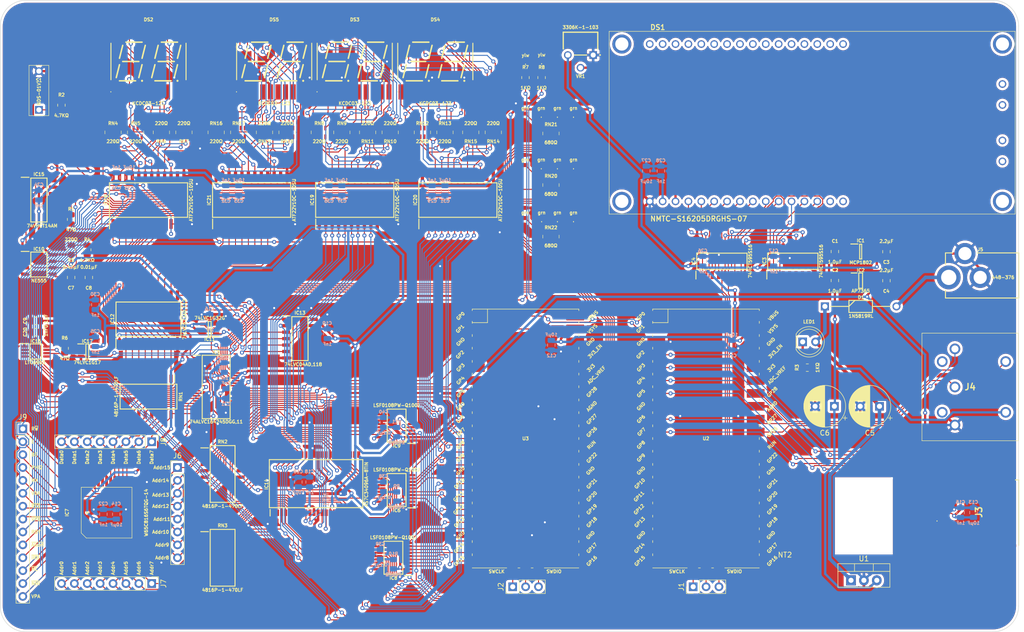
<source format=kicad_pcb>
(kicad_pcb (version 20211014) (generator pcbnew)
  (layers (0 "F.Cu" signal) (31 "B.Cu" signal) (36 "B.SilkS" user "B.Silkscreen") (37 "F.SilkS" user "F.Silkscreen") (38 "B.Mask" user) (39 "F.Mask" user) (44 "Edge.Cuts" user))
  (net 0 "")
  (net 30 "Net-(J1-Pad1)")
  (net 31 "Net-(J1-Pad2)")
  (net 32 "Net-(J1-Pad3)")
  (net 43 "Net-(J2-Pad1)")
  (net 44 "Net-(J2-Pad2)")
  (net 45 "Net-(J2-Pad3)")
  (net 46 "/SD Dat0")
  (net 47 "/SD Dat1")
  (net 48 "/SD Dat2")
  (net 49 "/SD Dat3")
  (net 50 "/SD Clk")
  (net 51 "/SD Cmd")
  (net 52 "/Data0")
  (net 53 "/Data1")
  (net 54 "/Data2")
  (net 55 "/Data3")
  (net 56 "/Data4")
  (net 57 "/Data5")
  (net 58 "/Data6")
  (net 59 "/Data7")
  (net 60 "/Addr0")
  (net 61 "/Addr1")
  (net 62 "/Addr2")
  (net 63 "/Addr3")
  (net 64 "/Addr4")
  (net 65 "/Addr5")
  (net 66 "/Addr6")
  (net 67 "/Addr7")
  (net 68 "/Addr8")
  (net 69 "/Addr9")
  (net 70 "/Addr10")
  (net 71 "/Addr11")
  (net 72 "/Addr12")
  (net 74 "/Addr13")
  (net 75 "/Addr14")
  (net 76 "/Addr15")
  (net 82 "/5V Source")
  (net 83 "/LCD Shift Clock")
  (net 84 "/LCD Store Clock")
  (net 85 "/LCD Bit Out")
  (net 88 "/R~{W}")
  (net 89 "/~{ABORT}")
  (net 90 "/~{IRQ}")
  (net 91 "/~{NMI}")
  (net 93 "/~{WE}")
  (net 94 "/~{VP}")
  (net 95 "/BE")
  (net 96 "/RDY")
  (net 97 "/~{ML}")
  (net 98 "/~{RES}")
  (net 99 "/VPA")
  (net 100 "/~{OE}")
  (net 101 "/E")
  (net 102 "/MX")
  (net 103 "/Keypad Q_{IN}")
  (net 104 "/Keypad CP")
  (net 105 "/Keypad PL")
  (net 106 "/UART 1")
  (net 107 "/UART 2")
  (net 108 "/~{BE}")
  (net 109 "/PHI2")
  (net 110 "/VDA")
  (net 111 "Net-(C7-Pad1)")
  (net 112 "Net-(C8-Pad1)")
  (net 113 "Net-(IC10-Pad3)")
  (net 114 "Net-(IC10-Pad7)")
  (net 118 "/SPI_{0} TX")
  (net 119 "/SPI_{0} SCK")
  (net 120 "/SPI_{0} CS")
  (net 122 "Net-(LED1-Pad1)")
  (net 123 "/SPI_{0} RX")
  (net 125 "/300Hz")
  (net 126 "/~{LED Enable}")
  (net 128 "/V_{0}")
  (net 129 "/Clk")
  (net 130 "/Tame Clk")
  (net 131 "/5V Forward")
  (net 132 "/~{ABORT}_{W65}")
  (net 133 "/~{PHI2}")
  (net 134 "/Addr18")
  (net 135 "/Addr17")
  (net 136 "/Addr16")
  (net 150 "/~{IRQ}_{W65}")
  (net 151 "/~{NMI}_{W65}")
  (net 152 "/~{RES}_{W65}")
  (net 153 "/PHI2_{W65}")
  (net 154 "/Data0_{W65}")
  (net 155 "/Data1_{W65}")
  (net 156 "/Data2_{W65}")
  (net 157 "/Data3_{W65}")
  (net 158 "/Data4_{W65}")
  (net 159 "/Data5_{W65}")
  (net 160 "/Data6_{W65}")
  (net 161 "/Data7_{W65}")
  (net 162 "/Addr0_{W65}")
  (net 163 "/Addr1_{W65}")
  (net 164 "/Addr2_{W65}")
  (net 165 "/Addr3_{W65}")
  (net 166 "/Addr4_{W65}")
  (net 167 "/Addr5_{W65}")
  (net 168 "/Addr6_{W65}")
  (net 169 "/Addr7_{W65}")
  (net 170 "/Addr8_{W65}")
  (net 171 "/Addr9_{W65}")
  (net 172 "/Addr10_{W65}")
  (net 173 "/Addr11_{W65}")
  (net 174 "/Addr12_{W65}")
  (net 175 "/Addr13_{W65}")
  (net 176 "/Addr14_{W65}")
  (net 177 "/Addr15_{W65}")
  (net 183 "/BE_{W65}")
  (net 184 "/~{BE}+~{PHI2}")
  (net 185 "/Addr8_{Pico}")
  (net 186 "/Addr9_{Pico}")
  (net 187 "/Addr10_{Pico}")
  (net 188 "/Addr11_{Pico}")
  (net 189 "/Addr12_{Pico}")
  (net 190 "/Addr13_{Pico}")
  (net 191 "/Addr14_{Pico}")
  (net 192 "/Addr15_{Pico}")
  (net 193 "/Addr7_{Pico}")
  (net 194 "/Addr6_{Pico}")
  (net 195 "/Addr5_{Pico}")
  (net 196 "/Addr4_{Pico}")
  (net 197 "/Addr3_{Pico}")
  (net 198 "/Addr2_{Pico}")
  (net 199 "/Addr1_{Pico}")
  (net 200 "/Addr0_{Pico}")
  (net 201 "/Addr16_{Pico}")
  (net 202 "/Addr17_{Pico}")
  (net 203 "/Addr18_{Pico}")
  (net 204 "Net-(D1-Pad2)")
  (net 205 "Net-(DS2-Pad1)")
  (net 206 "Net-(DS2-Pad2)")
  (net 207 "/Data Display/Digit L0 Cathode")
  (net 208 "Net-(DS2-Pad4)")
  (net 209 "Net-(DS2-Pad6)")
  (net 210 "Net-(DS2-Pad7)")
  (net 211 "/Data Display/Digit R0 Cathode")
  (net 212 "Net-(DS2-Pad9)")
  (net 213 "Net-(DS2-Pad11)")
  (net 214 "Net-(DS2-Pad12)")
  (net 215 "Net-(DS2-Pad14)")
  (net 216 "Net-(DS2-Pad15)")
  (net 217 "Net-(DS2-Pad16)")
  (net 218 "Net-(DS2-Pad17)")
  (net 219 "Net-(DS2-Pad19)")
  (net 220 "Net-(DS2-Pad20)")
  (net 221 "Net-(DS3-Pad1)")
  (net 222 "Net-(DS3-Pad2)")
  (net 223 "/High Address Display/Digit L0 Cathode")
  (net 224 "Net-(DS3-Pad4)")
  (net 225 "Net-(DS3-Pad6)")
  (net 226 "Net-(DS3-Pad7)")
  (net 227 "/High Address Display/Digit R0 Cathode")
  (net 228 "Net-(DS3-Pad9)")
  (net 229 "Net-(DS3-Pad11)")
  (net 230 "Net-(DS3-Pad12)")
  (net 231 "Net-(DS3-Pad14)")
  (net 232 "Net-(DS3-Pad15)")
  (net 233 "Net-(DS3-Pad16)")
  (net 234 "Net-(DS3-Pad17)")
  (net 235 "Net-(DS3-Pad19)")
  (net 236 "Net-(DS3-Pad20)")
  (net 237 "Net-(DS4-Pad1)")
  (net 238 "Net-(DS4-Pad2)")
  (net 239 "/Low Address Display/Digit L0 Cathode")
  (net 240 "Net-(DS4-Pad4)")
  (net 241 "Net-(DS4-Pad6)")
  (net 242 "Net-(DS4-Pad7)")
  (net 243 "/Low Address Display/Digit R0 Cathode")
  (net 244 "Net-(DS4-Pad9)")
  (net 245 "Net-(DS4-Pad11)")
  (net 246 "Net-(DS4-Pad12)")
  (net 247 "Net-(DS4-Pad14)")
  (net 248 "Net-(DS4-Pad15)")
  (net 249 "Net-(DS4-Pad16)")
  (net 250 "Net-(DS4-Pad17)")
  (net 251 "Net-(DS4-Pad19)")
  (net 252 "Net-(DS4-Pad20)")
  (net 253 "Net-(DS5-Pad1)")
  (net 254 "Net-(DS5-Pad2)")
  (net 255 "/Bank Address Display/Digit L0 Cathode")
  (net 256 "Net-(DS5-Pad4)")
  (net 257 "Net-(DS5-Pad6)")
  (net 258 "Net-(DS5-Pad7)")
  (net 259 "/Bank Address Display/Digit R0 Cathode")
  (net 260 "Net-(DS5-Pad9)")
  (net 261 "Net-(DS5-Pad11)")
  (net 262 "Net-(DS5-Pad12)")
  (net 263 "Net-(DS5-Pad14)")
  (net 264 "Net-(DS5-Pad15)")
  (net 265 "Net-(DS5-Pad16)")
  (net 266 "Net-(DS5-Pad17)")
  (net 267 "Net-(DS5-Pad19)")
  (net 268 "Net-(DS5-Pad20)")
  (net 269 "/Tame Data0")
  (net 270 "/Tame Data1")
  (net 271 "/Tame Data2")
  (net 272 "/Tame Data3")
  (net 273 "/Tame Data4")
  (net 274 "/Tame Data5")
  (net 275 "/Tame Data6")
  (net 276 "/Tame Data7")
  (net 278 "/Data Display/Digit 0 B Seg")
  (net 279 "/Data Display/Digit 0 A Seg")
  (net 280 "/Data Display/Digit 0 C Seg")
  (net 281 "/Data Display/Digit 0 F Seg")
  (net 282 "/Data Display/Digit 0 D Seg")
  (net 283 "/Data Display/Digit 0 G Seg")
  (net 284 "/Data Display/Digit 0 E Seg")
  (net 286 "/High Address Display/Digit 0 B Seg")
  (net 287 "/High Address Display/Digit 0 A Seg")
  (net 288 "/High Address Display/Digit 0 C Seg")
  (net 289 "/High Address Display/Digit 0 F Seg")
  (net 290 "/High Address Display/Digit 0 D Seg")
  (net 291 "/High Address Display/Digit 0 G Seg")
  (net 292 "/High Address Display/Digit 0 E Seg")
  (net 294 "/Low Address Display/Digit 0 B Seg")
  (net 295 "/Low Address Display/Digit 0 A Seg")
  (net 296 "/Low Address Display/Digit 0 C Seg")
  (net 297 "/Low Address Display/Digit 0 F Seg")
  (net 298 "/Low Address Display/Digit 0 D Seg")
  (net 299 "/Low Address Display/Digit 0 G Seg")
  (net 300 "/Low Address Display/Digit 0 E Seg")
  (net 302 "/Bank Address Display/Digit 0 B Seg")
  (net 303 "/Bank Address Display/Digit 0 A Seg")
  (net 304 "/Bank Address Display/Digit 0 C Seg")
  (net 305 "/Bank Address Display/Digit 0 F Seg")
  (net 306 "/Bank Address Display/Digit 0 D Seg")
  (net 307 "/Bank Address Display/Digit 0 G Seg")
  (net 308 "/Bank Address Display/Digit 0 E Seg")
  (net 338 "Net-(LED2-Pad1)")
  (net 339 "Net-(LED3-Pad1)")
  (net 340 "Net-(LED4-Pad1)")
  (net 341 "Net-(LED5-Pad1)")
  (net 342 "Net-(LED6-Pad1)")
  (net 343 "Net-(LED7-Pad1)")
  (net 344 "Net-(LED8-Pad1)")
  (net 345 "Net-(LED9-Pad1)")
  (net 346 "Net-(LED10-Pad1)")
  (net 347 "Net-(LED11-Pad1)")
  (net 348 "Net-(LED12-Pad1)")
  (net 349 "Net-(LED13-Pad1)")
  (net 350 "Net-(LED14-Pad1)")
  (net 351 "Net-(LED15-Pad1)")
  (net 352 "/Addr23")
  (net 353 "/Addr22")
  (net 354 "/Addr21")
  (net 355 "/Addr20")
  (net 356 "/Addr19")
  (net 357 "/5V")
  (net 358 "/Q7S")
  (net 359 "/LCD RS")
  (net 360 "/LCD R~{W}")
  (net 361 "/LCD E")
  (net 362 "/LCD DB0")
  (net 363 "/LCD DB1")
  (net 364 "/LCD DB2")
  (net 365 "/LCD DB3")
  (net 366 "/LCD DB4")
  (net 367 "/LCD DB5")
  (net 368 "/LCD DB6")
  (net 369 "/LCD DB7")
  (net 370 "Net-(C38-Pad1)")
  (net 371 "Net-(C39-Pad1)")
  (net 372 "Net-(C40-Pad1)")
  (net 373 "/GND")
  (net 374 "/3.3V")
  (net 375 "Net-(IC15-Pad2)")
  (net 376 "Net-(IC15-Pad4)")
  (footprint "SamacSys_Parts:CAY1647R0F4LF" (layer "F.Cu") (at 62.865 67.31)
    (fp_text reference "RN4")
    (fp_text value "CAY16-221J4LF" hide)
  )
  (footprint "SamacSys_Parts:SOP50P810X120-48N" (layer "F.Cu") (at 83.185 117.475)
    (fp_text reference "IC5")
    (fp_text value "74ALVC164245DGG,11")
  )
  (footprint "SamacSys_Parts:SOIC127P1032X265-20N" (layer "F.Cu") (at 69.85 104.14 90)
    (fp_text reference "IC12")
    (fp_text value "74LVC573AD,112")
  )
  (footprint "SamacSys_Parts:150224VS73100A" (layer "F.Cu") (at 147.25 72.755)
    (fp_text reference "LED5" hide)
    (fp_text value "150224VS73100A" hide)
  )
  (footprint "SamacSys_Parts:CP_Radial_D8.0mm_P3.80mm" (layer "F.Cu") (at 205.002651 121.285 180)
    (fp_text reference "C6")
    (fp_text value "C_Polarized")
  )
  (footprint "SamacSys_Parts:CAY1647R0F4LF" (layer "F.Cu") (at 113.03 67.31 180)
    (fp_text reference "RN11")
    (fp_text value "CAY16-221J4LF" hide)
  )
  (footprint "SamacSys_Parts:150224VS73100A" (layer "F.Cu") (at 150.425 62.595)
    (fp_text reference "LED10" hide)
    (fp_text value "150224VS73100A" hide)
  )
  (footprint "Connector_PinHeader_2.54mm:PinHeader_1x08_P2.54mm_Vertical" (layer "F.Cu") (at 70.485 128.27 -90)
    (fp_text reference "J8")
    (fp_text value "Conn_01x08_Male")
  )
  (footprint "SamacSys_Parts:KCDC03123" (layer "F.Cu") (at 110.49 53.34)
    (fp_text reference "DS3")
    (fp_text value "KCDC03-123")
  )
  (footprint "SamacSys_Parts:CAY1647R0F4LF" (layer "F.Cu") (at 103.505 67.31)
    (fp_text reference "RN8")
    (fp_text value "CAY16-221J4LF" hide)
  )
  (footprint "SamacSys_Parts:150224VS73100A" (layer "F.Cu") (at 153.6 62.595)
    (fp_text reference "LED11" hide)
    (fp_text value "150224VS73100A" hide)
  )
  (footprint "SamacSys_Parts:SOIC127P600X175-8N" (layer "F.Cu") (at 48.26 93.345)
    (fp_text reference "IC10")
    (fp_text value "NE555DRG4" hide)
  )
  (footprint "SamacSys_Parts:C_0805" (layer "F.Cu") (at 215.265 96.52 180)
    (fp_text reference "C4")
    (fp_text value "C_0805" hide)
  )
  (footprint "SamacSys_Parts:KCDC03123" (layer "F.Cu") (at 69.85 53.34)
    (fp_text reference "DS2")
    (fp_text value "KCDC03-123")
  )
  (footprint "SamacSys_Parts:R_0805" (layer "F.Cu") (at 199.6675 113.655 90)
    (fp_text reference "R3")
    (fp_text value "R_0805" hide)
  )
  (footprint "SamacSys_Parts:SOIC127P600X175-14N" (layer "F.Cu") (at 48.26 80.645)
    (fp_text reference "IC15")
    (fp_text value "74VHCT14AM")
  )
  (footprint "SamacSys_Parts:SOT95P270X145-5N" (layer "F.Cu") (at 210.185 90.805)
    (fp_text reference "IC1")
    (fp_text value "MCP1802T-5002I_OT" hide)
  )
  (footprint "SamacSys_Parts:SOIC127P762X240-16N" (layer "F.Cu") (at 84.455 134.62)
    (fp_text reference "RN2")
    (fp_text value "4816P-1-470LF")
  )
  (footprint "SamacSys_Parts:R_0805" (layer "F.Cu") (at 54.61 90.4475 180)
    (fp_text reference "R5")
    (fp_text value "R_0805" hide)
  )
  (footprint "SamacSys_Parts:150224VS73100A" (layer "F.Cu") (at 147.25 62.595)
    (fp_text reference "LED9" hide)
    (fp_text value "150224VS73100A" hide)
  )
  (footprint "SamacSys_Parts:C_0805" (layer "F.Cu") (at 54.61 95.885 180)
    (fp_text reference "C7")
    (fp_text value "C_0805" hide)
  )
  (footprint "SamacSys_Parts:SOT95P275X110-5N" (layer "F.Cu") (at 81.915 106.045 180)
    (fp_text reference "IC11")
    (fp_text value "74LVC1G32GV,125" hide)
  )
  (footprint "Connector_PinHeader_2.54mm:PinHeader_1x08_P2.54mm_Vertical" (layer "F.Cu") (at 75.565 133.35)
    (fp_text reference "J6")
    (fp_text value "Conn_01x08_Male")
  )
  (footprint "SamacSys_Parts:SOIC127P762X240-16N" (layer "F.Cu") (at 69.85 119.38 -90)
    (fp_text reference "RN1")
    (fp_text value "4816P-1-470LF")
  )
  (footprint "SamacSys_Parts:R_0805" (layer "F.Cu") (at 52.705 61.9525)
    (fp_text reference "R2")
    (fp_text value "R_0805" hide)
  )
  (footprint "SamacSys_Parts:150224VS73100A" (layer "F.Cu") (at 147.32 83.185)
    (fp_text reference "LED13" hide)
    (fp_text value "150224VS73100A" hide)
  )
  (footprint "SamacSys_Parts:CAY1647R0F4LF" (layer "F.Cu") (at 117.475 67.31 180)
    (fp_text reference "RN10")
    (fp_text value "CAY16-221J4LF" hide)
  )
  (footprint "SamacSys_Parts:CAY16-J4" (layer "F.Cu") (at 149.155 87.845)
    (fp_text reference "RN22")
    (fp_text value "CAY16-681J4LF" hide)
  )
  (footprint "SamacSys_Parts:150224BS73100A" (layer "F.Cu") (at 147.32 52.07)
    (fp_text reference "LED3" hide)
    (fp_text value "150224YS73100A" hide)
  )
  (footprint "SamacSys_Parts:150224BS73100A" (layer "F.Cu") (at 144.145 52.163)
    (fp_text reference "LED2" hide)
    (fp_text value "150224YS73100A" hide)
  )
  (footprint "SamacSys_Parts:C_0805" (layer "F.Cu") (at 58.1025 95.885 180)
    (fp_text reference "C8")
    (fp_text value "C_0805" hide)
  )
  (footprint "SamacSys_Parts:R_0805" (layer "F.Cu") (at 144.145 56.515)
    (fp_text reference "R7")
    (fp_text value "R_0805" hide)
  )
  (footprint "SamacSys_Parts:150224VS73100A" (layer "F.Cu") (at 144.075 72.755)
    (fp_text reference "LED4" hide)
    (fp_text value "150224VS73100A" hide)
  )
  (footprint "SamacSys_Parts:KCDC03123" (layer "F.Cu") (at 94.615 53.34)
    (fp_text reference "DS5")
    (fp_text value "KCDC03-123")
  )
  (footprint "SamacSys_Parts:CAY16-J4" (layer "F.Cu") (at 149.155 77.685)
    (fp_text reference "RN20")
    (fp_text value "CAY16-681J4LF" hide)
  )
  (footprint "SamacSys_Parts:SOIC127P1032X265-24N" (layer "F.Cu") (at 90.17 80.645 90)
    (fp_text reference "IC21")
    (fp_text value "ATF22V10C-10SU")
  )
  (footprint "SamacSys_Parts:SOT95P285X130-5N" (layer "F.Cu") (at 210.185 96.52)
    (fp_text reference "IC2")
    (fp_text value "AP7365-33WG-7" hide)
  )
  (footprint "SamacSys_Parts:150224VS73100A" (layer "F.Cu") (at 150.425 72.755)
    (fp_text reference "LED6" hide)
    (fp_text value "150224VS73100A" hide)
  )
  (footprint "SamacSys_Parts:448376" (layer "F.Cu") (at 238.76 95.885)
    (fp_text reference "J5")
    (fp_text value "448-376")
  )
  (footprint "SamacSys_Parts:C_0805" (layer "F.Cu") (at 47.625 106.68 90)
    (fp_text reference "C20")
    (fp_text value "C_0805" hide)
  )
  (footprint "SamacSys_Parts:SOIC127P600X175-16N" (layer "F.Cu") (at 196.81 92.71 90)
    (fp_text reference "IC3")
    (fp_text value "74HCT595S16")
  )
  (footprint "SamacSys_Parts:SOIC127P1032X265-24N" (layer "F.Cu") (at 110.49 80.645 90)
    (fp_text reference "IC19")
    (fp_text value "ATF22V10C-10SU")
  )
  (footprint "SamacSys_Parts:R_0805" (layer "F.Cu") (at 57.785 90.4475)
    (fp_text reference "R4")
    (fp_text value "R_0805" hide)
  )
  (footprint "SamacSys_Parts:150224VS73100A" (layer "F.Cu") (at 144.075 83.185)
    (fp_text reference "LED12" hide)
    (fp_text value "150224VS73100A" hide)
  )
  (footprint "Connector_PinHeader_2.54mm:PinHeader_1x03_P2.54mm_Vertical" (layer "F.Cu") (at 177.18 156.845 90)
    (fp_text reference "J1")
    (fp_text value "Conn_01x03_Male")
  )
  (footprint "SamacSys_Parts:SOIC127P762X240-16N" (layer "F.Cu") (at 84.455 151.13)
    (fp_text reference "RN3")
    (fp_text value "4816P-1-470LF")
  )
  (footprint "SamacSys_Parts:CAY1647R0F4LF" (layer "F.Cu") (at 107.95 67.31)
    (fp_text reference "RN9")
    (fp_text value "CAY16-221J4LF" hide)
  )
  (footprint "SamacSys_Parts:CAY1647R0F4LF" (layer "F.Cu") (at 97.155 67.31 180)
    (fp_text reference "RN18")
    (fp_text value "CAY16-221J4LF" hide)
  )
  (footprint "SamacSys_Parts:NMTCS16205DRGHS07_1" (layer "F.Cu") (at 168.62 80.905)
    (fp_text reference "DS1")
    (fp_text value "NMTC-S16205DRGHS-07")
  )
  (footprint "SamacSys_Parts:W65C816 PLCC 0.8mm 44 Pin" (layer "F.Cu") (at 61.595 142.24 90)
    (fp_text reference "IC7")
    (fp_text value "W65C816S6TQG-14")
  )
  (footprint "SamacSys_Parts:R_0805" (layer "F.Cu") (at 54.61 84.455)
    (fp_text reference "R1")
    (fp_text value "R_0805" hide)
  )
  (footprint "SamacSys_Parts:R_0805" (layer "F.Cu") (at 147.32 56.515)
    (fp_text reference "R8")
    (fp_text value "R_0805" hide)
  )
  (footprint "SamacSys_Parts:NDS01V" (layer "F.Cu") (at 48.26 62.865)
    (fp_text reference "S1")
    (fp_text value "NDS-01V")
  )
  (footprint "SamacSys_Parts:CAY1647R0F4LF" (layer "F.Cu") (at 83.185 67.31)
    (fp_text reference "RN16")
    (fp_text value "CAY16-221J4LF" hide)
  )
  (footprint "SamacSys_Parts:CAY16-J4" (layer "F.Cu") (at 149.155 67.525)
    (fp_text reference "RN21")
    (fp_text value "CAY16-681J4LF" hide)
  )
  (footprint "SamacSys_Parts:LED_D5.0mm" (layer "F.Cu") (at 198.755 108.585)
    (fp_text reference "LED1")
    (fp_text value "LED_Small_Filled")
  )
  (footprint "SamacSys_Parts:SOP65P640X110-20N" (layer "F.Cu") (at 118.745 125.095 180)
    (fp_text reference "IC9")
    (fp_text value "LSF0108PW-Q100J")
  )
  (footprint "SamacSys_Parts:RPi_Pico_SMD" (layer "F.Cu") (at 144.145 127.635)
    (fp_text reference "U3")
    (fp_text value "Pico")
  )
  (footprint "SamacSys_Parts:CAY1647R0F4LF" (layer "F.Cu") (at 133.35 67.31 180)
    (fp_text reference "RN15")
    (fp_text value "CAY16-221J4LF" hide)
  )
  (footprint "SamacSys_Parts:SOP65P490X110-8N" (layer "F.Cu") (at 47.625 110.49)
    (fp_text reference "IC16")
    (fp_text value "LTC6903CMS8#PBF" hide)
  )
  (footprint "SamacSys_Parts:CAY1647R0F4LF" (layer "F.Cu") (at 128.27 67.31)
    (fp_text reference "RN13")
    (fp_text value "CAY16-221J4LF" hide)
  )
  (footprint "SamacSys_Parts:CAY1647R0F4LF" (layer "F.Cu") (at 87.63 67.31)
    (fp_text reference "RN17")
    (fp_text value "CAY16-221J4LF" hide)
  )
  (footprint "SamacSys_Parts:CP_Radial_D8.0mm_P3.80mm" (layer "F.Cu") (at 213.892651 121.285 180)
    (fp_text reference "C5")
    (fp_text value "C_Polarized")
  )
  (footprint "SamacSys_Parts:SOP65P640X110-20N" (layer "F.Cu") (at 118.11 151.13 180)
    (fp_text reference "IC8")
    (fp_text value "LSF0108PW-Q100J")
  )
  (footprint "SamacSys_Parts:CAY1647R0F4LF" (layer "F.Cu") (at 92.71 67.31 180)
    (fp_text reference "RN19")
    (fp_text value "CAY16-221J4LF" hide)
  )
  (footprint "SamacSys_Parts:SOT95P275X110-5N" (layer "F.Cu") (at 57.785 110.49)
    (fp_text reference "IC17")
    (fp_text value "74LVC1G17GV,125" hide)
  )
  (footprint "SamacSys_Parts:491087" (layer "F.Cu") (at 238.76 122.475 180)
    (fp_text reference "J4")
    (fp_text value "491-087" hide)
  )
  (footprint "SamacSys_Parts:150224VS73100A" (layer "F.Cu") (at 153.6 83.185)
    (fp_text reference "LED15" hide)
    (fp_text value "150224VS73100A" hide)
  )
  (footprint "SamacSys_Parts:150224VS73100A" (layer "F.Cu") (at 153.6 72.755)
    (fp_text reference "LED7" hide)
    (fp_text value "150224VS73100A" hide)
  )
  (footprint "SamacSys_Parts:150224VS73100A" (layer "F.Cu") (at 144.075 62.595)
    (fp_text reference "LED8" hide)
    (fp_text value "150224VS73100A" hide)
  )
  (footprint "Connector_PinHeader_2.54mm:PinHeader_1x03_P2.54mm_Vertical" (layer "F.Cu") (at 141.62 156.845 90)
    (fp_text reference "J2")
    (fp_text value "Conn_01x03_Male")
  )
  (footprint "SamacSys_Parts:CAY1647R0F4LF" (layer "F.Cu") (at 123.825 67.31)
    (fp_text reference "RN12")
    (fp_text value "CAY16-221J4LF" hide)
  )
  (footprint "Connector_PinHeader_2.54mm:PinHeader_1x08_P2.54mm_Vertical" (layer "F.Cu") (at 70.485 156.21 -90)
    (fp_text reference "J7")
    (fp_text value "Conn_01x08_Male")
  )
  (footprint "SamacSys_Parts:CAY1647R0F4LF" (layer "F.Cu") (at 67.315 67.31)
    (fp_text reference "RN5")
    (fp_text value "CAY16-221J4LF" hide)
  )
  (footprint "SamacSys_Parts:CAY1647R0F4LF" (layer "F.Cu") (at 137.795 67.31 180)
    (fp_text reference "RN14")
    (fp_text value "CAY16-221J4LF" hide)
  )
  (footprint "NetTie:NetTie-2_SMD_Pad0.5mm" (layer "F.Cu") (at 195.2625 151.765)
    (fp_text reference "NT2")
    (fp_text value "NetTie")
  )
  (footprint "SamacSys_Parts:SOIC127P600X175-14N" (layer "F.Cu") (at 99.695 107.95)
    (fp_text reference "IC13")
    (fp_text value "74LVC04AD,118")
  )
  (footprint "SamacSys_Parts:3306K1103" (layer "F.Cu") (at 157.48 52.07 180)
    (fp_text reference "VR1")
    (fp_text value "3306K-1-103")
  )
  (footprint "SamacSys_Parts:SOIC127P1032X265-24N" (layer "F.Cu") (at 130.81 80.645 90)
    (fp_text reference "IC20")
    (fp_text value "ATF22V10C-10SU")
  )
  (footprint "Connector_PinHeader_2.54mm:PinHeader_1x14_P2.54mm_Vertical" (layer "F.Cu") (at 45.085 125.73)
    (fp_text reference "J9")
    (fp_text value "Conn_01x14_Male")
  )
  (footprint "SamacSys_Parts:TO-220-3_Vertical" (layer "F.Cu") (at 208.28 155.575)
    (fp_text reference "U1")
    (fp_text value "L7805")
  )
  (footprint "SamacSys_Parts:CAY1647R0F4LF" (layer "F.Cu") (at 72.39 67.31 180)
    (fp_text reference "RN6")
    (fp_text value "CAY16-221J4LF" hide)
  )
  (footprint "SamacSys_Parts:RPi_Pico_SMD" (layer "F.Cu") (at 179.705 127.635)
    (fp_text reference "U2")
    (fp_text value "Pico")
  )
  (footprint "SamacSys_Parts:SOIC127P1032X265-24N" (layer "F.Cu") (at 69.85 80.645 90)
    (fp_text reference "IC18")
    (fp_text value "ATF22V10C-10SU")
  )
  (footprint "SamacSys_Parts:150224VS73100A" (layer "F.Cu") (at 150.425 83.185)
    (fp_text reference "LED14" hide)
    (fp_text value "150224VS73100A" hide)
  )
  (footprint "SamacSys_Parts:C_0805" (layer "F.Cu") (at 205.105 96.52)
    (fp_text reference "C2")
    (fp_text value "C_0805" hide)
  )
  (footprint "SamacSys_Parts:SOP65P640X110-20N" (layer "F.Cu") (at 118.745 137.795 180)
    (fp_text reference "IC6")
    (fp_text value "LSF0108PW-Q100J")
  )
  (footprint "SamacSys_Parts:DIOAD1414W86L464D238" (layer "F.Cu") (at 203.1355 101.6005)
    (fp_text reference "D1")
    (fp_text value "1N5819RL")
  )
  (footprint "SamacSys_Parts:CAY1647R0F4LF" (layer "F.Cu") (at 76.835 67.31 180)
    (fp_text reference "RN7")
    (fp_text value "CAY16-221J4LF" hide)
  )
  (footprint "SamacSys_Parts:C_0805" (layer "F.Cu") (at 215.265 90.805 180)
    (fp_text reference "C3")
    (fp_text value "C_0805" hide)
  )
  (footprint "SamacSys_Parts:C_0805" (layer "F.Cu") (at 205.105 90.805)
    (fp_text reference "C1")
    (fp_text value "C_0805" hide)
  )
  (footprint "SamacSys_Parts:SOIC127P600X175-16N" (layer "F.Cu") (at 182.84 92.71 90)
    (fp_text reference "IC4")
    (fp_text value "74HCT595S16")
  )
  (footprint "SamacSys_Parts:SDHR8BRSK363A0SETBHF" (layer "F.Cu") (at 233.68 142.24 90)
    (fp_text reference "J3")
    (fp_text value "SDHR-8BRS-K-363-A0-S-ETB(HF)" hide)
  )
  (footprint "SamacSys_Parts:KCDC03123" (layer "F.Cu") (at 126.365 53.34)
    (fp_text reference "DS4")
    (fp_text value "KCDC03-123")
  )
  (footprint "SamacSys_Parts:C_0805" (layer "F.Cu") (at 47.625 104.4575 90)
    (fp_text reference "C9")
    (fp_text value "C_0805" hide)
  )
  (footprint "SamacSys_Parts:R_0805" (layer "F.Cu") (at 53.34 109.855)
    (fp_text reference "R6")
    (fp_text value "R_0805" hide)
  )
  (footprint "SamacSys_Parts:SOP80P1176X120-44N" (layer "F.Cu") (at 102.87 136.525 90)
    (fp_text reference "IC14")
    (fp_text value "AS7C34096A-8TIN")
  )
  (footprint "SamacSys_Parts:C_0805" (layer "B.Cu") (at 149.225 109.22)
    (fp_text reference "C12")
    (fp_text value "C_0805" hide)
  )
  (footprint "SamacSys_Parts:C_0805" (layer "B.Cu") (at 115.57 150.495 180)
    (fp_text reference "C39")
    (fp_text value "C_0805" hide)
  )
  (footprint "SamacSys_Parts:C_0805" (layer "B.Cu") (at 128.27 78.74)
    (fp_text reference "C31")
    (fp_text value "C_0805" hide)
  )
  (footprint "SamacSys_Parts:C_0805" (layer "B.Cu") (at 81.915 104.14 180)
    (fp_text reference "C16")
    (fp_text value "C_0805" hide)
  )
  (footprint "SamacSys_Parts:C_0805" (layer "B.Cu") (at 99.3775 136.221 180)
    (fp_text reference "C10")
    (fp_text value "C_0805" hide)
  )
  (footprint "NetTie:NetTie-2_SMD_Pad0.5mm" (layer "B.Cu") (at 106.045 139.7 -90)
    (fp_text reference "NT1")
    (fp_text value "NetTie")
  )
  (footprint "SamacSys_Parts:C_0805" (layer "B.Cu") (at 229.87 142.24 180)
    (fp_text reference "C15")
    (fp_text value "C_0805" hide)
  )
  (footprint "SamacSys_Parts:R_0805" (layer "B.Cu") (at 118.745 139.065 180)
    (fp_text reference "R9")
    (fp_text value "R_0805" hide)
  )
  (footprint "SamacSys_Parts:C_0805" (layer "B.Cu") (at 107.95 78.74)
    (fp_text reference "C37")
    (fp_text value "C_0805" hide)
  )
  (footprint "SamacSys_Parts:C_0805" (layer "B.Cu") (at 125.73 78.74)
    (fp_text reference "C29")
    (fp_text value "C_0805" hide)
  )
  (footprint "SamacSys_Parts:C_0805" (layer "B.Cu") (at 63.5 142.571 180)
    (fp_text reference "C14")
    (fp_text value "C_0805" hide)
  )
  (footprint "SamacSys_Parts:C_0805" (layer "B.Cu") (at 60.96 142.571 180)
    (fp_text reference "C22")
    (fp_text value "C_0805" hide)
  )
  (footprint "SamacSys_Parts:C_0805" (layer "B.Cu") (at 105.0925 106.9975 180)
    (fp_text reference "C19")
    (fp_text value "C_0805" hide)
  )
  (footprint "SamacSys_Parts:C_0805" (layer "B.Cu") (at 167.945 74.93 180)
    (fp_text reference "C27")
    (fp_text value "C_0805" hide)
  )
  (footprint "SamacSys_Parts:C_0805" (layer "B.Cu") (at 184.785 109.22)
    (fp_text reference "C11")
    (fp_text value "C_0805" hide)
  )
  (footprint "SamacSys_Parts:R_0805" (layer "B.Cu") (at 118.11 152.4 180)
    (fp_text reference "R10")
    (fp_text value "R_0805" hide)
  )
  (footprint "SamacSys_Parts:C_0805" (layer "B.Cu") (at 87.63 78.74)
    (fp_text reference "C33")
    (fp_text value "C_0805" hide)
  )
  (footprint "SamacSys_Parts:C_0805" (layer "B.Cu") (at 84.7725 113.665 180)
    (fp_text reference "C23")
    (fp_text value "C_0805" hide)
  )
  (footprint "SamacSys_Parts:C_0805" (layer "B.Cu") (at 85.09 78.74)
    (fp_text reference "C32")
    (fp_text value "C_0805" hide)
  )
  (footprint "SamacSys_Parts:C_0805" (layer "B.Cu") (at 85.09 118.745)
    (fp_text reference "C21")
    (fp_text value "C_0805" hide)
  )
  (footprint "SamacSys_Parts:C_0805" (layer "B.Cu") (at 59.3725 101.2825 180)
    (fp_text reference "C30")
    (fp_text value "C_0805" hide)
  )
  (footprint "SamacSys_Parts:C_0805" (layer "B.Cu") (at 232.41 142.24 180)
    (fp_text reference "C13")
    (fp_text value "C_0805" hide)
  )
  (footprint "SamacSys_Parts:C_0805" (layer "B.Cu") (at 63.5 76.2)
    (fp_text reference "C34")
    (fp_text value "C_0805" hide)
  )
  (footprint "SamacSys_Parts:C_0805" (layer "B.Cu") (at 59.3725 108.585 180)
    (fp_text reference "C25")
    (fp_text value "C_0805" hide)
  )
  (footprint "SamacSys_Parts:C_0805" (layer "B.Cu") (at 116.205 137.16 180)
    (fp_text reference "C38")
    (fp_text value "C_0805" hide)
  )
  (footprint "SamacSys_Parts:C_0805" (layer "B.Cu") (at 179.07 92.71 180)
    (fp_text reference "C26")
    (fp_text value "C_0805" hide)
  )
  (footprint "SamacSys_Parts:C_0805" (layer "B.Cu") (at 105.41 78.74)
    (fp_text reference "C36")
    (fp_text value "C_0805" hide)
  )
  (footprint "SamacSys_Parts:R_0805" (layer "B.Cu") (at 118.745 126.365 180)
    (fp_text reference "R11")
    (fp_text value "R_0805" hide)
  )
  (footprint "SamacSys_Parts:C_0805" (layer "B.Cu") (at 48.26 79.6925 180)
    (fp_text reference "C24")
    (fp_text value "C_0805" hide)
  )
  (footprint "SamacSys_Parts:C_0805" (layer "B.Cu") (at 193.04 92.71 180)
    (fp_text reference "C17")
    (fp_text value "C_0805" hide)
  )
  (footprint "SamacSys_Parts:C_0805" (layer "B.Cu") (at 116.205 124.46 180)
    (fp_text reference "C40")
    (fp_text value "C_0805" hide)
  )
  (footprint "SamacSys_Parts:C_0805" (layer "B.Cu") (at 66.04 76.2)
    (fp_text reference "C35")
    (fp_text value "C_0805" hide)
  )
  (footprint "SamacSys_Parts:C_0805" (layer "B.Cu") (at 101.6 136.221 180)
    (fp_text reference "C18")
    (fp_text value "C_0805" hide)
  )
  (footprint "SamacSys_Parts:C_0805" (layer "B.Cu") (at 170.815 74.93 180)
    (fp_text reference "C28")
    (fp_text value "C_0805" hide)
  )
  (gr_arc (start 45.72 165.735) (mid 42.127898 164.247102) (end 40.64 160.655) (layer "Edge.Cuts") (width 0.1))
  (gr_line (start 40.64 160.655) (end 40.64 46.355) (layer "Edge.Cuts") (width 0.1))
  (gr_arc (start 236.22 41.275) (mid 239.812102 42.762898) (end 241.3 46.355) (layer "Edge.Cuts") (width 0.1))
  (gr_line (start 45.72 41.275) (end 236.22 41.275) (layer "Edge.Cuts") (width 0.1))
  (gr_line (start 241.3 46.355) (end 241.3 160.655) (layer "Edge.Cuts") (width 0.1))
  (gr_arc (start 40.64 46.355) (mid 42.127898 42.762898) (end 45.72 41.275) (layer "Edge.Cuts") (width 0.1))
  (gr_arc (start 241.3 160.655) (mid 239.812102 164.247102) (end 236.22 165.735) (layer "Edge.Cuts") (width 0.1))
  (gr_line (start 236.22 165.735) (end 45.72 165.735) (layer "Edge.Cuts") (width 0.1))
  (gr_text "~{IRB}" (at 46.6725 151.13) (layer "F.SilkS") (effects (font (size 0.635 0.635)) (justify left)))
  (gr_text "~{RES}" (at 46.6725 140.97) (layer "F.SilkS") (effects (font (size 0.635 0.635)) (justify left)))
  (gr_text "Data1\n" (at 55.245 129.8575 90) (layer "F.SilkS") (effects (font (size 0.635 0.635)) (justify right)))
  (gr_text "Addr8" (at 73.9775 151.13) (layer "F.SilkS") (effects (font (size 0.635 0.635)) (justify right)))
  (gr_text "Data7" (at 70.485 129.8575 90) (layer "F.SilkS") (effects (font (size 0.635 0.635)) (justify right)))
  (gr_text "Addr0" (at 52.705 154.6225 90) (layer "F.SilkS") (effects (font (size 0.635 0.635)) (justify left)))
  (gr_text "Addr11" (at 74.235 143.54) (layer "F.SilkS") (effects (font (size 0.635 0.635)) (justify right)))
  (gr_text "~{Abort}" (at 46.6725 148.59) (layer "F.SilkS") (effects (font (size 0.635 0.635)) (justify left)))
  (gr_text "Data6" (at 67.945 129.8575 90) (layer "F.SilkS") (effects (font (size 0.635 0.635)) (justify right)))
  (gr_text "MX" (at 46.6725 135.89) (layer "F.SilkS") (effects (font (size 0.635 0.635)) (justify left)))
  (gr_text "Addr15" (at 74.235 133.35) (layer "F.SilkS") (effects (font (size 0.635 0.635)) (justify right)))
  (gr_text "~{VPB}" (at 46.6725 143.54) (layer "F.SilkS") (effects (font (size 0.635 0.635)) (justify left)))
  (gr_text "Addr12" (at 73.9775 140.97) (layer "F.SilkS") (effects (font (size 0.635 0.635)) (justify right)))
  (gr_text "Addr6" (at 67.945 154.6225 90) (layer "F.SilkS") (effects (font (size 0.635 0.635)) (justify left)))
  (gr_text "Data3" (at 60.325 129.8575 90) (layer "F.SilkS") (effects (font (size 0.635 0.635)) (justify right)))
  (gr_text "R~{W}" (at 46.6725 125.73) (layer "F.SilkS") (effects (font (size 0.635 0.635)) (justify left)))
  (gr_text "Data5" (at 65.405 129.8575 90) (layer "F.SilkS") (effects (font (size 0.635 0.635)) (justify right)))
  (gr_text "Addr4" (at 62.865 154.6225 90) (layer "F.SilkS") (effects (font (size 0.635 0.635)) (justify left)))
  (gr_text "Addr7" (at 70.485 154.6225 90) (layer "F.SilkS") (effects (font (size 0.635 0.635)) (justify left)))
  (gr_text "PHI2" (at 46.6725 133.35) (layer "F.SilkS") (effects (font (size 0.635 0.635)) (justify left)))
  (gr_text "VPA" (at 46.6725 158.75) (layer "F.SilkS") (effects (font (size 0.635 0.635)) (justify left)))
  (gr_text "Addr2" (at 57.785 154.6225 90) (layer "F.SilkS") (effects (font (size 0.635 0.635)) (justify left)))
  (gr_text "BE" (at 46.6725 130.81) (layer "F.SilkS") (effects (font (size 0.635 0.635)) (justify left)))
  (gr_text "Addr1" (at 55.245 154.6225 90) (layer "F.SilkS") (effects (font (size 0.635 0.635)) (justify left)))
  (gr_text "Addr9" (at 73.9775 148.59) (layer "F.SilkS") (effects (font (size 0.635 0.635)) (justify right)))
  (gr_text "Addr3" (at 60.295 154.6225 90) (layer "F.SilkS") (effects (font (size 0.635 0.635)) (justify left)))
  (gr_text "E" (at 46.6725 128.27) (layer "F.SilkS") (effects (font (size 0.635 0.635)) (justify left)))
  (gr_text "RDY" (at 46.6725 146.05) (layer "F.SilkS") (effects (font (size 0.635 0.635)) (justify left)))
  (gr_text "Data4" (at 62.865 129.8575 90) (layer "F.SilkS") (effects (font (size 0.635 0.635)) (justify right)))
  (gr_text "~{NMI}" (at 46.6725 156.21) (layer "F.SilkS") (effects (font (size 0.635 0.635)) (justify left)))
  (gr_text "VDA" (at 46.6725 138.43) (layer "F.SilkS") (effects (font (size 0.635 0.635)) (justify left)))
  (gr_text "Addr13" (at 73.9775 138.7475) (layer "F.SilkS") (effects (font (size 0.635 0.635)) (justify right)))
  (gr_text "~{ML}" (at 46.6725 153.3525) (layer "F.SilkS") (effects (font (size 0.635 0.635)) (justify left)))
  (gr_text "Data2" (at 57.785 129.8575 90) (layer "F.SilkS") (effects (font (size 0.635 0.635)) (justify right)))
  (gr_text "Data0" (at 52.705 129.8575 90) (layer "F.SilkS") (effects (font (size 0.635 0.635)) (justify right)))
  (gr_text "Addr5" (at 65.405 154.6225 90) (layer "F.SilkS") (effects (font (size 0.635 0.635)) (justify left)))
  (gr_text "Addr14" (at 73.9775 135.89) (layer "F.SilkS") (effects (font (size 0.635 0.635)) (justify right)))
  (gr_text "Addr10" (at 73.9775 146.05) (layer "F.SilkS") (effects (font (size 0.635 0.635)) (justify right)))
  (segment (start 177.18 156.845) (end 177.18 151.55) (width 0.2) (layer "F.Cu") (net 30))
  (segment (start 179.72 156.845) (end 179.72 151.55) (width 0.2) (layer "F.Cu") (net 31))
  (segment (start 182.26 156.845) (end 182.26 151.55) (width 0.2) (layer "F.Cu") (net 32))
  (segment (start 141.62 156.845) (end 141.62 151.55) (width 0.2) (layer "F.Cu") (net 43))
  (segment (start 144.16 156.845) (end 144.16 151.55) (width 0.2) (layer "F.Cu") (net 44))
  (segment (start 146.7 156.845) (end 146.7 151.55) (width 0.2) (layer "F.Cu") (net 45))
  (segment (start 226.055 140.89) (end 225.345 140.89) (width 0.2) (layer "F.Cu") (net 46))
  (segment (start 215.312599 130.857599) (end 204.178151 130.857599) (width 0.2) (layer "F.Cu") (net 46))
  (segment (start 225.345 140.89) (end 215.312599 130.857599) (width 0.2) (layer "F.Cu") (net 46))
  (segment (start 172.72 111.125) (end 170.815 111.125) (width 0.2) (layer "F.Cu") (net 46))
  (via (at 204.178151 130.857599) (size 0.8) (drill 0.4) (layers "F.Cu" "B.Cu") (net 46))
  (via (at 172.72 111.125) (size 0.8) (drill 0.4) (layers "F.Cu" "B.Cu") (net 46))
  (segment (start 184.785 111.125) (end 204.178151 130.518151) (width 0.2) (layer "B.Cu") (net 46))
  (segment (start 172.72 111.125) (end 184.785 111.125) (width 0.2) (layer "B.Cu") (net 46))
  (segment (start 204.178151 130.518151) (end 204.178151 130.857599) (width 0.2) (layer "B.Cu") (net 46))
  (segment (start 215.178092 130.158098) (end 201.311902 130.158098) (width 0.2) (layer "F.Cu") (net 47))
  (segment (start 201.311902 130.158098) (end 201.295 130.175) (width 0.2) (layer "F.Cu") (net 47))
  (segment (start 225.78 140.39) (end 225.409994 140.39) (width 0.2) (layer "F.Cu") (net 47))
  (segment (start 225.409994 140.39) (end 215.178092 130.158098) (width 0.2) (layer "F.Cu") (net 47))
  (segment (start 172.72 113.665) (end 170.815 113.665) (width 0.2) (layer "F.Cu") (net 47))
  (via (at 201.295 130.175) (size 0.8) (drill 0.4) (layers "F.Cu" "B.Cu") (net 47))
  (via (at 172.72 113.665) (size 0.8) (drill 0.4) (layers "F.Cu" "B.Cu") (net 47))
  (segment (start 184.785 113.665) (end 201.295 130.175) (width 0.2) (layer "B.Cu") (net 47))
  (segment (start 172.72 113.665) (end 184.785 113.665) (width 0.2) (layer "B.Cu") (net 47))
  (segment (start 215.575231 133.660231) (end 203.024876 133.660231) (width 0.2) (layer "F.Cu") (net 48))
  (segment (start 226.055 143.89) (end 225.169988 143.89) (width 0.2) (layer "F.Cu") (net 48))
  (segment (start 223.825969 142.545981) (end 223.825969 141.910969) (width 0.2) (layer "F.Cu") (net 48))
  (segment (start 225.169988 143.89) (end 223.825969 142.545981) (width 0.2) (layer "F.Cu") (net 48))
  (segment (start 172.72 116.205) (end 170.815 116.205) (width 0.2) (layer "F.Cu") (net 48))
  (segment (start 223.825969 141.910969) (end 215.575231 133.660231) (width 0.2) (layer "F.Cu") (net 48))
  (via (at 203.024876 133.660231) (size 0.8) (drill 0.4) (layers "F.Cu" "B.Cu") (net 48))
  (via (at 172.72 116.205) (size 0.8) (drill 0.4) (layers "F.Cu" "B.Cu") (net 48))
  (segment (start 185.42 116.205) (end 202.875231 133.660231) (width 0.2) (layer "B.Cu") (net 48))
  (segment (start 172.72 116.205) (end 185.42 116.205) (width 0.2) (layer "B.Cu") (net 48))
  (segment (start 202.875231 133.660231) (end 203.024876 133.660231) (width 0.2) (layer "B.Cu") (net 48))
  (segment (start 225.234994 143.39) (end 224.225489 142.380495) (width 0.2) (layer "F.Cu") (net 49))
  (segment (start 172.72 118.745) (end 170.815 118.745) (width 0.2) (layer "F.Cu") (net 49))
  (segment (start 224.225489 141.745496) (end 215.440723 132.96073) (width 0.2) (layer "F.Cu") (net 49))
  (segment (start 201.11377 132.96073) (end 200.66 133.4145) (width 0.2) (layer "F.Cu") (net 49))
  (segment (start 224.225489 142.380495) (end 224.225489 141.745496) (width 0.2) (layer "F.Cu") (net 49))
  (segment (start 226.055 143.39) (end 225.234994 143.39) (width 0.2) (layer "F.Cu") (net 49))
  (segment (start 215.440723 132.96073) (end 201.11377 132.96073) (width 0.2) (layer "F.Cu") (net 49))
  (via (at 172.72 118.745) (size 0.8) (drill 0.4) (layers "F.Cu" "B.Cu") (net 49))
  (via (at 200.66 133.4145) (size 0.8) (drill 0.4) (layers "F.Cu" "B.Cu") (net 49))
  (segment (start 172.72 118.745) (end 186.055 118.745) (width 0.2) (layer "B.Cu") (net 49))
  (segment (start 186.055 118.745) (end 200.66 133.35) (width 0.2) (layer "B.Cu") (net 49))
  (segment (start 200.66 133.35) (end 200.66 133.4145) (width 0.2) (layer "B.Cu") (net 49))
  (segment (start 226.055 141.89) (end 225.499984 141.89) (width 0.2) (layer "F.Cu") (net 50))
  (segment (start 197.614001 131.574001) (end 197.485 131.445) (width 0.2) (layer "F.Cu") (net 50))
  (segment (start 215.183985 131.574001) (end 197.614001 131.574001) (width 0.2) (layer "F.Cu") (net 50))
  (segment (start 225.499984 141.89) (end 215.183985 131.574001) (width 0.2) (layer "F.Cu") (net 50))
  (segment (start 172.72 123.825) (end 170.815 123.825) (width 0.2) (layer "F.Cu") (net 50))
  (via (at 197.485 131.445) (size 0.8) (drill 0.4) (layers "F.Cu" "B.Cu") (net 50))
  (via (at 172.72 123.825) (size 0.8) (drill 0.4) (layers "F.Cu" "B.Cu") (net 50))
  (segment (start 197.485 131.445) (end 189.929501 123.889501) (width 0.2) (layer "B.Cu") (net 50))
  (segment (start 189.929501 123.889501) (end 172.784501 123.889501) (width 0.2) (layer "B.Cu") (net 50))
  (segment (start 172.784501 123.889501) (end 172.72 123.825) (width 0.2) (layer "B.Cu") (net 50))
  (segment (start 172.72 126.365) (end 170.815 126.365) (width 0.2) (layer "F.Cu") (net 51))
  (segment (start 197.00378 132.56122) (end 196.85 132.715) (width 0.2) (layer "F.Cu") (net 51))
  (segment (start 215.606205 132.56122) (end 197.00378 132.56122) (width 0.2) (layer "F.Cu") (net 51))
  (segment (start 226.055 142.89) (end 225.43 142.89) (width 0.2) (layer "F.Cu") (net 51))
  (segment (start 224.79 141.745015) (end 215.606205 132.56122) (width 0.2) (layer "F.Cu") (net 51))
  (segment (start 225.43 142.89) (end 224.79 142.25) (width 0.2) (layer "F.Cu") (net 51))
  (segment (start 224.79 142.25) (end 224.79 141.745015) (width 0.2) (layer "F.Cu") (net 51))
  (via (at 196.85 132.715) (size 0.8) (drill 0.4) (layers "F.Cu" "B.Cu") (net 51))
  (via (at 172.72 126.365) (size 0.8) (drill 0.4) (layers "F.Cu" "B.Cu") (net 51))
  (segment (start 190.5 126.365) (end 196.85 132.715) (width 0.2) (layer "B.Cu") (net 51))
  (segment (start 172.72 126.365) (end 190.5 126.365) (width 0.2) (layer "B.Cu") (net 51))
  (segment (start 135.255 111.125) (end 130.175 111.125) (width 0.2) (layer "F.Cu") (net 52))
  (segment (start 86.997 117.725) (end 100.280043 117.725) (width 0.2) (layer "F.Cu") (net 52))
  (segment (start 125.095 116.205) (end 101.800043 116.205) (width 0.2) (layer "F.Cu") (net 52))
  (segment (start 100.87 142.253) (end 100.87 143.851289) (width 0.2) (layer "F.Cu") (net 52))
  (segment (start 101.800043 116.205) (end 100.530043 117.475) (width 0.2) (layer "F.Cu") (net 52))
  (segment (start 100.280043 117.725) (end 100.530043 117.475) (width 0.2) (layer "F.Cu") (net 52))
  (segment (start 130.175 111.125) (end 125.095 116.205) (width 0.2) (layer "F.Cu") (net 52))
  (segment (start 100.87 143.851289) (end 100.81603 143.905259) (width 0.2) (layer "F.Cu") (net 52))
  (via (at 100.81603 143.905259) (size 0.8) (drill 0.4) (layers "F.Cu" "B.Cu") (net 52))
  (via (at 100.530043 117.475) (size 0.8) (drill 0.4) (layers "F.Cu" "B.Cu") (net 52))
  (segment (start 101.229542 121.058186) (end 100.530043 120.358687) (width 0.2) (layer "B.Cu") (net 52))
  (segment (start 100.81603 143.905259) (end 103.569501 141.151788) (width 0.2) (layer "B.Cu") (net 52))
  (segment (start 103.569501 136.741255) (end 102.869999 136.041753) (width 0.2) (layer "B.Cu") (net 52))
  (segment (start 102.869999 123.189999) (end 101.229542 121.549542) (width 0.2) (layer "B.Cu") (net 52))
  (segment (start 100.530043 120.358687) (end 100.530043 117.475) (width 0.2) (layer "B.Cu") (net 52))
  (segment (start 103.569501 141.151788) (end 103.569501 136.741255) (width 0.2) (layer "B.Cu") (net 52))
  (segment (start 101.229542 121.549542) (end 101.229542 121.058186) (width 0.2) (layer "B.Cu") (net 52))
  (segment (start 102.869999 136.041753) (end 102.869999 123.189999) (width 0.2) (layer "B.Cu") (net 52))
  (segment (start 126.956492 116.84) (end 102.705958 116.84) (width 0.2) (layer "F.Cu") (net 53))
  (segment (start 86.997 118.225) (end 101.320958 118.225) (width 0.2) (layer "F.Cu") (net 53))
  (segment (start 135.255 113.665) (end 130.131492 113.665) (width 0.2) (layer "F.Cu") (net 53))
  (segment (start 101.67 144.091875) (end 101.772734 144.194609) (width 0.2) (layer "F.Cu") (net 53))
  (segment (start 102.705958 116.84) (end 101.572805 117.973153) (width 0.2) (layer "F.Cu") (net 53))
  (segment (start 130.131492 113.665) (end 126.956492 116.84) (width 0.2) (layer "F.Cu") (net 53))
  (segment (start 101.67 142.253) (end 101.67 144.091875) (width 0.2) (layer "F.Cu") (net 53))
  (segment (start 101.320958 118.225) (end 101.572805 117.973153) (width 0.2) (layer "F.Cu") (net 53))
  (via (at 101.772734 144.194609) (size 0.8) (drill 0.4) (layers "F.Cu" "B.Cu") (net 53))
  (via (at 101.572805 117.973153) (size 0.8) (drill 0.4) (layers "F.Cu" "B.Cu") (net 53))
  (segment (start 103.969011 136.490102) (end 103.969011 141.998332) (width 0.2) (layer "B.Cu") (net 53))
  (segment (start 103.969011 141.998332) (end 101.772734 144.194609) (width 0.2) (layer "B.Cu") (net 53))
  (segment (start 101.629053 118.029401) (end 101.629053 121.38406) (width 0.2) (layer "B.Cu") (net 53))
  (segment (start 103.26951 123.024517) (end 103.26951 135.790601) (width 0.2) (layer "B.Cu") (net 53))
  (segment (start 101.629053 121.38406) (end 103.26951 123.024517) (width 0.2) (layer "B.Cu") (net 53))
  (segment (start 103.26951 135.790601) (end 103.969011 136.490102) (width 0.2) (layer "B.Cu") (net 53))
  (segment (start 101.572805 117.973153) (end 101.629053 118.029401) (width 0.2) (layer "B.Cu") (net 53))
  (segment (start 104.07 142.253) (end 104.07 144.396487) (width 0.2) (layer "F.Cu") (net 54))
  (segment (start 87.9095 119.225) (end 88.434067 118.700433) (width 0.2) (layer "F.Cu") (net 54))
  (segment (start 102.633811 118.700433) (end 103.047122 118.287122) (width 0.2) (layer "F.Cu") (net 54))
  (segment (start 86.997 119.225) (end 87.9095 119.225) (width 0.2) (layer "F.Cu") (net 54))
  (segment (start 104.07 144.396487) (end 103.675054 144.791433) (width 0.2) (layer "F.Cu") (net 54))
  (segment (start 88.434067 118.700433) (end 102.633811 118.700433) (width 0.2) (layer "F.Cu") (net 54))
  (segment (start 135.255 116.205) (end 130.052981 116.205) (width 0.2) (layer "F.Cu") (net 54))
  (segment (start 103.859244 117.475) (end 103.047122 118.287122) (width 0.2) (layer "F.Cu") (net 54))
  (segment (start 130.052981 116.205) (end 128.782981 117.475) (width 0.2) (layer "F.Cu") (net 54))
  (segment (start 128.782981 117.475) (end 103.859244 117.475) (width 0.2) (layer "F.Cu") (net 54))
  (via (at 103.675054 144.791433) (size 0.8) (drill 0.4) (layers "F.Cu" "B.Cu") (net 54))
  (via (at 103.047122 118.287122) (size 0.8) (drill 0.4) (layers "F.Cu" "B.Cu") (net 54))
  (segment (start 103.675054 144.791433) (end 104.368522 144.097965) (width 0.2) (layer "B.Cu") (net 54))
  (segment (start 103.047122 121.672138) (end 103.047122 118.287122) (width 0.2) (layer "B.Cu") (net 54))
  (segment (start 104.697887 135.706486) (end 104.697887 134.823642) (width 0.2) (layer "B.Cu") (net 54))
  (segment (start 104.368522 144.097965) (end 104.368522 136.035851) (width 0.2) (layer "B.Cu") (net 54))
  (segment (start 104.697887 134.823642) (end 104.06853 134.194285) (width 0.2) (layer "B.Cu") (net 54))
  (segment (start 104.368522 136.035851) (end 104.697887 135.706486) (width 0.2) (layer "B.Cu") (net 54))
  (segment (start 104.068529 122.693545) (end 103.047122 121.672138) (width 0.2) (layer "B.Cu") (net 54))
  (segment (start 104.06853 134.194285) (end 104.068529 122.693545) (width 0.2) (layer "B.Cu") (net 54))
  (segment (start 88.555 119.725) (end 89.180056 119.099944) (width 0.2) (layer "F.Cu") (net 55))
  (segment (start 89.180056 119.099944) (end 103.785056 119.099944) (width 0.2) (layer "F.Cu") (net 55))
  (segment (start 105.010489 117.874511) (end 104.4575 118.4275) (width 0.2) (layer "F.Cu") (net 55))
  (segment (start 104.87 145.32) (end 104.87 142.253) (width 0.2) (layer "F.Cu") (net 55))
  (segment (start 103.785056 119.099944) (end 104.4575 118.4275) (width 0.2) (layer "F.Cu") (net 55))
  (segment (start 135.255 118.745) (end 134.384511 117.874511) (width 0.2) (layer "F.Cu") (net 55))
  (segment (start 86.997 119.725) (end 88.555 119.725) (width 0.2) (layer "F.Cu") (net 55))
  (segment (start 104.775 145.415) (end 104.87 145.32) (width 0.2) (layer "F.Cu") (net 55))
  (segment (start 134.384511 117.874511) (end 105.010489 117.874511) (width 0.2) (layer "F.Cu") (net 55))
  (via (at 104.4575 118.4275) (size 0.8) (drill 0.4) (layers "F.Cu" "B.Cu") (net 55))
  (via (at 104.775 145.415) (size 0.8) (drill 0.4) (layers "F.Cu" "B.Cu") (net 55))
  (segment (start 104.968502 118.938502) (end 104.4575 118.4275) (width 0.2) (layer "B.Cu") (net 55))
  (segment (start 104.968502 132.908502) (end 104.968502 118.938502) (width 0.2) (layer "B.Cu") (net 55))
  (segment (start 106.072189 134.958089) (end 106.072189 134.012189) (width 0.2) (layer "B.Cu") (net 55))
  (segment (start 104.775 145.415) (end 104.775 136.255278) (width 0.2) (layer "B.Cu") (net 55))
  (segment (start 106.072189 134.012189) (end 104.968502 132.908502) (width 0.2) (layer "B.Cu") (net 55))
  (segment (start 104.775 136.255278) (end 106.072189 134.958089) (width 0.2) (layer "B.Cu") (net 55))
  (segment (start 99.67761 119.499457) (end 99.677618 119.499454) (width 0.2) (layer "F.Cu") (net 56))
  (segment (start 89.772569 119.499457) (end 99.478403 119.499458) (width 0.2) (layer "F.Cu") (net 56))
  (segment (start 99.677601 119.499457) (end 99.67761 119.499457) (width 0.2) (layer "F.Cu") (net 56))
  (segment (start 105.925543 119.499457) (end 106.045 119.38) (width 0.2) (layer "F.Cu") (net 56))
  (segment (start 88.547024 120.725) (end 89.772569 119.499457) (width 0.2) (layer "F.Cu") (net 56))
  (segment (start 129.250256 119.444501) (end 106.109501 119.444501) (width 0.2) (layer "F.Cu") (net 56))
  (segment (start 99.677595 119.499463) (end 99.677601 119.499457) (width 0.2) (layer "F.Cu") (net 56))
  (segment (start 86.997 120.725) (end 88.547024 120.725) (width 0.2) (layer "F.Cu") (net 56))
  (segment (start 104.87 130.797) (end 104.87 131.803998) (width 0.2) (layer "F.Cu") (net 56))
  (segment (start 99.677618 119.499454) (end 101.066345 119.499454) (width 0.2) (layer "F.Cu") (net 56))
  (segment (start 133.630755 123.825) (end 129.250256 119.444501) (width 0.2) (layer "F.Cu") (net 56))
  (segment (start 99.478403 119.499458) (end 99.677595 119.499463) (width 0.2) (layer "F.Cu") (net 56))
  (segment (start 106.109501 119.444501) (end 106.045 119.38) (width 0.2) (layer "F.Cu") (net 56))
  (segment (start 101.066345 119.499454) (end 101.066348 119.499457) (width 0.2) (layer "F.Cu") (net 56))
  (segment (start 104.87 131.803998) (end 106.995328 133.929326) (width 0.2) (layer "F.Cu") (net 56))
  (segment (start 101.066348 119.499457) (end 105.925543 119.499457) (width 0.2) (layer "F.Cu") (net 56))
  (via (at 106.045 119.38) (size 0.8) (drill 0.4) (layers "F.Cu" "B.Cu") (net 56))
  (via (at 106.995328 133.929326) (size 0.8) (drill 0.4) (layers "F.Cu" "B.Cu") (net 56))
  (segment (start 106.045 119.38) (end 105.41 120.015) (width 0.2) (layer "B.Cu") (net 56))
  (segment (start 105.41 120.015) (end 105.41 132.343998) (width 0.2) (layer "B.Cu") (net 56))
  (segment (start 105.41 132.343998) (end 106.995328 133.929326) (width 0.2) (layer "B.Cu") (net 56))
  (segment (start 89.938051 119.898968) (end 99.512108 119.89897) (width 0.2) (layer "F.Cu") (net 57))
  (segment (start 100.900862 119.898965) (end 100.900866 119.898968) (width 0.2) (layer "F.Cu") (net 57))
  (segment (start 103.732773 119.898968) (end 104.116399 120.282594) (width 0.2) (layer "F.Cu") (net 57))
  (segment (start 130.175 126.365) (end 127.3175 129.2225) (width 0.2) (layer "F.Cu") (net 57))
  (segment (start 104.202036 120.196957) (end 124.641957 120.196957) (width 0.2) (layer "F.Cu") (net 57))
  (segment (start 99.843079 119.898973) (end 99.843083 119.898969) (width 0.2) (layer "F.Cu") (net 57))
  (segment (start 99.591083 119.898973) (end 99.662942 119.931636) (width 0.2) (layer "F.Cu") (net 57))
  (segment (start 99.843096 119.898964) (end 99.98921 119.898963) (width 0.2) (layer "F.Cu") (net 57))
  (segment (start 124.641957 120.196957) (end 126.0475 121.6025) (width 0.2) (layer "F.Cu") (net 57))
  (segment (start 99.989212 119.898965) (end 100.900862 119.898965) (width 0.2) (layer "F.Cu") (net 57))
  (segment (start 99.512108 119.89897) (end 99.512111 119.898973) (width 0.2) (layer "F.Cu") (net 57))
  (segment (start 104.07 130.797) (end 104.07 133.215069) (width 0.2) (layer "F.Cu") (net 57))
  (segment (start 99.512111 119.898973) (end 99.591083 119.898973) (width 0.2) (layer "F.Cu") (net 57))
  (segment (start 99.843072 119.898973) (end 99.843079 119.898973) (width 0.2) (layer "F.Cu") (net 57))
  (segment (start 104.07 133.215069) (end 105.372688 134.517757) (width 0.2) (layer "F.Cu") (net 57))
  (segment (start 135.255 126.365) (end 130.175 126.365) (width 0.2) (layer "F.Cu") (net 57))
  (segment (start 99.662942 119.931636) (end 99.750036 119.898976) (width 0.2) (layer "F.Cu") (net 57))
  (segment (start 99.843091 119.898969) (end 99.843096 119.898964) (width 0.2) (layer "F.Cu") (net 57))
  (segment (start 99.98921 119.898963) (end 99.989212 119.898965) (width 0.2) (layer "F.Cu") (net 57))
  (segment (start 86.997 121.225) (end 88.612018 121.225) (width 0.2) (layer "F.Cu") (net 57))
  (segment (start 88.612018 121.225) (end 89.938051 119.898968) (width 0.2) (layer "F.Cu") (net 57))
  (segment (start 100.900866 119.898968) (end 103.732773 119.898968) (width 0.2) (layer "F.Cu") (net 57))
  (segment (start 99.843083 119.898969) (end 99.843091 119.898969) (width 0.2) (layer "F.Cu") (net 57))
  (segment (start 127.3175 129.2225) (end 127.3175 129.8575) (width 0.2) (layer "F.Cu") (net 57))
  (segment (start 99.750036 119.898976) (end 99.843067 119.898978) (width 0.2) (layer "F.Cu") (net 57))
  (segment (start 99.843067 119.898978) (end 99.843072 119.898973) (width 0.2) (layer "F.Cu") (net 57))
  (segment (start 104.116399 120.282594) (end 104.202036 120.196957) (width 0.2) (layer "F.Cu") (net 57))
  (via (at 126.0475 121.6025) (size 0.8) (drill 0.4) (layers "F.Cu" "B.Cu") (net 57))
  (via (at 105.372688 134.517757) (size 0.8) (drill 0.4) (layers "F.Cu" "B.Cu") (net 57))
  (via (at 127.3175 129.8575) (size 0.8) (drill 0.4) (layers "F.Cu" "B.Cu") (net 57))
  (via (at 104.116399 120.282594) (size 0.8) (drill 0.4) (layers "F.Cu" "B.Cu") (net 57))
  (segment (start 104.116399 120.282594) (end 104.568992 120.735187) (width 0.2) (layer "B.Cu") (net 57))
  (segment (start 105.372688 134.11358) (end 105.372688 134.517757) (width 0.2) (layer "B.Cu") (net 57))
  (segment (start 127.3175 129.8575) (end 126.91799 129.45799) (width 0.2) (layer "B.Cu") (net 57))
  (segment (start 126.91799 129.45799) (end 126.91799 122.720484) (width 0.2) (layer "B.Cu") (net 57))
  (segment (start 104.568992 120.735187) (end 104.568992 133.309884) (width 0.2) (layer "B.Cu") (net 57))
  (segment (start 126.91799 122.720484) (end 126.0475 121.849994) (width 0.2) (layer "B.Cu") (net 57))
  (segment (start 104.568992 133.309884) (end 105.372688 134.11358) (width 0.2) (layer "B.Cu") (net 57))
  (segment (start 126.0475 121.849994) (end 126.0475 121.6025) (width 0.2) (layer "B.Cu") (net 57))
  (segment (start 90.103528 120.298484) (end 99.504545 120.298484) (width 0.2) (layer "F.Cu") (net 58))
  (segment (start 104.103237 121.285) (end 102.963553 121.285) (width 0.2) (layer "F.Cu") (net 58))
  (segment (start 99.504545 120.298484) (end 99.648273 120.363814) (width 0.2) (layer "F.Cu") (net 58))
  (segment (start 88.177012 122.225) (end 90.103528 120.298484) (width 0.2) (layer "F.Cu") (net 58))
  (segment (start 125.757756 122.302001) (end 124.052222 120.596467) (width 0.2) (layer "F.Cu") (net 58))
  (segment (start 102.042367 120.363814) (end 102.328553 120.65) (width 0.2) (layer "F.Cu") (net 58))
  (segment (start 104.79177 120.596467) (end 104.103237 121.285) (width 0.2) (layer "F.Cu") (net 58))
  (segment (start 86.997 122.225) (end 88.177012 122.225) (width 0.2) (layer "F.Cu") (net 58))
  (segment (start 99.648273 120.363814) (end 102.042367 120.363814) (width 0.2) (layer "F.Cu") (net 58))
  (segment (start 101.67 130.797) (end 101.67 133.147112) (width 0.2) (layer "F.Cu") (net 58))
  (segment (start 124.052222 120.596467) (end 104.79177 120.596467) (width 0.2) (layer "F.Cu") (net 58))
  (segment (start 102.963553 121.285) (end 102.328553 120.65) (width 0.2) (layer "F.Cu") (net 58))
  (segment (start 127.3175 121.92) (end 126.935499 122.302001) (width 0.2) (layer "F.Cu") (net 58))
  (segment (start 126.935499 122.302001) (end 125.757756 122.302001) (width 0.2) (layer "F.Cu") (net 58))
  (segment (start 135.255 128.905) (end 129.2225 128.905) (width 0.2) (layer "F.Cu") (net 58))
  (segment (start 129.2225 128.905) (end 128.905 129.2225) (width 0.2) (layer "F.Cu") (net 58))
  (segment (start 101.67 133.147112) (end 103.96901 135.44612) (width 0.2) (layer "F.Cu") (net 58))
  (via (at 127.3175 121.92) (size 0.8) (drill 0.4) (layers "F.Cu" "B.Cu") (net 58))
  (via (at 103.96901 135.44612) (size 0.8) (drill 0.4) (layers "F.Cu" "B.Cu") (net 58))
  (via (at 128.905 129.2225) (size 0.8) (drill 0.4) (layers "F.Cu" "B.Cu") (net 58))
  (via (at 102.328553 120.65) (size 0.8) (drill 0.4) (layers "F.Cu" "B.Cu") (net 58))
  (segment (start 103.96901 135.44612) (end 103.669019 135.146129) (width 0.2) (layer "B.Cu") (net 58))
  (segment (start 103.669019 135.146129) (end 103.669019 122.859031) (width 0.2) (layer "B.Cu") (net 58))
  (segment (start 102.328553 121.518565) (end 102.328553 120.65) (width 0.2) (layer "B.Cu") (net 58))
  (segment (start 127.3175 127.9525) (end 128.5875 129.2225) (width 0.2) (layer "B.Cu") (net 58))
  (segment (start 128.5875 129.2225) (end 128.905 129.2225) (width 0.2) (layer "B.Cu") (net 58))
  (segment (start 127.3175 121.92) (end 127.3175 127.9525) (width 0.2) (layer "B.Cu") (net 58))
  (segment (start 103.669019 122.859031) (end 102.328553 121.518565) (width 0.2) (layer "B.Cu") (net 58))
  (segment (start 100.87 130.797) (end 100.87 131.54) (width 0.2) (layer "F.Cu") (net 59))
  (segment (start 123.88674 120.995978) (end 104.957253 120.995978) (width 0.2) (layer "F.Cu") (net 59))
  (segment (start 100.104474 121.34793) (end 100.530041 121.34793) (width 0.2) (layer "F.Cu") (net 59))
  (segment (start 104.268721 121.68451) (end 100.866621 121.68451) (width 0.2) (layer "F.Cu") (net 59))
  (segment (start 88.242006 122.725) (end 90.23857 120.728436) (width 0.2) (layer "F.Cu") (net 59))
  (segment (start 99.48498 120.728436) (end 100.104474 121.34793) (width 0.2) (layer "F.Cu") (net 59))
  (segment (start 90.23857 120.728436) (end 99.48498 120.728436) (width 0.2) (layer "F.Cu") (net 59))
  (segment (start 126.139749 123.001501) (end 125.892263 123.001501) (width 0.2) (layer "F.Cu") (net 59))
  (segment (start 104.957253 120.995978) (end 104.268721 121.68451) (width 0.2) (layer "F.Cu") (net 59))
  (segment (start 100.866621 121.68451) (end 100.530041 121.34793) (width 0.2) (layer "F.Cu") (net 59))
  (segment (start 125.892263 123.001501) (end 123.88674 120.995978) (width 0.2) (layer "F.Cu") (net 59))
  (segment (start 128.27 131.445) (end 127.635 132.08) (width 0.2) (layer "F.Cu") (net 59))
  (segment (start 86.997 122.725) (end 88.242006 122.725) (width 0.2) (layer "F.Cu") (net 59))
  (segment (start 135.255 131.445) (end 128.27 131.445) (width 0.2) (layer "F.Cu") (net 59))
  (segment (start 100.87 131.54) (end 99.06 133.35) (width 0.2) (layer "F.Cu") (net 59))
  (via (at 127.635 132.08) (size 0.8) (drill 0.4) (layers "F.Cu" "B.Cu") (net 59))
  (via (at 126.139749 123.001501) (size 0.8) (drill 0.4) (layers "F.Cu" "B.Cu") (net 59))
  (via (at 99.06 133.35) (size 0.8) (drill 0.4) (layers "F.Cu" "B.Cu") (net 59))
  (via (at 100.530041 121.34793) (size 0.8) (drill 0.4) (layers "F.Cu" "B.Cu") (net 59))
  (segment (start 127.635 132.08) (end 126.518479 130.963479) (width 0.2) (layer "B.Cu") (net 59))
  (segment (start 126.518479 123.380231) (end 126.139749 123.001501) (width 0.2) (layer "B.Cu") (net 59))
  (segment (start 100.721175 122.000831) (end 100.530041 121.809697) (width 0.2) (layer "B.Cu") (net 59))
  (segment (start 100.530041 121.809697) (end 100.530041 121.34793) (width 0.2) (layer "B.Cu") (net 59))
  (segment (start 100.721175 131.688825) (end 100.721175 122.000831) (width 0.2) (layer "B.Cu") (net 59))
  (segment (start 99.06 133.35) (end 100.721175 131.688825) (width 0.2) (layer "B.Cu") (net 59))
  (segment (start 126.518479 130.963479) (end 126.518479 123.380231) (width 0.2) (layer "B.Cu") (net 59))
  (segment (start 84.531428 145.053603) (end 84.531426 145.053606) (width 0.2) (layer "F.Cu") (net 60))
  (segment (start 96.95282 139.707897) (end 96.948667 139.707898) (width 0.2) (layer "F.Cu") (net 60))
  (segment (start 84.531426 145.053606) (end 84.531428 152.553428) (width 0.2) (layer "F.Cu") (net 60))
  (segment (start 98.176049 140.581033) (end 98.139298 140.581032) (width 0.2) (layer "F.Cu") (net 60))
  (segment (start 96.95286 139.707937) (end 96.95282 139.707897) (width 0.2) (layer "F.Cu") (net 60))
  (segment (start 97.186905 139.94187) (end 97.070708 139.825729) (width 0.2) (layer "F.Cu") (net 60))
  (segment (start 86.16758 143.417448) (end 84.531428 145.0536) (width 0.2) (layer "F.Cu") (net 60))
  (segment (start 116.7445 148.235) (end 102.515 148.235) (width 0.2) (layer "F.Cu") (net 60))
  (segment (start 84.531428 152.553428) (end 87.553 155.575) (width 0.2) (layer "F.Cu") (net 60))
  (segment (start 99.27 144.99) (end 99.27 142.253) (width 0.2) (layer "F.Cu") (net 60))
  (segment (start 118.680499 155.229744) (end 118.680499 150.170999) (width 0.2) (layer "F.Cu") (net 60))
  (segment (start 97.186905 139.941925) (end 97.186905 139.94187) (width 0.2) (layer "F.Cu") (net 60))
  (segment (start 98.139298 140.581032) (end 97.826014 140.581032) (width 0.2) (layer "F.Cu") (net 60))
  (segment (start 125.095 85.357) (end 125.095 87.63) (width 0.2) (layer "F.Cu") (net 60))
  (segment (start 102.515 148.235) (end 99.27 144.99) (width 0.2) (layer "F.Cu") (net 60))
  (segment (start 96.940769 139.7) (end 90.907248 139.700001) (width 0.2) (layer "F.Cu") (net 60))
  (segment (start 99.27 142.253) (end 99.27 141.674984) (width 0.2) (layer "F.Cu") (net 60))
  (segment (start 87.189803 143.417446) (end 86.16758 143.417448) (width 0.2) (layer "F.Cu") (net 60))
  (segment (start 99.27 141.674984) (end 98.176049 140.581033) (width 0.2) (layer "F.Cu") (net 60))
  (segment (start 118.680499 150.170999) (end 116.7445 148.235) (width 0.2) (layer "F.Cu") (net 60))
  (segment (start 96.948667 139.707898) (end 96.940769 139.7) (width 0.2) (layer "F.Cu") (net 60))
  (segment (start 96.952916 139.707937) (end 96.95286 139.707937) (width 0.2) (layer "F.Cu") (net 60))
  (segment (start 120.515562 155.706229) (end 119.156984 155.706229) (width 0.2) (layer "F.Cu") (net 60))
  (segment (start 90.907248 139.700001) (end 87.189803 143.417446) (width 0.2) (layer "F.Cu") (net 60))
  (segment (start 97.826014 140.581032) (end 97.186905 139.941925) (width 0.2) (layer "F.Cu") (net 60))
  (segment (start 84.531428 145.0536) (end 84.531428 145.053603) (width 0.2) (layer "F.Cu") (net 60))
  (segment (start 97.070708 139.825729) (end 96.952916 139.707937) (width 0.2) (layer "F.Cu") (net 60))
  (segment (start 119.156984 155.706229) (end 118.680499 155.229744) (width 0.2) (layer "F.Cu") (net 60))
  (via (at 125.095 87.63) (size 0.8) (drill 0.4) (layers "F.Cu" "B.Cu") (net 60))
  (via (at 120.515562 155.706229) (size 0.8) (drill 0.4) (layers "F.Cu" "B.Cu") (net 60))
  (segment (start 123.350448 124.026414) (end 124.018501 124.694467) (width 0.2) (layer "B.Cu") (net 60))
  (segment (start 123.542016 155.706229) (end 120.515562 155.706229) (width 0.2) (layer "B.Cu") (net 60))
  (segment (start 123.350448 89.374552) (end 123.350448 124.026414) (width 0.2) (layer "B.Cu") (net 60))
  (segment (start 124.018501 155.229744) (end 123.542016 155.706229) (width 0.2) (layer "B.Cu") (net 60))
  (segment (start 125.095 87.63) (end 123.350448 89.374552) (width 0.2) (layer "B.Cu") (net 60))
  (segment (start 124.018501 124.694467) (end 124.018501 155.229744) (width 0.2) (layer "B.Cu") (net 60))
  (segment (start 102.600007 148.885) (end 116.7445 148.885) (width 0.2) (layer "F.Cu") (net 61))
  (segment (start 98.47 141.476727) (end 97.973816 140.980543) (width 0.2) (layer "F.Cu") (net 61))
  (segment (start 84.930937 145.219088) (end 84.930938 151.682938) (width 0.2) (layer "F.Cu") (net 61))
  (segment (start 98.47 144.754993) (end 102.600007 148.885) (width 0.2) (layer "F.Cu") (net 61))
  (segment (start 97.973816 140.980543) (end 97.656319 140.980543) (width 0.2) (layer "F.Cu") (net 61))
  (segment (start 96.775287 140.099511) (end 91.072732 140.099511) (width 0.2) (layer "F.Cu") (net 61))
  (segment (start 91.072732 140.099511) (end 87.355285 143.816957) (width 0.2) (layer "F.Cu") (net 61))
  (segment (start 98.47 142.253) (end 98.47 144.754993) (width 0.2) (layer "F.Cu") (net 61))
  (segment (start 84.930938 151.682938) (end 87.553 154.305) (width 0.2) (layer "F.Cu") (net 61))
  (segment (start 126.365 85.357) (end 126.365 87.63) (width 0.2) (layer "F.Cu") (net 61))
  (segment (start 87.355285 143.816957) (end 86.333066 143.816958) (width 0.2) (layer "F.Cu") (net 61))
  (segment (start 118.280988 150.421488) (end 118.280988 155.710985) (width 0.2) (layer "F.Cu") (net 61))
  (segment (start 97.656319 140.980543) (end 96.775287 140.099511) (width 0.2) (layer "F.Cu") (net 61))
  (segment (start 118.988626 156.418623) (end 119.814491 156.418623) (width 0.2) (layer "F.Cu") (net 61))
  (segment (start 116.7445 148.885) (end 118.280988 150.421488) (width 0.2) (layer "F.Cu") (net 61))
  (segment (start 86.333066 143.816958) (end 84.930937 145.219088) (width 0.2) (layer "F.Cu") (net 61))
  (segment (start 118.280988 155.710985) (end 118.988626 156.418623) (width 0.2) (layer "F.Cu") (net 61))
  (segment (start 98.47 142.253) (end 98.47 141.476727) (width 0.2) (layer "F.Cu") (net 61))
  (via (at 119.814491 156.418623) (size 0.8) (drill 0.4) (layers "F.Cu" "B.Cu") (net 61))
  (via (at 126.365 87.63) (size 0.8) (drill 0.4) (layers "F.Cu" "B.Cu") (net 61))
  (segment (start 124.418011 124.528983) (end 124.418011 155.437217) (width 0.2) (layer "B.Cu") (net 61))
  (segment (start 124.418011 155.437217) (end 123.436605 156.418623) (width 0.2) (layer "B.Cu") (net 61))
  (segment (start 126.365 87.63) (end 123.749958 90.245042) (width 0.2) (layer "B.Cu") (net 61))
  (segment (start 123.749958 90.245042) (end 123.749958 123.86093) (width 0.2) (layer "B.Cu") (net 61))
  (segment (start 123.749958 123.86093) (end 124.418011 124.528983) (width 0.2) (layer "B.Cu") (net 61))
  (segment (start 123.436605 156.418623) (end 119.814491 156.418623) (width 0.2) (layer "B.Cu") (net 61))
  (segment (start 96.61774 140.506958) (end 91.230278 140.506959) (width 0.2) (layer "F.Cu") (net 62))
  (segment (start 97.67 141.559216) (end 96.61774 140.506958) (width 0.2) (layer "F.Cu") (net 62))
  (segment (start 91.230278 140.506959) (end 87.520767 144.216468) (width 0.2) (layer "F.Cu") (net 62))
  (segment (start 97.67 142.253) (end 97.67 144.519987) (width 0.2) (layer "F.Cu") (net 62))
  (segment (start 85.330448 145.38457) (end 85.330448 150.812448) (width 0.2) (layer "F.Cu") (net 62))
  (segment (start 117.881477 150.671977) (end 117.881477 156.616477) (width 0.2) (layer "F.Cu") (net 62))
  (segment (start 85.330448 150.812448) (end 87.553 153.035) (width 0.2) (layer "F.Cu") (net 62))
  (segment (start 86.49855 144.216468) (end 85.330448 145.38457) (width 0.2) (layer "F.Cu") (net 62))
  (segment (start 102.685013 149.535) (end 116.7445 149.535) (width 0.2) (layer "F.Cu") (net 62))
  (segment (start 116.7445 149.535) (end 117.881477 150.671977) (width 0.2) (layer "F.Cu") (net 62))
  (segment (start 97.67 142.253) (end 97.67 141.559216) (width 0.2) (layer "F.Cu") (net 62))
  (segment (start 87.520767 144.216468) (end 86.49855 144.216468) (width 0.2) (layer "F.Cu") (net 62))
  (segment (start 118.383123 157.118123) (end 119.097766 157.118123) (width 0.2) (layer "F.Cu") (net 62))
  (segment (start 97.67 144.519987) (end 102.685013 149.535) (width 0.2) (layer "F.Cu") (net 62))
  (segment (start 117.881477 156.616477) (end 118.383123 157.118123) (width 0.2) (layer "F.Cu") (net 62))
  (segment (start 127.635 85.357) (end 127.635 87.63) (width 0.2) (layer "F.Cu") (net 62))
  (via (at 119.097766 157.118123) (size 0.8) (drill 0.4) (layers "F.Cu" "B.Cu") (net 62))
  (via (at 127.635 87.63) (size 0.8) (drill 0.4) (layers "F.Cu" "B.Cu") (net 62))
  (segment (start 123.302099 157.118123) (end 119.097766 157.118123) (width 0.2) (layer "B.Cu") (net 62))
  (segment (start 124.149468 91.115532) (end 124.149468 123.695445) (width 0.2) (layer "B.Cu") (net 62))
  (segment (start 124.149468 123.695445) (end 124.817522 124.363499) (width 0.2) (layer "B.Cu") (net 62))
  (segment (start 127.635 87.63) (end 124.149468 91.115532) (width 0.2) (layer "B.Cu") (net 62))
  (segment (start 124.817522 155.6027) (end 123.302099 157.118123) (width 0.2) (layer "B.Cu") (net 62))
  (segment (start 124.817522 124.363499) (end 124.817522 155.6027) (width 0.2) (layer "B.Cu") (net 62))
  (segment (start 116.7445 150.185) (end 117.481966 150.922466) (width 0.2) (layer "F.Cu") (net 63))
  (segment (start 117.481966 150.922466) (end 117.481966 157.366467) (width 0.2) (layer "F.Cu") (net 63))
  (segment (start 85.729958 149.941958) (end 87.553 151.765) (width 0.2) (layer "F.Cu") (net 63))
  (segment (start 96.87 142.253) (end 96.87 141.324211) (width 0.2) (layer "F.Cu") (net 63))
  (segment (start 96.452257 140.906469) (end 91.395762 140.906469) (width 0.2) (layer "F.Cu") (net 63))
  (segment (start 87.686252 144.615979) (end 86.664034 144.615979) (width 0.2) (layer "F.Cu") (net 63))
  (segment (start 96.87 144.28498) (end 102.77002 150.185) (width 0.2) (layer "F.Cu") (net 63))
  (segment (start 117.944927 157.829428) (end 118.39559 157.829428) (width 0.2) (layer "F.Cu") (net 63))
  (segment (start 86.664034 144.615979) (end 85.729961 145.550053) (width 0.2) (layer "F.Cu") (net 63))
  (segment (start 102.77002 150.185) (end 116.7445 150.185) (width 0.2) (layer "F.Cu") (net 63))
  (segment (start 117.481966 157.366467) (end 117.944927 157.829428) (width 0.2) (layer "F.Cu") (net 63))
  (segment (start 91.395762 140.906469) (end 87.686252 144.615979) (width 0.2) (layer "F.Cu") (net 63))
  (segment (start 85.729961 145.550053) (end 85.729958 149.941958) (width 0.2) (layer "F.Cu") (net 63))
  (segment (start 96.87 141.324211) (end 96.452257 140.906469) (width 0.2) (layer "F.Cu") (net 63))
  (segment (start 128.905 85.357) (end 128.905 87.63) (width 0.2) (layer "F.Cu") (net 63))
  (segment (start 96.87 142.253) (end 96.87 144.28498) (width 0.2) (layer "F.Cu") (net 63))
  (via (at 118.39559 157.829428) (size 0.8) (drill 0.4) (layers "F.Cu" "B.Cu") (net 63))
  (via (at 128.905 87.63) (size 0.8) (drill 0.4) (layers "F.Cu" "B.Cu") (net 63))
  (segment (start 125.217036 155.768181) (end 123.155789 157.829428) (width 0.2) (layer "B.Cu") (net 63))
  (segment (start 123.155789 157.829428) (end 118.39559 157.829428) (width 0.2) (layer "B.Cu") (net 63))
  (segment (start 124.548979 123.529964) (end 125.217036 124.198021) (width 0.2) (layer "B.Cu") (net 63))
  (segment (start 125.217036 124.198021) (end 125.217036 155.768181) (width 0.2) (layer "B.Cu") (net 63))
  (segment (start 128.905 87.63) (end 124.548979 91.986021) (width 0.2) (layer "B.Cu") (net 63))
  (segment (start 124.548979 91.986021) (end 124.548979 123.529964) (width 0.2) (layer "B.Cu") (net 63))
  (segment (start 96.07 142.253) (end 96.07 141.4055) (width 0.2) (layer "F.Cu") (net 64))
  (segment (start 87.851735 145.015489) (end 86.829518 145.015489) (width 0.2) (layer "F.Cu") (net 64))
  (segment (start 86.129472 145.715535) (end 86.12947 149.07147) (width 0.2) (layer "F.Cu") (net 64))
  (segment (start 96.07 141.4055) (end 95.970489 141.305989) (width 0.2) (layer "F.Cu") (net 64))
  (segment (start 117.082456 157.929804) (end 117.688826 158.536174) (width 0.2) (layer "F.Cu") (net 64))
  (segment (start 86.12947 149.07147) (end 87.553 150.495) (width 0.2) (layer "F.Cu") (net 64))
  (segment (start 130.175 85.357) (end 130.175 87.63) (width 0.2) (layer "F.Cu") (net 64))
  (segment (start 86.829518 145.015489) (end 86.129472 145.715535) (width 0.2) (layer "F.Cu") (net 64))
  (segment (start 96.07 144.049974) (end 102.855026 150.835) (width 0.2) (layer "F.Cu") (net 64))
  (segment (start 91.561235 141.305989) (end 87.851735 145.015489) (width 0.2) (layer "F.Cu") (net 64))
  (segment (start 96.07 142.253) (end 96.07 144.049974) (width 0.2) (layer "F.Cu") (net 64))
  (segment (start 102.855026 150.835) (end 116.7445 150.835) (width 0.2) (layer "F.Cu") (net 64))
  (segment (start 116.7445 150.835) (end 117.082456 151.172956) (width 0.2) (layer "F.Cu") (net 64))
  (segment (start 117.082456 151.172956) (end 117.082456 157.929804) (width 0.2) (layer "F.Cu") (net 64))
  (segment (start 95.970489 141.305989) (end 91.561235 141.305989) (width 0.2) (layer "F.Cu") (net 64))
  (via (at 130.175 87.63) (size 0.8) (drill 0.4) (layers "F.Cu" "B.Cu") (net 64))
  (via (at 117.688826 158.536174) (size 0.8) (drill 0.4) (layers "F.Cu" "B.Cu") (net 64))
  (segment (start 125.616549 124.03254) (end 125.616549 155.933663) (width 0.2) (layer "B.Cu") (net 64))
  (segment (start 123.014038 158.536174) (end 117.688826 158.536174) (width 0.2) (layer "B.Cu") (net 64))
  (segment (start 124.948489 123.36448) (end 125.616549 124.03254) (width 0.2) (layer "B.Cu") (net 64))
  (segment (start 125.616549 155.933663) (end 123.014038 158.536174) (width 0.2) (layer "B.Cu") (net 64))
  (segment (start 130.175 87.63) (end 124.948489 92.856511) (width 0.2) (layer "B.Cu") (net 64))
  (segment (start 124.948489 92.856511) (end 124.948489 123.36448) (width 0.2) (layer "B.Cu") (net 64))
  (segment (start 96.87 130.797) (end 96.87 131.6445) (width 0.2) (layer "F.Cu") (net 65))
  (segment (start 86.528978 148.200978) (end 86.528978 145.895007) (width 0.2) (layer "F.Cu") (net 65))
  (segment (start 87.553 149.225) (end 86.528978 148.200978) (width 0.2) (layer "F.Cu") (net 65))
  (segment (start 86.944484 145.479501) (end 95.949501 145.479501) (width 0.2) (layer "F.Cu") (net 65))
  (segment (start 96.397591 131.744011) (end 94.791492 133.35011) (width 0.2) (layer "F.Cu") (net 65))
  (segment (start 101.991745 151.485) (end 96.874245 146.3675) (width 0.2) (layer "F.Cu") (net 65))
  (segment (start 116.682944 158.943802) (end 116.682944 151.485) (width 0.2) (layer "F.Cu") (net 65))
  (segment (start 131.445 85.357) (end 131.445 87.63) (width 0.2) (layer "F.Cu") (net 65))
  (segment (start 95.949501 145.479501) (end 96.8375 146.3675) (width 0.2) (layer "F.Cu") (net 65))
  (segment (start 96.770489 131.744011) (end 96.397591 131.744011) (width 0.2) (layer "F.Cu") (net 65))
  (segment (start 116.682944 151.485) (end 101.991745 151.485) (width 0.2) (layer "F.Cu") (net 65))
  (segment (start 96.87 131.6445) (end 96.770489 131.744011) (width 0.2) (layer "F.Cu") (net 65))
  (segment (start 116.982071 159.242929) (end 116.682944 158.943802) (width 0.2) (layer "F.Cu") (net 65))
  (segment (start 86.528978 145.895007) (end 86.944484 145.479501) (width 0.2) (layer "F.Cu") (net 65))
  (segment (start 96.874245 146.3675) (end 96.8375 146.3675) (width 0.2) (layer "F.Cu") (net 65))
  (via (at 131.445 87.63) (size 0.8) (drill 0.4) (layers "F.Cu" "B.Cu") (net 65))
  (via (at 116.982071 159.242929) (size 0.8) (drill 0.4) (layers "F.Cu" "B.Cu") (net 65))
  (via (at 94.791492 133.35011) (size 0.8) (drill 0.4) (layers "F.Cu" "B.Cu") (net 65))
  (via (at 96.8375 146.3675) (size 0.8) (drill 0.4) (layers "F.Cu" "B.Cu") (net 65))
  (segment (start 122.927113 159.242929) (end 116.982071 159.242929) (width 0.2) (layer "B.Cu") (net 65))
  (segment (start 125.347999 123.198996) (end 126.016062 123.867059) (width 0.2) (layer "B.Cu") (net 65))
  (segment (start 95.885 145.415) (end 96.8375 146.3675) (width 0.2) (layer "B.Cu") (net 65))
  (segment (start 126.016062 156.15398) (end 122.927113 159.242929) (width 0.2) (layer "B.Cu") (net 65))
  (segment (start 95.885 134.443618) (end 95.885 145.415) (width 0.2) (layer "B.Cu") (net 65))
  (segment (start 126.016062 123.867059) (end 126.016062 156.15398) (width 0.2) (layer "B.Cu") (net 65))
  (segment (start 131.445 87.63) (end 125.347999 93.727001) (width 0.2) (layer "B.Cu") (net 65))
  (segment (start 125.347999 93.727001) (end 125.347999 123.198996) (width 0.2) (layer "B.Cu") (net 65))
  (segment (start 94.791492 133.35011) (end 95.885 134.443618) (width 0.2) (layer "B.Cu") (net 65))
  (segment (start 97.67 130.797) (end 97.67 131.470994) (width 0.2) (layer "F.Cu") (net 66))
  (segment (start 116.275316 156.774684) (end 112.7125 160.3375) (width 0.2) (layer "F.Cu") (net 66))
  (segment (start 86.928489 146.060489) (end 95.260489 146.060489) (width 0.2) (layer "F.Cu") (net 66))
  (segment (start 86.928489 147.253489) (end 86.928489 146.060489) (width 0.2) (layer "F.Cu") (net 66))
  (segment (start 87.63 147.955) (end 86.928489 147.253489) (width 0.2) (layer "F.Cu") (net 66))
  (segment (start 116.031066 152.135) (end 116.275316 152.37925) (width 0.2) (layer "F.Cu") (net 66))
  (segment (start 101.6525 152.135) (end 116.031066 152.135) (width 0.2) (layer "F.Cu") (net 66))
  (segment (start 95.260489 146.060489) (end 98.1075 148.9075) (width 0.2) (layer "F.Cu") (net 66))
  (segment (start 98.1075 148.9075) (end 98.425 148.9075) (width 0.2) (layer "F.Cu") (net 66))
  (segment (start 97.67 131.470994) (end 95.790994 133.35) (width 0.2) (layer "F.Cu") (net 66))
  (segment (start 98.425 148.9075) (end 101.6525 152.135) (width 0.2) (layer "F.Cu") (net 66))
  (segment (start 116.275316 152.37925) (end 116.275316 156.774684) (width 0.2) (layer "F.Cu") (net 66))
  (segment (start 132.715 85.357) (end 132.715 87.63) (width 0.2) (layer "F.Cu") (net 66))
  (via (at 95.790994 133.35) (size 0.8) (drill 0.4) (layers "F.Cu" "B.Cu") (net 66))
  (via (at 112.7125 160.3375) (size 0.8) (drill 0.4) (layers "F.Cu" "B.Cu") (net 66))
  (via (at 98.425 148.9075) (size 0.8) (drill 0.4) (layers "F.Cu" "B.Cu") (net 66))
  (via (at 132.715 87.63) (size 0.8) (drill 0.4) (layers "F.Cu" "B.Cu") (net 66))
  (segment (start 132.715 87.63) (end 128.50549 91.83951) (width 0.2) (layer "B.Cu") (net 66))
  (segment (start 96.284511 133.843517) (end 96.284511 144.825266) (width 0.2) (layer "B.Cu") (net 66))
  (segment (start 129.112011 125.232005) (end 131.045489 127.165483) (width 0.2) (layer "B.Cu") (net 66))
  (segment (start 98.425 146.965755) (end 98.425 148.9075) (width 0.2) (layer "B.Cu") (net 66))
  (segment (start 128.50549 91.83951) (end 128.50549 120.46122) (width 0.2) (layer "B.Cu") (net 66))
  (segment (start 129.112011 121.067741) (end 129.112011 125.232005) (width 0.2) (layer "B.Cu") (net 66))
  (segment (start 123.972234 160.862011) (end 113.237011 160.862011) (width 0.2) (layer "B.Cu") (net 66))
  (segment (start 95.790994 133.35) (end 96.284511 133.843517) (width 0.2) (layer "B.Cu") (net 66))
  (segment (start 131.045489 127.165483) (end 131.045489 153.788756) (width 0.2) (layer "B.Cu") (net 66))
  (segment (start 113.237011 160.862011) (end 112.7125 160.3375) (width 0.2) (layer "B.Cu") (net 66))
  (segment (start 128.50549 120.46122) (end 129.112011 121.067741) (width 0.2) (layer "B.Cu") (net 66))
  (segment (start 96.284511 144.825266) (end 98.425 146.965755) (width 0.2) (layer "B.Cu") (net 66))
  (segment (start 131.045489 153.788756) (end 123.972234 160.862011) (width 0.2) (layer "B.Cu") (net 66))
  (segment (start 133.985 85.357) (end 133.985 87.63) (width 0.2) (layer "F.Cu") (net 67))
  (segment (start 98.47 130.797) (end 98.47 131.670497) (width 0.2) (layer "F.Cu") (net 67))
  (segment (start 94.9325 146.685) (end 99.3775 151.13) (width 0.2) (layer "F.Cu") (net 67))
  (segment (start 101.0325 152.785) (end 112.005745 152.785) (width 0.2) (layer "F.Cu") (net 67))
  (segment (start 101.0325 152.785) (end 99.3775 151.13) (width 0.2) (layer "F.Cu") (net 67))
  (segment (start 112.035745 152.755) (end 115.172 152.755) (width 0.2) (layer "F.Cu") (net 67))
  (segment (start 98.47 131.670497) (end 96.790497 133.35) (width 0.2) (layer "F.Cu") (net 67))
  (segment (start 88.003 146.685) (end 94.9325 146.685) (width 0.2) (layer "F.Cu") (net 67))
  (segment (start 112.005745 152.785) (end 112.005745 161.044255) (width 0.2) (layer "F.Cu") (net 67))
  (via (at 99.3775 151.13) (size 0.8) (drill 0.4) (layers "F.Cu" "B.Cu") (net 67))
  (via (at 112.005745 161.044255) (size 0.8) (drill 0.4) (layers "F.Cu" "B.Cu") (net 67))
  (via (at 133.985 87.63) (size 0.8) (drill 0.4) (layers "F.Cu" "B.Cu") (net 67))
  (via (at 96.790497 133.35) (size 0.8) (drill 0.4) (layers "F.Cu" "B.Cu") (net 67))
  (segment (start 96.790497 133.35) (end 96.690988 133.449509) (width 0.2) (layer "B.Cu") (net 67))
  (segment (start 131.445 127.000001) (end 131.444999 153.95424) (width 0.2) (layer "B.Cu") (net 67))
  (segment (start 112.223011 161.261521) (end 112.005745 161.044255) (width 0.2) (layer "B.Cu") (net 67))
  (segment (start 99.3775 147.353261) (end 99.3775 151.13) (width 0.2) (layer "B.Cu") (net 67))
  (segment (start 128.905001 92.709999) (end 128.905 120.295736) (width 0.2) (layer "B.Cu") (net 67))
  (segment (start 131.444999 153.95424) (end 124.137718 161.261521) (width 0.2) (layer "B.Cu") (net 67))
  (segment (start 96.690988 133.449509) (end 96.690988 144.666749) (width 0.2) (layer "B.Cu") (net 67))
  (segment (start 124.137718 161.261521) (end 112.223011 161.261521) (width 0.2) (layer "B.Cu") (net 67))
  (segment (start 96.690988 144.666749) (end 99.3775 147.353261) (width 0.2) (layer "B.Cu") (net 67))
  (segment (start 128.905 120.295736) (end 129.511522 120.902259) (width 0.2) (layer "B.Cu") (net 67))
  (segment (start 133.985 87.63) (end 128.905001 92.709999) (width 0.2) (layer "B.Cu") (net 67))
  (segment (start 129.511522 125.066522) (end 131.445 127.000001) (width 0.2) (layer "B.Cu") (net 67))
  (segment (start 129.511522 120.902259) (end 129.511522 125.066522) (width 0.2) (layer "B.Cu") (net 67))
  (segment (start 99.27 130.797) (end 99.27 131.87) (width 0.2) (layer "F.Cu") (net 68))
  (segment (start 98.705755 129.54) (end 99.27 130.104245) (width 0.2) (layer "F.Cu") (net 68))
  (segment (start 93.98 129.54) (end 98.705755 129.54) (width 0.2) (layer "F.Cu") (net 68))
  (segment (start 93.345 130.175) (end 93.98 129.54) (width 0.2) (layer "F.Cu") (net 68))
  (segment (start 99.27 130.104245) (end 99.27 130.797) (width 0.2) (layer "F.Cu") (net 68))
  (segment (start 115.7695 139.3825) (end 98.746711 139.3825) (width 0.2) (layer "F.Cu") (net 68))
  (segment (start 88.265 139.065) (end 93.345 133.985) (width 0.2) (layer "F.Cu") (net 68))
  (segment (start 93.345 133.985) (end 93.345 130.175) (width 0.2) (layer "F.Cu") (net 68))
  (segment (start 98.746711 139.3825) (end 97.792161 138.42795) (width 0.2) (layer "F.Cu") (net 68))
  (segment (start 99.27 131.87) (end 97.79 133.35) (width 0.2) (layer "F.Cu") (net 68))
  (via (at 97.792161 138.42795) (size 0.8) (drill 0.4) (layers "F.Cu" "B.Cu") (net 68))
  (via (at 97.79 133.35) (size 0.8) (drill 0.4) (layers "F.Cu" "B.Cu") (net 68))
  (segment (start 97.090499 134.049501) (end 97.090499 137.726288) (width 0.2) (layer "B.Cu") (net 68))
  (segment (start 97.79 133.35) (end 97.090499 134.049501) (width 0.2) (layer "B.Cu") (net 68))
  (segment (start 97.090499 137.726288) (end 97.792161 138.42795) (width 0.2) (layer "B.Cu") (net 68))
  (segment (start 115.807 138.77) (end 112.825247 138.77) (width 0.2) (layer "F.Cu") (net 69))
  (segment (start 103.9905 128.27) (end 105.67 129.9495) (width 0.2) (layer "F.Cu") (net 69))
  (segment (start 112.825247 138.77) (end 105.67 131.614753) (width 0.2) (layer "F.Cu") (net 69))
  (segment (start 92.945489 133.302511) (end 92.945489 130.009518) (width 0.2) (layer "F.Cu") (net 69))
  (segment (start 105.67 131.614753) (end 105.67 130.797) (width 0.2) (layer "F.Cu") (net 69))
  (segment (start 94.685007 128.27) (end 103.9905 128.27) (width 0.2) (layer "F.Cu") (net 69))
  (segment (start 105.67 129.9495) (end 105.67 130.797) (width 0.2) (layer "F.Cu") (net 69))
  (segment (start 92.945489 130.009518) (end 94.685007 128.27) (width 0.2) (layer "F.Cu") (net 69))
  (segment (start 88.453 137.795) (end 92.945489 133.302511) (width 0.2) (layer "F.Cu") (net 69))
  (segment (start 104.265737 127.87049) (end 106.47 130.074753) (width 0.2) (layer "F.Cu") (net 70))
  (segment (start 106.47 131.6445) (end 112.9455 138.12) (width 0.2) (layer "F.Cu") (net 70))
  (segment (start 112.9455 138.12) (end 115.807 138.12) (width 0.2) (layer "F.Cu") (net 70))
  (segment (start 106.47 130.797) (end 106.47 131.6445) (width 0.2) (layer "F.Cu") (net 70))
  (segment (start 92.545978 132.432022) (end 92.545979 129.844034) (width 0.2) (layer "F.Cu") (net 70))
  (segment (start 94.519523 127.87049) (end 104.265737 127.87049) (width 0.2) (layer "F.Cu") (net 70))
  (segment (start 88.453 136.525) (end 92.545978 132.432022) (width 0.2) (layer "F.Cu") (net 70))
  (segment (start 92.545979 129.844034) (end 94.519523 127.87049) (width 0.2) (layer "F.Cu") (net 70))
  (segment (start 106.47 130.074753) (end 106.47 130.797) (width 0.2) (layer "F.Cu") (net 70))
  (segment (start 88.453 135.255) (end 92.146469 131.561531) (width 0.2) (layer "F.Cu") (net 71))
  (segment (start 94.354041 127.470979) (end 104.521099 127.470979) (width 0.2) (layer "F.Cu") (net 71))
  (segment (start 113.0955 137.47) (end 107.27 131.6445) (width 0.2) (layer "F.Cu") (net 71))
  (segment (start 115.807 137.47) (end 113.0955 137.47) (width 0.2) (layer "F.Cu") (net 71))
  (segment (start 107.27 131.6445) (end 107.27 130.797) (width 0.2) (layer "F.Cu") (net 71))
  (segment (start 107.27 130.21988) (end 107.27 130.797) (width 0.2) (layer "F.Cu") (net 71))
  (segment (start 92.146469 131.561531) (end 92.146469 129.67855) (width 0.2) (layer "F.Cu") (net 71))
  (segment (start 104.521099 127.470979) (end 107.27 130.21988) (width 0.2) (layer "F.Cu") (net 71))
  (segment (start 92.146469 129.67855) (end 94.354041 127.470979) (width 0.2) (layer "F.Cu") (net 71))
  (segment (start 105.054224 127.071471) (end 108.07 130.087247) (width 0.2) (layer "F.Cu") (net 72))
  (segment (start 91.746959 129.513066) (end 94.188556 127.071471) (width 0.2) (layer "F.Cu") (net 72))
  (segment (start 91.746957 130.691043) (end 91.746959 129.513066) (width 0.2) (layer "F.Cu") (net 72))
  (segment (start 108.07 131.543522) (end 113.346478 136.82) (width 0.2) (layer "F.Cu") (net 72))
  (segment (start 88.453 133.985) (end 91.746957 130.691043) (width 0.2) (layer "F.Cu") (net 72))
  (segment (start 108.07 130.797) (end 108.07 131.543522) (width 0.2) (layer "F.Cu") (net 72))
  (segment (start 94.188556 127.071471) (end 105.054224 127.071471) (width 0.2) (layer "F.Cu") (net 72))
  (segment (start 113.346478 136.82) (end 115.807 136.82) (width 0.2) (layer "F.Cu") (net 72))
  (segment (start 108.07 130.087247) (end 108.07 130.797) (width 0.2) (layer "F.Cu") (net 72))
  (segment (start 108.87 131.6445) (end 113.3955 136.17) (width 0.2) (layer "F.Cu") (net 74))
  (segment (start 94.023068 126.67196) (end 105.59246 126.67196) (width 0.2) (layer "F.Cu") (net 74))
  (segment (start 88.453 132.715) (end 91.347446 129.820554) (width 0.2) (layer "F.Cu") (net 74))
  (segment (start 108.87 130.797) (end 108.87 131.6445) (width 0.2) (layer "F.Cu") (net 74))
  (segment (start 108.87 129.9495) (end 108.87 130.797) (width 0.2) (layer "F.Cu") (net 74))
  (segment (start 113.3955 136.17) (end 115.807 136.17) (width 0.2) (layer "F.Cu") (net 74))
  (segment (start 105.59246 126.67196) (end 108.87 129.9495) (width 0.2) (layer "F.Cu") (net 74))
  (segment (start 91.347448 129.34758) (end 94.023068 126.67196) (width 0.2) (layer "F.Cu") (net 74))
  (segment (start 91.347446 129.820554) (end 91.347448 129.34758) (width 0.2) (layer "F.Cu") (net 74))
  (segment (start 87.573978 131.445) (end 86.36 132.658978) (width 0.2) (layer "F.Cu") (net 75))
  (segment (start 97.985887 139.610865) (end 97.985927 139.610906) (width 0.2) (layer "F.Cu") (net 75))
  (segment (start 109.67 142.253) (end 109.67 142.999522) (width 0.2) (layer "F.Cu") (net 75))
  (segment (start 98.15698 139.782011) (end 108.046511 139.782011) (width 0.2) (layer "F.Cu") (net 75))
  (segment (start 86.36 132.658978) (end 86.36 139.3825) (width 0.2) (layer "F.Cu") (net 75))
  (segment (start 97.985887 139.610808) (end 97.985887 139.610865) (width 0.2) (layer "F.Cu") (net 75))
  (segment (start 109.67 142.999522) (end 109.870489 143.200011) (width 0.2) (layer "F.Cu") (net 75))
  (segment (start 97.517871 139.142849) (end 97.751801 139.376779) (width 0.2) (layer "F.Cu") (net 75))
  (segment (start 97.985927 139.61096) (end 98.15698 139.782011) (width 0.2) (layer "F.Cu") (net 75))
  (segment (start 89.459761 140.0175) (end 90.66526 138.812001) (width 0.2) (layer "F.Cu") (net 75))
  (segment (start 108.046511 139.782011) (end 109.67 141.4055) (width 0.2) (layer "F.Cu") (net 75))
  (segment (start 97.182756 138.812001) (end 97.279551 138.908796) (width 0.2) (layer "F.Cu") (net 75))
  (segment (start 109.67 141.4055) (end 109.67 142.253) (width 0.2) (layer "F.Cu") (net 75))
  (segment (start 116.41475 143.200011) (end 117.146956 142.467805) (width 0.2) (layer "F.Cu") (net 75))
  (segment (start 97.517815 139.142848) (end 97.517871 139.142849) (width 0.2) (layer "F.Cu") (net 75))
  (segment (start 97.28369 138.908836) (end 97.28373 138.908876) (width 0.2) (layer "F.Cu") (net 75))
  (segment (start 97.279551 138.908796) (end 97.28359 138.908795) (width 0.2) (layer "F.Cu") (net 75))
  (segment (start 116.7445 135.52) (end 115.807 135.52) (width 0.2) (layer "F.Cu") (net 75))
  (segment (start 97.283827 138.908916) (end 97.283885 138.908917) (width 0.2) (layer "F.Cu") (net 75))
  (segment (start 97.868668 139.493589) (end 97.985846 139.61071) (width 0.2) (layer "F.Cu") (net 75))
  (segment (start 90.66526 138.812001) (end 97.182756 138.812001) (width 0.2) (layer "F.Cu") (net 75))
  (segment (start 97.283885 138.908917) (end 97.517815 139.142848) (width 0.2) (layer "F.Cu") (net 75))
  (segment (start 117.146956 142.467805) (end 117.146956 135.922456) (width 0.2) (layer "F.Cu") (net 75))
  (segment (start 97.985927 139.610906) (end 97.985927 139.61096) (width 0.2) (layer "F.Cu") (net 75))
  (segment (start 117.146956 135.922456) (end 116.7445 135.52) (width 0.2) (layer "F.Cu") (net 75))
  (segment (start 97.985846 139.610767) (end 97.985887 139.610808) (width 0.2) (layer "F.Cu") (net 75))
  (segment (start 86.994999 140.017499) (end 89.459761 140.0175) (width 0.2) (layer "F.Cu") (net 75))
  (segment (start 97.283788 138.908877) (end 97.283827 138.908916) (width 0.2) (layer "F.Cu") (net 75))
  (segment (start 97.283631 138.908836) (end 97.28369 138.908836) (width 0.2) (layer "F.Cu") (net 75))
  (segment (start 97.985846 139.61071) (end 97.985846 139.610767) (width 0.2) (layer "F.Cu") (net 75))
  (segment (start 86.36 139.3825) (end 86.994999 140.017499) (width 0.2) (layer "F.Cu") (net 75))
  (segment (start 97.28373 138.908876) (end 97.283788 138.908877) (width 0.2) (layer "F.Cu") (net 75))
  (segment (start 97.28359 138.908795) (end 97.283631 138.908836) (width 0.2) (layer "F.Cu") (net 75))
  (segment (start 97.751858 139.376779) (end 97.868668 139.493589) (width 0.2) (layer "F.Cu") (net 75))
  (segment (start 97.751801 139.376779) (end 97.751858 139.376779) (width 0.2) (layer "F.Cu") (net 75))
  (segment (start 109.870489 143.200011) (end 116.41475 143.200011) (width 0.2) (layer "F.Cu") (net 75))
  (segment (start 86.75951 140.41701) (end 89.625245 140.41701) (width 0.2) (layer "F.Cu") (net 76))
  (segment (start 117.546467 142.733526) (end 117.546467 135.671967) (width 0.2) (layer "F.Cu") (net 76))
  (segment (start 87.553 130.175) (end 85.960489 131.767511) (width 0.2) (layer "F.Cu") (net 76))
  (segment (start 108.87 142.253) (end 108.87 143.1005) (width 0.2) (layer "F.Cu") (net 76))
  (segment (start 107.646022 140.181522) (end 108.87 141.4055) (width 0.2) (layer "F.Cu") (net 76))
  (segment (start 97.586416 139.776443) (end 97.991495 140.181522) (width 0.2) (layer "F.Cu") (net 76))
  (segment (start 116.598288 143.581466) (end 116.698528 143.581466) (width 0.2) (layer "F.Cu") (net 76))
  (segment (start 109.686952 143.581467) (end 109.705007 143.599522) (width 0.2) (layer "F.Cu") (net 76))
  (segment (start 97.0772 139.267228) (end 97.352331 139.542359) (width 0.2) (layer "F.Cu") (net 76))
  (segment (start 108.87 141.4055) (end 108.87 142.253) (width 0.2) (layer "F.Cu") (net 76))
  (segment (start 85.960489 139.617989) (end 86.75951 140.41701) (width 0.2) (layer "F.Cu") (net 76))
  (segment (start 90.775027 139.267228) (end 97.0772 139.267228) (width 0.2) (layer "F.Cu") (net 76))
  (segment (start 109.350967 143.581467) (end 109.686952 143.581467) (width 0.2) (layer "F.Cu") (net 76))
  (segment (start 85.960489 131.767511) (end 85.960489 139.617989) (width 0.2) (layer "F.Cu") (net 76))
  (segment (start 108.87 143.1005) (end 109.350967 143.581467) (width 0.2) (layer "F.Cu") (net 76))
  (segment (start 97.352331 139.542359) (end 97.352387 139.542359) (width 0.2) (layer "F.Cu") (net 76))
  (segment (start 116.7445 134.87) (end 115.807 134.87) (width 0.2) (layer "F.Cu") (net 76))
  (segment (start 116.698528 143.581466) (end 117.546467 142.733526) (width 0.2) (layer "F.Cu") (net 76))
  (segment (start 97.352387 139.542359) (end 97.586416 139.776388) (width 0.2) (layer "F.Cu") (net 76))
  (segment (start 116.580234 143.599521) (end 116.598288 143.581466) (width 0.2) (layer "F.Cu") (net 76))
  (segment (start 117.546467 135.671967) (end 116.7445 134.87) (width 0.2) (layer "F.Cu") (net 76))
  (segment (start 97.586416 139.776388) (end 97.586416 139.776443) (width 0.2) (layer "F.Cu") (net 76))
  (segment (start 97.991495 140.181522) (end 107.646022 140.181522) (width 0.2) (layer "F.Cu") (net 76))
  (segment (start 109.705007 143.599522) (end 116.580234 143.599521) (width 0.2) (layer "F.Cu") (net 76))
  (segment (start 89.625245 140.41701) (end 90.775027 139.267228) (width 0.2) (layer "F.Cu") (net 76))
  (segment (start 210.059511 90.080489) (end 210.059511 91.529511) (width 0.45) (layer "F.Cu") (net 82))
  (segment (start 205.105 91.739) (end 203.95548 92.88852) (width 0.45) (layer "F.Cu") (net 82))
  (segment (start 210.059511 91.529511) (end 209.834022 91.755) (width 0.45) (layer "F.Cu") (net 82))
  (segment (start 209.659022 97.47) (end 208.885 97.47) (width 0.45) (layer "F.Cu") (net 82))
  (segment (start 208.885 95.57) (end 209.659022 95.57) (width 0.45) (layer "F.Cu") (net 82))
  (segment (start 203.95548 96.30448) (end 205.105 97.454) (width 0.45) (layer "F.Cu") (net 82))
  (segment (start 209.884511 95.795489) (end 209.884511 97.244511) (width 0.45) (layer "F.Cu") (net 82))
  (segment (start 205.105 97.454) (end 205.105 104.14) (width 0.45) (layer "F.Cu") (net 82))
  (segment (start 209.834022 91.755) (end 208.935 91.755) (width 0.45) (layer "F.Cu") (net 82))
  (segment (start 205.105 91.739) (end 208.919 91.739) (width 0.45) (layer "F.Cu") (net 82))
  (segment (start 205.105 97.454) (end 208.869 97.454) (width 0.45) (layer "F.Cu") (net 82))
  (segment (start 208.935 89.855) (end 209.834022 89.855) (width 0.45) (layer "F.Cu") (net 82))
  (segment (start 209.884511 97.244511) (end 209.659022 97.47) (width 0.45) (layer "F.Cu") (net 82))
  (segment (start 209.659022 95.57) (end 209.884511 95.795489) (width 0.45) (layer "F.Cu") (net 82))
  (segment (start 203.95548 92.88852) (end 203.95548 96.30448) (width 0.45) (layer "F.Cu") (net 82))
  (segment (start 209.834022 89.855) (end 210.059511 90.080489) (width 0.45) (layer "F.Cu") (net 82))
  (via (at 205.105 104.14) (size 0.8) (drill 0.4) (layers "F.Cu" "B.Cu") (net 82))
  (segment (start 228.345275 122.475) (end 226.870764 123.949511) (width 0.45) (layer "B.Cu") (net 82))
  (segment (start 211.935489 156.999511) (end 205.894511 156.999511) (width 0.45) (layer "B.Cu") (net 82))
  (segment (start 205.105 113.869698) (end 205.105 121.182651) (width 0.45) (layer "B.Cu") (net 82))
  (segment (start 238.76 122.475) (end 228.345275 122.475) (width 0.45) (layer "B.Cu") (net 82))
  (segment (start 213.36 155.575) (end 211.935489 156.999511) (width 0.45) (layer "B.Cu") (net 82))
  (segment (start 205.002651 132.848476) (end 205.002651 121.285) (width 0.45) (layer "B.Cu") (net 82))
  (segment (start 226.870764 123.949511) (end 220.118058 123.949511) (width 0.45) (layer "B.Cu") (net 82))
  (segment (start 205.894511 156.999511) (end 203.2 154.305) (width 0.45) (layer "B.Cu") (net 82))
  (segment (start 203.2 154.305) (end 203.2 134.651127) (width 0.45) (layer "B.Cu") (net 82))
  (segment (start 220.118058 123.949511) (end 210.038245 113.869698) (width 0.45) (layer "B.Cu") (net 82))
  (segment (start 210.038245 113.869698) (end 205.105 113.869698) (width 0.45) (layer "B.Cu") (net 82))
  (segment (start 205.105 113.869698) (end 205.105 104.14) (width 0.45) (layer "B.Cu") (net 82))
  (segment (start 203.2 134.651127) (end 205.002651 132.848476) (width 0.45) (layer "B.Cu") (net 82))
  (segment (start 184.745 93.735978) (end 184.745 89.985) (width 0.2) (layer "F.Cu") (net 83))
  (segment (start 188.595 131.445) (end 184.31402 127.16402) (width 0.2) (layer "F.Cu") (net 83))
  (segment (start 198.755 86.995) (end 198.715 87.035) (width 0.2) (layer "F.Cu") (net 83))
  (segment (start 184.745 86.998445) (end 184.812945 86.9305) (width 0.2) (layer "F.Cu") (net 83))
  (segment (start 184.745 89.985) (end 184.745 86.998445) (width 0.2) (layer "F.Cu") (net 83))
  (segment (start 198.715 87.035) (end 198.715 89.985) (width 0.2) (layer "F.Cu") (net 83))
  (segment (start 184.120489 94.360489) (end 184.745 93.735978) (width 0.2) (layer "F.Cu") (net 83))
  (segment (start 184.120489 99.170502) (end 184.120489 94.360489) (width 0.2) (layer "F.Cu") (net 83))
  (segment (start 184.31402 127.16402) (end 184.31402 99.364031) (width 0.2) (layer "F.Cu") (net 83))
  (segment (start 184.31402 99.364031) (end 184.120489 99.170502) (width 0.2) (layer "F.Cu") (net 83))
  (via (at 198.755 86.995) (size 0.8) (drill 0.4) (layers "F.Cu" "B.Cu") (net 83))
  (via (at 184.812945 86.9305) (size 0.8) (drill 0.4) (layers "F.Cu" "B.Cu") (net 83))
  (segment (start 197.130755 86.995) (end 184.877445 86.995) (width 0.2) (layer "B.Cu") (net 83))
  (segment (start 197.195256 86.930499) (end 197.130755 86.995) (width 0.2) (layer "B.Cu") (net 83))
  (segment (start 198.755 86.995) (end 198.690499 86.930499) (width 0.2) (layer "B.Cu") (net 83))
  (segment (start 184.877445 86.995) (end 184.812945 86.9305) (width 0.2) (layer "B.Cu") (net 83))
  (segment (start 198.690499 86.930499) (end 197.195256 86.930499) (width 0.2) (layer "B.Cu") (net 83))
  (segment (start 182.850489 94.360489) (end 183.475 93.735978) (width 0.2) (layer "F.Cu") (net 84))
  (segment (start 188.595 136.525) (end 183.914511 131.844511) (width 0.2) (layer "F.Cu") (net 84))
  (segment (start 183.475 93.735978) (end 183.475 89.985) (width 0.2) (layer "F.Cu") (net 84))
  (segment (start 197.445 87.67) (end 197.445 89.985) (width 0.2) (layer "F.Cu") (net 84))
  (segment (start 197.485 87.63) (end 197.445 87.67) (width 0.2) (layer "F.Cu") (net 84))
  (segment (start 182.850489 98.465495) (end 182.850489 94.360489) (width 0.2) (layer "F.Cu") (net 84))
  (segment (start 183.914511 99.529517) (end 182.850489 98.465495) (width 0.2) (layer "F.Cu") (net 84))
  (segment (start 183.475 89.985) (end 183.475 87.67) (width 0.2) (layer "F.Cu") (net 84))
  (segment (start 183.475 87.67) (end 183.515 87.63) (width 0.2) (layer "F.Cu") (net 84))
  (segment (start 183.914511 131.844511) (end 183.914511 99.529517) (width 0.2) (layer "F.Cu") (net 84))
  (via (at 183.515 87.63) (size 0.8) (drill 0.4) (layers "F.Cu" "B.Cu") (net 84))
  (via (at 197.485 87.63) (size 0.8) (drill 0.4) (layers "F.Cu" "B.Cu") (net 84))
  (segment (start 183.515 87.63) (end 197.485 87.63) (width 0.2) (layer "B.Cu") (net 84))
  (segment (start 180.310489 96.490489) (end 180.310489 94.360489) (width 0.2) (layer "F.Cu") (net 85))
  (segment (start 183.515 133.985) (end 183.515 99.695) (width 0.2) (layer "F.Cu") (net 85))
  (segment (start 188.595 139.065) (end 183.515 133.985) (width 0.2) (layer "F.Cu") (net 85))
  (segment (start 183.515 99.695) (end 180.310489 96.490489) (width 0.2) (layer "F.Cu") (net 85))
  (segment (start 180.310489 94.360489) (end 180.935 93.735978) (width 0.2) (layer "F.Cu") (net 85))
  (segment (start 180.935 93.735978) (end 180.935 89.985) (width 0.2) (layer "F.Cu") (net 85))
  (segment (start 59.400256 138.494501) (end 58.395 137.489245) (width 0.2) (layer "F.Cu") (net 88))
  (segment (start 91.506551 137.728449) (end 98.081905 137.728449) (width 0.2) (layer "F.Cu") (net 88))
  (segment (start 82.6045 123.225) (end 82.6395 123.19) (width 0.2) (layer "F.Cu") (net 88))
  (segment (start 61.558255 79.375) (end 63.082158 80.898903) (width 0.2) (layer "F.Cu") (net 88))
  (segment (start 140.432518 78.535) (end 147.955 78.535) (width 0.2) (layer "F.Cu") (net 88))
  (segment (start 91.741236 104.14) (end 86.816135 109.065101) (width 0.2) (layer "F.Cu") (net 88))
  (segment (start 65.307466 138.494501) (end 59.400256 138.494501) (width 0.2) (layer "F.Cu") (net 88))
  (segment (start 96.97 104.14) (end 91.741236 104.14) (width 0.2) (layer "F.Cu") (net 88))
  (segment (start 72.284022 131.517945) (end 65.307466 138.494501) (width 0.2) (layer "F.Cu") (net 88))
  (segment (start 59.055 79.375) (end 61.558255 79.375) (width 0.2) (layer "F.Cu") (net 88))
  (segment (start 57.913519 134.69048) (end 58.395 135.171961) (width 0.2) (layer "F.Cu") (net 88))
  (segment (start 86.816135 109.065101) (end 86.816135 109.521282) (width 0.2) (layer "F.Cu") (net 88))
  (segment (start 78.8105 123.225) (end 72.284022 129.751478) (width 0.2) (layer "F.Cu") (net 88))
  (segment (start 105.914681 137.730499) (end 106.041858 137.603322) (width 0.2) (layer "F.Cu") (net 88))
  (segment (start 91.44 137.795) (end 91.506551 137.728449) (width 0.2) (layer "F.Cu") (net 88))
  (segment (start 45.085 125.73) (end 54.04548 134.69048) (width 0.2) (layer "F.Cu") (net 88))
  (segment (start 72.284022 129.751478) (end 72.284022 131.517945) (width 0.2) (layer "F.Cu") (net 88))
  (segment (start 98.083955 137.730499) (end 105.914681 137.730499) (width 0.2) (layer "F.Cu") (net 88))
  (segment (start 98.081905 137.728449) (end 98.083955 137.730499) (width 0.2) (layer "F.Cu") (net 88))
  (segment (start 63.082158 80.898903) (end 65.361114 80.898904) (width 0.2) (layer "F.Cu") (net 88))
  (segment (start 65.784282 80.475736) (end 138.491782 80.475736) (width 0.2) (layer "F.Cu") (net 88))
  (segment (start 58.395 137.489245) (end 58.395 136.04) (width 0.2) (layer "F.Cu") (net 88))
  (segment (start 54.04548 134.69048) (end 57.913519 134.69048) (width 0.2) (layer "F.Cu") (net 88))
  (segment (start 138.491782 80.475736) (end 140.432518 78.535) (width 0.2) (layer "F.Cu") (net 88))
  (segment (start 79.373 123.225) (end 82.6045 123.225) (width 0.2) (layer "F.Cu") (net 88))
  (segment (start 65.361114 80.898904) (end 65.784282 80.475736) (width 0.2) (layer "F.Cu") (net 88))
  (via (at 106.041858 137.603322) (size 0.8) (drill 0.4) (layers "F.Cu" "B.Cu") (net 88))
  (via (at 82.6395 123.19) (size 0.8) (drill 0.4) (layers "F.Cu" "B.Cu") (net 88))
  (via (at 59.055 79.375) (size 0.8) (drill 0.4) (layers "F.Cu" "B.Cu") (net 88))
  (via (at 86.816135 109.521282) (size 0.8) (drill 0.4) (layers "F.Cu" "B.Cu") (net 88))
  (via (at 91.44 137.795) (size 0.8) (drill 0.4) (layers "F.Cu" "B.Cu") (net 88))
  (segment (start 45.085 125.73) (end 45.085 124.68) (width 0.2) (layer "B.Cu") (net 88))
  (segment (start 82.6395 123.19) (end 82.614501 123.165001) (width 0.2) (layer "B.Cu") (net 88))
  (segment (start 59.055 80.187488) (end 59.055 79.375) (width 0.2) (layer "B.Cu") (net 88))
  (segment (start 56.259365 82.983123) (end 59.055 80.187488) (width 0.2) (layer "B.Cu") (net 88))
  (segment (start 86.742 110.4255) (end 86.816135 110.351365) (width 0.2) (layer "B.Cu") (net 88))
  (segment (start 86.816135 110.351365) (end 86.816135 109.521282) (width 0.2) (layer "B.Cu") (net 88))
  (segment (start 106.045 137.606464) (end 106.041858 137.603322) (width 0.2) (layer "B.Cu") (net 88))
  (segment (start 82.614501 119.447293) (end 82.47099 119.303782) (width 0.2) (layer "B.Cu") (net 88))
  (segment (start 86.313871 110.853629) (end 86.332243 110.853629) (width 0.2) (layer "B.Cu") (net 88))
  (segment (start 91.44 137.795) (end 90.805 137.795) (width 0.2) (layer "B.Cu") (net 88))
  (segment (start 45.566522 96.215966) (end 56.259366 85.523119) (width 0.2) (layer "B.Cu") (net 88))
  (segment (start 90.805 137.795) (end 82.55 129.54) (width 0.2) (layer "B.Cu") (net 88))
  (segment (start 82.55 123.2795) (end 82.6395 123.19) (width 0.2) (layer "B.Cu") (net 88))
  (segment (start 82.55 129.54) (end 82.55 123.2795) (width 0.2) (layer "B.Cu") (net 88))
  (segment (start 45.085 124.68) (end 45.566522 124.198478) (width 0.2) (layer "B.Cu") (net 88))
  (segment (start 106.045 139.2) (end 106.045 137.606464) (width 0.2) (layer "B.Cu") (net 88))
  (segment (start 81.390481 114.189519) (end 84.455 111.125) (width 0.2) (layer "B.Cu") (net 88))
  (segment (start 81.390481 115.787251) (end 81.390481 114.189519) (width 0.2) (layer "B.Cu") (net 88))
  (segment (start 45.566522 124.198478) (end 45.566522 96.215966) (width 0.2) (layer "B.Cu") (net 88))
  (segment (start 84.455 111.125) (end 86.0425 111.125) (width 0.2) (layer "B.Cu") (net 88))
  (segment (start 82.47099 119.303782) (end 82.470989 116.867759) (width 0.2) (layer "B.Cu") (net 88))
  (segment (start 82.470989 116.867759) (end 81.390481 115.787251) (width 0.2) (layer "B.Cu") (net 88))
  (segment (start 56.259366 85.523119) (end 56.259365 82.983123) (width 0.2) (layer "B.Cu") (net 88))
  (segment (start 82.614501 123.165001) (end 82.614501 119.447293) (width 0.2) (layer "B.Cu") (net 88))
  (segment (start 86.742 110.443872) (end 86.742 110.4255) (width 0.2) (layer "B.Cu") (net 88))
  (segment (start 86.332243 110.853629) (end 86.742 110.443872) (width 0.2) (layer "B.Cu") (net 88))
  (segment (start 86.0425 111.125) (end 86.313871 110.853629) (width 0.2) (layer "B.Cu") (net 88))
  (segment (start 154.433009 98.342992) (end 160.419512 104.329495) (width 0.2) (layer "F.Cu") (net 89))
  (segment (start 160.419511 134.949505) (end 164.535006 139.065) (width 0.2) (layer "F.Cu") (net 89))
  (segment (start 86.004975 114.225) (end 85.342999 113.563024) (width 0.2) (layer "F.Cu") (net 89))
  (segment (start 160.419512 104.329495) (end 160.419511 134.949505) (width 0.2) (layer "F.Cu") (net 89))
  (segment (start 86.997 114.225) (end 86.004975 114.225) (width 0.2) (layer "F.Cu") (net 89))
  (segment (start 85.342999 109.391983) (end 96.391989 98.342993) (width 0.2) (layer "F.Cu") (net 89))
  (segment (start 85.342999 113.563024) (end 85.342999 109.391983) (width 0.2) (layer "F.Cu") (net 89))
  (segment (start 164.535006 139.065) (end 170.815 139.065) (width 0.2) (layer "F.Cu") (net 89))
  (segment (start 96.391989 98.342993) (end 154.433009 98.342992) (width 0.2) (layer "F.Cu") (net 89))
  (segment (start 84.943489 114.050484) (end 84.943489 109.226499) (width 0.2) (layer "F.Cu") (net 90))
  (segment (start 160.819021 134.784021) (end 162.56 136.525) (width 0.2) (layer "F.Cu") (net 90))
  (segment (start 160.819023 104.164013) (end 160.819021 134.784021) (width 0.2) (layer "F.Cu") (net 90))
  (segment (start 86.118005 115.225) (end 84.943489 114.050484) (width 0.2) (layer "F.Cu") (net 90))
  (segment (start 96.226507 97.943482) (end 154.598493 97.943482) (width 0.2) (layer "F.Cu") (net 90))
  (segment (start 154.598493 97.943482) (end 160.819023 104.164013) (width 0.2) (layer "F.Cu") (net 90))
  (segment (start 86.997 115.225) (end 86.118005 115.225) (width 0.2) (layer "F.Cu") (net 90))
  (segment (start 84.943489 109.226499) (end 96.226507 97.943482) (width 0.2) (layer "F.Cu") (net 90))
  (segment (start 162.56 136.525) (end 170.815 136.525) (width 0.2) (layer "F.Cu") (net 90))
  (segment (start 166.37 131.445) (end 161.218532 126.293532) (width 0.2) (layer "F.Cu") (net 91))
  (segment (start 96.061023 97.543972) (end 84.525605 109.07939) (width 0.2) (layer "F.Cu") (net 91))
  (segment (start 84.543976 110.793206) (end 84.543976 114.215964) (width 0.2) (layer "F.Cu") (net 91))
  (segment (start 161.218533 103.998529) (end 154.763974 97.543971) (width 0.2) (layer "F.Cu") (net 91))
  (segment (start 84.543976 114.215964) (end 86.053012 115.725) (width 0.2) (layer "F.Cu") (net 91))
  (segment (start 84.525605 110.774835) (end 84.543976 110.793206) (width 0.2) (layer "F.Cu") (net 91))
  (segment (start 154.763974 97.543971) (end 96.061023 97.543972) (width 0.2) (layer "F.Cu") (net 91))
  (segment (start 170.815 131.445) (end 166.37 131.445) (width 0.2) (layer "F.Cu") (net 91))
  (segment (start 86.053012 115.725) (end 86.997 115.725) (width 0.2) (layer "F.Cu") (net 91))
  (segment (start 84.525605 109.07939) (end 84.525605 110.774835) (width 0.2) (layer "F.Cu") (net 91))
  (segment (start 161.218532 126.293532) (end 161.218533 103.998529) (width 0.2) (layer "F.Cu") (net 91))
  (segment (start 105.67 141.345) (end 106.045 140.97) (width 0.2) (layer "F.Cu") (net 93))
  (segment (start 105.67 142.253) (end 105.67 141.345) (width 0.2) (layer "F.Cu") (net 93))
  (via (at 106.045 140.97) (size 0.8) (drill 0.4) (layers "F.Cu" "B.Cu") (net 93))
  (segment (start 106.045 140.2) (end 106.045 140.97) (width 0.2) (layer "B.Cu") (net 93))
  (segment (start 148.755 68.375) (end 148.755 69.025) (width 0.2) (layer "F.Cu") (net 94))
  (segment (start 142.608542 70.256469) (end 140.556031 72.30898) (width 0.2) (layer "F.Cu") (net 94))
  (segment (start 148.755 69.025) (end 147.523533 70.256467) (width 0.2) (layer "F.Cu") (net 94))
  (segment (start 61.919569 78.732931) (end 61.9125 78.74) (width 0.2) (layer "F.Cu") (net 94))
  (segment (start 65.335814 79.210978) (end 64.857767 78.732931) (width 0.2) (layer "F.Cu") (net 94))
  (segment (start 137.678286 79.210978) (end 65.335814 79.210978) (width 0.2) (layer "F.Cu") (net 94))
  (segment (start 64.857767 78.732931) (end 61.919569 78.732931) (width 0.2) (layer "F.Cu") (net 94))
  (segment (start 147.523533 70.256467) (end 142.608542 70.256469) (width 0.2) (layer "F.Cu") (net 94))
  (segment (start 140.556031 76.333233) (end 137.678286 79.210978) (width 0.2) (layer "F.Cu") (net 94))
  (segment (start 55.395 143.04) (end 45.555 143.04) (width 0.2) (layer "F.Cu") (net 94))
  (segment (start 140.556031 72.30898) (end 140.556031 76.333233) (width 0.2) (layer "F.Cu") (net 94))
  (via (at 61.9125 78.74) (size 0.8) (drill 0.4) (layers "F.Cu" "B.Cu") (net 94))
  (segment (start 45.085 143.51) (end 47.38951 141.20549) (width 0.2) (layer "B.Cu") (net 94))
  (segment (start 46.365544 96.546932) (end 57.058388 85.854082) (width 0.2) (layer "B.Cu") (net 94))
  (segment (start 57.058388 85.854082) (end 57.058387 84.193711) (width 0.2) (layer "B.Cu") (net 94))
  (segment (start 57.058387 84.193711) (end 61.9125 79.339599) (width 0.2) (layer "B.Cu") (net 94))
  (segment (start 47.38951 141.20549) (end 47.38951 123.342016) (width 0.2) (layer "B.Cu") (net 94))
  (segment (start 46.365543 122.318049) (end 46.365544 96.546932) (width 0.2) (layer "B.Cu") (net 94))
  (segment (start 61.9125 79.339599) (end 61.9125 78.74) (width 0.2) (layer "B.Cu") (net 94))
  (segment (start 47.38951 123.342016) (end 46.365543 122.318049) (width 0.2) (layer "B.Cu") (net 94))
  (segment (start 146.991956 98.753044) (end 96.546932 98.753044) (width 0.2) (layer "F.Cu") (net 95))
  (segment (start 86.997 113.725) (end 86.069968 113.725) (width 0.2) (layer "F.Cu") (net 95))
  (segment (start 96.546932 98.753044) (end 86.042499 109.257477) (width 0.2) (layer "F.Cu") (net 95))
  (segment (start 147.31 57.4275) (end 147.31 59.68) (width 0.2) (layer "F.Cu") (net 95))
  (segment (start 147.31 59.68) (end 147.32 59.69) (width 0.2) (layer "F.Cu") (net 95))
  (segment (start 146.05 99.695) (end 145.415 99.695) (width 0.2) (layer "F.Cu") (net 95))
  (segment (start 87.09845 110.228212) (end 86.116583 110.228212) (width 0.2) (layer "F.Cu") (net 95))
  (segment (start 87.515636 109.334364) (end 87.515636 109.811026) (width 0.2) (layer "F.Cu") (net 95))
  (segment (start 86.069968 113.725) (end 85.984989 113.640022) (width 0.2) (layer "F.Cu") (net 95))
  (segment (start 166.510012 141.605) (end 170.815 141.605) (width 0.2) (layer "F.Cu") (net 95))
  (segment (start 51.745 110.165) (end 51.7525 110.1725) (width 0.2) (layer "F.Cu") (net 95))
  (segment (start 87.515636 109.811026) (end 87.09845 110.228212) (width 0.2) (layer "F.Cu") (net 95))
  (segment (start 85.984989 110.211638) (end 86.042499 110.154128) (width 0.2) (layer "F.Cu") (net 95))
  (segment (start 49.837 110.165) (end 51.745 110.165) (width 0.2) (layer "F.Cu") (net 95))
  (segment (start 160.020001 104.494977) (end 160.020001 135.114989) (width 0.2) (layer "F.Cu") (net 95))
  (segment (start 154.278068 98.753044) (end 160.020001 104.494977) (width 0.2) (layer "F.Cu") (net 95))
  (segment (start 146.991956 98.753044) (end 154.278068 98.753044) (width 0.2) (layer "F.Cu") (net 95))
  (segment (start 86.116583 110.228212) (end 86.042499 110.154128) (width 0.2) (layer "F.Cu") (net 95))
  (segment (start 96.97 106.68) (end 90.17 106.68) (width 0.2) (layer "F.Cu") (net 95))
  (segment (start 85.984989 113.640022) (end 85.984989 110.211638) (width 0.2) (layer "F.Cu") (net 95))
  (segment (start 90.17 106.68) (end 87.515636 109.334364) (width 0.2) (layer "F.Cu") (net 95))
  (segment (start 160.020001 135.114989) (end 166.510012 141.605) (width 0.2) (layer "F.Cu") (net 95))
  (segment (start 146.991956 98.753044) (end 146.05 99.695) (width 0.2) (layer "F.Cu") (net 95))
  (segment (start 86.042499 109.257477) (end 86.042499 110.154128) (width 0.2) (layer "F.Cu") (net 95))
  (via (at 51.7525 110.1725) (size 0.8) (drill 0.4) (layers "F.Cu" "B.Cu") (net 95))
  (via (at 145.415 99.695) (size 0.8) (drill 0.4) (layers "F.Cu" "B.Cu") (net 95))
  (via (at 147.32 59.69) (size 0.8) (drill 0.4) (layers "F.Cu" "B.Cu") (net 95))
  (via (at 86.042499 110.154128) (size 0.8) (drill 0.4) (layers "F.Cu" "B.Cu") (net 95))
  (segment (start 64.052989 111.207011) (end 78.65799 111.20701) (width 0.2) (layer "B.Cu") (net 95))
  (segment (start 78.65799 111.20701) (end 79.710872 110.154128) (width 0.2) (layer "B.Cu") (net 95))
  (segment (start 63.61049 111.64951) (end 64.052989 111.207011) (width 0.2) (layer "B.Cu") (net 95))
  (segment (start 144.78 99.06) (end 145.415 99.695) (width 0.2) (layer "B.Cu") (net 95))
  (segment (start 147.32 59.69) (end 144.78 62.23) (width 0.2) (layer "B.Cu") (net 95))
  (segment (start 53.22951 111.64951) (end 63.61049 111.64951) (width 0.2) (layer "B.Cu") (net 95))
  (segment (start 144.78 62.23) (end 144.78 99.06) (width 0.2) (layer "B.Cu") (net 95))
  (segment (start 51.7525 110.1725) (end 53.22951 111.64951) (width 0.2) (layer "B.Cu") (net 95))
  (segment (start 79.710872 110.154128) (end 86.042499 110.154128) (width 0.2) (layer "B.Cu") (net 95))
  (segment (start 64.992274 79.432432) (end 63.494094 79.432432) (width 0.2) (layer "F.Cu") (net 96))
  (segment (start 140.95554 72.474467) (end 140.955541 76.498717) (width 0.2) (layer "F.Cu") (net 96))
  (segment (start 65.170331 79.610489) (end 64.992274 79.432432) (width 0.2) (layer "F.Cu") (net 96))
  (segment (start 137.843768 79.610489) (end 65.170331 79.610489) (width 0.2) (layer "F.Cu") (net 96))
  (segment (start 149.555 68.375) (end 149.555 69.149028) (width 0.2) (layer "F.Cu") (net 96))
  (segment (start 149.555 69.149028) (end 148.04805 70.655978) (width 0.2) (layer "F.Cu") (net 96))
  (segment (start 140.955541 76.498717) (end 137.843768 79.610489) (width 0.2) (layer "F.Cu") (net 96))
  (segment (start 47.295 143.84) (end 45.085 146.05) (width 0.2) (layer "F.Cu") (net 96))
  (segment (start 148.04805 70.655978) (end 142.774027 70.655979) (width 0.2) (layer "F.Cu") (net 96))
  (segment (start 55.395 143.84) (end 47.295 143.84) (width 0.2) (layer "F.Cu") (net 96))
  (segment (start 140.95554 72.474467) (end 142.774027 70.655979) (width 0.2) (layer "F.Cu") (net 96))
  (via (at 63.494094 79.432432) (size 0.8) (drill 0.4) (layers "F.Cu" "B.Cu") (net 96))
  (segment (start 57.457898 84.432064) (end 57.457901 84.432061) (width 0.2) (layer "B.Cu") (net 96))
  (segment (start 45.085 146.05) (end 47.789021 143.345979) (width 0.2) (layer "B.Cu") (net 96))
  (segment (start 46.765054 122.152565) (end 46.765055 96.712415) (width 0.2) (layer "B.Cu") (net 96))
  (segment (start 47.78902 123.176532) (end 46.765054 122.152565) (width 0.2) (layer "B.Cu") (net 96))
  (segment (start 57.457898 84.432064) (end 57.457899 86.019564) (width 0.2) (layer "B.Cu") (net 96))
  (segment (start 57.457901 84.432061) (end 57.4579 84.359192) (width 0.2) (layer "B.Cu") (net 96))
  (segment (start 62.38466 79.432432) (end 63.494094 79.432432) (width 0.2) (layer "B.Cu") (net 96))
  (segment (start 47.789021 143.345979) (end 47.78902 123.176532) (width 0.2) (layer "B.Cu") (net 96))
  (segment (start 46.765055 96.712415) (end 57.457899 86.019564) (width 0.2) (layer "B.Cu") (net 96))
  (segment (start 57.4579 84.359192) (end 62.38466 79.432432) (width 0.2) (layer "B.Cu") (net 96))
  (segment (start 148.755 89.37) (end 147.872989 90.252011) (width 0.2) (layer "F.Cu") (net 97))
  (segment (start 147.872989 90.252011) (end 145.567018 90.252011) (width 0.2) (layer "F.Cu") (net 97))
  (segment (start 138.211467 82.89646) (end 59.941796 82.89646) (width 0.2) (layer "F.Cu") (net 97))
  (segment (start 55.395 146.24) (end 52.515 146.24) (width 0.2) (layer "F.Cu") (net 97))
  (segment (start 145.567018 90.252011) (end 138.211467 82.89646) (width 0.2) (layer "F.Cu") (net 97))
  (segment (start 148.755 88.695) (end 148.755 89.37) (width 0.2) (layer "F.Cu") (net 97))
  (segment (start 59.941796 82.89646) (end 59.354128 83.484128) (width 0.2) (layer "F.Cu") (net 97))
  (segment (start 52.515 146.24) (end 45.085 153.67) (width 0.2) (layer "F.Cu") (net 97))
  (via (at 59.354128 83.484128) (size 0.8) (drill 0.4) (layers "F.Cu" "B.Cu") (net 97))
  (segment (start 58.970103 83.484128) (end 59.354128 83.484128) (width 0.2) (layer "B.Cu") (net 97))
  (segment (start 48.18853 123.011047) (end 47.164565 121.987082) (width 0.2) (layer "B.Cu") (net 97))
  (segment (start 57.857414 84.596817) (end 58.970103 83.484128) (width 0.2) (layer "B.Cu") (net 97))
  (segment (start 45.085 153.67) (end 48.18853 150.56647) (width 0.2) (layer "B.Cu") (net 97))
  (segment (start 48.18853 150.56647) (end 48.18853 123.011047) (width 0.2) (layer "B.Cu") (net 97))
  (segment (start 47.164565 121.987082) (end 47.164566 96.877898) (width 0.2) (layer "B.Cu") (net 97))
  (segment (start 57.857414 84.597538) (end 57.857414 84.596817) (width 0.2) (layer "B.Cu") (net 97))
  (segment (start 47.164566 96.877898) (end 57.85741 86.185045) (width 0.2) (layer "B.Cu") (net 97))
  (segment (start 57.85741 86.185045) (end 57.857411 84.597541) (width 0.2) (layer "B.Cu") (net 97))
  (segment (start 57.857411 84.597541) (end 57.857414 84.597538) (width 0.2) (layer "B.Cu") (net 97))
  (segment (start 95.895544 97.144458) (end 154.929459 97.144459) (width 0.2) (layer "F.Cu") (net 98))
  (segment (start 84.144465 114.381446) (end 84.144465 110.958677) (width 0.2) (layer "F.Cu") (net 98))
  (segment (start 84.381812 114.618795) (end 84.144465 114.381446) (width 0.2) (layer "F.Cu") (net 98))
  (segment (start 161.618044 103.833044) (end 161.618044 126.058044) (width 0.2) (layer "F.Cu") (net 98))
  (segment (start 84.126086 110.940298) (end 84.126086 108.913915) (width 0.2) (layer "F.Cu") (net 98))
  (segment (start 84.126086 108.913915) (end 95.895544 97.144458) (width 0.2) (layer "F.Cu") (net 98))
  (segment (start 164.465 128.905) (end 170.815 128.905) (width 0.2) (layer "F.Cu") (net 98))
  (segment (start 86.0845 116.725) (end 84.381811 115.022311) (width 0.2) (layer "F.Cu") (net 98))
  (segment (start 86.997 116.725) (end 86.0845 116.725) (width 0.2) (layer "F.Cu") (net 98))
  (segment (start 84.144465 110.958677) (end 84.126086 110.940298) (width 0.2) (layer "F.Cu") (net 98))
  (segment (start 84.381811 115.022311) (end 84.381812 114.618795) (width 0.2) (layer "F.Cu") (net 98))
  (segment (start 161.618044 126.058044) (end 164.465 128.905) (width 0.2) (layer "F.Cu") (net 98))
  (segment (start 154.929459 97.144459) (end 161.618044 103.833044) (width 0.2) (layer "F.Cu") (net 98))
  (segment (start 61.08452 83.69548) (end 59.1195 85.6605) (width 0.2) (layer "F.Cu") (net 99))
  (segment (start 59.1195 85.6605) (end 59.055 85.6605) (width 0.2) (layer "F.Cu") (net 99))
  (segment (start 148.648969 91.051031) (end 145.23605 91.051031) (width 0.2) (layer "F.Cu") (net 99))
  (segment (start 150.355 88.695) (end 150.355 89.345) (width 0.2) (layer "F.Cu") (net 99))
  (segment (start 150.355 89.345) (end 148.648969 91.051031) (width 0.2) (layer "F.Cu") (net 99))
  (segment (start 58.395 149.308039) (end 57.843039 149.86) (width 0.2) (layer "F.Cu") (net 99))
  (segment (start 145.23605 91.051031) (end 137.880499 83.69548) (width 0.2) (layer "F.Cu") (net 99))
  (segment (start 137.880499 83.69548) (end 61.08452 83.69548) (width 0.2) (layer "F.Cu") (net 99))
  (segment (start 57.843039 149.86) (end 53.975 149.86) (width 0.2) (layer "F.Cu") (net 99))
  (segment (start 53.975 149.86) (end 45.085 158.75) (width 0.2) (layer "F.Cu") (net 99))
  (via (at 59.055 85.6605) (size 0.8) (drill 0.4) (layers "F.Cu" "B.Cu") (net 99))
  (segment (start 48.987549 121.461297) (end 47.963587 120.437335) (width 0.2) (layer "B.Cu") (net 99))
  (segment (start 47.963588 97.208864) (end 58.656432 86.516008) (width 0.2) (layer "B.Cu") (net 99))
  (segment (start 47.963587 120.437335) (end 47.963588 97.208864) (width 0.2) (layer "B.Cu") (net 99))
  (segment (start 58.656432 86.516008) (end 58.656431 86.059069) (width 0.2) (layer "B.Cu") (net 99))
  (segment (start 58.656431 86.059069) (end 59.055 85.6605) (width 0.2) (layer "B.Cu") (net 99))
  (segment (start 45.085 158.75) (end 48.987549 154.847451) (width 0.2) (layer "B.Cu") (net 99))
  (segment (start 48.987549 154.847451) (end 48.987549 121.461297) (width 0.2) (layer "B.Cu") (net 99))
  (segment (start 100.07 129.915) (end 99.3775 129.2225) (width 0.2) (layer "F.Cu") (net 100))
  (segment (start 96.97 105.41) (end 95.878033 105.41) (width 0.2) (layer "F.Cu") (net 100))
  (segment (start 100.07 130.797) (end 100.07 129.915) (width 0.2) (layer "F.Cu") (net 100))
  (via (at 99.3775 129.2225) (size 0.8) (drill 0.4) (layers "F.Cu" "B.Cu") (net 100))
  (via (at 95.878033 105.41) (size 0.8) (drill 0.4) (layers "F.Cu" "B.Cu") (net 100))
  (segment (start 96.584501 126.429501) (end 96.584501 124.077257) (width 0.2) (layer "B.Cu") (net 100))
  (segment (start 96.584501 124.077257) (end 96.676478 123.98528) (width 0.2) (layer "B.Cu") (net 100))
  (segment (start 96.676478 106.208445) (end 95.878033 105.41) (width 0.2) (layer "B.Cu") (net 100))
  (segment (start 96.676478 123.98528) (end 96.676478 106.208445) (width 0.2) (layer "B.Cu") (net 100))
  (segment (start 99.3775 129.2225) (end 96.584501 126.429501) (width 0.2) (layer "B.Cu") (net 100))
  (segment (start 65.526598 81.298414) (end 62.916674 81.298414) (width 0.2) (layer "F.Cu") (net 101))
  (segment (start 56.37701 80.074501) (end 55.460344 80.991167) (width 0.2) (layer "F.Cu") (net 101))
  (segment (start 148.755 79.185) (end 147.459022 80.480978) (width 0.2) (layer "F.Cu") (net 101))
  (segment (start 57.595 136.04) (end 52.855 136.04) (width 0.2) (layer "F.Cu") (net 101))
  (segment (start 62.916674 81.298414) (end 61.692761 80.074501) (width 0.2) (layer "F.Cu") (net 101))
  (segment (start 65.801582 81.02343) (end 65.526598 81.298414) (width 0.2) (layer "F.Cu") (net 101))
  (segment (start 61.692761 80.074501) (end 56.37701 80.074501) (width 0.2) (layer "F.Cu") (net 101))
  (segment (start 147.459022 80.480978) (end 139.051532 80.48098) (width 0.2) (layer "F.Cu") (net 101))
  (segment (start 148.755 78.535) (end 148.755 79.185) (width 0.2) (layer "F.Cu") (net 101))
  (segment (start 52.855 136.04) (end 45.085 128.27) (width 0.2) (layer "F.Cu") (net 101))
  (segment (start 139.051532 80.48098) (end 138.509082 81.02343) (width 0.2) (layer "F.Cu") (net 101))
  (segment (start 138.509082 81.02343) (end 65.801582 81.02343) (width 0.2) (layer "F.Cu") (net 101))
  (segment (start 55.460344 80.991167) (end 55.460344 82.048306) (width 0.2) (layer "F.Cu") (net 101))
  (via (at 55.460344 82.048306) (size 0.8) (drill 0.4) (layers "F.Cu" "B.Cu") (net 101))
  (segment (start 44.7675 123.183485) (end 44.7675 95.885) (width 0.2) (layer "B.Cu") (net 101))
  (segment (start 43.535978 127.044993) (end 43.535978 124.415007) (width 0.2) (layer "B.Cu") (net 101))
  (segment (start 44.7675 95.885) (end 55.460344 85.192156) (width 0.2) (layer "B.Cu") (net 101))
  (segment (start 55.460344 85.192156) (end 55.460344 82.048306) (width 0.2) (layer "B.Cu") (net 101))
  (segment (start 44.760985 128.27) (end 43.535978 127.044993) (width 0.2) (layer "B.Cu") (net 101))
  (segment (start 43.535978 124.415007) (end 44.7675 123.183485) (width 0.2) (layer "B.Cu") (net 101))
  (segment (start 62.751191 81.697925) (end 61.527279 80.474012) (width 0.2) (layer "F.Cu") (net 102))
  (segment (start 65.967066 81.42294) (end 65.692081 81.697925) (width 0.2) (layer "F.Cu") (net 102))
  (segment (start 149.555 79.185) (end 147.859511 80.880489) (width 0.2) (layer "F.Cu") (net 102))
  (segment (start 57.320988 80.474012) (end 56.515 81.28) (width 0.2) (layer "F.Cu") (net 102))
  (segment (start 68.119565 81.422935) (end 68.119561 81.422939) (width 0.2) (layer "F.Cu") (net 102))
  (segment (start 139.217016 80.88049) (end 138.674566 81.42294) (width 0.2) (layer "F.Cu") (net 102))
  (segment (start 55.395 139.84) (end 49.035 139.84) (width 0.2) (layer "F.Cu") (net 102))
  (segment (start 68.119561 81.422939) (end 65.967066 81.42294) (width 0.2) (layer "F.Cu") (net 102))
  (segment (start 65.692081 81.697925) (end 62.751191 81.697925) (width 0.2) (layer "F.Cu") (net 102))
  (segment (start 113.705391 81.422935) (end 68.119565 81.422935) (width 0.2) (layer "F.Cu") (net 102))
  (segment (start 147.859511 80.880489) (end 139.217016 80.88049) (width 0.2) (layer "F.Cu") (net 102))
  (segment (start 49.035 139.84) (end 45.085 135.89) (width 0.2) (layer "F.Cu") (net 102))
  (segment (start 113.705396 81.42294) (end 113.705391 81.422935) (width 0.2) (layer "F.Cu") (net 102))
  (segment (start 149.555 78.535) (end 149.555 79.185) (width 0.2) (layer "F.Cu") (net 102))
  (segment (start 138.674566 81.42294) (end 113.705396 81.42294) (width 0.2) (layer "F.Cu") (net 102))
  (segment (start 61.527279 80.474012) (end 57.320988 80.474012) (width 0.2) (layer "F.Cu") (net 102))
  (via (at 56.515 81.28) (size 0.8) (drill 0.4) (layers "F.Cu" "B.Cu") (net 102))
  (segment (start 44.45 129.819345) (end 44.45 129.260655) (width 0.2) (layer "B.Cu") (net 102))
  (segment (start 44.608856 129.419511) (end 45.561144 129.419511) (width 0.2) (layer "B.Cu") (net 102))
  (segment (start 43.935489 132.873856) (end 44.45 132.359345) (width 0.2) (layer "B.Cu") (net 102))
  (segment (start 55.859855 82.638038) (end 56.515 81.982893) (width 0.2) (layer "B.Cu") (net 102))
  (segment (start 44.68548 124.580489) (end 44.68548 123.830499) (width 0.2) (layer "B.Cu") (net 102))
  (segment (start 55.859855 85.357638) (end 55.859855 82.638038) (width 0.2) (layer "B.Cu") (net 102))
  (segment (start 44.45 131.800655) (end 43.935489 131.286144) (width 0.2) (layer "B.Cu") (net 102))
  (segment (start 43.935489 133.826144) (end 43.935489 132.873856) (width 0.2) (layer "B.Cu") (net 102))
  (segment (start 44.68548 123.830499) (end 45.167011 123.348967) (width 0.2) (layer "B.Cu") (net 102))
  (segment (start 45.167011 123.348967) (end 45.167011 96.050483) (width 0.2) (layer "B.Cu") (net 102))
  (segment (start 43.935489 131.286144) (end 43.935489 130.333856) (width 0.2) (layer "B.Cu") (net 102))
  (segment (start 45.48451 126.879511) (end 43.935489 126.879511) (width 0.2) (layer "B.Cu") (net 102))
  (segment (start 46.234511 128.746144) (end 46.234511 127.793856) (width 0.2) (layer "B.Cu") (net 102))
  (segment (start 45.561144 129.419511) (end 46.234511 128.746144) (width 0.2) (layer "B.Cu") (net 102))
  (segment (start 43.935489 124.580489) (end 44.68548 124.580489) (width 0.2) (layer "B.Cu") (net 102))
  (segment (start 43.935489 130.333856) (end 44.45 129.819345) (width 0.2) (layer "B.Cu") (net 102))
  (segment (start 43.935489 126.879511) (end 43.935489 124.580489) (width 0.2) (layer "B.Cu") (net 102))
  (segment (start 45.167011 96.050483) (end 55.859855 85.357638) (width 0.2) (layer "B.Cu") (net 102))
  (segment (start 45.48451 127.043855) (end 45.48451 126.879511) (width 0.2) (layer "B.Cu") (net 102))
  (segment (start 44.45 129.260655) (end 44.608856 129.419511) (width 0.2) (layer "B.Cu") (net 102))
  (segment (start 44.45 132.359345) (end 44.45 131.800655) (width 0.2) (layer "B.Cu") (net 102))
  (segment (start 44.45 135.255) (end 44.45 134.340655) (width 0.2) (layer "B.Cu") (net 102))
  (segment (start 44.45 134.340655) (end 43.935489 133.826144) (width 0.2) (layer "B.Cu") (net 102))
  (segment (start 56.515 81.982893) (end 56.515 81.28) (width 0.2) (layer "B.Cu") (net 102))
  (segment (start 46.234511 127.793856) (end 45.48451 127.043855) (width 0.2) (layer "B.Cu") (net 102))
  (segment (start 45.085 135.89) (end 44.45 135.255) (width 0.2) (layer "B.Cu") (net 102))
  (segment (start 215.429022 124.295978) (end 225.58902 114.13598) (width 0.2) (layer "F.Cu") (net 103))
  (segment (start 225.58902 114.13598) (end 237.09902 114.13598) (width 0.2) (layer "F.Cu") (net 103))
  (segment (start 190.429994 118.745) (end 195.980972 124.295978) (width 0.2) (layer "F.Cu") (net 103))
  (segment (start 195.980972 124.295978) (end 215.429022 124.295978) (width 0.2) (layer "F.Cu") (net 103))
  (segment (start 237.09902 114.13598) (end 238.76 112.475) (width 0.2) (layer "F.Cu") (net 103))
  (segment (start 188.595 123.825) (end 189.465489 124.695489) (width 0.2) (layer "F.Cu") (net 104))
  (segment (start 227.49 116.205) (end 228.76 117.475) (width 0.2) (layer "F.Cu") (net 104))
  (segment (start 224.084994 116.205) (end 227.49 116.205) (width 0.2) (layer "F.Cu") (net 104))
  (segment (start 189.465489 124.695489) (end 215.594506 124.695488) (width 0.2) (layer "F.Cu") (net 104))
  (segment (start 215.594506 124.695488) (end 224.084994 116.205) (width 0.2) (layer "F.Cu") (net 104))
  (segment (start 188.595 126.365) (end 194.78625 126.365) (width 0.2) (layer "F.Cu") (net 105))
  (segment (start 216.184238 125.095) (end 223.936999 117.342239) (width 0.2) (layer "F.Cu") (net 105))
  (segment (start 196.05625 125.095) (end 216.184238 125.095) (width 0.2) (layer "F.Cu") (net 105))
  (segment (start 194.78625 126.365) (end 196.05625 125.095) (width 0.2) (layer "F.Cu") (net 105))
  (via (at 223.936999 117.342239) (size 0.8) (drill 0.4) (layers "F.Cu" "B.Cu") (net 105))
  (segment (start 228.76 109.975) (end 228.76 112.519238) (width 0.2) (layer "B.Cu") (net 105))
  (segment (start 228.76 112.519238) (end 223.936999 117.342239) (width 0.2) (layer "B.Cu") (net 105))
  (segment (start 147.674247 106.045) (end 149.008747 104.7105) (width 0.2) (layer "F.Cu") (net 106))
  (segment (start 135.255 106.045) (end 147.674247 106.045) (width 0.2) (layer "F.Cu") (net 106))
  (segment (start 170.815 103.505) (end 167.369503 103.505) (width 0.2) (layer "F.Cu") (net 106))
  (segment (start 167.369503 103.505) (end 166.099503 104.775) (width 0.2) (layer "F.Cu") (net 106))
  (segment (start 156.700128 104.7105) (end 157.335128 104.0755) (width 0.2) (layer "F.Cu") (net 106))
  (segment (start 149.008747 104.7105) (end 156.700128 104.7105) (width 0.2) (layer "F.Cu") (net 106))
  (via (at 166.099503 104.775) (size 0.8) (drill 0.4) (layers "F.Cu" "B.Cu") (net 106))
  (via (at 157.335128 104.0755) (size 0.8) (drill 0.4) (layers "F.Cu" "B.Cu") (net 106))
  (segment (start 157.399628 104.14) (end 157.335128 104.0755) (width 0.2) (layer "B.Cu") (net 106))
  (segment (start 166.099503 104.775) (end 165.464503 104.14) (width 0.2) (layer "B.Cu") (net 106))
  (segment (start 165.464503 104.14) (end 157.399628 104.14) (width 0.2) (layer "B.Cu") (net 106))
  (segment (start 147.955002 103.505) (end 148.590002 104.14) (width 0.2) (layer "F.Cu") (net 107))
  (segment (start 135.255 103.505) (end 147.955002 103.505) (width 0.2) (layer "F.Cu") (net 107))
  (segment (start 166.3055 106.045) (end 165.1 104.8395) (width 0.2) (layer "F.Cu") (net 107))
  (segment (start 170.815 106.045) (end 166.3055 106.045) (width 0.2) (layer "F.Cu") (net 107))
  (via (at 165.1 104.8395) (size 0.8) (drill 0.4) (layers "F.Cu" "B.Cu") (net 107))
  (via (at 148.590002 104.14) (size 0.8) (drill 0.4) (layers "F.Cu" "B.Cu") (net 107))
  (segment (start 149.225002 104.775) (end 165.0355 104.775) (width 0.2) (layer "B.Cu") (net 107))
  (segment (start 165.0355 104.775) (end 165.1 104.8395) (width 0.2) (layer "B.Cu") (net 107))
  (segment (start 148.590002 104.14) (end 149.225002 104.775) (width 0.2) (layer "B.Cu") (net 107))
  (segment (start 64.135 108.865) (end 64.135 107.315) (width 0.2) (layer "F.Cu") (net 108))
  (segment (start 90.116342 107.95) (end 88.368135 109.698207) (width 0.2) (layer "F.Cu") (net 108))
  (segment (start 83.1675 106.9975) (end 84.344038 106.9975) (width 0.2) (layer "F.Cu") (net 108))
  (segment (start 96.97 107.95) (end 90.116342 107.95) (width 0.2) (layer "F.Cu") (net 108))
  (segment (start 84.344038 106.9975) (end 84.717019 106.624519) (width 0.2) (layer "F.Cu") (net 108))
  (via (at 64.135 107.315) (size 0.8) (drill 0.4) (layers "F.Cu" "B.Cu") (net 108))
  (via (at 84.717019 106.624519) (size 0.8) (drill 0.4) (layers "F.Cu" "B.Cu") (net 108))
  (via (at 88.368135 109.698207) (size 0.8) (drill 0.4) (layers "F.Cu" "B.Cu") (net 108))
  (segment (start 88.368135 109.603888) (end 85.388766 106.624519) (width 0.2) (layer "B.Cu") (net 108))
  (segment (start 88.368135 109.698207) (end 88.368135 109.603888) (width 0.2) (layer "B.Cu") (net 108))
  (segment (start 64.24549 107.20451) (end 64.135 107.315) (width 0.2) (layer "B.Cu") (net 108))
  (segment (start 84.137028 107.20451) (end 64.24549 107.20451) (width 0.2) (layer "B.Cu") (net 108))
  (segment (start 85.388766 106.624519) (end 84.717019 106.624519) (width 0.2) (layer "B.Cu") (net 108))
  (segment (start 84.717019 106.624519) (end 84.137028 107.20451) (width 0.2) (layer "B.Cu") (net 108))
  (segment (start 83.744955 114.546932) (end 83.982301 114.784278) (width 0.2) (layer "F.Cu") (net 109))
  (segment (start 83.744955 111.124171) (end 83.744955 114.546932) (width 0.2) (layer "F.Cu") (net 109))
  (segment (start 83.982301 114.784278) (end 83.982301 115.262783) (width 0.2) (layer "F.Cu") (net 109))
  (segment (start 99.06 103.505) (end 102.235 100.33) (width 0.2) (layer "F.Cu") (net 109))
  (segment (start 102.235 100.33) (end 143.51 100.33) (width 0.2) (layer "F.Cu") (net 109))
  (segment (start 97.42 109.22) (end 99.06 107.58) (width 0.2) (layer "F.Cu") (net 109))
  (segment (start 88.8325 117.225) (end 86.997 117.225) (width 0.2) (layer "F.Cu") (net 109))
  (segment (start 144.145 59.69) (end 144.145 57.4375) (width 0.2) (layer "F.Cu") (net 109))
  (segment (start 83.72658 111.105796) (end 83.744955 111.124171) (width 0.2) (layer "F.Cu") (net 109))
  (segment (start 85.944517 117.225) (end 86.997 117.225) (width 0.2) (layer "F.Cu") (net 109))
  (segment (start 62.44602 111.44) (end 63.13051 110.75551) (width 0.2) (layer "F.Cu") (net 109))
  (segment (start 59.035 111.44) (end 62.44602 111.44) (width 0.2) (layer "F.Cu") (net 109))
  (segment (start 89.535 116.5225) (end 88.8325 117.225) (width 0.2) (layer "F.Cu") (net 109))
  (segment (start 83.72658 109.76158) (end 83.72658 111.105796) (width 0.2) (layer "F.Cu") (net 109))
  (segment (start 83.185 109.22) (end 83.72658 109.76158) (width 0.2) (layer "F.Cu") (net 109))
  (segment (start 96.97 109.22) (end 90.133338 109.22) (width 0.2) (layer "F.Cu") (net 109))
  (segment (start 90.133338 109.22) (end 89.767136 109.586202) (width 0.2) (layer "F.Cu") (net 109))
  (segment (start 83.982301 115.262783) (end 85.944517 117.225) (width 0.2) (layer "F.Cu") (net 109))
  (segment (start 99.06 107.58) (end 99.06 103.505) (width 0.2) (layer "F.Cu") (net 109))
  (via (at 63.13051 110.75551) (size 0.8) (drill 0.4) (layers "F.Cu" "B.Cu") (net 109))
  (via (at 143.51 100.33) (size 0.8) (drill 0.4) (layers "F.Cu" "B.Cu") (net 109))
  (via (at 89.535 116.5225) (size 0.8) (drill 0.4) (layers "F.Cu" "B.Cu") (net 109))
  (via (at 89.767136 109.586202) (size 0.8) (drill 0.4) (layers "F.Cu" "B.Cu") (net 109))
  (via (at 144.145 59.69) (size 0.8) (drill 0.4) (layers "F.Cu" "B.Cu") (net 109))
  (via (at 83.185 109.22) (size 0.8) (drill 0.4) (layers "F.Cu" "B.Cu") (net 109))
  (segment (start 83.185 109.22) (end 80.080006 109.22) (width 0.2) (layer "B.Cu") (net 109))
  (segment (start 63.1825 110.8075) (end 63.13051 110.75551) (width 0.2) (layer "B.Cu") (net 109))
  (segment (start 89.917001 109.736067) (end 89.767136 109.586202) (width 0.2) (layer "B.Cu") (net 109))
  (segment (start 144.145 59.69) (end 144.38049 59.92549) (width 0.2) (layer "B.Cu") (net 109))
  (segment (start 89.917001 116.140499) (end 89.917001 109.736067) (width 0.2) (layer "B.Cu") (net 109))
  (segment (start 80.080006 109.22) (end 78.492506 110.8075) (width 0.2) (layer "B.Cu") (net 109))
  (segment (start 144.38049 59.92549) (end 144.38049 99.45951) (width 0.2) (layer "B.Cu") (net 109))
  (segment (start 144.38049 99.45951) (end 143.51 100.33) (width 0.2) (layer "B.Cu") (net 109))
  (segment (start 78.492506 110.8075) (end 63.1825 110.8075) (width 0.2) (layer "B.Cu") (net 109))
  (segment (start 89.535 116.5225) (end 89.917001 116.140499) (width 0.2) (layer "B.Cu") (net 109))
  (segment (start 55.395 140.64) (end 47.295 140.64) (width 0.2) (layer "F.Cu") (net 110))
  (segment (start 47.295 140.64) (end 45.085 138.43) (width 0.2) (layer "F.Cu") (net 110))
  (segment (start 138.84005 81.82245) (end 66.13255 81.82245) (width 0.2) (layer "F.Cu") (net 110))
  (segment (start 150.355 78.535) (end 150.355 79.185) (width 0.2) (layer "F.Cu") (net 110))
  (segment (start 150.355 79.185) (end 148.26 81.28) (width 0.2) (layer "F.Cu") (net 110))
  (segment (start 65.857564 82.097436) (end 62.585709 82.097436) (width 0.2) (layer "F.Cu") (net 110))
  (segment (start 62.585709 82.097436) (end 61.661784 81.173512) (width 0.2) (layer "F.Cu") (net 110))
  (segment (start 148.26 81.28) (end 139.3825 81.28) (width 0.2) (layer "F.Cu") (net 110))
  (segment (start 139.3825 81.28) (end 138.84005 81.82245) (width 0.2) (layer "F.Cu") (net 110))
  (segment (start 66.13255 81.82245) (end 65.857564 82.097436) (width 0.2) (layer "F.Cu") (net 110))
  (segment (start 61.661784 81.173512) (end 59.089343 81.173512) (width 0.2) (layer "F.Cu") (net 110))
  (via (at 59.089343 81.173512) (size 0.8) (drill 0.4) (layers "F.Cu" "B.Cu") (net 110))
  (segment (start 56.658876 83.494405) (end 56.658877 85.688601) (width 0.2) (layer "B.Cu") (net 110))
  (segment (start 56.658876 83.494405) (end 58.979769 81.173512) (width 0.2) (layer "B.Cu") (net 110))
  (segment (start 45.966033 96.381449) (end 56.658877 85.688601) (width 0.2) (layer "B.Cu") (net 110))
  (segment (start 58.979769 81.173512) (end 59.089343 81.173512) (width 0.2) (layer "B.Cu") (net 110))
  (segment (start 45.085 138.43) (end 46.989997 136.525003) (width 0.2) (layer "B.Cu") (net 110))
  (segment (start 45.966032 122.483532) (end 45.966033 96.381449) (width 0.2) (layer "B.Cu") (net 110))
  (segment (start 46.99 123.5075) (end 45.966032 122.483532) (width 0.2) (layer "B.Cu") (net 110))
  (segment (start 46.989997 136.525003) (end 46.99 123.5075) (width 0.2) (layer "B.Cu") (net 110))
  (segment (start 57.775 91.88125) (end 57.775 91.36) (width 0.2) (layer "F.Cu") (net 111))
  (segment (start 53.639 93.98) (end 54.61 94.951) (width 0.2) (layer "F.Cu") (net 111))
  (segment (start 50.985 93.98) (end 53.639 93.98) (width 0.2) (layer "F.Cu") (net 111))
  (segment (start 54.70525 94.951) (end 57.775 91.88125) (width 0.2) (layer "F.Cu") (net 111))
  (segment (start 45.985 92.71) (end 47.255 93.98) (width 0.2) (layer "F.Cu") (net 111))
  (segment (start 47.255 93.98) (end 50.985 93.98) (width 0.2) (layer "F.Cu") (net 111))
  (segment (start 51.48552 95.75052) (end 50.985 95.25) (width 0.2) (layer "F.Cu") (net 112))
  (segment (start 57.30298 95.75052) (end 51.48552 95.75052) (width 0.2) (layer "F.Cu") (net 112))
  (segment (start 58.1025 94.951) (end 57.30298 95.75052) (width 0.2) (layer "F.Cu") (net 112))
  (segment (start 44.460489 93.334511) (end 45.105978 93.98) (width 0.2) (layer "F.Cu") (net 113))
  (segment (start 44.34976 77.57024) (end 44.34976 84.88299) (width 0.2) (layer "F.Cu") (net 113))
  (segment (start 44.34976 84.88299) (end 45.72 86.25323) (width 0.2) (layer "F.Cu") (net 113))
  (segment (start 45.72 89.535) (end 44.460489 90.794511) (width 0.2) (layer "F.Cu") (net 113))
  (segment (start 45.72 86.25323) (end 45.72 89.535) (width 0.2) (layer "F.Cu") (net 113))
  (segment (start 44.460489 90.794511) (end 44.460489 93.334511) (width 0.2) (layer "F.Cu") (net 113))
  (segment (start 45.085 76.835) (end 44.34976 77.57024) (width 0.2) (layer "F.Cu") (net 113))
  (segment (start 57.775 89.535) (end 54.62 89.535) (width 0.2) (layer "F.Cu") (net 114))
  (segment (start 54.850579 93.995336) (end 55.61952 93.226395) (width 0.2) (layer "F.Cu") (net 114))
  (segment (start 51.435 92.71) (end 52.985755 92.71) (width 0.2) (layer "F.Cu") (net 114))
  (segment (start 52.985755 92.71) (end 54.271091 93.995336) (width 0.2) (layer "F.Cu") (net 114))
  (segment (start 55.61952 93.226395) (end 55.61952 90.54452) (width 0.2) (layer "F.Cu") (net 114))
  (segment (start 54.271091 93.995336) (end 54.850579 93.995336) (width 0.2) (layer "F.Cu") (net 114))
  (segment (start 55.61952 90.54452) (end 54.61 89.535) (width 0.2) (layer "F.Cu") (net 114))
  (segment (start 108.585 162.56) (end 107.95 161.925) (width 0.2) (layer "F.Cu") (net 118))
  (segment (start 45.413 110.165) (end 46.3255 110.165) (width 0.2) (layer "F.Cu") (net 118))
  (segment (start 46.3255 110.165) (end 50.9665 114.806) (width 0.2) (layer "F.Cu") (net 118))
  (segment (start 50.9665 114.806) (end 56.8325 114.806) (width 0.2) (layer "F.Cu") (net 118))
  (segment (start 185.42 144.78) (end 185.42 158.75) (width 0.2) (layer "F.Cu") (net 118))
  (segment (start 185.42 158.75) (end 181.61 162.56) (width 0.2) (layer "F.Cu") (net 118))
  (segment (start 188.595 141.605) (end 185.42 144.78) (width 0.2) (layer "F.Cu") (net 118))
  (segment (start 181.61 162.56) (end 108.585 162.56) (width 0.2) (layer "F.Cu") (net 118))
  (via (at 107.95 161.925) (size 0.8) (drill 0.4) (layers "F.Cu" "B.Cu") (net 118))
  (via (at 56.8325 114.806) (size 0.8) (drill 0.4) (layers "F.Cu" "B.Cu") (net 118))
  (segment (start 97.954021 151.079789) (end 61.680232 114.806) (width 0.2) (layer "B.Cu") (net 118))
  (segment (start 107.84323 161.925) (end 97.954021 152.035791) (width 0.2) (layer "B.Cu") (net 118))
  (segment (start 97.954021 152.035791) (end 97.954021 151.079789) (width 0.2) (layer "B.Cu") (net 118))
  (segment (start 107.95 161.925) (end 107.84323 161.925) (width 0.2) (layer "B.Cu") (net 118))
  (segment (start 61.680232 114.806) (end 56.8325 114.806) (width 0.2) (layer "B.Cu") (net 118))
  (segment (start 185.81951 158.915484) (end 181.775484 162.95951) (width 0.2) (layer "F.Cu") (net 119))
  (segment (start 51.016 115.5055) (end 58.7375 115.5055) (width 0.2) (layer "F.Cu") (net 119))
  (segment (start 188.595 144.145) (end 185.819511 146.920489) (width 0.2) (layer "F.Cu") (net 119))
  (segment (start 46.3255 110.815) (end 51.016 115.5055) (width 0.2) (layer "F.Cu") (net 119))
  (segment (start 185.819511 146.920489) (end 185.81951 158.915484) (width 0.2) (layer "F.Cu") (net 119))
  (segment (start 107.056236 162.95951) (end 106.673473 162.576747) (width 0.2) (layer "F.Cu") (net 119))
  (segment (start 181.775484 162.95951) (end 107.056236 162.95951) (width 0.2) (layer "F.Cu") (net 119))
  (segment (start 45.413 110.815) (end 46.3255 110.815) (width 0.2) (layer "F.Cu") (net 119))
  (via (at 106.673473 162.576747) (size 0.8) (drill 0.4) (layers "F.Cu" "B.Cu") (net 119))
  (via (at 58.7375 115.5055) (size 0.8) (drill 0.4) (layers "F.Cu" "B.Cu") (net 119))
  (segment (start 58.7375 115.5055) (end 61.814738 115.5055) (width 0.2) (layer "B.Cu") (net 119))
  (segment (start 106.673473 161.353479) (end 106.673473 162.576747) (width 0.2) (layer "B.Cu") (net 119))
  (segment (start 61.814738 115.5055) (end 97.554511 151.245273) (width 0.2) (layer "B.Cu") (net 119))
  (segment (start 97.554511 152.234517) (end 106.673473 161.353479) (width 0.2) (layer "B.Cu") (net 119))
  (segment (start 97.554511 151.245273) (end 97.554511 152.234517) (width 0.2) (layer "B.Cu") (net 119))
  (segment (start 186.219022 151.600978) (end 186.21902 159.080969) (width 0.2) (layer "F.Cu") (net 120))
  (segment (start 188.595 149.225) (end 186.219022 151.600978) (width 0.2) (layer "F.Cu") (net 120))
  (segment (start 51.1175 116.205) (end 56.8325 116.205) (width 0.2) (layer "F.Cu") (net 120))
  (segment (start 45.413 111.465) (end 46.3775 111.465) (width 0.2) (layer "F.Cu") (net 120))
  (segment (start 186.21902 159.080969) (end 181.940969 163.35902) (width 0.2) (layer "F.Cu") (net 120))
  (segment (start 105.57402 163.35902) (end 105.41 163.195) (width 0.2) (layer "F.Cu") (net 120))
  (segment (start 46.3775 111.465) (end 51.1175 116.205) (width 0.2) (layer "F.Cu") (net 120))
  (segment (start 181.940969 163.35902) (end 105.57402 163.35902) (width 0.2) (layer "F.Cu") (net 120))
  (via (at 105.41 163.195) (size 0.8) (drill 0.4) (layers "F.Cu" "B.Cu") (net 120))
  (via (at 56.8325 116.205) (size 0.8) (drill 0.4) (layers "F.Cu" "B.Cu") (net 120))
  (segment (start 97.155 151.410755) (end 97.155 152.4) (width 0.2) (layer "B.Cu") (net 120))
  (segment (start 56.8325 116.205) (end 61.949245 116.205) (width 0.2) (layer "B.Cu") (net 120))
  (segment (start 105.41 160.655) (end 105.41 163.195) (width 0.2) (layer "B.Cu") (net 120))
  (segment (start 61.949245 116.205) (end 97.155 151.410755) (width 0.2) (layer "B.Cu") (net 120))
  (segment (start 97.155 152.4) (end 105.41 160.655) (width 0.2) (layer "B.Cu") (net 120))
  (segment (start 198.755 108.585) (end 198.755 113.665) (width 0.45) (layer "F.Cu") (net 122))
  (segment (start 188.595 151.765) (end 194.7625 151.765) (width 0.2) (layer "F.Cu") (net 123))
  (segment (start 54.6 85.3675) (end 55.5925 86.36) (width 0.2) (layer "F.Cu") (net 125))
  (segment (start 62.865 88.5825) (end 62.865 85.357) (width 0.2) (layer "F.Cu") (net 125))
  (segment (start 83.82 88.9) (end 83.185 88.265) (width 0.2) (layer "F.Cu") (net 125))
  (segment (start 123.825 85.725) (end 120.65 88.9) (width 0.2) (layer "F.Cu") (net 125))
  (segment (start 83.185 88.265) (end 83.185 85.357) (width 0.2) (layer "F.Cu") (net 125))
  (segment (start 103.505 88.265) (end 102.87 88.9) (width 0.2) (layer "F.Cu") (net 125))
  (segment (start 63.1825 88.9) (end 62.865 88.5825) (width 0.2) (layer "F.Cu") (net 125))
  (segment (start 120.65 88.9) (end 104.14 88.9) (width 0.2) (layer "F.Cu") (net 125))
  (segment (start 59.3725 86.36) (end 60.3755 85.357) (width 0.2) (layer "F.Cu") (net 125))
  (segment (start 60.3755 85.357) (end 62.865 85.357) (width 0.2) (layer "F.Cu") (net 125))
  (segment (start 55.5925 86.36) (end 59.3725 86.36) (width 0.2) (layer "F.Cu") (net 125))
  (segment (start 102.87 88.9) (end 94.615 88.9) (width 0.2) (layer "F.Cu") (net 125))
  (segment (start 103.505 88.265) (end 103.505 85.357) (width 0.2) (layer "F.Cu") (net 125))
  (segment (start 104.14 88.9) (end 103.505 88.265) (width 0.2) (layer "F.Cu") (net 125))
  (via (at 94.615 88.9) (size 0.8) (drill 0.4) (layers "F.Cu" "B.Cu") (net 125))
  (via (at 63.1825 88.9) (size 0.8) (drill 0.4) (layers "F.Cu" "B.Cu") (net 125))
  (via (at 83.82 88.9) (size 0.8) (drill 0.4) (layers "F.Cu" "B.Cu") (net 125))
  (segment (start 83.82 88.9) (end 63.1825 88.9) (width 0.2) (layer "B.Cu") (net 125))
  (segment (start 94.615 88.9) (end 83.82 88.9) (width 0.2) (layer "B.Cu") (net 125))
  (segment (start 96.509511 84.094989) (end 97.720576 84.094993) (width 0.2) (layer "F.Cu") (net 126))
  (segment (start 135.255 84.7195) (end 134.630489 84.094989) (width 0.2) (layer "F.Cu") (net 126))
  (segment (start 74.295 85.357) (end 74.295 87.3125) (width 0.2) (layer "F.Cu") (net 126))
  (segment (start 136.525 85.357) (end 135.255 85.357) (width 0.2) (layer "F.Cu") (net 126))
  (segment (start 59.375377 77.790377) (end 68.796397 77.790377) (width 0.2) (layer "F.Cu") (net 126))
  (segment (start 96.509511 84.094989) (end 95.885 84.7195) (width 0.2) (layer "F.Cu") (net 126))
  (segment (start 97.989972 84.169522) (end 97.868736 84.193768) (width 0.2) (layer "F.Cu") (net 126))
  (segment (start 98.263771 84.13243) (end 98.110029 84.149512) (width 0.2) (layer "F.Cu") (net 126))
  (segment (start 97.868736 84.193768) (end 97.720576 84.094993) (width 0.2) (layer "F.Cu") (net 126))
  (segment (start 98.268312 84.126754) (end 98.263771 84.13243) (width 0.2) (layer "F.Cu") (net 126))
  (segment (start 116.205 85.357) (end 114.935 85.357) (width 0.2) (layer "F.Cu") (net 126))
  (segment (start 98.490678 84.094989) (end 98.268312 84.126754) (width 0.2) (layer "F.Cu") (net 126))
  (segment (start 52.695 62.865) (end 52.695 71.11) (width 0.2) (layer "F.Cu") (net 126))
  (segment (start 94.615 84.740478) (end 93.969511 84.094989) (width 0.2) (layer "F.Cu") (net 126))
  (segment (start 52.695 71.11) (end 59.375377 77.790377) (width 0.2) (layer "F.Cu") (net 126))
  (segment (start 48.26 62.865) (end 52.695 62.865) (width 0.2) (layer "F.Cu") (net 126))
  (segment (start 114.31049 84.09499) (end 98.490678 84.094989) (width 0.2) (layer "F.Cu") (net 126))
  (segment (start 114.935 84.7195) (end 114.31049 84.09499) (width 0.2) (layer "F.Cu") (net 126))
  (segment (start 75.565 85.357) (end 74.295 85.357) (width 0.2) (layer "F.Cu") (net 126))
  (segment (start 93.969511 84.094989) (end 76.210489 84.094989) (width 0.2) (layer "F.Cu") (net 126))
  (segment (start 95.885 85.357) (end 94.615 85.357) (width 0.2) (layer "F.Cu") (net 126))
  (segment (start 98.110029 84.149512) (end 97.989972 84.169522) (width 0.2) (layer "F.Cu") (net 126))
  (segment (start 116.850489 84.094989) (end 116.205 84.740478) (width 0.2) (layer "F.Cu") (net 126))
  (segment (start 76.210489 84.094989) (end 75.565 84.740478) (width 0.2) (layer "F.Cu") (net 126))
  (segment (start 134.630489 84.094989) (end 116.850489 84.094989) (width 0.2) (layer "F.Cu") (net 126))
  (via (at 68.796397 77.790377) (size 0.8) (drill 0.4) (layers "F.Cu" "B.Cu") (net 126))
  (via (at 74.295 87.3125) (size 0.8) (drill 0.4) (layers "F.Cu" "B.Cu") (net 126))
  (segment (start 74.295 87.3125) (end 74.295 83.71323) (width 0.2) (layer "B.Cu") (net 126))
  (segment (start 68.796397 78.214627) (end 68.796397 77.790377) (width 0.2) (layer "B.Cu") (net 126))
  (segment (start 74.295 83.71323) (end 68.796397 78.214627) (width 0.2) (layer "B.Cu") (net 126))
  (segment (start 173.7 71.1475) (end 173.7 80.905) (width 0.45) (layer "F.Cu") (net 128))
  (segment (start 157.1225 54.57) (end 173.7 71.1475) (width 0.45) (layer "F.Cu") (net 128))
  (segment (start 154.98 54.57) (end 157.1225 54.57) (width 0.45) (layer "F.Cu") (net 128))
  (segment (start 49.894001 110.872001) (end 53.225499 110.872001) (width 0.2) (layer "F.Cu") (net 129))
  (segment (start 54.8775 110.49) (end 53.33 108.9425) (width 0.2) (layer "F.Cu") (net 130))
  (segment (start 56.535 110.49) (end 54.8775 110.49) (width 0.2) (layer "F.Cu") (net 130))
  (segment (start 201.295 108.585) (end 213.892651 121.182651) (width 0.7) (layer "F.Cu") (net 131))
  (segment (start 203.1355 106.7445) (end 201.295 108.585) (width 0.7) (layer "B.Cu") (net 131))
  (segment (start 213.892651 125.053799) (end 204.10547 134.84098) (width 0.7) (layer "B.Cu") (net 131))
  (segment (start 204.10547 151.35297) (end 208.28 155.5275) (width 0.7) (layer "B.Cu") (net 131))
  (segment (start 204.10547 134.84098) (end 204.10547 151.35297) (width 0.7) (layer "B.Cu") (net 131))
  (segment (start 203.1355 101.6005) (end 203.1355 106.7445) (width 0.7) (layer "B.Cu") (net 131))
  (segment (start 213.892651 121.285) (end 213.892651 125.053799) (width 0.7) (layer "B.Cu") (net 131))
  (segment (start 79.373 114.225) (end 78.250006 114.225) (width 0.2) (layer "F.Cu") (net 132))
  (segment (start 150.355 68.375) (end 150.355 70.407011) (width 0.2) (layer "F.Cu") (net 132))
  (segment (start 74.764517 117.710489) (end 54.514523 117.710489) (width 0.2) (layer "F.Cu") (net 132))
  (segment (start 54.514523 117.710489) (end 52.845012 119.38) (width 0.2) (layer "F.Cu") (net 132))
  (segment (start 149.706522 71.055489) (end 142.939511 71.055489) (width 0.2) (layer "F.Cu") (net 132))
  (segment (start 138.009254 80.01) (end 64.959403 80.01) (width 0.2) (layer "F.Cu") (net 132))
  (segment (start 64.959403 80.01) (end 64.77 80.199403) (width 0.2) (layer "F.Cu") (net 132))
  (segment (start 142.939511 71.055489) (end 141.355051 72.639949) (width 0.2) (layer "F.Cu") (net 132))
  (segment (start 51.35142 144.64) (end 51.25092 144.5395) (width 0.2) (layer "F.Cu") (net 132))
  (segment (start 49.1355 144.5395) (end 51.25092 144.5395) (width 0.2) (layer "F.Cu") (net 132))
  (segment (start 45.085 148.59) (end 49.1355 144.5395) (width 0.2) (layer "F.Cu") (net 132))
  (segment (start 78.250006 114.225) (end 74.764517 117.710489) (width 0.2) (layer "F.Cu") (net 132))
  (segment (start 55.395 144.64) (end 51.35142 144.64) (width 0.2) (layer "F.Cu") (net 132))
  (segment (start 141.355051 76.664203) (end 138.009254 80.01) (width 0.2) (layer "F.Cu") (net 132))
  (segment (start 52.845012 119.38) (end 49.062598 119.38) (width 0.2) (layer "F.Cu") (net 132))
  (segment (start 150.355 70.407011) (end 149.706522 71.055489) (width 0.2) (layer "F.Cu") (net 132))
  (segment (start 141.355051 72.639949) (end 141.355051 76.664203) (width 0.2) (layer "F.Cu") (net 132))
  (via (at 49.062598 119.38) (size 0.8) (drill 0.4) (layers "F.Cu" "B.Cu") (net 132))
  (via (at 51.25092 144.5395) (size 0.8) (drill 0.4) (layers "F.Cu" "B.Cu") (net 132))
  (via (at 64.77 80.199403) (size 0.8) (drill 0.4) (layers "F.Cu" "B.Cu") (net 132))
  (segment (start 55.354747 90.975989) (end 55.326442 90.975989) (width 0.2) (layer "B.Cu") (net 132))
  (segment (start 48.762609 97.539822) (end 48.762609 119.080011) (width 0.2) (layer "B.Cu") (net 132))
  (segment (start 51.25092 144.5395) (end 49.786571 143.075151) (width 0.2) (layer "B.Cu") (net 132))
  (segment (start 64.77 80.199403) (end 64.77 81.560737) (width 0.2) (layer "B.Cu") (net 132))
  (segment (start 49.786571 120.103973) (end 49.062598 119.38) (width 0.2) (layer "B.Cu") (net 132))
  (segment (start 64.77 81.560737) (end 55.354747 90.975989) (width 0.2) (layer "B.Cu") (net 132))
  (segment (start 49.786571 143.075151) (end 49.786571 120.103973) (width 0.2) (layer "B.Cu") (net 132))
  (segment (start 55.326442 90.975989) (end 48.762609 97.539822) (width 0.2) (layer "B.Cu") (net 132))
  (segment (start 48.762609 119.080011) (end 49.062598 119.38) (width 0.2) (layer "B.Cu") (net 132))
  (segment (start 83.165 106.045) (end 83.99 106.045) (width 0.2) (layer "F.Cu") (net 133))
  (segment (start 83.99 106.045) (end 86.8475 103.1875) (width 0.2) (layer "F.Cu") (net 133))
  (segment (start 83.54 99.415) (end 75.565 99.415) (width 0.2) (layer "F.Cu") (net 133))
  (segment (start 86.8475 103.1875) (end 87.3125 103.1875) (width 0.2) (layer "F.Cu") (net 133))
  (segment (start 96.97 110.49) (end 88.474708 110.49) (width 0.2) (layer "F.Cu") (net 133))
  (segment (start 83.82 99.695) (end 83.54 99.415) (width 0.2) (layer "F.Cu") (net 133))
  (segment (start 88.474708 110.49) (end 88.271665 110.693043) (width 0.2) (layer "F.Cu") (net 133))
  (via (at 83.82 99.695) (size 0.8) (drill 0.4) (layers "F.Cu" "B.Cu") (net 133))
  (via (at 88.271665 110.693043) (size 0.8) (drill 0.4) (layers "F.Cu" "B.Cu") (net 133))
  (via (at 87.3125 103.1875) (size 0.8) (drill 0.4) (layers "F.Cu" "B.Cu") (net 133))
  (segment (start 89.067636 109.987951) (end 88.362544 110.693043) (width 0.2) (layer "B.Cu") (net 133))
  (segment (start 83.82 99.695) (end 87.3125 103.1875) (width 0.2) (layer "B.Cu") (net 133))
  (segment (start 89.067636 104.942636) (end 89.067636 109.987951) (width 0.2) (layer "B.Cu") (net 133))
  (segment (start 87.3125 103.1875) (end 89.067636 104.942636) (width 0.2) (layer "B.Cu") (net 133))
  (segment (start 88.362544 110.693043) (end 88.271665 110.693043) (width 0.2) (layer "B.Cu") (net 133))
  (segment (start 67.945 99.415) (end 67.945 93.98) (width 0.2) (layer "F.Cu") (net 134))
  (segment (start 85.817555 91.664945) (end 86.995 90.4875) (width 0.2) (layer "F.Cu") (net 134))
  (segment (start 118.745 127.4205) (end 118.744999 143.439995) (width 0.2) (layer "F.Cu") (net 134))
  (segment (start 70.260055 91.664945) (end 85.817555 91.664945) (width 0.2) (layer "F.Cu") (net 134))
  (segment (start 89.606755 100.893245) (end 89.67851 100.82149) (width 0.2) (layer "F.Cu") (net 134))
  (segment (start 118.744999 143.439995) (end 117.386937 144.798057) (width 0.2) (layer "F.Cu") (net 134))
  (segment (start 115.807 125.42) (end 92.436228 125.42) (width 0.2) (layer "F.Cu") (net 134))
  (segment (start 116.7445 125.42) (end 118.745 127.4205) (width 0.2) (layer "F.Cu") (net 134))
  (segment (start 117.386937 144.798057) (end 111.638796 144.798057) (width 0.2) (layer "F.Cu") (net 134))
  (segment (start 67.945 99.415) (end 67.945 100.33) (width 0.2) (layer "F.Cu") (net 134))
  (segment (start 67.945 93.98) (end 70.260055 91.664945) (width 0.2) (layer "F.Cu") (net 134))
  (segment (start 111.638794 144.798055) (end 107.968055 144.798055) (width 0.2) (layer "F.Cu") (net 134))
  (segment (start 86.995 90.4875) (end 86.995 85.357) (width 0.2) (layer "F.Cu") (net 134))
  (segment (start 68.443744 100.828744) (end 89.542254 100.828744) (width 0.2) (layer "F.Cu") (net 134))
  (segment (start 111.638796 144.798057) (end 111.638794 144.798055) (width 0.2) (layer "F.Cu") (net 134))
  (segment (start 107.968055 144.798055) (end 106.47 143.3) (width 0.2) (layer "F.Cu") (net 134))
  (segment (start 89.542254 100.828744) (end 89.606755 100.893245) (width 0.2) (layer "F.Cu") (net 134))
  (segment (start 106.47 143.3) (end 106.47 142.253) (width 0.2) (layer "F.Cu") (net 134))
  (segment (start 92.436228 125.42) (end 91.993854 125.862374) (width 0.2) (layer "F.Cu") (net 134))
  (segment (start 67.945 100.33) (end 68.443744 100.828744) (width 0.2) (layer "F.Cu") (net 134))
  (segment (start 115.807 125.42) (end 116.7445 125.42) (width 0.2) (layer "F.Cu") (net 134))
  (via (at 89.67851 100.82149) (size 0.8) (drill 0.4) (layers "F.Cu" "B.Cu") (net 134))
  (via (at 91.993854 125.862374) (size 0.8) (drill 0.4) (layers "F.Cu" "B.Cu") (net 134))
  (segment (start 91.23299 125.10151) (end 91.993854 125.862374) (width 0.2) (layer "B.Cu") (net 134))
  (segment (start 91.265657 123.892573) (end 91.23299 123.92524) (width 0.2) (layer "B.Cu") (net 134))
  (segment (start 91.265657 102.408637) (end 91.265657 123.892573) (width 0.2) (layer "B.Cu") (net 134))
  (segment (start 89.67851 100.82149) (end 91.265657 102.408637) (width 0.2) (layer "B.Cu") (net 134))
  (segment (start 91.23299 123.92524) (end 91.23299 125.10151) (width 0.2) (layer "B.Cu") (net 134))
  (segment (start 84.947066 91.265434) (end 85.725 90.4875) (width 0.2) (layer "F.Cu") (net 135))
  (segment (start 116.911211 144.398538) (end 116.911216 144.398533) (width 0.2) (layer "F.Cu") (net 135))
  (segment (start 66.675 99.415) (end 66.675 93.98) (width 0.2) (layer "F.Cu") (net 135))
  (segment (start 92.283598 126.561875) (end 91.319375 126.561875) (width 0.2) (layer "F.Cu") (net 135))
  (segment (start 117.239511 144.380489) (end 118.345489 143.274511) (width 0.2) (layer "F.Cu") (net 135))
  (segment (start 66.675 93.98) (end 69.389566 91.265434) (width 0.2) (layer "F.Cu") (net 135))
  (segment (start 107.27 142.253) (end 107.27 143.1005) (width 0.2) (layer "F.Cu") (net 135))
  (segment (start 66.675 99.415) (end 66.675 100.965) (width 0.2) (layer "F.Cu") (net 135))
  (segment (start 116.911216 144.398533) (end 116.911224 144.398533) (width 0.2) (layer "F.Cu") (net 135))
  (segment (start 69.389566 91.265434) (end 84.947066 91.265434) (width 0.2) (layer "F.Cu") (net 135))
  (segment (start 91.319375 126.561875) (end 91.1225 126.365) (width 0.2) (layer "F.Cu") (net 135))
  (segment (start 116.929267 144.380489) (end 117.239511 144.380489) (width 0.2) (layer "F.Cu") (net 135))
  (segment (start 107.27 143.1005) (end 108.568038 144.398538) (width 0.2) (layer "F.Cu") (net 135))
  (segment (start 105.884649 125.834162) (end 93.011311 125.834162) (width 0.2) (layer "F.Cu") (net 135))
  (segment (start 93.011311 125.834162) (end 92.283598 126.561875) (width 0.2) (layer "F.Cu") (net 135))
  (segment (start 85.725 90.4875) (end 85.725 85.357) (width 0.2) (layer "F.Cu") (net 135))
  (segment (start 118.345489 127.670989) (end 116.7445 126.07) (width 0.2) (layer "F.Cu") (net 135))
  (segment (start 67.238245 101.528245) (end 88.8355 101.528245) (width 0.2) (layer "F.Cu") (net 135))
  (segment (start 108.568038 144.398538) (end 116.911211 144.398538) (width 0.2) (layer "F.Cu") (net 135))
  (segment (start 116.7445 126.07) (end 115.807 126.07) (width 0.2) (layer "F.Cu") (net 135))
  (segment (start 116.911224 144.398533) (end 116.929267 144.380489) (width 0.2) (layer "F.Cu") (net 135))
  (segment (start 115.733555 126.143445) (end 106.193932 126.143445) (width 0.2) (layer "F.Cu") (net 135))
  (segment (start 106.193932 126.143445) (end 105.884649 125.834162) (width 0.2) (layer "F.Cu") (net 135))
  (segment (start 118.345489 143.274511) (end 118.345489 127.670989) (width 0.2) (layer "F.Cu") (net 135))
  (segment (start 66.675 100.965) (end 67.238245 101.528245) (width 0.2) (layer "F.Cu") (net 135))
  (via (at 91.1225 126.365) (size 0.8) (drill 0.4) (layers "F.Cu" "B.Cu") (net 135))
  (via (at 88.8355 101.528245) (size 0.8) (drill 0.4) (layers "F.Cu" "B.Cu") (net 135))
  (segment (start 90.866147 123.727089) (end 90.833479 123.759758) (width 0.2) (layer "B.Cu") (net 135))
  (segment (start 90.866147 103.558892) (end 90.866147 123.727089) (width 0.2) (layer "B.Cu") (net 135))
  (segment (start 90.833479 123.759758) (end 90.833479 126.075979) (width 0.2) (layer "B.Cu") (net 135))
  (segment (start 90.833479 126.075979) (end 91.1225 126.365) (width 0.2) (layer "B.Cu") (net 135))
  (segment (start 88.8355 101.528245) (end 90.866147 103.558892) (width 0.2) (layer "B.Cu") (net 135))
  (segment (start 116.7445 126.72) (end 117.945978 127.921478) (width 0.2) (layer "F.Cu") (net 136))
  (segment (start 92.46762 127.635) (end 90.4875 127.635) (width 0.2) (layer "F.Cu") (net 136))
  (segment (start 117.004022 143.980978) (end 116.763777 143.980978) (width 0.2) (layer "F.Cu") (net 136))
  (segment (start 117.945978 127.921478) (end 117.945978 143.039022) (width 0.2) (layer "F.Cu") (net 136))
  (segment (start 66.745982 102.305982) (end 88.207703 102.305982) (width 0.2) (layer "F.Cu") (net 136))
  (segment (start 109.539523 143.999032) (end 109.521469 143.980978) (width 0.2) (layer "F.Cu") (net 136))
  (segment (start 108.07 143.1005) (end 108.07 142.253) (width 0.2) (layer "F.Cu") (net 136))
  (segment (start 65.405 94.4675) (end 69.006577 90.865923) (width 0.2) (layer "F.Cu") (net 136))
  (segment (start 65.405 100.965) (end 66.745982 102.305982) (width 0.2) (layer "F.Cu") (net 136))
  (segment (start 65.405 99.415) (end 65.405 94.4675) (width 0.2) (layer "F.Cu") (net 136))
  (segment (start 116.745723 143.999032) (end 109.539523 143.999032) (width 0.2) (layer "F.Cu") (net 136))
  (segment (start 69.006577 90.865923) (end 82.843322 90.865923) (width 0.2) (layer "F.Cu") (net 136))
  (segment (start 82.843322 90.865923) (end 84.519501 89.189744) (width 0.2) (layer "F.Cu") (net 136))
  (segment (start 109.521469 143.980978) (end 108.950478 143.980978) (width 0.2) (layer "F.Cu") (net 136))
  (segment (start 115.684056 126.842944) (end 106.328438 126.842944) (width 0.2) (layer "F.Cu") (net 136))
  (segment (start 116.763777 143.980978) (end 116.745723 143.999032) (width 0.2) (layer "F.Cu") (net 136))
  (segment (start 108.950478 143.980978) (end 108.07 143.1005) (width 0.2) (layer "F.Cu") (net 136))
  (segment (start 65.405 99.415) (end 65.405 100.965) (width 0.2) (layer "F.Cu") (net 136))
  (segment (start 117.945978 143.039022) (end 117.004022 143.980978) (width 0.2) (layer "F.Cu") (net 136))
  (segment (start 93.830171 126.272449) (end 92.46762 127.635) (width 0.2) (layer "F.Cu") (net 136))
  (segment (start 84.519501 89.189744) (end 84.519501 85.421501) (width 0.2) (layer "F.Cu") (net 136))
  (segment (start 106.328438 126.842944) (end 105.757942 126.272449) (width 0.2) (layer "F.Cu") (net 136))
  (segment (start 105.757942 126.272449) (end 93.830171 126.272449) (width 0.2) (layer "F.Cu") (net 136))
  (segment (start 115.807 126.72) (end 116.7445 126.72) (width 0.2) (layer "F.Cu") (net 136))
  (via (at 88.207703 102.305982) (size 0.8) (drill 0.4) (layers "F.Cu" "B.Cu") (net 136))
  (via (at 90.4875 127.635) (size 0.8) (drill 0.4) (layers "F.Cu" "B.Cu") (net 136))
  (segment (start 90.466637 123.561608) (end 90.422999 123.605246) (width 0.2) (layer "B.Cu") (net 136))
  (segment (start 90.422999 123.605246) (end 90.422999 127.570499) (width 0.2) (layer "B.Cu") (net 136))
  (segment (start 90.466637 104.564916) (end 90.466637 123.561608) (width 0.2) (layer "B.Cu") (net 136))
  (segment (start 90.422999 127.570499) (end 90.4875 127.635) (width 0.2) (layer "B.Cu") (net 136))
  (segment (start 88.207703 102.305982) (end 90.466637 104.564916) (width 0.2) (layer "B.Cu") (net 136))
  (segment (start 147.955 88.695) (end 144.575 88.695) (width 0.2) (layer "F.Cu") (net 150))
  (segment (start 77.815 115.225) (end 74.929999 118.11) (width 0.2) (layer "F.Cu") (net 150))
  (segment (start 144.575 88.695) (end 138.37695 82.49695) (width 0.2) (layer "F.Cu") (net 150))
  (segment (start 55.37 145.415) (end 52.07 145.415) (width 0.2) (layer "F.Cu") (net 150))
  (segment (start 60.938076 82.49695) (end 60.638082 82.196956) (width 0.2) (layer "F.Cu") (net 150))
  (segment (start 45.085 151.13) (end 50.8 145.415) (width 0.2) (layer "F.Cu") (net 150))
  (segment (start 54.680006 118.11) (end 52.410504 120.379502) (width 0.2) (layer "F.Cu") (net 150))
  (segment (start 74.929999 118.11) (end 54.680006 118.11) (width 0.2) (layer "F.Cu") (net 150))
  (segment (start 50.8 145.415) (end 52.07 145.415) (width 0.2) (layer "F.Cu") (net 150))
  (segment (start 79.373 115.225) (end 77.815 115.225) (width 0.2) (layer "F.Cu") (net 150))
  (segment (start 52.410504 120.379502) (end 48.894999 120.379502) (width 0.2) (layer "F.Cu") (net 150))
  (segment (start 138.37695 82.49695) (end 60.938076 82.49695) (width 0.2) (layer "F.Cu") (net 150))
  (via (at 52.07 145.415) (size 0.8) (drill 0.4) (layers "F.Cu" "B.Cu") (net 150))
  (via (at 60.638082 82.196956) (size 0.8) (drill 0.4) (layers "F.Cu" "B.Cu") (net 150))
  (via (at 48.894999 120.379502) (size 0.8) (drill 0.4) (layers "F.Cu" "B.Cu") (net 150))
  (segment (start 60.638082 82.196956) (end 60.638082 85.127661) (width 0.2) (layer "B.Cu") (net 150))
  (segment (start 55.16096 90.576478) (end 48.363099 97.374348) (width 0.2) (layer "B.Cu") (net 150))
  (segment (start 55.189265 90.576478) (end 55.16096 90.576478) (width 0.2) (layer "B.Cu") (net 150))
  (segment (start 49.38706 120.871563) (end 48.894999 120.379502) (width 0.2) (layer "B.Cu") (net 150))
  (segment (start 48.363098 119.847601) (end 48.894999 120.379502) (width 0.2) (layer "B.Cu") (net 150))
  (segment (start 49.38706 143.664885) (end 49.38706 120.871563) (width 0.2) (layer "B.Cu") (net 150))
  (segment (start 52.07 145.415) (end 51.137175 145.415) (width 0.2) (layer "B.Cu") (net 150))
  (segment (start 48.363099 97.374348) (end 48.363098 119.847601) (width 0.2) (layer "B.Cu") (net 150))
  (segment (start 60.638082 85.127661) (end 55.189265 90.576478) (width 0.2) (layer "B.Cu") (net 150))
  (segment (start 51.137175 145.415) (end 49.38706 143.664885) (width 0.2) (layer "B.Cu") (net 150))
  (segment (start 60.531531 83.295969) (end 59.166503 84.660997) (width 0.2) (layer "F.Cu") (net 151))
  (segment (start 54.845489 118.509511) (end 51.868743 121.486257) (width 0.2) (layer "F.Cu") (net 151))
  (segment (start 59.166503 84.660997) (end 59.055 84.660997) (width 0.2) (layer "F.Cu") (net 151))
  (segment (start 149.555 88.695) (end 149.555 89.345) (width 0.2) (layer "F.Cu") (net 151))
  (segment (start 145.401534 90.651521) (end 138.045981 83.295969) (width 0.2) (layer "F.Cu") (net 151))
  (segment (start 57.595 148.44) (end 52.855 148.44) (width 0.2) (layer "F.Cu") (net 151))
  (segment (start 79.373 115.725) (end 77.879993 115.725) (width 0.2) (layer "F.Cu") (net 151))
  (segment (start 138.045981 83.295969) (end 60.531531 83.295969) (width 0.2) (layer "F.Cu") (net 151))
  (segment (start 77.879993 115.725) (end 75.095482 118.509511) (width 0.2) (layer "F.Cu") (net 151))
  (segment (start 75.095482 118.509511) (end 54.845489 118.509511) (width 0.2) (layer "F.Cu") (net 151))
  (segment (start 149.555 89.345) (end 148.248479 90.651521) (width 0.2) (layer "F.Cu") (net 151))
  (segment (start 51.868743 121.486257) (end 48.023265 121.486257) (width 0.2) (layer "F.Cu") (net 151))
  (segment (start 148.248479 90.651521) (end 145.401534 90.651521) (width 0.2) (layer "F.Cu") (net 151))
  (segment (start 52.855 148.44) (end 45.085 156.21) (width 0.2) (layer "F.Cu") (net 151))
  (via (at 48.023265 121.486257) (size 0.8) (drill 0.4) (layers "F.Cu" "B.Cu") (net 151))
  (via (at 59.055 84.660997) (size 0.8) (drill 0.4) (layers "F.Cu" "B.Cu") (net 151))
  (segment (start 48.588043 122.051035) (end 48.023265 121.486257) (width 0.2) (layer "B.Cu") (net 151))
  (segment (start 58.256921 85.459076) (end 59.055 84.660997) (width 0.2) (layer "B.Cu") (net 151))
  (segment (start 47.564076 121.027068) (end 47.564077 97.043381) (width 0.2) (layer "B.Cu") (net 151))
  (segment (start 58.256921 86.350527) (end 58.256921 85.459076) (width 0.2) (layer "B.Cu") (net 151))
  (segment (start 45.085 156.21) (end 48.588043 152.706957) (width 0.2) (layer "B.Cu") (net 151))
  (segment (start 48.023265 121.486257) (end 47.564076 121.027068) (width 0.2) (layer "B.Cu") (net 151))
  (segment (start 48.588043 152.706957) (end 48.588043 122.051035) (width 0.2) (layer "B.Cu") (net 151))
  (segment (start 47.564077 97.043381) (end 58.256921 86.350527) (width 0.2) (layer "B.Cu") (net 151))
  (segment (start 140.156521 76.167749) (end 137.58427 78.74) (width 0.2) (layer "F.Cu") (net 152))
  (segment (start 142.45002 69.85) (end 140.156519 72.143501) (width 0.2) (layer "F.Cu") (net 152))
  (segment (start 77.444987 116.725) (end 75.260964 118.909022) (width 0.2) (layer "F.Cu") (net 152))
  (segment (start 51.202641 123.141604) (end 50.486071 123.141604) (width 0.2) (layer "F.Cu") (net 152))
  (segment (start 140.156519 72.143501) (end 140.156521 76.167749) (width 0.2) (layer "F.Cu") (net 152))
  (segment (start 147.955 69.215) (end 147.32 69.85) (width 0.2) (layer "F.Cu") (net 152))
  (segment (start 79.373 116.725) (end 77.444987 116.725) (width 0.2) (layer "F.Cu") (net 152))
  (segment (start 75.260964 118.909022) (end 55.435223 118.909022) (width 0.2) (layer "F.Cu") (net 152))
  (segment (start 51.365719 141.44) (end 51.265219 141.3395) (width 0.2) (layer "F.Cu") (net 152))
  (segment (start 147.32 69.85) (end 142.45002 69.85) (width 0.2) (layer "F.Cu") (net 152))
  (segment (start 137.58427 78.74) (end 66.893032 78.74) (width 0.2) (layer "F.Cu") (net 152))
  (segment (start 45.4545 141.3395) (end 51.265219 141.3395) (width 0.2) (layer "F.Cu") (net 152))
  (segment (start 55.435223 118.909022) (end 51.202641 123.141604) (width 0.2) (layer "F.Cu") (net 152))
  (segment (start 66.893032 78.74) (end 66.66451 78.511478) (width 0.2) (layer "F.Cu") (net 152))
  (segment (start 55.395 141.44) (end 51.365719 141.44) (width 0.2) (layer "F.Cu") (net 152))
  (segment (start 147.955 68.375) (end 147.955 69.215) (width 0.2) (layer "F.Cu") (net 152))
  (via (at 51.265219 141.3395) (size 0.8) (drill 0.4) (layers "F.Cu" "B.Cu") (net 152))
  (via (at 66.66451 78.511478) (size 0.8) (drill 0.4) (layers "F.Cu" "B.Cu") (net 152))
  (via (at 50.486071 123.141604) (size 0.8) (drill 0.4) (layers "F.Cu" "B.Cu") (net 152))
  (segment (start 55.520229 91.3755) (end 55.491924 91.3755) (width 0.2) (layer "B.Cu") (net 152))
  (segment (start 51.265219 141.3395) (end 50.18608 140.260361) (width 0.2) (layer "B.Cu") (net 152))
  (segment (start 66.66451 78.511478) (end 66.66451 80.23122) (width 0.2) (layer "B.Cu") (net 152))
  (segment (start 55.491924 91.3755) (end 50.486071 96.381362) (width 0.2) (layer "B.Cu") (net 152))
  (segment (start 50.486071 96.381362) (end 50.486071 123.141604) (width 0.2) (layer "B.Cu") (net 152))
  (segment (start 50.18608 123.441595) (end 50.486071 123.141604) (width 0.2) (layer "B.Cu") (net 152))
  (segment (start 66.66451 80.23122) (end 55.520229 91.3755) (width 0.2) (layer "B.Cu") (net 152))
  (segment (start 50.18608 140.260361) (end 50.18608 123.441595) (width 0.2) (layer "B.Cu") (net 152))
  (segment (start 80.9405 117.225) (end 81.1905 117.475) (width 0.2) (layer "F.Cu") (net 153))
  (segment (start 55.395 139.04) (end 65.326961 139.04) (width 0.2) (layer "F.Cu") (net 153))
  (segment (start 65.326961 139.04) (end 77.47 126.896961) (width 0.2) (layer "F.Cu") (net 153))
  (segment (start 79.373 117.225) (end 80.9405 117.225) (width 0.2) (layer "F.Cu") (net 153))
  (segment (start 50.775 139.04) (end 45.085 133.35) (width 0.2) (layer "F.Cu") (net 153))
  (segment (start 55.395 139.04) (end 50.775 139.04) (width 0.2) (layer "F.Cu") (net 153))
  (segment (start 77.47 126.896961) (end 77.47 126.365) (width 0.2) (layer "F.Cu") (net 153))
  (via (at 77.47 126.365) (size 0.8) (drill 0.4) (layers "F.Cu" "B.Cu") (net 153))
  (via (at 81.1905 117.475) (size 0.8) (drill 0.4) (layers "F.Cu" "B.Cu") (net 153))
  (segment (start 77.47 121.1955) (end 77.47 126.365) (width 0.2) (layer "B.Cu") (net 153))
  (segment (start 81.1905 117.475) (end 77.47 121.1955) (width 0.2) (layer "B.Cu") (net 153))
  (segment (start 68.574467 119.308533) (end 75.426446 119.308533) (width 0.2) (layer "F.Cu") (net 154))
  (segment (start 58.047 122.928) (end 52.705 128.27) (width 0.2) (layer "F.Cu") (net 154))
  (segment (start 75.426446 119.308533) (end 77.009979 117.725) (width 0.2) (layer "F.Cu") (net 154))
  (segment (start 77.009979 117.725) (end 79.373 117.725) (width 0.2) (layer "F.Cu") (net 154))
  (segment (start 65.405 122.478) (end 68.574467 119.308533) (width 0.2) (layer "F.Cu") (net 154))
  (segment (start 53.093039 128.27) (end 59.995 135.171961) (width 0.2) (layer "F.Cu") (net 154))
  (segment (start 65.405 122.928) (end 58.047 122.928) (width 0.2) (layer "F.Cu") (net 154))
  (segment (start 75.591928 119.708044) (end 77.074972 118.225) (width 0.2) (layer "F.Cu") (net 155))
  (segment (start 69.444956 119.708044) (end 75.591928 119.708044) (width 0.2) (layer "F.Cu") (net 155))
  (segment (start 66.675 122.478) (end 69.444956 119.708044) (width 0.2) (layer "F.Cu") (net 155))
  (segment (start 66.675 123.378) (end 65.521532 124.531468) (width 0.2) (layer "F.Cu") (net 155))
  (segment (start 65.521532 124.531468) (end 58.983532 124.531468) (width 0.2) (layer "F.Cu") (net 155))
  (segment (start 55.245 128.27) (end 60.795 133.82) (width 0.2) (layer "F.Cu") (net 155))
  (segment (start 58.983532 124.531468) (end 55.245 128.27) (width 0.2) (layer "F.Cu") (net 155))
  (segment (start 77.074972 118.225) (end 79.373 118.225) (width 0.2) (layer "F.Cu") (net 155))
  (segment (start 60.795 133.82) (end 60.795 136.04) (width 0.2) (layer "F.Cu") (net 155))
  (segment (start 67.945 123.378) (end 66.392022 124.930978) (width 0.2) (layer "F.Cu") (net 156))
  (segment (start 70.315446 120.107554) (end 75.757412 120.107554) (width 0.2) (layer "F.Cu") (net 156))
  (segment (start 76.639966 119.225) (end 79.373 119.225) (width 0.2) (layer "F.Cu") (net 156))
  (segment (start 75.757412 120.107554) (end 76.639966 119.225) (width 0.2) (layer "F.Cu") (net 156))
  (segment (start 61.595 132.08) (end 61.595 136.04) (width 0.2) (layer "F.Cu") (net 156))
  (segment (start 66.392022 124.930978) (end 61.124022 124.930978) (width 0.2) (layer "F.Cu") (net 156))
  (segment (start 67.945 122.478) (end 70.315446 120.107554) (width 0.2) (layer "F.Cu") (net 156))
  (segment (start 57.785 128.27) (end 61.595 132.08) (width 0.2) (layer "F.Cu") (net 156))
  (segment (start 61.124022 124.930978) (end 57.785 128.27) (width 0.2) (layer "F.Cu") (net 156))
  (segment (start 71.185936 120.507064) (end 75.922897 120.507064) (width 0.2) (layer "F.Cu") (net 157))
  (segment (start 62.395 130.34) (end 62.395 136.04) (width 0.2) (layer "F.Cu") (net 157))
  (segment (start 63.264511 125.330489) (end 60.325 128.27) (width 0.2) (layer "F.Cu") (net 157))
  (segment (start 75.922897 120.507064) (end 76.704961 119.725) (width 0.2) (layer "F.Cu") (net 157))
  (segment (start 60.325 128.27) (end 62.395 130.34) (width 0.2) (layer "F.Cu") (net 157))
  (segment (start 69.215 123.378) (end 67.262511 125.330489) (width 0.2) (layer "F.Cu") (net 157))
  (segment (start 69.215 122.478) (end 71.185936 120.507064) (width 0.2) (layer "F.Cu") (net 157))
  (segment (start 67.262511 125.330489) (end 63.264511 125.330489) (width 0.2) (layer "F.Cu") (net 157))
  (segment (start 76.704961 119.725) (end 79.373 119.725) (width 0.2) (layer "F.Cu") (net 157))
  (segment (start 70.485 122.478) (end 72.056425 120.906575) (width 0.2) (layer "F.Cu") (net 158))
  (segment (start 65.405 125.73) (end 62.865 128.27) (width 0.2) (layer "F.Cu") (net 158))
  (segment (start 76.088379 120.906575) (end 76.269954 120.725) (width 0.2) (layer "F.Cu") (net 158))
  (segment (start 76.269954 120.725) (end 79.373 120.725) (width 0.2) (layer "F.Cu") (net 158))
  (segment (start 70.485 123.19) (end 67.945 125.73) (width 0.2) (layer "F.Cu") (net 158))
  (segment (start 67.945 125.73) (end 65.405 125.73) (width 0.2) (layer "F.Cu") (net 158))
  (segment (start 63.195 128.6) (end 63.195 136.04) (width 0.2) (layer "F.Cu") (net 158))
  (segment (start 72.056425 120.906575) (end 76.088379 120.906575) (width 0.2) (layer "F.Cu") (net 158))
  (segment (start 66.554511 127.120489) (end 65.405 128.27) (width 0.2) (layer "F.Cu") (net 159))
  (segment (start 76.253863 121.306085) (end 76.334947 121.225) (width 0.2) (layer "F.Cu") (net 159))
  (segment (start 65.405 128.27) (end 63.995 129.68) (width 0.2) (layer "F.Cu") (net 159))
  (segment (start 68.012511 127.120489) (end 66.554511 127.120489) (width 0.2) (layer "F.Cu") (net 159))
  (segment (start 76.334947 121.225) (end 79.373 121.225) (width 0.2) (layer "F.Cu") (net 159))
  (segment (start 71.755 122.478) (end 72.926915 121.306085) (width 0.2) (layer "F.Cu") (net 159))
  (segment (start 72.926915 121.306085) (end 76.253863 121.306085) (width 0.2) (layer "F.Cu") (net 159))
  (segment (start 71.755 123.378) (end 68.012511 127.120489) (width 0.2) (layer "F.Cu") (net 159))
  (segment (start 63.995 129.68) (end 63.995 136.04) (width 0.2) (layer "F.Cu") (net 159))
  (segment (start 78.411478 122.225) (end 79.373 122.225) (width 0.2) (layer "F.Cu") (net 160))
  (segment (start 73.025 123.19) (end 67.945 128.27) (width 0.2) (layer "F.Cu") (net 160))
  (segment (start 67.945 128.27) (end 64.795 131.42) (width 0.2) (layer "F.Cu") (net 160))
  (segment (start 73.025 122.478) (end 73.649511 121.853489) (width 0.2) (layer "F.Cu") (net 160))
  (segment (start 64.795 131.42) (end 64.795 136.04) (width 0.2) (layer "F.Cu") (net 160))
  (segment (start 78.039967 121.853489) (end 78.411478 122.225) (width 0.2) (layer "F.Cu") (net 160))
  (segment (start 73.649511 121.853489) (end 78.039967 121.853489) (width 0.2) (layer "F.Cu") (net 160))
  (segment (start 74.498 122.725) (end 79.373 122.725) (width 0.2) (layer "F.Cu") (net 161))
  (segment (start 74.295 123.378) (end 70.485 127.188) (width 0.2) (layer "F.Cu") (net 161))
  (segment (start 70.485 127.188) (end 70.485 128.27) (width 0.2) (layer "F.Cu") (net 161))
  (segment (start 65.595 133.16) (end 65.595 136.04) (width 0.2) (layer "F.Cu") (net 161))
  (segment (start 70.485 128.27) (end 65.595 133.16) (width 0.2) (layer "F.Cu") (net 161))
  (segment (start 59.995 149.308039) (end 53.093039 156.21) (width 0.2) (layer "F.Cu") (net 162))
  (segment (start 52.705 156.21) (end 56.251577 159.756577) (width 0.2) (layer "F.Cu") (net 162))
  (segment (start 56.251577 159.756577) (end 76.725423 159.756577) (width 0.2) (layer "F.Cu") (net 162))
  (segment (start 76.725423 159.756577) (end 80.907 155.575) (width 0.2) (layer "F.Cu") (net 162))
  (segment (start 60.795 148.44) (end 60.795 150.66) (width 0.2) (layer "F.Cu") (net 163))
  (segment (start 58.392074 159.357074) (end 74.699932 159.357074) (width 0.2) (layer "F.Cu") (net 163))
  (segment (start 55.245 156.21) (end 58.392074 159.357074) (width 0.2) (layer "F.Cu") (net 163))
  (segment (start 60.795 150.66) (end 55.245 156.21) (width 0.2) (layer "F.Cu") (net 163))
  (segment (start 79.752006 154.305) (end 80.907 154.305) (width 0.2) (layer "F.Cu") (net 163))
  (segment (start 74.699932 159.357074) (end 79.752006 154.305) (width 0.2) (layer "F.Cu") (net 163))
  (segment (start 60.532555 158.957555) (end 74.534445 158.957555) (width 0.2) (layer "F.Cu") (net 164))
  (segment (start 62.395 151.6) (end 57.785 156.21) (width 0.2) (layer "F.Cu") (net 164))
  (segment (start 57.785 156.21) (end 60.532555 158.957555) (width 0.2) (layer "F.Cu") (net 164))
  (segment (start 62.395 148.44) (end 62.395 151.6) (width 0.2) (layer "F.Cu") (net 164))
  (segment (start 74.534445 158.957555) (end 80.457 153.035) (width 0.2) (layer "F.Cu") (net 164))
  (segment (start 63.195 148.44) (end 63.195 153.34) (width 0.2) (layer "F.Cu") (net 165))
  (segment (start 63.195 153.34) (end 60.325 156.21) (width 0.2) (layer "F.Cu") (net 165))
  (segment (start 60.325 156.21) (end 62.673044 158.558044) (width 0.2) (layer "F.Cu") (net 165))
  (segment (start 62.673044 158.558044) (end 73.663956 158.558044) (width 0.2) (layer "F.Cu") (net 165))
  (segment (start 73.663956 158.558044) (end 80.457 151.765) (width 0.2) (layer "F.Cu") (net 165))
  (segment (start 72.793467 158.158533) (end 80.457 150.495) (width 0.2) (layer "F.Cu") (net 166))
  (segment (start 64.813533 158.158533) (end 72.793467 158.158533) (width 0.2) (layer "F.Cu") (net 166))
  (segment (start 63.995 155.08) (end 62.865 156.21) (width 0.2) (layer "F.Cu") (net 166))
  (segment (start 62.865 156.21) (end 64.813533 158.158533) (width 0.2) (layer "F.Cu") (net 166))
  (segment (start 63.995 148.44) (end 63.995 155.08) (width 0.2) (layer "F.Cu") (net 166))
  (segment (start 64.795 155.6) (end 65.405 156.21) (width 0.2) (layer "F.Cu") (net 167))
  (segment (start 66.954022 157.759022) (end 71.943956 157.759022) (width 0.2) (layer "F.Cu") (net 167))
  (segment (start 64.795 148.44) (end 64.795 155.6) (width 0.2) (layer "F.Cu") (net 167))
  (segment (start 71.943956 157.759022) (end 80.477978 149.225) (width 0.2) (layer "F.Cu") (net 167))
  (segment (start 65.405 156.21) (end 66.954022 157.759022) (width 0.2) (layer "F.Cu") (net 167))
  (segment (start 65.595 148.44) (end 65.595 153.86) (width 0.2) (layer "F.Cu") (net 168))
  (segment (start 79.832489 149.305495) (end 79.832489 148.579511) (width 0.2) (layer "F.Cu") (net 168))
  (segment (start 65.595 153.86) (end 67.945 156.21) (width 0.2) (layer "F.Cu") (net 168))
  (segment (start 79.832489 148.579511) (end 80.457 147.955) (width 0.2) (layer "F.Cu") (net 168))
  (segment (start 69.094511 157.359511) (end 71.778473 157.359511) (width 0.2) (layer "F.Cu") (net 168))
  (segment (start 67.945 156.21) (end 69.094511 157.359511) (width 0.2) (layer "F.Cu") (net 168))
  (segment (start 71.778473 157.359511) (end 79.832489 149.305495) (width 0.2) (layer "F.Cu") (net 168))
  (segment (start 67.795 153.52) (end 70.485 156.21) (width 0.2) (layer "F.Cu") (net 169))
  (segment (start 79.432978 147.709022) (end 80.457 146.685) (width 0.2) (layer "F.Cu") (net 169))
  (segment (start 67.795 146.24) (end 67.795 153.52) (width 0.2) (layer "F.Cu") (net 169))
  (segment (start 79.432978 149) (end 79.432978 147.709022) (width 0.2) (layer "F.Cu") (net 169))
  (segment (start 70.485 156.21) (end 72.222978 156.21) (width 0.2) (layer "F.Cu") (net 169))
  (segment (start 72.222978 156.21) (end 79.432978 149) (width 0.2) (layer "F.Cu") (net 169))
  (segment (start 92.19046 124.307795) (end 92.955173 124.307795) (width 0.2) (layer "F.Cu") (net 170))
  (segment (start 78.105 148.59) (end 75.565 151.13) (width 0.2) (layer "F.Cu") (net 170))
  (segment (start 75.565 151.13) (end 69.875 145.44) (width 0.2) (layer "F.Cu") (net 170))
  (segment (start 85.09 131.408255) (end 92.19046 124.307795) (width 0.2) (layer "F.Cu") (net 170))
  (segment (start 80.907 140.285489) (end 78.105 143.087489) (width 0.2) (layer "F.Cu") (net 170))
  (segment (start 85.09 135.332) (end 85.09 131.408255) (width 0.2) (layer "F.Cu") (net 170))
  (segment (start 80.907 139.065) (end 80.907 140.285489) (width 0.2) (layer "F.Cu") (net 170))
  (segment (start 81.357 139.065) (end 85.09 135.332) (width 0.2) (layer "F.Cu") (net 170))
  (segment (start 78.105 143.087489) (end 78.105 148.59) (width 0.2) (layer "F.Cu") (net 170))
  (segment (start 104.775 87.63) (end 104.775 85.357) (width 0.2) (layer "F.Cu") (net 170))
  (segment (start 69.875 145.44) (end 67.795 145.44) (width 0.2) (layer "F.Cu") (net 170))
  (via (at 92.955173 124.307795) (size 0.8) (drill 0.4) (layers "F.Cu" "B.Cu") (net 170))
  (via (at 104.775 87.63) (size 0.8) (drill 0.4) (layers "F.Cu" "B.Cu") (net 170))
  (segment (start 93.969458 104.150542) (end 93.969458 123.191982) (width 0.2) (layer "B.Cu") (net 170))
  (segment (start 104.775 87.63) (end 104.775 93.345) (width 0.2) (layer "B.Cu") (net 170))
  (segment (start 92.955173 124.206267) (end 92.955173 124.307795) (width 0.2) (layer "B.Cu") (net 170))
  (segment (start 104.775 93.345) (end 93.969458 104.150542) (width 0.2) (layer "B.Cu") (net 170))
  (segment (start 93.969458 123.191982) (end 92.955173 124.206267) (width 0.2) (layer "B.Cu") (net 170))
  (segment (start 77.705489 142.922007) (end 77.705489 146.449511) (width 0.2) (layer "F.Cu") (net 171))
  (segment (start 92.291706 123.608294) (end 93.615607 123.608294) (width 0.2) (layer "F.Cu") (net 171))
  (segment (start 84.690489 131.209511) (end 92.291706 123.608294) (width 0.2) (layer "F.Cu") (net 171))
  (segment (start 93.615607 123.608294) (end 94.078999 124.071686) (width 0.2) (layer "F.Cu") (net 171))
  (segment (start 71.615 144.64) (end 67.795 144.64) (width 0.2) (layer "F.Cu") (net 171))
  (segment (start 84.690489 134.461511) (end 84.690489 131.209511) (width 0.2) (layer "F.Cu") (net 171))
  (segment (start 77.705489 146.449511) (end 75.565 148.59) (width 0.2) (layer "F.Cu") (net 171))
  (segment (start 106.045 85.357) (end 106.045 87.63) (width 0.2) (layer "F.Cu") (net 171))
  (segment (start 80.477978 137.795) (end 79.83249 138.440488) (width 0.2) (layer "F.Cu") (net 171))
  (segment (start 79.83249 138.440488) (end 79.832489 140.795006) (width 0.2) (layer "F.Cu") (net 171))
  (segment (start 75.565 148.59) (end 71.615 144.64) (width 0.2) (layer "F.Cu") (net 171))
  (segment (start 79.832489 140.795006) (end 77.705489 142.922007) (width 0.2) (layer "F.Cu") (net 171))
  (segment (start 81.357 137.795) (end 84.690489 134.461511) (width 0.2) (layer "F.Cu") (net 171))
  (via (at 94.078999 124.071686) (size 0.8) (drill 0.4) (layers "F.Cu" "B.Cu") (net 171))
  (via (at 106.045 87.63) (size 0.8) (drill 0.4) (layers "F.Cu" "B.Cu") (net 171))
  (segment (start 106.045 92.71) (end 94.368977 104.386023) (width 0.2) (layer "B.Cu") (net 171))
  (segment (start 94.368977 123.781708) (end 94.078999 124.071686) (width 0.2) (layer "B.Cu") (net 171))
  (segment (start 106.045 87.63) (end 106.045 92.71) (width 0.2) (layer "B.Cu") (net 171))
  (segment (start 94.368977 104.386023) (end 94.368977 123.781708) (width 0.2) (layer "B.Cu") (net 171))
  (segment (start 107.315 85.357) (end 107.315 87.63) (width 0.2) (layer "F.Cu") (net 172))
  (segment (start 94.231623 123.14387) (end 95.389212 124.301459) (width 0.2) (layer "F.Cu") (net 172))
  (segment (start 80.457 136.525) (end 79.832489 137.149511) (width 0.2) (layer "F.Cu") (net 172))
  (segment (start 79.832489 137.875495) (end 79.432979 138.275006) (width 0.2) (layer "F.Cu") (net 172))
  (segment (start 81.357 136.525) (end 84.055489 133.826511) (width 0.2) (layer "F.Cu") (net 172))
  (segment (start 95.389212 124.301459) (end 95.389212 124.474324) (width 0.2) (layer "F.Cu") (net 172))
  (segment (start 73.355 143.84) (end 67.795 143.84) (width 0.2) (layer "F.Cu") (net 172))
  (segment (start 79.432979 138.275006) (end 79.432978 140.629523) (width 0.2) (layer "F.Cu") (net 172))
  (segment (start 77.305978 142.756525) (end 77.305978 144.309022) (width 0.2) (layer "F.Cu") (net 172))
  (segment (start 79.432978 140.629523) (end 77.305978 142.756525) (width 0.2) (layer "F.Cu") (net 172))
  (segment (start 84.055489 133.826511) (end 84.055489 131.279518) (width 0.2) (layer "F.Cu") (net 172))
  (segment (start 79.832489 137.149511) (end 79.832489 137.875495) (width 0.2) (layer "F.Cu") (net 172))
  (segment (start 77.305978 144.309022) (end 75.565 146.05) (width 0.2) (layer "F.Cu") (net 172))
  (segment (start 84.055489 131.279518) (end 92.191137 123.14387) (width 0.2) (layer "F.Cu") (net 172))
  (segment (start 75.565 146.05) (end 73.355 143.84) (width 0.2) (layer "F.Cu") (net 172))
  (segment (start 92.191137 123.14387) (end 94.231623 123.14387) (width 0.2) (layer "F.Cu") (net 172))
  (via (at 95.389212 124.474324) (size 0.8) (drill 0.4) (layers "F.Cu" "B.Cu") (net 172))
  (via (at 107.315 87.63) (size 0.8) (drill 0.4) (layers "F.Cu" "B.Cu") (net 172))
  (segment (start 107.315 92.108262) (end 94.768478 104.654784) (width 0.2) (layer "B.Cu") (net 172))
  (segment (start 107.315 87.63) (end 107.315 92.108262) (width 0.2) (layer "B.Cu") (net 172))
  (segment (start 94.768478 123.85359) (end 95.389212 124.474324) (width 0.2) (layer "B.Cu") (net 172))
  (segment (start 94.768478 104.654784) (end 94.768478 123.85359) (width 0.2) (layer "B.Cu") (net 172))
  (segment (start 79.432978 136.279022) (end 80.457 135.255) (width 0.2) (layer "F.Cu") (net 173))
  (segment (start 79.033469 138.109523) (end 79.432978 137.710012) (width 0.2) (layer "F.Cu") (net 173))
  (segment (start 108.585 85.357) (end 108.585 87.497637) (width 0.2) (layer "F.Cu") (net 173))
  (segment (start 79.033469 140.041531) (end 79.033469 138.109523) (width 0.2) (layer "F.Cu") (net 173))
  (segment (start 95.037057 122.725987) (end 95.976978 123.665908) (width 0.2) (layer "F.Cu") (net 173))
  (segment (start 108.585 87.497637) (end 108.3955 87.687137) (width 0.2) (layer "F.Cu") (net 173))
  (segment (start 75.565 143.51) (end 79.033469 140.041531) (width 0.2) (layer "F.Cu") (net 173))
  (segment (start 92.044026 122.725987) (end 95.037057 122.725987) (width 0.2) (layer "F.Cu") (net 173))
  (segment (start 83.655978 132.956022) (end 83.655979 131.114034) (width 0.2) (layer "F.Cu") (net 173))
  (segment (start 79.432978 137.710012) (end 79.432978 136.279022) (width 0.2) (layer "F.Cu") (net 173))
  (segment (start 83.655979 131.114034) (end 92.044026 122.725987) (width 0.2) (layer "F.Cu") (net 173))
  (segment (start 67.795 143.04) (end 75.095 143.04) (width 0.2) (layer "F.Cu") (net 173))
  (segment (start 81.357 135.255) (end 83.655978 132.956022) (width 0.2) (layer "F.Cu") (net 173))
  (via (at 95.976978 123.665908) (size 0.8) (drill 0.4) (layers "F.Cu" "B.Cu") (net 173))
  (via (at 108.3955 87.687137) (size 0.8) (drill 0.4) (layers "F.Cu" "B.Cu") (net 173))
  (segment (start 108.585001 91.403254) (end 95.16799 104.820265) (width 0.2) (layer "B.Cu") (net 173))
  (segment (start 95.16799 104.820265) (end 95.16799 122.85692) (width 0.2) (layer "B.Cu") (net 173))
  (segment (start 108.585001 87.876638) (end 108.585001 91.403254) (width 0.2) (layer "B.Cu") (net 173))
  (segment (start 108.3955 87.687137) (end 108.585001 87.876638) (width 0.2) (layer "B.Cu") (net 173))
  (segment (start 95.16799 122.85692) (end 95.976978 123.665908) (width 0.2) (layer "B.Cu") (net 173))
  (segment (start 76.714511 137.280489) (end 80.01 133.985) (width 0.2) (layer "F.Cu") (net 174))
  (segment (start 109.855 85.357) (end 109.855 87.497637) (width 0.2) (layer "F.Cu") (net 174))
  (segment (start 91.878541 122.326477) (end 95.723212 122.326477) (width 0.2) (layer "F.Cu") (net 174))
  (segment (start 75.565 140.97) (end 76.714511 139.820489) (width 0.2) (layer "F.Cu") (net 174))
  (segment (start 83.256467 132.085533) (end 83.256468 130.94855) (width 0.2) (layer "F.Cu") (net 174))
  (segment (start 76.714511 139.820489) (end 76.714511 137.280489) (width 0.2) (layer "F.Cu") (net 174))
  (segment (start 81.357 133.985) (end 83.256467 132.085533) (width 0.2) (layer "F.Cu") (net 174))
  (segment (start 67.795 140.64) (end 75.235 140.64) (width 0.2) (layer "F.Cu") (net 174))
  (segment (start 83.256468 130.94855) (end 91.878541 122.326477) (width 0.2) (layer "F.Cu") (net 174))
  (segment (start 80.01 133.985) (end 80.907 133.985) (width 0.2) (layer "F.Cu") (net 174))
  (segment (start 109.855 87.497637) (end 110.0445 87.687137) (width 0.2) (layer "F.Cu") (net 174))
  (segment (start 95.723212 122.326477) (end 97.9795 124.582765) (width 0.2) (layer "F.Cu") (net 174))
  (via (at 97.9795 124.582765) (size 0.8) (drill 0.4) (layers "F.Cu" "B.Cu") (net 174))
  (via (at 110.0445 87.687137) (size 0.8) (drill 0.4) (layers "F.Cu" "B.Cu") (net 174))
  (segment (start 110.0445 87.687137) (end 110.0445 94.779745) (width 0.2) (layer "B.Cu") (net 174))
  (segment (start 97.725499 107.098746) (end 97.725499 124.328764) (width 0.2) (layer "B.Cu") (net 174))
  (segment (start 97.725499 124.328764) (end 97.9795 124.582765) (width 0.2) (layer "B.Cu") (net 174))
  (segment (start 110.0445 94.779745) (end 97.725499 107.098746) (width 0.2) (layer "B.Cu") (net 174))
  (segment (start 79.832489 133.597505) (end 79.832489 133.360489) (width 0.2) (layer "F.Cu") (net 175))
  (segment (start 82.856957 131.215043) (end 82.856957 130.643054) (width 0.2) (layer "F.Cu") (net 175))
  (segment (start 67.795 139.84) (end 74.155 139.84) (width 0.2) (layer "F.Cu") (net 175))
  (segment (start 75.565 137.864994) (end 79.832489 133.597505) (width 0.2) (layer "F.Cu") (net 175))
  (segment (start 91.573044 121.926967) (end 96.731109 121.926967) (width 0.2) (layer "F.Cu") (net 175))
  (segment (start 81.357 132.715) (end 82.856957 131.215043) (width 0.2) (layer "F.Cu") (net 175))
  (segment (start 96.731109 121.926967) (end 98.425 123.620858) (width 0.2) (layer "F.Cu") (net 175))
  (segment (start 79.832489 133.360489) (end 80.477978 132.715) (width 0.2) (layer "F.Cu") (net 175))
  (segment (start 111.125 85.357) (end 111.125001 87.63) (width 0.2) (layer "F.Cu") (net 175))
  (segment (start 82.856957 130.643054) (end 91.573044 121.926967) (width 0.2) (layer "F.Cu") (net 175))
  (segment (start 74.155 139.84) (end 75.565 138.43) (width 0.2) (layer "F.Cu") (net 175))
  (via (at 111.125001 87.63) (size 0.8) (drill 0.4) (layers "F.Cu" "B.Cu") (net 175))
  (via (at 98.425 123.620858) (size 0.8) (drill 0.4) (layers "F.Cu" "B.Cu") (net 175))
  (segment (start 98.39652 106.992719) (end 98.39652 123.592378) (width 0.2) (layer "B.Cu") (net 175))
  (segment (start 98.39652 123.592378) (end 98.425 123.620858) (width 0.2) (layer "B.Cu") (net 175))
  (segment (start 111.125001 87.63) (end 111.125001 94.264238) (width 0.2) (layer "B.Cu") (net 175))
  (segment (start 111.125001 94.264238) (end 98.39652 106.992719) (width 0.2) (layer "B.Cu") (net 175))
  (segment (start 91.274544 121.527456) (end 97.955848 121.527456) (width 0.2) (layer "F.Cu") (net 176))
  (segment (start 81.357 131.445) (end 91.274544 121.527456) (width 0.2) (layer "F.Cu") (net 176))
  (segment (start 75.565 135.89) (end 80.01 131.445) (width 0.2) (layer "F.Cu") (net 176))
  (segment (start 112.395 85.357) (end 112.395 87.63) (width 0.2) (layer "F.Cu") (net 176))
  (segment (start 67.795 139.04) (end 72.415 139.04) (width 0.2) (layer "F.Cu") (net 176))
  (segment (start 80.01 131.445) (end 80.907 131.445) (width 0.2) (layer "F.Cu") (net 176))
  (segment (start 97.955848 121.527456) (end 99.09602 122.667628) (width 0.2) (layer "F.Cu") (net 176))
  (segment (start 72.415 139.04) (end 75.565 135.89) (width 0.2) (layer "F.Cu") (net 176))
  (via (at 112.395 87.63) (size 0.8) (drill 0.4) (layers "F.Cu" "B.Cu") (net 176))
  (via (at 99.09602 122.667628) (size 0.8) (drill 0.4) (layers "F.Cu" "B.Cu") (net 176))
  (segment (start 99.431033 106.5232) (end 99.431031 121.833227) (width 0.2) (layer "B.Cu") (net 176))
  (segment (start 99.09602 122.168238) (end 99.09602 122.667628) (width 0.2) (layer "B.Cu") (net 176))
  (segment (start 99.431031 121.833227) (end 99.09602 122.168238) (width 0.2) (layer "B.Cu") (net 176))
  (segment (start 112.395 93.559233) (end 99.431033 106.5232) (width 0.2) (layer "B.Cu") (net 176))
  (segment (start 112.395 87.63) (end 112.395 93.559233) (width 0.2) (layer "B.Cu") (net 176))
  (segment (start 113.665 85.357) (end 113.665001 87.63) (width 0.2) (layer "F.Cu") (net 177))
  (segment (start 79.832489 131.057505) (end 79.832489 130.820489) (width 0.2) (layer "F.Cu") (net 177))
  (segment (start 81.357 130.175) (end 90.404054 121.127946) (width 0.2) (layer "F.Cu") (net 177))
  (segment (start 75.565 133.35) (end 77.539994 133.35) (width 0.2) (layer "F.Cu") (net 177))
  (segment (start 77.539994 133.35) (end 79.832489 131.057505) (width 0.2) (layer "F.Cu") (net 177))
  (segment (start 90.404054 121.127946) (end 98.859045 121.127946) (width 0.2) (layer "F.Cu") (net 177))
  (segment (start 67.795 138.24) (end 70.675 138.24) (width 0.2) (layer "F.Cu") (net 177))
  (segment (start 98.859045 121.127946) (end 100.021674 122.290575) (width 0.2) (layer "F.Cu") (net 177))
  (segment (start 70.675 138.24) (end 75.565 133.35) (width 0.2) (layer "F.Cu") (net 177))
  (segment (start 79.832489 130.820489) (end 80.477978 130.175) (width 0.2) (layer "F.Cu") (net 177))
  (via (at 100.021674 122.290575) (size 0.8) (drill 0.4) (layers "F.Cu" "B.Cu") (net 177))
  (via (at 113.665001 87.63) (size 0.8) (drill 0.4) (layers "F.Cu" "B.Cu") (net 177))
  (segment (start 99.830541 106.861959) (end 99.830541 122.099442) (width 0.2) (layer "B.Cu") (net 177))
  (segment (start 113.665001 93.027499) (end 99.830541 106.861959) (width 0.2) (layer "B.Cu") (net 177))
  (segment (start 99.830541 122.099442) (end 100.021674 122.290575) (width 0.2) (layer "B.Cu") (net 177))
  (segment (start 113.665001 87.63) (end 113.665001 93.027499) (width 0.2) (layer "B.Cu") (net 177))
  (segment (start 78.045 113.725) (end 74.459022 117.310978) (width 0.2) (layer "F.Cu") (net 183))
  (segment (start 51.435 137.795) (end 45.085 131.445) (width 0.2) (layer "F.Cu") (net 183))
  (segment (start 53.186522 117.310978) (end 53.0225 117.475) (width 0.2) (layer "F.Cu") (net 183))
  (segment (start 51.88 138.24) (end 55.395 138.24) (width 0.2) (layer "F.Cu") (net 183))
  (segment (start 51.435 137.795) (end 51.88 138.24) (width 0.2) (layer "F.Cu") (net 183))
  (segment (start 79.373 113.725) (end 78.045 113.725) (width 0.2) (layer "F.Cu") (net 183))
  (segment (start 74.459022 117.310978) (end 53.186522 117.310978) (width 0.2) (layer "F.Cu") (net 183))
  (via (at 51.435 137.795) (size 0.8) (drill 0.4) (layers "F.Cu" "B.Cu") (net 183))
  (via (at 53.0225 117.475) (size 0.8) (drill 0.4) (layers "F.Cu" "B.Cu") (net 183))
  (segment (start 51.435 137.795) (end 51.435 119.328366) (width 0.2) (layer "B.Cu") (net 183))
  (segment (start 53.0225 117.740866) (end 53.0225 117.475) (width 0.2) (layer "B.Cu") (net 183))
  (segment (start 51.435 119.328366) (end 53.0225 117.740866) (width 0.2) (layer "B.Cu") (net 183))
  (segment (start 84.800256 123.254501) (end 86.967499 123.254501) (width 0.2) (layer "F.Cu") (net 184))
  (segment (start 82.240489 106.670489) (end 82.240489 110.184689) (width 0.2) (layer "F.Cu") (net 184))
  (segment (start 83.120499 118.342203) (end 83.120499 121.574744) (width 0.2) (layer "F.Cu") (net 184))
  (segment (start 83.327073 111.271273) (end 83.327073 114.69404) (width 0.2) (layer "F.Cu") (net 184))
  (segment (start 83.120499 121.574744) (end 84.800256 123.254501) (width 0.2) (layer "F.Cu") (net 184))
  (segment (start 80.665 105.095) (end 82.240489 106.670489) (width 0.2) (layer "F.Cu") (net 184))
  (segment (start 83.327073 114.69404) (end 83.58279 114.949757) (width 0.2) (layer "F.Cu") (net 184))
  (segment (start 82.240489 110.184689) (end 83.327073 111.271273) (width 0.2) (layer "F.Cu") (net 184))
  (segment (start 83.58279 117.879912) (end 83.120499 118.342203) (width 0.2) (layer "F.Cu") (net 184))
  (segment (start 83.58279 114.949757) (end 83.58279 117.879912) (width 0.2) (layer "F.Cu") (net 184))
  (segment (start 121.683 139.42) (end 124.460755 139.42) (width 0.2) (layer "F.Cu") (net 185))
  (segment (start 127.795266 142.754511) (end 151.644511 142.754511) (width 0.2) (layer "F.Cu") (net 185))
  (segment (start 124.460755 139.42) (end 127.795266 142.754511) (width 0.2) (layer "F.Cu") (net 185))
  (segment (start 151.644511 142.754511) (end 153.035 144.145) (width 0.2) (layer "F.Cu") (net 185))
  (segment (start 128.550755 140.335) (end 126.985755 138.77) (width 0.2) (layer "F.Cu") (net 186))
  (segment (start 126.985755 138.77) (end 121.683 138.77) (width 0.2) (layer "F.Cu") (net 186))
  (segment (start 151.765 140.335) (end 128.550755 140.335) (width 0.2) (layer "F.Cu") (net 186))
  (segment (start 153.035 141.605) (end 151.765 140.335) (width 0.2) (layer "F.Cu") (net 186))
  (segment (start 127.345256 137.730499) (end 151.700499 137.730499) (width 0.2) (layer "F.Cu") (net 187))
  (segment (start 126.955755 138.12) (end 127.345256 137.730499) (width 0.2) (layer "F.Cu") (net 187))
  (segment (start 121.683 138.12) (end 126.955755 138.12) (width 0.2) (layer "F.Cu") (net 187))
  (segment (start 151.700499 137.730499) (end 153.035 139.065) (width 0.2) (layer "F.Cu") (net 187))
  (segment (start 124.869502 135.375489) (end 122.774991 137.47) (width 0.2) (layer "F.Cu") (net 188))
  (segment (start 122.774991 137.47) (end 121.683 137.47) (width 0.2) (layer "F.Cu") (net 188))
  (segment (start 151.765 136.525) (end 150.615489 135.375489) (width 0.2) (layer "F.Cu") (net 188))
  (segment (start 150.615489 135.375489) (end 124.869502 135.375489) (width 0.2) (layer "F.Cu") (net 188))
  (segment (start 153.035 136.525) (end 151.765 136.525) (width 0.2) (layer "F.Cu") (net 188))
  (segment (start 151.644511 132.835489) (end 126.52702 132.835489) (width 0.2) (layer "F.Cu") (net 189))
  (segment (start 126.52702 132.835489) (end 122.542509 136.82) (width 0.2) (layer "F.Cu") (net 189))
  (segment (start 122.542509 136.82) (end 121.683 136.82) (width 0.2) (layer "F.Cu") (net 189))
  (segment (start 153.035 131.445) (end 151.644511 132.835489) (width 0.2) (layer "F.Cu") (net 189))
  (segment (start 128.502014 130.295489) (end 127.417004 131.380499) (width 0.2) (layer "F.Cu") (net 190))
  (segment (start 127.345256 131.380499) (end 122.555755 136.17) (width 0.2) (layer "F.Cu") (net 190))
  (segment (start 153.035 126.365) (end 149.104511 130.295489) (width 0.2) (layer "F.Cu") (net 190))
  (segment (start 127.417004 131.380499) (end 127.345256 131.380499) (width 0.2) (layer "F.Cu") (net 190))
  (segment (start 149.104511 130.295489) (end 128.502014 130.295489) (width 0.2) (layer "F.Cu") (net 190))
  (segment (start 122.555755 136.17) (end 121.683 136.17) (width 0.2) (layer "F.Cu") (net 190))
  (segment (start 122.640761 135.52) (end 121.683 135.52) (width 0.2) (layer "F.Cu") (net 191))
  (segment (start 129.503255 127.635) (end 128.205499 128.932756) (width 0.2) (layer "F.Cu") (net 191))
  (segment (start 128.205499 128.932756) (end 128.205499 129.958746) (width 0.2) (layer "F.Cu") (net 191))
  (segment (start 127.183257 130.980988) (end 127.179772 130.980989) (width 0.2) (layer "F.Cu") (net 191))
  (segment (start 153.035 123.825) (end 149.225 127.635) (width 0.2) (layer "F.Cu") (net 191))
  (segment (start 128.205499 129.958746) (end 127.183257 130.980988) (width 0.2) (layer "F.Cu") (net 191))
  (segment (start 127.179772 130.980989) (end 122.640761 135.52) (width 0.2) (layer "F.Cu") (net 191))
  (segment (start 149.225 127.635) (end 129.503255 127.635) (width 0.2) (layer "F.Cu") (net 191))
  (segment (start 121.683 133.867755) (end 130.455755 125.095) (width 0.2) (layer "F.Cu") (net 192))
  (segment (start 121.683 134.87) (end 121.683 133.867755) (width 0.2) (layer "F.Cu") (net 192))
  (segment (start 130.455755 125.095) (end 146.685 125.095) (width 0.2) (layer "F.Cu") (net 192))
  (segment (start 146.685 125.095) (end 153.035 118.745) (width 0.2) (layer "F.Cu") (net 192))
  (segment (start 121.048 152.755) (end 126.534479 152.755) (width 0.2) (layer "F.Cu") (net 193))
  (segment (start 135.255 136.525) (end 127 136.525) (width 0.2) (layer "F.Cu") (net 193))
  (segment (start 126.534479 152.755) (end 126.954921 153.175442) (width 0.2) (layer "F.Cu") (net 193))
  (via (at 126.954921 153.175442) (size 0.8) (drill 0.4) (layers "F.Cu" "B.Cu") (net 193))
  (via (at 127 136.525) (size 0.8) (drill 0.4) (layers "F.Cu" "B.Cu") (net 193))
  (segment (start 126.43647 137.08853) (end 126.43647 152.656991) (width 0.2) (layer "B.Cu") (net 193))
  (segment (start 127 136.525) (end 126.43647 137.08853) (width 0.2) (layer "B.Cu") (net 193))
  (segment (start 126.43647 152.656991) (end 126.954921 153.175442) (width 0.2) (layer "B.Cu") (net 193))
  (segment (start 127.141628 152.105) (end 127.260392 152.223764) (width 0.2) (layer "F.Cu") (net 194))
  (segment (start 135.255 139.065) (end 128.27 139.065) (width 0.2) (layer "F.Cu") (net 194))
  (segment (start 128.27 139.065) (end 127.635 138.43) (width 0.2) (layer "F.Cu") (net 194))
  (segment (start 121.048 152.105) (end 127.141628 152.105) (width 0.2) (layer "F.Cu") (net 194))
  (via (at 127.635 138.43) (size 0.8) (drill 0.4) (layers "F.Cu" "B.Cu") (net 194))
  (via (at 127.260392 152.223764) (size 0.8) (drill 0.4) (layers "F.Cu" "B.Cu") (net 194))
  (segment (start 126.835978 151.79935) (end 127.260392 152.223764) (width 0.2) (layer "B.Cu") (net 194))
  (segment (start 127.635 138.43) (end 126.835978 139.229022) (width 0.2) (layer "B.Cu") (net 194))
  (segment (start 126.835978 139.229022) (end 126.835978 151.79935) (width 0.2) (layer "B.Cu") (net 194))
  (segment (start 135.255 141.605) (end 127.635 141.605) (width 0.2) (layer "F.Cu") (net 195))
  (segment (start 121.048 151.455) (end 127.477118 151.455) (width 0.2) (layer "F.Cu") (net 195))
  (segment (start 127.477118 151.455) (end 127.635 151.297118) (width 0.2) (layer "F.Cu") (net 195))
  (via (at 127.635 141.605) (size 0.8) (drill 0.4) (layers "F.Cu" "B.Cu") (net 195))
  (via (at 127.635 151.297118) (size 0.8) (drill 0.4) (layers "F.Cu" "B.Cu") (net 195))
  (segment (start 127.635 141.605) (end 127.235489 142.004511) (width 0.2) (layer "B.Cu") (net 195))
  (segment (start 127.235489 142.004511) (end 127.235489 150.897607) (width 0.2) (layer "B.Cu") (net 195))
  (segment (start 127.235489 150.897607) (end 127.635 151.297118) (width 0.2) (layer "B.Cu") (net 195))
  (segment (start 135.255 144.145) (end 128.269998 144.145) (width 0.2) (layer "F.Cu") (net 196))
  (segment (start 126.69 150.805) (end 126.940489 150.554511) (width 0.2) (layer "F.Cu") (net 196))
  (segment (start 128.265011 150.554511) (end 128.523 150.8125) (width 0.2) (layer "F.Cu") (net 196))
  (segment (start 121.048 150.805) (end 126.69 150.805) (width 0.2) (layer "F.Cu") (net 196))
  (segment (start 126.940489 150.554511) (end 128.265011 150.554511) (width 0.2) (layer "F.Cu") (net 196))
  (via (at 128.523 150.8125) (size 0.8) (drill 0.4) (layers "F.Cu" "B.Cu") (net 196))
  (via (at 128.269998 144.145) (size 0.8) (drill 0.4) (layers "F.Cu" "B.Cu") (net 196))
  (segment (start 127.635 149.9245) (end 128.523 150.8125) (width 0.2) (layer "B.Cu") (net 196))
  (segment (start 128.269998 144.145) (end 127.635 144.779998) (width 0.2) (layer "B.Cu") (net 196))
  (segment (start 127.635 144.779998) (end 127.635 149.9245) (width 0.2) (layer "B.Cu") (net 196))
  (segment (start 134.367001 150.112999) (end 135.255 149.225) (width 0.2) (layer "F.Cu") (net 197))
  (segment (start 121.090001 150.112999) (end 134.367001 150.112999) (width 0.2) (layer "F.Cu") (net 197))
  (segment (start 135.255 151.765) (end 129.8575 151.765) (width 0.2) (layer "F.Cu") (net 198))
  (segment (start 128.3075 149.505) (end 128.5875 149.225) (width 0.2) (layer "F.Cu") (net 198))
  (segment (start 121.048 149.505) (end 128.3075 149.505) (width 0.2) (layer "F.Cu") (net 198))
  (segment (start 129.8575 151.765) (end 129.2225 152.4) (width 0.2) (layer "F.Cu") (net 198))
  (via (at 129.2225 152.4) (size 0.8) (drill 0.4) (layers "F.Cu" "B.Cu") (net 198))
  (via (at 128.5875 149.225) (size 0.8) (drill 0.4) (layers "F.Cu" "B.Cu") (net 198))
  (segment (start 129.2225 149.86) (end 129.2225 152.4) (width 0.2) (layer "B.Cu") (net 198))
  (segment (start 128.5875 149.225) (end 129.2225 149.86) (width 0.2) (layer "B.Cu") (net 198))
  (segment (start 127.968255 148.855) (end 121.048 148.855) (width 0.2) (layer "F.Cu") (net 199))
  (segment (start 147.834511 147.834511) (end 128.988744 147.834511) (width 0.2) (layer "F.Cu") (net 199))
  (segment (start 153.035 151.765) (end 151.765 151.765) (width 0.2) (layer "F.Cu") (net 199))
  (segment (start 151.765 151.765) (end 147.834511 147.834511) (width 0.2) (layer "F.Cu") (net 199))
  (segment (start 128.988744 147.834511) (end 127.968255 148.855) (width 0.2) (layer "F.Cu") (net 199))
  (segment (start 123.838 145.415) (end 147.901615 145.415) (width 0.2) (layer "F.Cu") (net 200))
  (segment (start 121.048 148.205) (end 123.838 145.415) (width 0.2) (layer "F.Cu") (net 200))
  (segment (start 147.901615 145.415) (end 151.711615 149.225) (width 0.2) (layer "F.Cu") (net 200))
  (segment (start 151.711615 149.225) (end 153.035 149.225) (width 0.2) (layer "F.Cu") (net 200))
  (segment (start 123.1445 126.72) (end 123.319 126.5455) (width 0.2) (layer "F.Cu") (net 201))
  (segment (start 166.37 144.145) (end 151.765 158.75) (width 0.2) (layer "F.Cu") (net 201))
  (segment (start 121.683 126.72) (end 123.1445 126.72) (width 0.2) (layer "F.Cu") (net 201))
  (segment (start 170.815 144.145) (end 166.37 144.145) (width 0.2) (layer "F.Cu") (net 201))
  (segment (start 151.765 158.75) (end 127 158.75) (width 0.2) (layer "F.Cu") (net 201))
  (segment (start 127 158.75) (end 123.319 155.069) (width 0.2) (layer "F.Cu") (net 201))
  (segment (start 123.319 155.069) (end 123.319 154.94) (width 0.2) (layer "F.Cu") (net 201))
  (via (at 123.319 154.94) (size 0.8) (drill 0.4) (layers "F.Cu" "B.Cu") (net 201))
  (via (at 123.319 126.5455) (size 0.8) (drill 0.4) (layers "F.Cu" "B.Cu") (net 201))
  (segment (start 123.58951 154.66949) (end 123.58951 126.81601) (width 0.2) (layer "B.Cu") (net 201))
  (segment (start 123.319 154.94) (end 123.58951 154.66949) (width 0.2) (layer "B.Cu") (net 201))
  (segment (start 123.58951 126.81601) (end 123.319 126.5455) (width 0.2) (layer "B.Cu") (net 201))
  (segment (start 152.000489 159.149511) (end 126.267362 159.149511) (width 0.2) (layer "F.Cu") (net 202))
  (segment (start 119.38 125.449245) (end 119.38 123.825) (width 0.2) (layer "F.Cu") (net 202))
  (segment (start 120.000755 126.07) (end 119.38 125.449245) (width 0.2) (layer "F.Cu") (net 202))
  (segment (start 121.683 126.07) (end 120.000755 126.07) (width 0.2) (layer "F.Cu") (net 202))
  (segment (start 161.925 149.225) (end 152.000489 159.149511) (width 0.2) (layer "F.Cu") (net 202))
  (segment (start 170.815 149.225) (end 161.925 149.225) (width 0.2) (layer "F.Cu") (net 202))
  (segment (start 122.6195 155.501649) (end 122.6195 153.67) (width 0.2) (layer "F.Cu") (net 202))
  (segment (start 126.267362 159.149511) (end 122.6195 155.501649) (width 0.2) (layer "F.Cu") (net 202))
  (via (at 122.6195 153.67) (size 0.8) (drill 0.4) (layers "F.Cu" "B.Cu") (net 202))
  (via (at 119.38 123.825) (size 0.8) (drill 0.4) (layers "F.Cu" "B.Cu") (net 202))
  (segment (start 119.734245 123.825) (end 119.38 123.825) (width 0.2) (layer "B.Cu") (net 202))
  (segment (start 122.6195 126.710255) (end 119.734245 123.825) (width 0.2) (layer "B.Cu") (net 202))
  (segment (start 122.6195 153.67) (end 122.6195 126.710255) (width 0.2) (layer "B.Cu") (net 202))
  (segment (start 170.815 151.765) (end 160.02 151.765) (width 0.2) (layer "F.Cu") (net 203))
  (segment (start 120.34 125.42) (end 120.086755 125.166755) (width 0.2) (layer "F.Cu") (net 203))
  (segment (start 160.02 151.765) (end 152.235978 159.549022) (width 0.2) (layer "F.Cu") (net 203))
  (segment (start 121.683 125.42) (end 120.34 125.42) (width 0.2) (layer "F.Cu") (net 203))
  (segment (start 125.894022 159.549022) (end 121.285 154.94) (width 0.2) (layer "F.Cu") (net 203))
  (segment (start 152.235978 159.549022) (end 125.894022 159.549022) (width 0.2) (layer "F.Cu") (net 203))
  (via (at 120.086755 125.166755) (size 0.8) (drill 0.4) (layers "F.Cu" "B.Cu") (net 203))
  (via (at 121.285 154.94) (size 0.8) (drill 0.4) (layers "F.Cu" "B.Cu") (net 203))
  (segment (start 121.92 154.305) (end 121.92 127) (width 0.2) (layer "B.Cu") (net 203))
  (segment (start 121.285 154.94) (end 121.92 154.305) (width 0.2) (layer "B.Cu") (net 203))
  (segment (start 121.92 127) (end 120.086755 125.166755) (width 0.2) (layer "B.Cu") (net 203))
  (segment (start 222.951 95.885) (end 217.2355 101.6005) (width 0.7) (layer "B.Cu") (net 204))
  (segment (start 227.5332 95.885) (end 222.951 95.885) (width 0.7) (layer "B.Cu") (net 204))
  (segment (start 63.1 59.34) (end 61.665 60.775) (width 0.2) (layer "F.Cu") (net 205))
  (segment (start 61.665 60.775) (end 61.665 66.46) (width 0.2) (layer "F.Cu") (net 205))
  (segment (start 62.465 62.475) (end 64.6 60.34) (width 0.2) (layer "F.Cu") (net 206))
  (segment (start 62.465 66.46) (end 62.465 62.475) (width 0.2) (layer "F.Cu") (net 206))
  (segment (start 66.1 61.9725) (end 66.3575 62.23) (width 0.2) (layer "F.Cu") (net 207))
  (segment (start 74.295 73.66) (end 74.295 75.933) (width 0.2) (layer "F.Cu") (net 207))
  (segment (start 66.1 59.34) (end 66.1 61.9725) (width 0.2) (layer "F.Cu") (net 207))
  (segment (start 66.1 49.59) (end 66.3575 49.8475) (width 0.2) (layer "F.Cu") (net 207))
  (segment (start 66.1 56.8925) (end 66.1 59.34) (width 0.2) (layer "F.Cu") (net 207))
  (segment (start 66.04 56.8325) (end 66.1 56.8925) (width 0.2) (layer "F.Cu") (net 207))
  (segment (start 66.1 47.34) (end 66.1 49.59) (width 0.2) (layer "F.Cu") (net 207))
  (via (at 66.3575 49.8475) (size 0.8) (drill 0.4) (layers "F.Cu" "B.Cu") (net 207))
  (via (at 74.295 73.66) (size 0.8) (drill 0.4) (layers "F.Cu" "B.Cu") (net 207))
  (via (at 66.3575 62.23) (size 0.8) (drill 0.4) (layers "F.Cu" "B.Cu") (net 207))
  (via (at 66.04 56.8325) (size 0.8) (drill 0.4) (layers "F.Cu" "B.Cu") (net 207))
  (segment (start 66.3575 65.759245) (end 74.258255 73.66) (width 0.2) (layer "B.Cu") (net 207))
  (segment (start 66.3575 56.515) (end 66.04 56.8325) (width 0.2) (layer "B.Cu") (net 207))
  (segment (start 74.258255 73.66) (end 74.295 73.66) (width 0.2) (layer "B.Cu") (net 207))
  (segment (start 66.3575 49.8475) (end 66.3575 56.515) (width 0.2) (layer "B.Cu") (net 207))
  (segment (start 66.3575 62.23) (end 66.3575 65.759245) (width 0.2) (layer "B.Cu") (net 207))
  (segment (start 67.6 62.925) (end 64.065 66.46) (width 0.2) (layer "F.Cu") (net 208))
  (segment (start 67.6 59.34) (end 67.6 62.925) (width 0.2) (layer "F.Cu") (net 208))
  (segment (start 70.6 62.720769) (end 70.320979 62.99979) (width 0.2) (layer "F.Cu") (net 209))
  (segment (start 70.6 59.34) (end 70.6 62.720769) (width 0.2) (layer "F.Cu") (net 209))
  (segment (start 70.320978 64.654022) (end 68.515 66.46) (width 0.2) (layer "F.Cu") (net 209))
  (segment (start 70.320979 62.99979) (end 70.320978 64.654022) (width 0.2) (layer "F.Cu") (net 209))
  (segment (start 66.915 66.46) (end 66.915 67.11) (width 0.2) (layer "F.Cu") (net 210))
  (segment (start 70.278479 65.545005) (end 72.1 63.723484) (width 0.2) (layer "F.Cu") (net 210))
  (segment (start 66.915 67.11) (end 67.014511 67.209511) (width 0.2) (layer "F.Cu") (net 210))
  (segment (start 68.960513 67.209511) (end 70.278479 65.891545) (width 0.2) (layer "F.Cu") (net 210))
  (segment (start 70.278479 65.891545) (end 70.278479 65.545005) (width 0.2) (layer "F.Cu") (net 210))
  (segment (start 72.1 63.723484) (end 72.1 59.34) (width 0.2) (layer "F.Cu") (net 210))
  (segment (start 67.014511 67.209511) (end 68.960513 67.209511) (width 0.2) (layer "F.Cu") (net 210))
  (segment (start 72.940378 61.510378) (end 72.940378 63.4481) (width 0.2) (layer "F.Cu") (net 211))
  (segment (start 73.6 60.850756) (end 72.940378 61.510378) (width 0.2) (layer "F.Cu") (net 211))
  (segment (start 72.940378 63.4481) (end 70.677989 65.710489) (width 0.2) (layer "F.Cu") (net 211))
  (segment (start 73.6 49.47) (end 73.9775 49.8475) (width 0.2) (layer "F.Cu") (net 211))
  (segment (start 73.6 47.34) (end 73.6 49.47) (width 0.2) (layer "F.Cu") (net 211))
  (segment (start 70.677989 65.710489) (end 70.677989 68.752511) (width 0.2) (layer "F.Cu") (net 211))
  (segment (start 70.677989 68.752511) (end 64.135 75.2955) (width 0.2) (layer "F.Cu") (net 211))
  (segment (start 73.6 59.34) (end 73.6 60.850756) (width 0.2) (layer "F.Cu") (net 211))
  (via (at 72.940378 61.510378) (size 0.8) (drill 0.4) (layers "F.Cu" "B.Cu") (net 211))
  (via (at 73.9775 49.8475) (size 0.8) (drill 0.4) (layers "F.Cu" "B.Cu") (net 211))
  (segment (start 73.9775 60.473256) (end 72.940378 61.510378) (width 0.2) (layer "B.Cu") (net 211))
  (segment (start 73.9775 49.8475) (end 73.9775 60.473256) (width 0.2) (layer "B.Cu") (net 211))
  (segment (start 75.1 61.31634) (end 73.639878 62.776462) (width 0.2) (layer "F.Cu") (net 212))
  (segment (start 69.40972 62.51528) (end 69.816449 62.51528) (width 0.2) (layer "F.Cu") (net 212))
  (segment (start 75.1 59.34) (end 75.1 61.31634) (width 0.2) (layer "F.Cu") (net 212))
  (segment (start 66.115 65.81) (end 69.40972 62.51528) (width 0.2) (layer "F.Cu") (net 212))
  (segment (start 66.115 66.46) (end 66.115 65.81) (width 0.2) (layer "F.Cu") (net 212))
  (via (at 73.639878 62.776462) (size 0.8) (drill 0.4) (layers "F.Cu" "B.Cu") (net 212))
  (via (at 69.816449 62.51528) (size 0.8) (drill 0.4) (layers "F.Cu" "B.Cu") (net 212))
  (segment (start 69.816449 62.51528) (end 70.077631 62.776462) (width 0.2) (layer "B.Cu") (net 212))
  (segment (start 70.077631 62.776462) (end 73.639878 62.776462) (width 0.2) (layer "B.Cu") (net 212))
  (segment (start 78.035 64.84) (end 80.3275 62.5475) (width 0.2) (layer "F.Cu") (net 213))
  (segment (start 80.3275 56.1975) (end 76.6 52.47) (width 0.2) (layer "F.Cu") (net 213))
  (segment (start 80.3275 62.5475) (end 80.3275 56.1975) (width 0.2) (layer "F.Cu") (net 213))
  (segment (start 78.035 66.46) (end 78.035 64.84) (width 0.2) (layer "F.Cu") (net 213))
  (segment (start 76.6 52.47) (end 76.6 47.34) (width 0.2) (layer "F.Cu") (net 213))
  (segment (start 79.927989 56.362984) (end 75.1 51.534994) (width 0.2) (layer "F.Cu") (net 214))
  (segment (start 77.235 65.005) (end 79.927989 62.312011) (width 0.2) (layer "F.Cu") (net 214))
  (segment (start 75.1 51.534994) (end 75.1 47.34) (width 0.2) (layer "F.Cu") (net 214))
  (segment (start 77.235 66.46) (end 77.235 65.005) (width 0.2) (layer "F.Cu") (net 214))
  (segment (start 79.927989 62.312011) (end 79.927989 56.362984) (width 0.2) (layer "F.Cu") (net 214))
  (segment (start 76.435 65.082371) (end 79.528478 61.988893) (width 0.2) (layer "F.Cu") (net 215))
  (segment (start 79.528478 61.988893) (end 79.528478 56.668478) (width 0.2) (layer "F.Cu") (net 215))
  (segment (start 76.435 66.46) (end 76.435 65.082371) (width 0.2) (layer "F.Cu") (net 215))
  (segment (start 79.528478 56.668478) (end 72.1 49.24) (width 0.2) (layer "F.Cu") (net 215))
  (segment (start 72.1 49.24) (end 72.1 47.34) (width 0.2) (layer "F.Cu") (net 215))
  (segment (start 75.635 66.46) (end 75.635 65.229749) (width 0.2) (layer "F.Cu") (net 216))
  (segment (start 79.055719 56.936726) (end 77.670949 55.551956) (width 0.2) (layer "F.Cu") (net 216))
  (segment (start 77.670949 55.410949) (end 70.6 48.34) (width 0.2) (layer "F.Cu") (net 216))
  (segment (start 79.055719 61.80903) (end 79.055719 56.936726) (width 0.2) (layer "F.Cu") (net 216))
  (segment (start 77.670949 55.551956) (end 77.670949 55.410949) (width 0.2) (layer "F.Cu") (net 216))
  (segment (start 75.635 65.229749) (end 79.055719 61.80903) (width 0.2) (layer "F.Cu") (net 216))
  (segment (start 75.666957 64.145543) (end 76.143297 64.145543) (width 0.2) (layer "F.Cu") (net 217))
  (segment (start 76.143297 64.145543) (end 78.598043 61.690797) (width 0.2) (layer "F.Cu") (net 217))
  (segment (start 74.012967 52.458967) (end 73.218968 52.458968) (width 0.2) (layer "F.Cu") (net 217))
  (segment (start 73.59 66.2225) (end 75.666957 64.145543) (width 0.2) (layer "F.Cu") (net 217))
  (segment (start 78.598043 61.690797) (end 78.598041 57.044037) (width 0.2) (layer "F.Cu") (net 217))
  (segment (start 78.598041 57.044037) (end 74.012967 52.458967) (width 0.2) (layer "F.Cu") (net 217))
  (segment (start 73.218968 52.458968) (end 69.1 48.34) (width 0.2) (layer "F.Cu") (net 217))
  (segment (start 78.198532 61.470468) (end 78.198531 57.209521) (width 0.2) (layer "F.Cu") (net 218))
  (segment (start 78.198531 57.209521) (end 73.847486 52.858478) (width 0.2) (layer "F.Cu") (net 218))
  (segment (start 74.853968 63.746032) (end 75.922968 63.746032) (width 0.2) (layer "F.Cu") (net 218))
  (segment (start 72.79 65.81) (end 74.853968 63.746032) (width 0.2) (layer "F.Cu") (net 218))
  (segment (start 72.79 66.46) (end 72.79 65.81) (width 0.2) (layer "F.Cu") (net 218))
  (segment (start 75.922968 63.746032) (end 78.198532 61.470468) (width 0.2) (layer "F.Cu") (net 218))
  (segment (start 72.118478 52.858478) (end 67.6 48.34) (width 0.2) (layer "F.Cu") (net 218))
  (segment (start 73.847486 52.858478) (end 72.118478 52.858478) (width 0.2) (layer "F.Cu") (net 218))
  (segment (start 71.99 66.46) (end 71.99 65.982486) (width 0.2) (layer "F.Cu") (net 219))
  (segment (start 71.99 65.982486) (end 74.625965 63.346521) (width 0.2) (layer "F.Cu") (net 219))
  (segment (start 64.6 49.36) (end 64.6 47.34) (width 0.2) (layer "F.Cu") (net 219))
  (segment (start 73.682004 53.257989) (end 68.497989 53.257989) (width 0.2) (layer "F.Cu") (net 219))
  (segment (start 77.799021 61.304986) (end 77.799021 57.375005) (width 0.2) (layer "F.Cu") (net 219))
  (segment (start 75.757486 63.346521) (end 77.799021 61.304986) (width 0.2) (layer "F.Cu") (net 219))
  (segment (start 74.625965 63.346521) (end 75.757486 63.346521) (width 0.2) (layer "F.Cu") (net 219))
  (segment (start 68.497989 53.257989) (end 64.6 49.36) (width 0.2) (layer "F.Cu") (net 219))
  (segment (start 77.799021 57.375005) (end 73.682004 53.257989) (width 0.2) (layer "F.Cu") (net 219))
  (segment (start 77.399511 57.540489) (end 77.399511 61.030489) (width 0.2) (layer "F.Cu") (net 220))
  (segment (start 67.7175 53.6575) (end 73.516522 53.6575) (width 0.2) (layer "F.Cu") (net 220))
  (segment (start 77.399511 61.030489) (end 75.48299 62.94701) (width 0.2) (layer "F.Cu") (net 220))
  (segment (start 63.1 47.34) (end 63.1 49.04) (width 0.2) (layer "F.Cu") (net 220))
  (segment (start 75.48299 62.94701) (end 74.460483 62.94701) (width 0.2) (layer "F.Cu") (net 220))
  (segment (start 71.920482 65.487011) (end 71.602983 65.487011) (width 0.2) (layer "F.Cu") (net 220))
  (segment (start 71.19 65.899994) (end 71.19 66.46) (width 0.2) (layer "F.Cu") (net 220))
  (segment (start 73.516522 53.6575) (end 77.399511 57.540489) (width 0.2) (layer "F.Cu") (net 220))
  (segment (start 63.1 49.04) (end 67.7175 53.6575) (width 0.2) (layer "F.Cu") (net 220))
  (segment (start 74.460483 62.94701) (end 71.920482 65.487011) (width 0.2) (layer "F.Cu") (net 220))
  (segment (start 71.602983 65.487011) (end 71.19 65.899994) (width 0.2) (layer "F.Cu") (net 220))
  (segment (start 102.305 66.46) (end 102.305 62.795) (width 0.2) (layer "F.Cu") (net 221))
  (segment (start 103.74 61.36) (end 103.74 59.34) (width 0.2) (layer "F.Cu") (net 221))
  (segment (start 102.305 62.795) (end 103.74 61.36) (width 0.2) (layer "F.Cu") (net 221))
  (segment (start 105.24 63.315755) (end 105.24 59.34) (width 0.2) (layer "F.Cu") (net 222))
  (segment (start 103.105 65.450755) (end 105.24 63.315755) (width 0.2) (layer "F.Cu") (net 222))
  (segment (start 103.105 66.46) (end 103.105 65.450755) (width 0.2) (layer "F.Cu") (net 222))
  (segment (start 106.74 62.805) (end 106.74 59.34) (width 0.2) (layer "F.Cu") (net 223))
  (segment (start 114.935 75.933) (end 114.935 73.66) (width 0.2) (layer "F.Cu") (net 223))
  (segment (start 106.74 59.34) (end 106.74 47.34) (width 0.2) (layer "F.Cu") (net 223))
  (segment (start 104.775 64.77) (end 106.74 62.805) (width 0.2) (layer "F.Cu") (net 223))
  (via (at 104.775 64.77) (size 0.8) (drill 0.4) (layers "F.Cu" "B.Cu") (net 223))
  (via (at 114.935 73.66) (size 0.8) (drill 0.4) (layers "F.Cu" "B.Cu") (net 223))
  (segment (start 105.41 73.66) (end 104.775 73.025) (width 0.2) (layer "B.Cu") (net 223))
  (segment (start 104.775 73.025) (end 104.775 64.77) (width 0.2) (layer "B.Cu") (net 223))
  (segment (start 114.935 73.66) (end 105.41 73.66) (width 0.2) (layer "B.Cu") (net 223))
  (segment (start 104.705 66.46) (end 108.24 62.925) (width 0.2) (layer "F.Cu") (net 224))
  (segment (start 108.24 62.925) (end 108.24 59.34) (width 0.2) (layer "F.Cu") (net 224))
  (segment (start 110.72549 64.88451) (end 110.72549 59.85451) (width 0.2) (layer "F.Cu") (net 225))
  (segment (start 110.72549 59.85451) (end 111.24 59.34) (width 0.2) (layer "F.Cu") (net 225))
  (segment (start 109.15 66.46) (end 110.72549 64.88451) (width 0.2) (layer "F.Cu") (net 225))
  (segment (start 107.55 65.81) (end 109.855 63.505) (width 0.2) (layer "F.Cu") (net 226))
  (segment (start 112.500405 59.579595) (end 112.500405 63.454899) (width 0.2) (layer "F.Cu") (net 226))
  (segment (start 112.500405 63.454899) (end 112.5295 63.483994) (width 0.2) (layer "F.Cu") (net 226))
  (segment (start 109.855 63.505) (end 109.855 63.5) (width 0.2) (layer "F.Cu") (net 226))
  (segment (start 107.55 66.46) (end 107.55 65.81) (width 0.2) (layer "F.Cu") (net 226))
  (via (at 109.855 63.5) (size 0.8) (drill 0.4) (layers "F.Cu" "B.Cu") (net 226))
  (via (at 112.5295 63.483994) (size 0.8) (drill 0.4) (layers "F.Cu" "B.Cu") (net 226))
  (segment (start 109.855 63.5) (end 112.513494 63.5) (width 0.2) (layer "B.Cu") (net 226))
  (segment (start 112.513494 63.5) (end 112.5295 63.483994) (width 0.2) (layer "B.Cu") (net 226))
  (segment (start 114.24 59.34) (end 114.24 62.133648) (width 0.2) (layer "F.Cu") (net 227))
  (segment (start 114.24 59.34) (end 114.24 47.34) (width 0.2) (layer "F.Cu") (net 227))
  (segment (start 104.775 75.2955) (end 101.6 72.1205) (width 0.2) (layer "F.Cu") (net 227))
  (segment (start 101.6 72.1205) (end 101.6 63.9455) (width 0.2) (layer "F.Cu") (net 227))
  (segment (start 114.24 62.133648) (end 113.801635 62.572013) (width 0.2) (layer "F.Cu") (net 227))
  (segment (start 101.6 63.9455) (end 101.1545 63.5) (width 0.2) (layer "F.Cu") (net 227))
  (via (at 113.801635 62.572013) (size 0.8) (drill 0.4) (layers "F.Cu" "B.Cu") (net 227))
  (via (at 101.1545 63.5) (size 0.8) (drill 0.4) (layers "F.Cu" "B.Cu") (net 227))
  (segment (start 113.444147 62.929501) (end 113.375256 62.929501) (width 0.2) (layer "B.Cu") (net 227))
  (segment (start 101.870007 62.784493) (end 101.1545 63.5) (width 0.2) (layer "B.Cu") (net 227))
  (segment (start 113.375256 62.929501) (end 113.230248 62.784493) (width 0.2) (layer "B.Cu") (net 227))
  (segment (start 113.230248 62.784493) (end 112.194752 62.784493) (width 0.2) (layer "B.Cu") (net 227))
  (segment (start 111.470256 62.929501) (end 111.325248 62.784493) (width 0.2) (layer "B.Cu") (net 227))
  (segment (start 112.194752 62.784493) (end 112.049744 62.929501) (width 0.2) (layer "B.Cu") (net 227))
  (segment (start 113.801635 62.572013) (end 113.444147 62.929501) (width 0.2) (layer "B.Cu") (net 227))
  (segment (start 112.049744 62.929501) (end 111.470256 62.929501) (width 0.2) (layer "B.Cu") (net 227))
  (segment (start 111.325248 62.784493) (end 101.870007 62.784493) (width 0.2) (layer "B.Cu") (net 227))
  (segment (start 106.75 65.620757) (end 108.442364 63.928393) (width 0.2) (layer "F.Cu") (net 228))
  (segment (start 115.74 59.34) (end 115.74 63.192473) (width 0.2) (layer "F.Cu") (net 228))
  (segment (start 115.74 63.192473) (end 115.5055 63.426973) (width 0.2) (layer "F.Cu") (net 228))
  (segment (start 106.75 66.46) (end 106.75 65.620757) (width 0.2) (layer "F.Cu") (net 228))
  (via (at 115.5055 63.426973) (size 0.8) (drill 0.4) (layers "F.Cu" "B.Cu") (net 228))
  (via (at 108.442364 63.928393) (size 0.8) (drill 0.4) (layers "F.Cu" "B.Cu") (net 228))
  (segment (start 109.348472 64.834501) (end 114.097972 64.834501) (width 0.2) (layer "B.Cu") (net 228))
  (segment (start 114.097972 64.834501) (end 115.5055 63.426973) (width 0.2) (layer "B.Cu") (net 228))
  (segment (start 108.442364 63.928393) (end 109.348472 64.834501) (width 0.2) (layer "B.Cu") (net 228))
  (segment (start 114.23 66.46) (end 114.23 65.81) (width 0.2) (layer "F.Cu") (net 229))
  (segment (start 114.23 65.81) (end 116.205 63.835) (width 0.2) (layer "F.Cu") (net 229))
  (segment (start 118.039511 61.030489) (end 118.039511 49.139511) (width 0.2) (layer "F.Cu") (net 229))
  (segment (start 118.039511 49.139511) (end 117.24 48.34) (width 0.2) (layer "F.Cu") (net 229))
  (segment (start 116.205 63.835) (end 116.205 62.865) (width 0.2) (layer "F.Cu") (net 229))
  (segment (start 116.205 62.865) (end 118.039511 61.030489) (width 0.2) (layer "F.Cu") (net 229))
  (segment (start 115.74 47.34) (end 115.74 55.089369) (width 0.2) (layer "F.Cu") (net 230))
  (segment (start 113.43 66.46) (end 113.43 65.81) (width 0.2) (layer "F.Cu") (net 230))
  (segment (start 114.788468 64.451532) (end 114.788468 62.730647) (width 0.2) (layer "F.Cu") (net 230))
  (segment (start 113.43 65.81) (end 114.788468 64.451532) (width 0.2) (layer "F.Cu") (net 230))
  (segment (start 115.74 55.089369) (end 114.9642 55.865169) (width 0.2) (layer "F.Cu") (net 230))
  (via (at 114.788468 62.730647) (size 0.8) (drill 0.4) (layers "F.Cu" "B.Cu") (net 230))
  (via (at 114.9642 55.865169) (size 0.8) (drill 0.4) (layers "F.Cu" "B.Cu") (net 230))
  (segment (start 116.269501 56.860256) (end 115.274414 55.865169) (width 0.2) (layer "B.Cu") (net 230))
  (segment (start 114.788468 62.730647) (end 116.269501 61.249614) (width 0.2) (layer "B.Cu") (net 230))
  (segment (start 116.269501 61.249614) (end 116.269501 56.860256) (width 0.2) (layer "B.Cu") (net 230))
  (segment (start 115.274414 55.865169) (end 114.9642 55.865169) (width 0.2) (layer "B.Cu") (net 230))
  (segment (start 113.102134 61.871708) (end 113.199906 61.773936) (width 0.2) (layer "F.Cu") (net 231))
  (segment (start 112.63 66.46) (end 112.63 64.535) (width 0.2) (layer "F.Cu") (net 231))
  (segment (start 113.229806 63.935194) (end 113.229806 62.989429) (width 0.2) (layer "F.Cu") (net 231))
  (segment (start 112.63 64.535) (end 113.229806 63.935194) (width 0.2) (layer "F.Cu") (net 231))
  (segment (start 113.03 54.61) (end 112.74 54.32) (width 0.2) (layer "F.Cu") (net 231))
  (segment (start 112.74 54.32) (end 112.74 47.34) (width 0.2) (layer "F.Cu") (net 231))
  (segment (start 113.229806 62.989429) (end 113.102134 62.861757) (width 0.2) (layer "F.Cu") (net 231))
  (segment (start 113.102134 62.861757) (end 113.102134 61.871708) (width 0.2) (layer "F.Cu") (net 231))
  (via (at 113.199906 61.773936) (size 0.8) (drill 0.4) (layers "F.Cu" "B.Cu") (net 231))
  (via (at 113.03 54.61) (size 0.8) (drill 0.4) (layers "F.Cu" "B.Cu") (net 231))
  (segment (start 112.840999 56.804744) (end 113.03 56.993745) (width 0.2) (layer "B.Cu") (net 231))
  (segment (start 113.03 56.993745) (end 113.03 61.60403) (width 0.2) (layer "B.Cu") (net 231))
  (segment (start 113.03 61.60403) (end 113.199906 61.773936) (width 0.2) (layer "B.Cu") (net 231))
  (segment (start 113.03 54.61) (end 113.03 56.036255) (width 0.2) (layer "B.Cu") (net 231))
  (segment (start 113.03 56.036255) (end 112.840999 56.225256) (width 0.2) (layer "B.Cu") (net 231))
  (segment (start 112.840999 56.225256) (end 112.840999 56.804744) (width 0.2) (layer "B.Cu") (net 231))
  (segment (start 111.83 66.46) (end 111.83 62.3) (width 0.2) (layer "F.Cu") (net 232))
  (segment (start 111.125 52.705) (end 111.125 47.455) (width 0.2) (layer "F.Cu") (net 232))
  (segment (start 111.76 53.34) (end 111.125 52.705) (width 0.2) (layer "F.Cu") (net 232))
  (segment (start 111.83 62.3) (end 111.76 62.23) (width 0.2) (layer "F.Cu") (net 232))
  (via (at 111.76 53.34) (size 0.8) (drill 0.4) (layers "F.Cu" "B.Cu") (net 232))
  (via (at 111.76 62.23) (size 0.8) (drill 0.4) (layers "F.Cu" "B.Cu") (net 232))
  (segment (start 111.76 62.23) (end 111.76 53.34) (width 0.2) (layer "B.Cu") (net 232))
  (segment (start 109.74 49.04) (end 110.238217 49.538217) (width 0.2) (layer "F.Cu") (net 233))
  (segment (start 118.675 66.46) (end 118.675 65.624774) (width 0.2) (layer "F.Cu") (net 233))
  (segment (start 118.675 65.624774) (end 119.454886 64.844888) (width 0.2) (layer "F.Cu") (net 233))
  (segment (start 110.238217 49.538217) (end 110.4255 49.538217) (width 0.2) (layer "F.Cu") (net 233))
  (segment (start 109.74 47.34) (end 109.74 49.04) (width 0.2) (layer "F.Cu") (net 233))
  (via (at 119.454886 64.844888) (size 0.8) (drill 0.4) (layers "F.Cu" "B.Cu") (net 233))
  (via (at 110.4255 49.538217) (size 0.8) (drill 0.4) (layers "F.Cu" "B.Cu") (net 233))
  (segment (start 119.454886 57.645657) (end 119.454886 64.844888) (width 0.2) (layer "B.Cu") (net 233))
  (segment (start 111.347446 49.538217) (end 119.454886 57.645657) (width 0.2) (layer "B.Cu") (net 233))
  (segment (start 110.4255 49.538217) (end 111.347446 49.538217) (width 0.2) (layer "B.Cu") (net 233))
  (segment (start 117.875 66.46) (end 117.875 65.011264) (width 0.2) (layer "F.Cu") (net 234))
  (segment (start 117.875 65.011264) (end 118.748144 64.13812) (width 0.2) (layer "F.Cu") (net 234))
  (segment (start 108.24 47.34) (end 108.24 49.21387) (width 0.2) (layer "F.Cu") (net 234))
  (segment (start 108.24 49.21387) (end 108.727119 49.700989) (width 0.2) (layer "F.Cu") (net 234))
  (via (at 118.748144 64.13812) (size 0.8) (drill 0.4) (layers "F.Cu" "B.Cu") (net 234))
  (via (at 108.727119 49.700989) (size 0.8) (drill 0.4) (layers "F.Cu" "B.Cu") (net 234))
  (segment (start 118.740806 57.522541) (end 118.740806 63.721192) (width 0.2) (layer "B.Cu") (net 234))
  (segment (start 109.263848 50.237718) (end 111.416452 50.237719) (width 0.2) (layer "B.Cu") (net 234))
  (segment (start 118.676385 64.066361) (end 118.748144 64.13812) (width 0.2) (layer "B.Cu") (net 234))
  (segment (start 111.416452 50.237719) (end 115.545379 54.366647) (width 0.2) (layer "B.Cu") (net 234))
  (segment (start 118.740806 63.721192) (end 118.676385 63.785613) (width 0.2) (layer "B.Cu") (net 234))
  (segment (start 115.545379 54.366647) (end 115.584912 54.366647) (width 0.2) (layer "B.Cu") (net 234))
  (segment (start 108.727119 49.700989) (end 109.263848 50.237718) (width 0.2) (layer "B.Cu") (net 234))
  (segment (start 115.584912 54.366647) (end 118.740806 57.522541) (width 0.2) (layer "B.Cu") (net 234))
  (segment (start 118.676385 63.785613) (end 118.676385 64.066361) (width 0.2) (layer "B.Cu") (net 234))
  (segment (start 117.075 66.46) (end 117.075 64.397753) (width 0.2) (layer "F.Cu") (net 235))
  (segment (start 105.24 47.34) (end 105.24 49.347275) (width 0.2) (layer "F.Cu") (net 235))
  (segment (start 117.075 64.397753) (end 118.041305 63.431448) (width 0.2) (layer "F.Cu") (net 235))
  (segment (start 105.24 49.347275) (end 105.993225 50.1005) (width 0.2) (layer "F.Cu") (net 235))
  (via (at 118.041305 63.431448) (size 0.8) (drill 0.4) (layers "F.Cu" "B.Cu") (net 235))
  (via (at 105.993225 50.1005) (size 0.8) (drill 0.4) (layers "F.Cu" "B.Cu") (net 235))
  (segment (start 117.969565 63.078923) (end 117.969565 63.359708) (width 0.2) (layer "B.Cu") (net 235))
  (segment (start 111.250968 50.637229) (end 115.379896 54.766157) (width 0.2) (layer "B.Cu") (net 235))
  (segment (start 117.969565 63.359708) (end 118.041305 63.431448) (width 0.2) (layer "B.Cu") (net 235))
  (segment (start 115.419428 54.766158) (end 118.034149 57.380879) (width 0.2) (layer "B.Cu") (net 235))
  (segment (start 105.993225 50.1005) (end 106.529953 50.637228) (width 0.2) (layer "B.Cu") (net 235))
  (segment (start 118.034149 57.380879) (end 118.034149 63.014339) (width 0.2) (layer "B.Cu") (net 235))
  (segment (start 106.529953 50.637228) (end 111.250968 50.637229) (width 0.2) (layer "B.Cu") (net 235))
  (segment (start 115.379896 54.766157) (end 115.419428 54.766158) (width 0.2) (layer "B.Cu") (net 235))
  (segment (start 118.034149 63.014339) (end 117.969565 63.078923) (width 0.2) (layer "B.Cu") (net 235))
  (segment (start 116.60451 63.454733) (end 117.334648 62.724595) (width 0.2) (layer "F.Cu") (net 236))
  (segment (start 116.60451 64.300484) (end 116.60451 63.454733) (width 0.2) (layer "F.Cu") (net 236))
  (segment (start 116.275 66.46) (end 116.275 64.629994) (width 0.2) (layer "F.Cu") (net 236))
  (segment (start 116.275 64.629994) (end 116.60451 64.300484) (width 0.2) (layer "F.Cu") (net 236))
  (segment (start 104.14 50.8) (end 103.74 50.4) (width 0.2) (layer "F.Cu") (net 236))
  (segment (start 103.74 50.4) (end 103.74 47.34) (width 0.2) (layer "F.Cu") (net 236))
  (via (at 117.334648 62.724595) (size 0.8) (drill 0.4) (layers "F.Cu" "B.Cu") (net 236))
  (via (at 104.14 50.8) (size 0.8) (drill 0.4) (layers "F.Cu" "B.Cu") (net 236))
  (segment (start 117.262898 62.652845) (end 117.334648 62.724595) (width 0.2) (layer "B.Cu") (net 236))
  (segment (start 104.376739 51.036739) (end 111.085484 51.036739) (width 0.2) (layer "B.Cu") (net 236))
  (segment (start 115.253944 55.165668) (end 115.663701 55.575425) (width 0.2) (layer "B.Cu") (net 236))
  (segment (start 115.663701 55.575425) (end 115.663701 55.614956) (width 0.2) (layer "B.Cu") (net 236))
  (segment (start 104.14 50.8) (end 104.376739 51.036739) (width 0.2) (layer "B.Cu") (net 236))
  (segment (start 111.085484 51.036739) (end 115.214413 55.165668) (width 0.2) (layer "B.Cu") (net 236))
  (segment (start 117.262898 57.214153) (end 117.262898 62.652845) (width 0.2) (layer "B.Cu") (net 236))
  (segment (start 115.663701 55.614956) (end 117.262898 57.214153) (width 0.2) (layer "B.Cu") (net 236))
  (segment (start 115.214413 55.165668) (end 115.253944 55.165668) (width 0.2) (layer "B.Cu") (net 236))
  (segment (start 122.625 66.46) (end 122.625 64.84) (width 0.2) (layer "F.Cu") (net 237))
  (segment (start 122.625 64.84) (end 119.615 61.83) (width 0.2) (layer "F.Cu") (net 237))
  (segment (start 119.615 61.83) (end 119.615 59.34) (width 0.2) (layer "F.Cu") (net 237))
  (segment (start 123.425 64.37) (end 121.115 62.06) (width 0.2) (layer "F.Cu") (net 238))
  (segment (start 121.115 62.06) (end 121.115 59.34) (width 0.2) (layer "F.Cu") (net 238))
  (segment (start 123.425 66.46) (end 123.425 64.37) (width 0.2) (layer "F.Cu") (net 238))
  (segment (start 122.615 59.34) (end 122.615 61.547396) (width 0.2) (layer "F.Cu") (net 239))
  (segment (start 135.255 75.933) (end 135.255 73.66) (width 0.2) (layer "F.Cu") (net 239))
  (segment (start 122.615 59.34) (end 122.615 47.34) (width 0.2) (layer "F.Cu") (net 239))
  (segment (start 122.615 61.547396) (end 123.997104 62.9295) (width 0.2) (layer "F.Cu") (net 239))
  (via (at 123.997104 62.9295) (size 0.8) (drill 0.4) (layers "F.Cu" "B.Cu") (net 239))
  (via (at 135.255 73.66) (size 0.8) (drill 0.4) (layers "F.Cu" "B.Cu") (net 239))
  (segment (start 123.997104 72.562104) (end 123.997104 62.9295) (width 0.2) (layer "B.Cu") (net 239))
  (segment (start 135.255 73.66) (end 125.095 73.66) (width 0.2) (layer "B.Cu") (net 239))
  (segment (start 125.095 73.66) (end 123.997104 72.562104) (width 0.2) (layer "B.Cu") (net 239))
  (segment (start 125.025 61.25) (end 124.115 60.34) (width 0.2) (layer "F.Cu") (net 240))
  (segment (start 125.025 66.46) (end 125.025 61.25) (width 0.2) (layer "F.Cu") (net 240))
  (segment (start 127.115 62.75) (end 127.115 59.34) (width 0.2) (layer "F.Cu") (net 241))
  (segment (start 127 62.865) (end 127.115 62.75) (width 0.2) (layer "F.Cu") (net 241))
  (segment (start 129.47 66.46) (end 129.47 62.935) (width 0.2) (layer "F.Cu") (net 241))
  (segment (start 129.47 62.935) (end 129.54 62.865) (width 0.2) (layer "F.Cu") (net 241))
  (via (at 127 62.865) (size 0.8) (drill 0.4) (layers "F.Cu" "B.Cu") (net 241))
  (via (at 129.54 62.865) (size 0.8) (drill 0.4) (layers "F.Cu" "B.Cu") (net 241))
  (segment (start 129.54 62.865) (end 127 62.865) (width 0.2) (layer "B.Cu") (net 241))
  (segment (start 128.615 65.065) (end 128.615 59.34) (width 0.2) (layer "F.Cu") (net 242))
  (segment (start 127.87 65.81) (end 128.615 65.065) (width 0.2) (layer "F.Cu") (net 242))
  (segment (start 127.87 66.46) (end 127.87 65.81) (width 0.2) (layer "F.Cu") (net 242))
  (segment (start 125.095 75.2955) (end 120.472878 70.673378) (width 0.2) (layer "F.Cu") (net 243))
  (segment (start 120.472878 70.673378) (end 120.472878 63.677122) (width 0.2) (layer "F.Cu") (net 243))
  (segment (start 130.115 50.105) (end 130.115 47.34) (width 0.2) (layer "F.Cu") (net 243))
  (segment (start 130.115 62.02649) (end 130.246755 62.158245) (width 0.2) (layer "F.Cu") (net 243))
  (segment (start 130.115 59.34) (end 130.115 53.915) (width 0.2) (layer "F.Cu") (net 243))
  (segment (start 130.175 50.165) (end 130.115 50.105) (width 0.2) (layer "F.Cu") (net 243))
  (segment (start 130.115 53.915) (end 127.635 51.435) (width 0.2) (layer "F.Cu") (net 243))
  (segment (start 130.115 59.34) (end 130.115 62.02649) (width 0.2) (layer "F.Cu") (net 243))
  (via (at 130.246755 62.158245) (size 0.8) (drill 0.4) (layers "F.Cu" "B.Cu") (net 243))
  (via (at 120.472878 63.677122) (size 0.8) (drill 0.4) (layers "F.Cu" "B.Cu") (net 243))
  (via (at 130.175 50.165) (size 0.8) (drill 0.4) (layers "F.Cu" "B.Cu") (net 243))
  (via (at 127.635 51.435) (size 0.8) (drill 0.4) (layers "F.Cu" "B.Cu") (net 243))
  (segment (start 130.110499 62.165499) (end 130.175 62.23) (width 0.2) (layer "B.Cu") (net 243))
  (segment (start 120.472878 63.677122) (end 121.984501 62.165499) (width 0.2) (layer "B.Cu") (net 243))
  (segment (start 127.635 51.435) (end 128.905 50.165) (width 0.2) (layer "B.Cu") (net 243))
  (segment (start 128.905 50.165) (end 130.175 50.165) (width 0.2) (layer "B.Cu") (net 243))
  (segment (start 121.984501 62.165499) (end 130.110499 62.165499) (width 0.2) (layer "B.Cu") (net 243))
  (segment (start 130.175 62.23) (end 130.246755 62.158245) (width 0.2) (layer "B.Cu") (net 243))
  (segment (start 127.07 66.46) (end 127.07 64.205) (width 0.2) (layer "F.Cu") (net 244))
  (segment (start 131.445 63.5) (end 131.615 63.33) (width 0.2) (layer "F.Cu") (net 244))
  (segment (start 131.615 63.33) (end 131.615 59.34) (width 0.2) (layer "F.Cu") (net 244))
  (segment (start 127.07 64.205) (end 127 64.135) (width 0.2) (layer "F.Cu") (net 244))
  (via (at 131.445 63.5) (size 0.8) (drill 0.4) (layers "F.Cu" "B.Cu") (net 244))
  (via (at 127 64.135) (size 0.8) (drill 0.4) (layers "F.Cu" "B.Cu") (net 244))
  (segment (start 130.81 64.135) (end 131.445 63.5) (width 0.2) (layer "B.Cu") (net 244))
  (segment (start 127 64.135) (end 130.81 64.135) (width 0.2) (layer "B.Cu") (net 244))
  (segment (start 134.55 66.46) (end 135.255 65.755) (width 0.2) (layer "F.Cu") (net 245))
  (segment (start 133.115 53.105) (end 133.115 47.34) (width 0.2) (layer "F.Cu") (net 245))
  (segment (start 135.255 65.755) (end 135.255 55.245) (width 0.2) (layer "F.Cu") (net 245))
  (segment (start 135.255 55.245) (end 133.115 53.105) (width 0.2) (layer "F.Cu") (net 245))
  (segment (start 133.75 66.46) (end 133.75 62.434022) (width 0.2) (layer "F.Cu") (net 246))
  (segment (start 133.75 62.434022) (end 134.713542 61.470478) (width 0.2) (layer "F.Cu") (net 246))
  (segment (start 131.615 52.169994) (end 131.615 47.34) (width 0.2) (layer "F.Cu") (net 246))
  (segment (start 134.713542 61.470478) (end 134.713542 55.268536) (width 0.2) (layer "F.Cu") (net 246))
  (segment (start 134.713542 55.268536) (end 131.615 52.169994) (width 0.2) (layer "F.Cu") (net 246))
  (segment (start 128.615 49.734988) (end 128.615 47.34) (width 0.2) (layer "F.Cu") (net 247))
  (segment (start 134.314022 55.43401) (end 128.615 49.734988) (width 0.2) (layer "F.Cu") (net 247))
  (segment (start 132.95 66.46) (end 132.95 62.669026) (width 0.2) (layer "F.Cu") (net 247))
  (segment (start 134.314022 61.305004) (end 134.314022 55.43401) (width 0.2) (layer "F.Cu") (net 247))
  (segment (start 132.95 62.669026) (end 134.314022 61.305004) (width 0.2) (layer "F.Cu") (net 247))
  (segment (start 133.914511 61.139511) (end 133.914511 55.839511) (width 0.2) (layer "F.Cu") (net 248))
  (segment (start 132.15 62.904022) (end 133.914511 61.139511) (width 0.2) (layer "F.Cu") (net 248))
  (segment (start 132.15 66.46) (end 132.15 62.904022) (width 0.2) (layer "F.Cu") (net 248))
  (segment (start 133.914511 55.839511) (end 127.115 49.04) (width 0.2) (layer "F.Cu") (net 248))
  (segment (start 127.115 49.04) (end 127.115 47.34) (width 0.2) (layer "F.Cu") (net 248))
  (segment (start 135.89 44.45) (end 126.365 44.45) (width 0.2) (layer "F.Cu") (net 249))
  (segment (start 126.365 44.45) (end 125.615 45.2) (width 0.2) (layer "F.Cu") (net 249))
  (segment (start 138.995 47.555) (end 135.89 44.45) (width 0.2) (layer "F.Cu") (net 249))
  (segment (start 125.615 45.2) (end 125.615 47.34) (width 0.2) (layer "F.Cu") (net 249))
  (segment (start 138.995 66.46) (end 138.995 47.555) (width 0.2) (layer "F.Cu") (net 249))
  (segment (start 138.195 66.46) (end 138.195 53.74) (width 0.2) (layer "F.Cu") (net 250))
  (segment (start 124.115 51.725) (end 124.46 52.07) (width 0.2) (layer "F.Cu") (net 250))
  (segment (start 124.115 47.34) (end 124.115 51.725) (width 0.2) (layer "F.Cu") (net 250))
  (segment (start 138.195 53.74) (end 137.795 53.34) (width 0.2) (layer "F.Cu") (net 250))
  (via (at 124.46 52.07) (size 0.8) (drill 0.4) (layers "F.Cu" "B.Cu") (net 250))
  (via (at 137.795 53.34) (size 0.8) (drill 0.4) (layers "F.Cu" "B.Cu") (net 250))
  (segment (start 124.524501 52.134501) (end 124.46 52.07) (width 0.2) (layer "B.Cu") (net 250))
  (segment (start 137.795 53.34) (end 136.589501 52.134501) (width 0.2) (layer "B.Cu") (net 250))
  (segment (start 136.589501 52.134501) (end 124.524501 52.134501) (width 0.2) (layer "B.Cu") (net 250))
  (segment (start 137.395 54.845) (end 137.16 54.61) (width 0.2) (layer "F.Cu") (net 251))
  (segment (start 137.395 66.46) (end 137.395 54.845) (width 0.2) (layer "F.Cu") (net 251))
  (segment (start 121.285 53.34) (end 121.115 53.17) (width 0.2) (layer "F.Cu") (net 251))
  (segment (start 121.115 53.17) (end 121.115 47.34) (width 0.2) (layer "F.Cu") (net 251))
  (via (at 121.285 53.34) (size 0.8) (drill 0.4) (layers "F.Cu" "B.Cu") (net 251))
  (via (at 137.16 54.61) (size 0.8) (drill 0.4) (layers "F.Cu" "B.Cu") (net 251))
  (segment (start 135.89 53.34) (end 121.285 53.34) (width 0.2) (layer "B.Cu") (net 251))
  (segment (start 137.16 54.61) (end 135.89 53.34) (width 0.2) (layer "B.Cu") (net 251))
  (segment (start 119.615 54.21) (end 119.615 47.34) (width 0.2) (layer "F.Cu") (net 252))
  (segment (start 136.595 55.45851) (end 136.453245 55.316755) (width 0.2) (layer "F.Cu") (net 252))
  (segment (start 120.015 54.61) (end 119.615 54.21) (width 0.2) (layer "F.Cu") (net 252))
  (segment (start 136.595 66.46) (end 136.595 55.45851) (width 0.2) (layer "F.Cu") (net 252))
  (via (at 120.015 54.61) (size 0.8) (drill 0.4) (layers "F.Cu" "B.Cu") (net 252))
  (via (at 136.453245 55.316755) (size 0.8) (drill 0.4) (layers "F.Cu" "B.Cu") (net 252))
  (segment (start 135.74649 54.61) (end 136.453245 55.316755) (width 0.2) (layer "B.Cu") (net 252))
  (segment (start 120.015 54.61) (end 135.74649 54.61) (width 0.2) (layer "B.Cu") (net 252))
  (segment (start 81.985 65.81) (end 87.865 59.93) (width 0.2) (layer "F.Cu") (net 253))
  (segment (start 81.985 66.46) (end 81.985 65.81) (width 0.2) (layer "F.Cu") (net 253))
  (segment (start 87.455489 61.139511) (end 88.664511 61.139511) (width 0.2) (layer "F.Cu") (net 254))
  (segment (start 82.785 65.81) (end 87.455489 61.139511) (width 0.2) (layer "F.Cu") (net 254))
  (segment (start 88.664511 61.139511) (end 89.365 60.439022) (width 0.2) (layer "F.Cu") (net 254))
  (segment (start 82.785 66.46) (end 82.785 65.81) (width 0.2) (layer "F.Cu") (net 254))
  (segment (start 88.6575 62.5475) (end 88.265 62.5475) (width 0.2) (layer "F.Cu") (net 255))
  (segment (start 90.740499 59.215499) (end 90.740499 47.464501) (width 0.2) (layer "F.Cu") (net 255))
  (segment (start 90.865 60.34) (end 88.6575 62.5475) (width 0.2) (layer "F.Cu") (net 255))
  (segment (start 94.615 73.025) (end 94.615 75.933) (width 0.2) (layer "F.Cu") (net 255))
  (via (at 88.265 62.5475) (size 0.8) (drill 0.4) (layers "F.Cu" "B.Cu") (net 255))
  (via (at 94.615 73.025) (size 0.8) (drill 0.4) (layers "F.Cu" "B.Cu") (net 255))
  (segment (start 88.265 62.5475) (end 88.265 67.029245) (width 0.2) (layer "B.Cu") (net 255))
  (segment (start 88.265 67.029245) (end 94.260755 73.025) (width 0.2) (layer "B.Cu") (net 255))
  (segment (start 94.260755 73.025) (end 94.615 73.025) (width 0.2) (layer "B.Cu") (net 255))
  (segment (start 87.597999 63.247001) (end 89.457999 63.247001) (width 0.2) (layer "F.Cu") (net 256))
  (segment (start 89.457999 63.247001) (end 92.365 60.34) (width 0.2) (layer "F.Cu") (net 256))
  (segment (start 84.385 66.46) (end 87.597999 63.247001) (width 0.2) (layer "F.Cu") (net 256))
  (segment (start 90.511489 63.66691) (end 93.038888 61.139511) (width 0.2) (layer "F.Cu") (net 257))
  (segment (start 90.511489 64.778511) (end 90.511489 63.66691) (width 0.2) (layer "F.Cu") (net 257))
  (segment (start 94.565489 61.139511) (end 95.365 60.34) (width 0.2) (layer "F.Cu") (net 257))
  (segment (start 88.83 66.46) (end 90.511489 64.778511) (width 0.2) (layer "F.Cu") (net 257))
  (segment (start 93.038888 61.139511) (end 94.565489 61.139511) (width 0.2) (layer "F.Cu") (net 257))
  (segment (start 90.910999 63.832394) (end 93.204363 61.53903) (width 0.2) (layer "F.Cu") (net 258))
  (segment (start 93.204363 61.53903) (end 95.66597 61.53903) (width 0.2) (layer "F.Cu") (net 258))
  (segment (start 87.23 66.46) (end 87.23 67.11) (width 0.2) (layer "F.Cu") (net 258))
  (segment (start 87.329511 67.209511) (end 89.342011 67.209511) (width 0.2) (layer "F.Cu") (net 258))
  (segment (start 90.910999 65.640523) (end 90.910999 63.832394) (width 0.2) (layer "F.Cu") (net 258))
  (segment (start 89.342011 67.209511) (end 90.910999 65.640523) (width 0.2) (layer "F.Cu") (net 258))
  (segment (start 95.66597 61.53903) (end 96.865 60.34) (width 0.2) (layer "F.Cu") (net 258))
  (segment (start 87.23 67.11) (end 87.329511 67.209511) (width 0.2) (layer "F.Cu") (net 258))
  (segment (start 84.455 74.35912) (end 84.39088 74.295) (width 0.2) (layer "F.Cu") (net 259))
  (segment (start 98.365 59.34) (end 98.365 61.536355) (width 0.2) (layer "F.Cu") (net 259))
  (segment (start 98.365 54.67) (end 98.7425 54.2925) (width 0.2) (layer "F.Cu") (net 259))
  (segment (start 98.365 61.536355) (end 99.105989 62.277344) (width 0.2) (layer "F.Cu") (net 259))
  (segment (start 98.365 59.34) (end 98.365 54.67) (width 0.2) (layer "F.Cu") (net 259))
  (segment (start 98.365 50.5425) (end 98.365 47.34) (width 0.2) (layer "F.Cu") (net 259))
  (segment (start 98.1075 50.8) (end 98.365 50.5425) (width 0.2) (layer "F.Cu") (net 259))
  (segment (start 84.455 75.933) (end 84.455 74.35912) (width 0.2) (layer "F.Cu") (net 259))
  (via (at 98.1075 50.8) (size 0.8) (drill 0.4) (layers "F.Cu" "B.Cu") (net 259))
  (via (at 84.39088 74.295) (size 0.8) (drill 0.4) (layers "F.Cu" "B.Cu") (net 259))
  (via (at 99.105989 62.277344) (size 0.8) (drill 0.4) (layers "F.Cu" "B.Cu") (net 259))
  (via (at 98.7425 54.2925) (size 0.8) (drill 0.4) (layers "F.Cu" "B.Cu") (net 259))
  (segment (start 99.06 73.66) (end 97.79 74.93) (width 0.2) (layer "B.Cu") (net 259))
  (segment (start 99.105989 62.277344) (end 99.06 62.323333) (width 0.2) (layer "B.Cu") (net 259))
  (segment (start 99.06 62.323333) (end 99.06 73.66) (width 0.2) (layer "B.Cu") (net 259))
  (segment (start 97.79 74.93) (end 85.02588 74.93) (width 0.2) (layer "B.Cu") (net 259))
  (segment (start 98.7425 54.2925) (end 98.7425 51.435) (width 0.2) (layer "B.Cu") (net 259))
  (segment (start 98.7425 51.435) (end 98.1075 50.8) (width 0.2) (layer "B.Cu") (net 259))
  (segment (start 85.02588 74.93) (end 84.39088 74.295) (width 0.2) (layer "B.Cu") (net 259))
  (segment (start 95.361449 63.5) (end 95.312006 63.450557) (width 0.2) (layer "F.Cu") (net 260))
  (segment (start 99.805489 62.865001) (end 99.17049 63.5) (width 0.2) (layer "F.Cu") (net 260))
  (segment (start 86.43 65.81) (end 87.799697 64.440303) (width 0.2) (layer "F.Cu") (net 260))
  (segment (start 99.805489 59.399511) (end 99.805489 62.865001) (width 0.2) (layer "F.Cu") (net 260))
  (segment (start 86.43 66.46) (end 86.43 65.81) (width 0.2) (layer "F.Cu") (net 260))
  (segment (start 99.17049 63.5) (end 95.361449 63.5) (width 0.2) (layer "F.Cu") (net 260))
  (segment (start 87.799697 64.440303) (end 88.9645 64.440303) (width 0.2) (layer "F.Cu") (net 260))
  (via (at 95.312006 63.450557) (size 0.8) (drill 0.4) (layers "F.Cu" "B.Cu") (net 260))
  (via (at 88.9645 64.440303) (size 0.8) (drill 0.4) (layers "F.Cu" "B.Cu") (net 260))
  (segment (start 89.676198 65.152001) (end 93.317244 65.152001) (width 0.2) (layer "B.Cu") (net 260))
  (segment (start 88.9645 64.440303) (end 89.676198 65.152001) (width 0.2) (layer "B.Cu") (net 260))
  (segment (start 93.317244 65.152001) (end 95.018688 63.450557) (width 0.2) (layer "B.Cu") (net 260))
  (segment (start 95.018688 63.450557) (end 95.312006 63.450557) (width 0.2) (layer "B.Cu") (net 260))
  (segment (start 101.365 50.680755) (end 101.365 47.34) (width 0.2) (layer "F.Cu") (net 261))
  (segment (start 93.91 66.2225) (end 94.612505 65.519995) (width 0.2) (layer "F.Cu") (net 261))
  (segment (start 94.9325 57.113255) (end 101.365 50.680755) (width 0.2) (layer "F.Cu") (net 261))
  (segment (start 94.612505 63.160813) (end 94.615 63.158318) (width 0.2) (layer "F.Cu") (net 261))
  (segment (start 94.612505 65.519995) (end 94.612505 63.160813) (width 0.2) (layer "F.Cu") (net 261))
  (segment (start 94.615 63.158318) (end 94.615 62.5475) (width 0.2) (layer "F.Cu") (net 261))
  (segment (start 94.9325 57.15) (end 94.9325 57.113255) (width 0.2) (layer "F.Cu") (net 261))
  (via (at 94.615 62.5475) (size 0.8) (drill 0.4) (layers "F.Cu" "B.Cu") (net 261))
  (via (at 94.9325 57.15) (size 0.8) (drill 0.4) (layers "F.Cu" "B.Cu") (net 261))
  (segment (start 94.615 57.4675) (end 94.9325 57.15) (width 0.2) (layer "B.Cu") (net 261))
  (segment (start 94.615 62.5475) (end 94.615 57.4675) (width 0.2) (layer "B.Cu") (net 261))
  (segment (start 93.11 64.37) (end 93.345 64.135) (width 0.2) (layer "F.Cu") (net 262))
  (segment (start 93.11 66.46) (end 93.11 64.37) (width 0.2) (layer "F.Cu") (net 262))
  (segment (start 93.98 56.8325) (end 99.865 50.9475) (width 0.2) (layer "F.Cu") (net 262))
  (segment (start 99.865 50.9475) (end 99.865 47.34) (width 0.2) (layer "F.Cu") (net 262))
  (via (at 93.98 56.8325) (size 0.8) (drill 0.4) (layers "F.Cu" "B.Cu") (net 262))
  (via (at 93.345 64.135) (size 0.8) (drill 0.4) (layers "F.Cu" "B.Cu") (net 262))
  (segment (start 93.915499 56.897001) (end 93.98 56.8325) (width 0.2) (layer "B.Cu") (net 262))
  (segment (start 93.915499 63.564501) (end 93.915499 56.897001) (width 0.2) (layer "B.Cu") (net 262))
  (segment (start 93.345 64.135) (end 93.915499 63.564501) (width 0.2) (layer "B.Cu") (net 262))
  (segment (start 93.345 55.88) (end 96.865 52.36) (width 0.2) (layer "F.Cu") (net 263))
  (segment (start 96.865 52.36) (end 96.865 47.34) (width 0.2) (layer "F.Cu") (net 263))
  (segment (start 92.31 63.9) (end 93.0275 63.1825) (width 0.2) (layer "F.Cu") (net 263))
  (segment (start 92.31 66.46) (end 92.31 63.9) (width 0.2) (layer "F.Cu") (net 263))
  (via (at 93.345 55.88) (size 0.8) (drill 0.4) (layers "F.Cu" "B.Cu") (net 263))
  (via (at 93.0275 63.1825) (size 0.8) (drill 0.4) (layers "F.Cu" "B.Cu") (net 263))
  (segment (start 93.0275 56.1975) (end 93.345 55.88) (width 0.2) (layer "B.Cu") (net 263))
  (segment (start 93.0275 63.1825) (end 93.0275 56.1975) (width 0.2) (layer "B.Cu") (net 263))
  (segment (start 91.51 64.222638) (end 91.6105 64.122138) (width 0.2) (layer "F.Cu") (net 264))
  (segment (start 95.365 52.2725) (end 92.71 54.9275) (width 0.2) (layer "F.Cu") (net 264))
  (segment (start 91.51 66.46) (end 91.51 64.222638) (width 0.2) (layer "F.Cu") (net 264))
  (segment (start 95.365 47.34) (end 95.365 52.2725) (width 0.2) (layer "F.Cu") (net 264))
  (via (at 92.71 54.9275) (size 0.8) (drill 0.4) (layers "F.Cu" "B.Cu") (net 264))
  (via (at 91.6105 64.122138) (size 0.8) (drill 0.4) (layers "F.Cu" "B.Cu") (net 264))
  (segment (start 92.71 54.9275) (end 92.139501 55.497999) (width 0.2) (layer "B.Cu") (net 264))
  (segment (start 92.139501 63.593137) (end 91.6105 64.122138) (width 0.2) (layer "B.Cu") (net 264))
  (segment (start 92.139501 55.497999) (end 92.139501 63.593137) (width 0.2) (layer "B.Cu") (net 264))
  (segment (start 93.865 49.925756) (end 93.167878 50.622878) (width 0.2) (layer "F.Cu") (net 265))
  (segment (start 93.865 47.34) (end 93.865 49.925756) (width 0.2) (layer "F.Cu") (net 265))
  (segment (start 98.355 66.46) (end 98.355 64.458) (width 0.2) (layer "F.Cu") (net 265))
  (segment (start 98.355 64.458) (end 98.3605 64.4525) (width 0.2) (layer "F.Cu") (net 265))
  (via (at 98.3605 64.4525) (size 0.8) (drill 0.4) (layers "F.Cu" "B.Cu") (net 265))
  (via (at 93.167878 50.622878) (size 0.8) (drill 0.4) (layers "F.Cu" "B.Cu") (net 265))
  (segment (start 93.167878 50.622878) (end 98.406488 55.861488) (width 0.2) (layer "B.Cu") (net 265))
  (segment (start 98.406488 55.861488) (end 98.406488 64.406512) (width 0.2) (layer "B.Cu") (net 265))
  (segment (start 98.406488 64.406512) (end 98.3605 64.4525) (width 0.2) (layer "B.Cu") (net 265))
  (segment (start 97.555 66.46) (end 97.555 64.633203) (width 0.2) (layer "F.Cu") (net 266))
  (segment (start 97.555 64.633203) (end 97.361085 64.439288) (width 0.2) (layer "F.Cu") (net 266))
  (segment (start 92.365 51.4075) (end 92.374128 51.416628) (width 0.2) (layer "F.Cu") (net 266))
  (segment (start 92.365 47.34) (end 92.365 51.4075) (width 0.2) (layer "F.Cu") (net 266))
  (via (at 92.374128 51.416628) (size 0.8) (drill 0.4) (layers "F.Cu" "B.Cu") (net 266))
  (via (at 97.361085 64.439288) (size 0.8) (drill 0.4) (layers "F.Cu" "B.Cu") (net 266))
  (segment (start 97.79 64.010373) (end 97.361085 64.439288) (width 0.2) (layer "B.Cu") (net 266))
  (segment (start 92.374128 51.416628) (end 97.79 56.8325) (width 0.2) (layer "B.Cu") (net 266))
  (segment (start 97.79 56.8325) (end 97.79 64.010373) (width 0.2) (layer "B.Cu") (net 266))
  (segment (start 89.365 50.3125) (end 89.535 50.4825) (width 0.2) (layer "F.Cu") (net 267))
  (segment (start 96.755 64.853394) (end 96.361801 64.460195) (width 0.2) (layer "F.Cu") (net 267))
  (segment (start 96.755 66.46) (end 96.755 64.853394) (width 0.2) (layer "F.Cu") (net 267))
  (segment (start 89.365 47.34) (end 89.365 50.3125) (width 0.2) (layer "F.Cu") (net 267))
  (via (at 96.361801 64.460195) (size 0.8) (drill 0.4) (layers "F.Cu" "B.Cu") (net 267))
  (via (at 89.535 50.4825) (size 0.8) (drill 0.4) (layers "F.Cu" "B.Cu") (net 267))
  (segment (start 89.535 50.4825) (end 89.819239 50.4825) (width 0.2) (layer "B.Cu") (net 267))
  (segment (start 89.819239 50.4825) (end 96.743569 57.40683) (width 0.2) (layer "B.Cu") (net 267))
  (segment (start 96.743569 64.078427) (end 96.361801 64.460195) (width 0.2) (layer "B.Cu") (net 267))
  (segment (start 96.743569 57.40683) (end 96.743569 64.078427) (width 0.2) (layer "B.Cu") (net 267))
  (segment (start 95.955 65.042639) (end 95.6623 64.749939) (width 0.2) (layer "F.Cu") (net 268))
  (segment (start 95.6623 64.749939) (end 95.6623 64.748726) (width 0.2) (layer "F.Cu") (net 268))
  (segment (start 87.865 50.4) (end 87.865 47.34) (width 0.2) (layer "F.Cu") (net 268))
  (segment (start 95.955 66.46) (end 95.955 65.042639) (width 0.2) (layer "F.Cu") (net 268))
  (segment (start 95.6623 64.748726) (end 95.362364 64.44879) (width 0.2) (layer "F.Cu") (net 268))
  (segment (start 87.9475 50.4825) (end 87.865 50.4) (width 0.2) (layer "F.Cu") (net 268))
  (via (at 95.362364 64.44879) (size 0.8) (drill 0.4) (layers "F.Cu" "B.Cu") (net 268))
  (via (at 87.9475 50.4825) (size 0.8) (drill 0.4) (layers "F.Cu" "B.Cu") (net 268))
  (segment (start 87.9475 50.4825) (end 91.692999 54.227999) (width 0.2) (layer "B.Cu") (net 268))
  (segment (start 92.999744 54.227999) (end 96.014001 57.242256) (width 0.2) (layer "B.Cu") (net 268))
  (segment (start 96.014001 57.242256) (end 96.014001 63.797153) (width 0.2) (layer "B.Cu") (net 268))
  (segment (start 96.014001 63.797153) (end 95.362364 64.44879) (width 0.2) (layer "B.Cu") (net 268))
  (segment (start 91.692999 54.227999) (end 92.999744 54.227999) (width 0.2) (layer "B.Cu") (net 268))
  (segment (start 65.405 108.865) (end 65.405 106.47) (width 0.2) (layer "F.Cu") (net 269))
  (segment (start 60.974775 102.039775) (end 60.974775 93.330225) (width 0.2) (layer "F.Cu") (net 269))
  (segment (start 65.405 106.47) (end 60.974775 102.039775) (width 0.2) (layer "F.Cu") (net 269))
  (segment (start 65.405 115.832) (end 65.405 108.865) (width 0.2) (layer "F.Cu") (net 269))
  (segment (start 60.974775 93.330225) (end 64.135 90.17) (width 0.2) (layer "F.Cu") (net 269))
  (segment (start 64.135 90.17) (end 64.135 85.357) (width 0.2) (layer "F.Cu") (net 269))
  (segment (start 61.437938 93.502062) (end 65.405 89.535) (width 0.2) (layer "F.Cu") (net 270))
  (segment (start 61.512926 102.012904) (end 61.437938 101.937916) (width 0.2) (layer "F.Cu") (net 270))
  (segment (start 66.675 107.174994) (end 61.512926 102.01292) (width 0.2) (layer "F.Cu") (net 270))
  (segment (start 61.512926 102.01292) (end 61.512926 102.012904) (width 0.2) (layer "F.Cu") (net 270))
  (segment (start 65.405 89.535) (end 65.405 85.357) (width 0.2) (layer "F.Cu") (net 270))
  (segment (start 61.437938 101.937916) (end 61.437938 93.502062) (width 0.2) (layer "F.Cu") (net 270))
  (segment (start 66.675 115.832) (end 66.675 108.865) (width 0.2) (layer "F.Cu") (net 270))
  (segment (start 66.675 108.865) (end 66.675 107.174994) (width 0.2) (layer "F.Cu") (net 270))
  (segment (start 61.837454 98.424164) (end 61.837451 98.424161) (width 0.2) (layer "F.Cu") (net 271))
  (segment (start 61.837454 101.772454) (end 61.837454 98.424164) (width 0.2) (layer "F.Cu") (net 271))
  (segment (start 67.945 107.88) (end 61.837454 101.772454) (width 0.2) (layer "F.Cu") (net 271))
  (segment (start 66.675 88.829993) (end 66.675 85.357) (width 0.2) (layer "F.Cu") (net 271))
  (segment (start 61.837451 98.424161) (end 61.837451 93.667542) (width 0.2) (layer "F.Cu") (net 271))
  (segment (start 67.945 108.865) (end 67.945 115.832) (width 0.2) (layer "F.Cu") (net 271))
  (segment (start 67.945 108.865) (end 67.945 107.88) (width 0.2) (layer "F.Cu") (net 271))
  (segment (start 61.837451 93.667542) (end 66.675 88.829993) (width 0.2) (layer "F.Cu") (net 271))
  (segment (start 69.215 108.215) (end 66.41 105.41) (width 0.2) (layer "F.Cu") (net 272))
  (segment (start 62.236967 101.606963) (end 62.236967 98.258688) (width 0.2) (layer "F.Cu") (net 272))
  (segment (start 69.215 115.832) (end 69.215 108.865) (width 0.2) (layer "F.Cu") (net 272))
  (segment (start 66.040004 105.41) (end 62.236967 101.606963) (width 0.2) (layer "F.Cu") (net 272))
  (segment (start 62.236964 98.258685) (end 62.236964 93.833024) (width 0.2) (layer "F.Cu") (net 272))
  (segment (start 62.236967 98.258688) (end 62.236964 98.258685) (width 0.2) (layer "F.Cu") (net 272))
  (segment (start 66.41 105.41) (end 66.040004 105.41) (width 0.2) (layer "F.Cu") (net 272))
  (segment (start 67.945 88.124988) (end 67.945 85.357) (width 0.2) (layer "F.Cu") (net 272))
  (segment (start 62.236964 93.833024) (end 67.945 88.124988) (width 0.2) (layer "F.Cu") (net 272))
  (segment (start 70.485 108.865) (end 70.485 115.832) (width 0.2) (layer "F.Cu") (net 273))
  (segment (start 62.636477 93.998505) (end 69.215 87.419982) (width 0.2) (layer "F.Cu") (net 273))
  (segment (start 62.636477 93.998505) (end 62.636477 101.441475) (width 0.2) (layer "F.Cu") (net 273))
  (segment (start 67.045 104.775) (end 65.969998 104.775) (width 0.2) (layer "F.Cu") (net 273))
  (segment (start 70.485 108.215) (end 67.045 104.775) (width 0.2) (layer "F.Cu") (net 273))
  (segment (start 69.215 87.419982) (end 69.215 85.357) (width 0.2) (layer "F.Cu") (net 273))
  (segment (start 65.969998 104.775) (end 62.636477 101.441475) (width 0.2) (layer "F.Cu") (net 273))
  (segment (start 71.755 108.215) (end 67.68 104.14) (width 0.2) (layer "F.Cu") (net 274))
  (segment (start 71.755 115.832) (end 71.755 108.865) (width 0.2) (layer "F.Cu") (net 274))
  (segment (start 63.035988 94.164015) (end 63.035988 101.275994) (width 0.2) (layer "F.Cu") (net 274))
  (segment (start 63.035988 94.164015) (end 70.485 86.715003) (width 0.2) (layer "F.Cu") (net 274))
  (segment (start 67.68 104.14) (end 65.899993 104.14) (width 0.2) (layer "F.Cu") (net 274))
  (segment (start 65.899993 104.14) (end 63.035988 101.275994) (width 0.2) (layer "F.Cu") (net 274))
  (segment (start 70.485 86.715003) (end 70.485 85.357) (width 0.2) (layer "F.Cu") (net 274))
  (segment (start 65.829987 103.505) (end 63.435499 101.110512) (width 0.2) (layer "F.Cu") (net 275))
  (segment (start 73.025 108.865) (end 73.025 115.832) (width 0.2) (layer "F.Cu") (net 275))
  (segment (start 63.435499 94.441751) (end 71.755 86.12225) (width 0.2) (layer "F.Cu") (net 275))
  (segment (start 63.435499 101.110512) (end 63.435499 94.441751) (width 0.2) (layer "F.Cu") (net 275))
  (segment (start 73.025 108.215) (end 68.315 103.505) (width 0.2) (layer "F.Cu") (net 275))
  (segment (start 68.315 103.505) (end 65.829987 103.505) (width 0.2) (layer "F.Cu") (net 275))
  (segment (start 69.185489 103.105489) (end 65.995465 103.105489) (width 0.2) (layer "F.Cu") (net 276))
  (segment (start 64.77 97.826745) (end 64.834501 97.762244) (width 0.2) (layer "F.Cu") (net 276))
  (segment (start 74.295 115.832) (end 74.295 108.865) (width 0.2) (layer "F.Cu") (net 276))
  (segment (start 64.834501 97.762244) (end 64.834501 94.184999) (width 0.2) (layer "F.Cu") (net 276))
  (segment (start 65.995465 103.105489) (end 64.77 101.880024) (width 0.2) (layer "F.Cu") (net 276))
  (segment (start 74.295 108.215) (end 69.185489 103.105489) (width 0.2) (layer "F.Cu") (net 276))
  (segment (start 64.77 101.880024) (end 64.77 97.826745) (width 0.2) (layer "F.Cu") (net 276))
  (segment (start 64.834501 94.184999) (end 73.025 85.9945) (width 0.2) (layer "F.Cu") (net 276))
  (segment (start 73.117256 70.931501) (end 77.023499 70.931501) (width 0.2) (layer "F.Cu") (net 278))
  (segment (start 74.042001 69.822244) (end 74.042001 68.612001) (width 0.2) (layer "F.Cu") (net 278))
  (segment (start 73.025 70.839245) (end 73.117256 70.931501) (width 0.2) (layer "F.Cu") (net 278))
  (segment (start 74.042001 68.612001) (end 73.59 68.16) (width 0.2) (layer "F.Cu") (net 278))
  (segment (start 77.023499 70.931501) (end 78.035 69.92) (width 0.2) (layer "F.Cu") (net 278))
  (segment (start 73.025 75.933) (end 73.025 70.839245) (width 0.2) (layer "F.Cu") (net 278))
  (segment (start 73.025 70.839245) (end 74.042001 69.822244) (width 0.2) (layer "F.Cu") (net 278))
  (segment (start 78.035 69.92) (end 78.035 68.16) (width 0.2) (layer "F.Cu") (net 278))
  (segment (start 72.79 68.16) (end 72.79 69.45) (width 0.2) (layer "F.Cu") (net 279))
  (segment (start 72.79 69.45) (end 72.7075 69.5325) (width 0.2) (layer "F.Cu") (net 279))
  (segment (start 71.755 75.933) (end 71.755 70.485) (width 0.2) (layer "F.Cu") (net 279))
  (segment (start 77.235 68.16) (end 77.235 69.45) (width 0.2) (layer "F.Cu") (net 279))
  (segment (start 77.235 69.45) (end 77.1525 69.5325) (width 0.2) (layer "F.Cu") (net 279))
  (segment (start 71.755 70.485) (end 72.79 69.45) (width 0.2) (layer "F.Cu") (net 279))
  (via (at 77.1525 69.5325) (size 0.8) (drill 0.4) (layers "F.Cu" "B.Cu") (net 279))
  (via (at 72.7075 69.5325) (size 0.8) (drill 0.4) (layers "F.Cu" "B.Cu") (net 279))
  (segment (start 72.7075 69.5325) (end 77.1525 69.5325) (width 0.2) (layer "B.Cu") (net 279))
  (segment (start 70.485 75.933) (end 70.485 73.3425) (width 0.2) (layer "F.Cu") (net 280))
  (segment (start 64.485 68.58) (end 64.065 68.16) (width 0.2) (layer "F.Cu") (net 280))
  (segment (start 65.695 68.58) (end 64.485 68.58) (width 0.2) (layer "F.Cu") (net 280))
  (segment (start 70.485 73.3425) (end 70.1675 73.025) (width 0.2) (layer "F.Cu") (net 280))
  (segment (start 66.115 68.16) (end 65.695 68.58) (width 0.2) (layer "F.Cu") (net 280))
  (via (at 65.0875 68.58) (size 0.8) (drill 0.4) (layers "F.Cu" "B.Cu") (net 280))
  (via (at 70.1675 73.025) (size 0.8) (drill 0.4) (layers "F.Cu" "B.Cu") (net 280))
  (segment (start 70.1675 73.025) (end 69.5325 73.025) (width 0.2) (layer "B.Cu") (net 280))
  (segment (start 69.5325 73.025) (end 65.0875 68.58) (width 0.2) (layer "B.Cu") (net 280))
  (segment (start 76.435 69.997) (end 76.2 70.232) (width 0.2) (layer "F.Cu") (net 281))
  (segment (start 69.215 75.933) (end 69.215 72.460006) (width 0.2) (layer "F.Cu") (net 281))
  (segment (start 71.99 68.16) (end 71.99 69.260756) (width 0.2) (layer "F.Cu") (net 281))
  (segment (start 76.435 68.16) (end 76.435 69.997) (width 0.2) (layer "F.Cu") (net 281))
  (segment (start 71.99 69.260756) (end 71.610128 69.640628) (width 0.2) (layer "F.Cu") (net 281))
  (segment (start 71.99 69.685006) (end 71.99 68.16) (width 0.2) (layer "F.Cu") (net 281))
  (segment (start 69.215 72.460006) (end 71.99 69.685006) (width 0.2) (layer "F.Cu") (net 281))
  (via (at 76.2 70.232) (size 0.8) (drill 0.4) (layers "F.Cu" "B.Cu") (net 281))
  (via (at 71.610128 69.640628) (size 0.8) (drill 0.4) (layers "F.Cu" "B.Cu") (net 281))
  (segment (start 71.610128 69.640628) (end 72.201501 70.232001) (width 0.2) (layer "B.Cu") (net 281))
  (segment (start 72.201501 70.232001) (end 76.2 70.232) (width 0.2) (layer "B.Cu") (net 281))
  (segment (start 62.465 68.81) (end 62.465 68.16) (width 0.2) (layer "F.Cu") (net 282))
  (segment (start 66.04 70.1675) (end 63.8225 70.1675) (width 0.2) (layer "F.Cu") (net 282))
  (segment (start 66.915 68.16) (end 66.915 69.2925) (width 0.2) (layer "F.Cu") (net 282))
  (segment (start 67.945 73.696744) (end 68.280872 73.360872) (width 0.2) (layer "F.Cu") (net 282))
  (segment (start 63.8225 70.1675) (end 62.465 68.81) (width 0.2) (layer "F.Cu") (net 282))
  (segment (start 67.945 75.933) (end 67.945 73.696744) (width 0.2) (layer "F.Cu") (net 282))
  (segment (start 66.915 69.2925) (end 66.04 70.1675) (width 0.2) (layer "F.Cu") (net 282))
  (via (at 68.280872 73.360872) (size 0.8) (drill 0.4) (layers "F.Cu" "B.Cu") (net 282))
  (via (at 65.0875 70.1675) (size 0.8) (drill 0.4) (layers "F.Cu" "B.Cu") (net 282))
  (segment (start 68.280872 73.360872) (end 65.0875 70.1675) (width 0.2) (layer "B.Cu") (net 282))
  (segment (start 71.19 68.16) (end 71.19 67.51) (width 0.2) (layer "F.Cu") (net 283))
  (segment (start 66.675 75.933) (end 66.675 73.586511) (width 0.2) (layer "F.Cu") (net 283))
  (segment (start 75.145 68.16) (end 75.635 68.16) (width 0.2) (layer "F.Cu") (net 283))
  (segment (start 71.289511 67.410489) (end 74.395489 67.410489) (width 0.2) (layer "F.Cu") (net 283))
  (segment (start 74.395489 67.410489) (end 75.145 68.16) (width 0.2) (layer "F.Cu") (net 283))
  (segment (start 71.19 69.071511) (end 71.19 68.16) (width 0.2) (layer "F.Cu") (net 283))
  (segment (start 66.675 73.586511) (end 71.19 69.071511) (width 0.2) (layer "F.Cu") (net 283))
  (segment (start 71.19 67.51) (end 71.289511 67.410489) (width 0.2) (layer "F.Cu") (net 283))
  (segment (start 61.665 68.81) (end 63.786501 70.931501) (width 0.2) (layer "F.Cu") (net 284))
  (segment (start 68.515 69.679084) (end 68.515 68.16) (width 0.2) (layer "F.Cu") (net 284))
  (segment (start 65.405 76.5705) (end 64.780489 77.195011) (width 0.2) (layer "F.Cu") (net 284))
  (segment (start 61.665 68.16) (end 61.665 68.81) (width 0.2) (layer "F.Cu") (net 284))
  (segment (start 67.262583 70.931501) (end 68.515 69.679084) (width 0.2) (layer "F.Cu") (net 284))
  (segment (start 62.240489 77.195011) (end 60.895499 75.850021) (width 0.2) (layer "F.Cu") (net 284))
  (segment (start 60.895499 75.850021) (end 60.895499 73.822503) (width 0.2) (layer "F.Cu") (net 284))
  (segment (start 64.780489 77.195011) (end 62.240489 77.195011) (width 0.2) (layer "F.Cu") (net 284))
  (segment (start 60.895499 73.822503) (end 63.786501 70.931501) (width 0.2) (layer "F.Cu") (net 284))
  (segment (start 63.786501 70.931501) (end 67.262583 70.931501) (width 0.2) (layer "F.Cu") (net 284))
  (segment (start 118.675 70.555) (end 118.675 68.16) (width 0.2) (layer "F.Cu") (net 286))
  (segment (start 117.475 71.755) (end 118.675 70.555) (width 0.2) (layer "F.Cu") (net 286))
  (segment (start 114.23 68.16) (end 114.23 70.415) (width 0.2) (layer "F.Cu") (net 286))
  (segment (start 113.665 75.933) (end 113.665 73.66) (width 0.2) (layer "F.Cu") (net 286))
  (segment (start 114.23 70.415) (end 115.57 71.755) (width 0.2) (layer "F.Cu") (net 286))
  (segment (start 115.57 71.755) (end 117.475 71.755) (width 0.2) (layer "F.Cu") (net 286))
  (segment (start 113.665 73.66) (end 115.57 71.755) (width 0.2) (layer "F.Cu") (net 286))
  (segment (start 117.775489 67.410489) (end 117.875 67.51) (width 0.2) (layer "F.Cu") (net 287))
  (segment (start 113.43 68.16) (end 113.43 67.51) (width 0.2) (layer "F.Cu") (net 287))
  (segment (start 112.395 74.365007) (end 113.43 73.330007) (width 0.2) (layer "F.Cu") (net 287))
  (segment (start 112.395 75.933) (end 112.395 74.365007) (width 0.2) (layer "F.Cu") (net 287))
  (segment (start 113.43 67.51) (end 113.529511 67.410489) (width 0.2) (layer "F.Cu") (net 287))
  (segment (start 117.875 67.51) (end 117.875 68.16) (width 0.2) (layer "F.Cu") (net 287))
  (segment (start 113.43 73.330007) (end 113.43 68.16) (width 0.2) (layer "F.Cu") (net 287))
  (segment (start 113.529511 67.410489) (end 117.775489 67.410489) (width 0.2) (layer "F.Cu") (net 287))
  (segment (start 106.75 68.16) (end 106.75 68.5745) (width 0.2) (layer "F.Cu") (net 288))
  (segment (start 111.125 75.933) (end 111.125 72.9605) (width 0.2) (layer "F.Cu") (net 288))
  (segment (start 104.705 68.16) (end 104.705 69.0805) (width 0.2) (layer "F.Cu") (net 288))
  (segment (start 104.705 69.0805) (end 105.4745 69.85) (width 0.2) (layer "F.Cu") (net 288))
  (segment (start 106.75 68.5745) (end 105.4745 69.85) (width 0.2) (layer "F.Cu") (net 288))
  (via (at 105.4745 69.85) (size 0.8) (drill 0.4) (layers "F.Cu" "B.Cu") (net 288))
  (via (at 111.125 72.9605) (size 0.8) (drill 0.4) (layers "F.Cu" "B.Cu") (net 288))
  (segment (start 111.125 72.9605) (end 106.6155 72.9605) (width 0.2) (layer "B.Cu") (net 288))
  (segment (start 106.6155 72.9605) (end 105.4745 71.8195) (width 0.2) (layer "B.Cu") (net 288))
  (segment (start 105.4745 71.8195) (end 105.4745 69.85) (width 0.2) (layer "B.Cu") (net 288))
  (segment (start 117.075 70.26358) (end 116.930051 70.408529) (width 0.2) (layer "F.Cu") (net 289))
  (segment (start 112.7305 71.489507) (end 112.7305 70.485) (width 0.2) (layer "F.Cu") (net 289))
  (segment (start 111.959008 72.260999) (end 112.7305 71.489507) (width 0.2) (layer "F.Cu") (net 289))
  (segment (start 112.63 68.16) (end 112.63 70.3845) (width 0.2) (layer "F.Cu") (net 289))
  (segment (start 109.855 75.933) (end 109.855 73.241255) (width 0.2) (layer "F.Cu") (net 289))
  (segment (start 117.075 68.16) (end 117.075 70.26358) (width 0.2) (layer "F.Cu") (net 289))
  (segment (start 109.855 73.241255) (end 110.835256 72.260999) (width 0.2) (layer "F.Cu") (net 289))
  (segment (start 112.63 70.3845) (end 112.7305 70.485) (width 0.2) (layer "F.Cu") (net 289))
  (segment (start 110.835256 72.260999) (end 111.959008 72.260999) (width 0.2) (layer "F.Cu") (net 289))
  (via (at 116.930051 70.408529) (size 0.8) (drill 0.4) (layers "F.Cu" "B.Cu") (net 289))
  (via (at 112.7305 70.485) (size 0.8) (drill 0.4) (layers "F.Cu" "B.Cu") (net 289))
  (segment (start 116.877521 70.355999) (end 112.859501 70.355999) (width 0.2) (layer "B.Cu") (net 289))
  (segment (start 112.859501 70.355999) (end 112.7305 70.485) (width 0.2) (layer "B.Cu") (net 289))
  (segment (start 116.930051 70.408529) (end 116.877521 70.355999) (width 0.2) (layer "B.Cu") (net 289))
  (segment (start 106.68 70.485) (end 107.55 69.615) (width 0.2) (layer "F.Cu") (net 290))
  (segment (start 106.615499 70.549501) (end 104.844501 70.549501) (width 0.2) (layer "F.Cu") (net 290))
  (segment (start 103.105 68.81) (end 103.105 68.16) (width 0.2) (layer "F.Cu") (net 290))
  (segment (start 106.68 70.485) (end 106.615499 70.549501) (width 0.2) (layer "F.Cu") (net 290))
  (segment (start 108.585 75.933) (end 108.585 70.839243) (width 0.2) (layer "F.Cu") (net 290))
  (segment (start 108.585 70.839243) (end 108.842284 70.581959) (width 0.2) (layer "F.Cu") (net 290))
  (segment (start 104.844501 70.549501) (end 103.105 68.81) (width 0.2) (layer "F.Cu") (net 290))
  (segment (start 107.55 69.615) (end 107.55 68.16) (width 0.2) (layer "F.Cu") (net 290))
  (via (at 108.842284 70.581959) (size 0.8) (drill 0.4) (layers "F.Cu" "B.Cu") (net 290))
  (via (at 106.68 70.485) (size 0.8) (drill 0.4) (layers "F.Cu" "B.Cu") (net 290))
  (segment (start 108.745325 70.485) (end 108.842284 70.581959) (width 0.2) (layer "B.Cu") (net 290))
  (segment (start 106.68 70.485) (end 108.745325 70.485) (width 0.2) (layer "B.Cu") (net 290))
  (segment (start 116.275 68.16) (end 116.275 68.81) (width 0.2) (layer "F.Cu") (net 291))
  (segment (start 111.83 68.16) (end 111.83 71.05) (width 0.2) (layer "F.Cu") (net 291))
  (segment (start 107.315 75.933) (end 107.315 72.670757) (width 0.2) (layer "F.Cu") (net 291))
  (segment (start 111.83 71.05) (end 111.76 71.12) (width 0.2) (layer "F.Cu") (net 291))
  (segment (start 116.275 68.81) (end 116.168189 68.916811) (width 0.2) (layer "F.Cu") (net 291))
  (segment (start 116.168189 68.916811) (end 116.168189 71.0555) (width 0.2) (layer "F.Cu") (net 291))
  (segment (start 107.315 72.670757) (end 106.850759 72.206516) (width 0.2) (layer "F.Cu") (net 291))
  (via (at 106.850759 72.206516) (size 0.8) (drill 0.4) (layers "F.Cu" "B.Cu") (net 291))
  (via (at 111.76 71.12) (size 0.8) (drill 0.4) (layers "F.Cu" "B.Cu") (net 291))
  (via (at 116.168189 71.0555) (size 0.8) (drill 0.4) (layers "F.Cu" "B.Cu") (net 291))
  (segment (start 115.998638 71.225051) (end 116.168189 71.0555) (width 0.2) (layer "B.Cu") (net 291))
  (segment (start 111.76 71.12) (end 111.865051 71.225051) (width 0.2) (layer "B.Cu") (net 291))
  (segment (start 110.673484 72.206516) (end 106.850759 72.206516) (width 0.2) (layer "B.Cu") (net 291))
  (segment (start 111.76 71.12) (end 110.673484 72.206516) (width 0.2) (layer "B.Cu") (net 291))
  (segment (start 111.865051 71.225051) (end 115.998638 71.225051) (width 0.2) (layer "B.Cu") (net 291))
  (segment (start 106.032274 72.537274) (end 104.615 71.12) (width 0.2) (layer "F.Cu") (net 292))
  (segment (start 104.679501 71.184501) (end 107.250499 71.184501) (width 0.2) (layer "F.Cu") (net 292))
  (segment (start 102.305 68.16) (end 102.305 68.81) (width 0.2) (layer "F.Cu") (net 292))
  (segment (start 102.305 68.81) (end 104.615 71.12) (width 0.2) (layer "F.Cu") (net 292))
  (segment (start 106.032274 72.908725) (end 106.032274 72.537274) (width 0.2) (layer "F.Cu") (net 292))
  (segment (start 106.045 75.933) (end 106.045 72.921451) (width 0.2) (layer "F.Cu") (net 292))
  (segment (start 106.045 72.921451) (end 106.032274 72.908725) (width 0.2) (layer "F.Cu") (net 292))
  (segment (start 104.615 71.12) (end 104.679501 71.184501) (width 0.2) (layer "F.Cu") (net 292))
  (segment (start 107.250499 71.184501) (end 109.15 69.285) (width 0.2) (layer "F.Cu") (net 292))
  (segment (start 109.15 69.285) (end 109.15 68.16) (width 0.2) (layer "F.Cu") (net 292))
  (segment (start 133.985 75.933) (end 133.985 73.940755) (width 0.2) (layer "F.Cu") (net 294))
  (segment (start 133.985 73.940755) (end 135.535755 72.39) (width 0.2) (layer "F.Cu") (net 294))
  (segment (start 135.535755 72.39) (end 136.525 72.39) (width 0.2) (layer "F.Cu") (net 294))
  (segment (start 134.55 70.415) (end 136.525 72.39) (width 0.2) (layer "F.Cu") (net 294))
  (segment (start 138.995 71.19) (end 138.995 68.16) (width 0.2) (layer "F.Cu") (net 294))
  (segment (start 137.795 72.39) (end 138.995 71.19) (width 0.2) (layer "F.Cu") (net 294))
  (segment (start 136.525 72.39) (end 137.795 72.39) (width 0.2) (layer "F.Cu") (net 294))
  (segment (start 134.55 68.16) (end 134.55 70.415) (width 0.2) (layer "F.Cu") (net 294))
  (segment (start 132.715 73.025) (end 133.75 71.99) (width 0.2) (layer "F.Cu") (net 295))
  (segment (start 138.195 67.51) (end 138.195 68.16) (width 0.2) (layer "F.Cu") (net 295))
  (segment (start 138.095489 67.410489) (end 138.195 67.51) (width 0.2) (layer "F.Cu") (net 295))
  (segment (start 133.849511 67.410489) (end 138.095489 67.410489) (width 0.2) (layer "F.Cu") (net 295))
  (segment (start 133.75 68.16) (end 133.75 67.51) (width 0.2) (layer "F.Cu") (net 295))
  (segment (start 132.715 75.933) (end 132.715 73.025) (width 0.2) (layer "F.Cu") (net 295))
  (segment (start 133.75 67.51) (end 133.849511 67.410489) (width 0.2) (layer "F.Cu") (net 295))
  (segment (start 133.75 71.99) (end 133.75 68.16) (width 0.2) (layer "F.Cu") (net 295))
  (segment (start 131.445 73.666188) (end 130.739312 72.9605) (width 0.2) (layer "F.Cu") (net 296))
  (segment (start 127 68.16) (end 125.945 69.215) (width 0.2) (layer "F.Cu") (net 296))
  (segment (start 125.025 68.295) (end 125.945 69.215) (width 0.2) (layer "F.Cu") (net 296))
  (segment (start 131.445 75.933) (end 131.445 73.666188) (width 0.2) (layer "F.Cu") (net 296))
  (via (at 125.945 69.215) (size 0.8) (drill 0.4) (layers "F.Cu" "B.Cu") (net 296))
  (via (at 130.739312 72.9605) (size 0.8) (drill 0.4) (layers "F.Cu" "B.Cu") (net 296))
  (segment (start 125.73 71.755) (end 127.235489 73.260489) (width 0.2) (layer "B.Cu") (net 296))
  (segment (start 125.73 69.43) (end 125.73 71.755) (width 0.2) (layer "B.Cu") (net 296))
  (segment (start 130.439323 73.260489) (end 130.739312 72.9605) (width 0.2) (layer "B.Cu") (net 296))
  (segment (start 125.945 69.215) (end 125.73 69.43) (width 0.2) (layer "B.Cu") (net 296))
  (segment (start 127.235489 73.260489) (end 130.439323 73.260489) (width 0.2) (layer "B.Cu") (net 296))
  (segment (start 132.715 71.825007) (end 132.715 70.485) (width 0.2) (layer "F.Cu") (net 297))
  (segment (start 137.395 68.16) (end 137.395 70.25) (width 0.2) (layer "F.Cu") (net 297))
  (segment (start 130.067567 73.278) (end 130.039811 73.250244) (width 0.2) (layer "F.Cu") (net 297))
  (segment (start 131.438813 72.670756) (end 131.438813 72.895999) (width 0.2) (layer "F.Cu") (net 297))
  (segment (start 132.95 68.16) (end 132.95 70.25) (width 0.2) (layer "F.Cu") (net 297))
  (segment (start 131.029056 72.260999) (end 131.438813 72.670756) (width 0.2) (layer "F.Cu") (net 297))
  (segment (start 131.438813 72.895999) (end 131.644008 72.895999) (width 0.2) (layer "F.Cu") (net 297))
  (segment (start 137.395 70.25) (end 137.16 70.485) (width 0.2) (layer "F.Cu") (net 297))
  (segment (start 130.039811 72.670756) (end 130.449568 72.260999) (width 0.2) (layer "F.Cu") (net 297))
  (segment (start 130.039811 75.797811) (end 130.039811 73.305756) (width 0.2) (layer "F.Cu") (net 297))
  (segment (start 131.644008 72.895999) (end 132.715 71.825007) (width 0.2) (layer "F.Cu") (net 297))
  (segment (start 130.039811 73.250244) (end 130.039811 72.670756) (width 0.2) (layer "F.Cu") (net 297))
  (segment (start 130.449568 72.260999) (end 131.029056 72.260999) (width 0.2) (layer "F.Cu") (net 297))
  (segment (start 130.039811 73.305756) (end 130.067567 73.278) (width 0.2) (layer "F.Cu") (net 297))
  (segment (start 132.95 70.25) (end 132.715 70.485) (width 0.2) (layer "F.Cu") (net 297))
  (via (at 132.715 70.485) (size 0.8) (drill 0.4) (layers "F.Cu" "B.Cu") (net 297))
  (via (at 137.16 70.485) (size 0.8) (drill 0.4) (layers "F.Cu" "B.Cu") (net 297))
  (segment (start 132.715 70.485) (end 137.16 70.485) (width 0.2) (layer "B.Cu") (net 297))
  (segment (start 128.905 75.933) (end 128.905 71.755) (width 0.2) (layer "F.Cu") (net 298))
  (segment (start 128.905 71.755) (end 129.54 71.12) (width 0.2) (layer "F.Cu") (net 298))
  (segment (start 127.87 68.16) (end 127.87 68.973812) (width 0.2) (layer "F.Cu") (net 298))
  (segment (start 123.425 68.16) (end 123.425 68.81) (width 0.2) (layer "F.Cu") (net 298))
  (segment (start 125.029312 70.414312) (end 126.4295 70.414312) (width 0.2) (layer "F.Cu") (net 298))
  (segment (start 123.425 68.81) (end 125.029312 70.414312) (width 0.2) (layer "F.Cu") (net 298))
  (segment (start 127.87 68.973812) (end 126.4295 70.414312) (width 0.2) (layer "F.Cu") (net 298))
  (via (at 129.54 71.12) (size 0.8) (drill 0.4) (layers "F.Cu" "B.Cu") (net 298))
  (via (at 126.4295 70.414312) (size 0.8) (drill 0.4) (layers "F.Cu" "B.Cu") (net 298))
  (segment (start 129.54 71.12) (end 127.135188 71.12) (width 0.2) (layer "B.Cu") (net 298))
  (segment (start 127.135188 71.12) (end 126.4295 70.414312) (width 0.2) (layer "B.Cu") (net 298))
  (segment (start 132.15 68.16) (end 132.008245 68.301755) (width 0.2) (layer "F.Cu") (net 299))
  (segment (start 136.460499 68.294501) (end 136.460499 71.197361) (width 0.2) (layer "F.Cu") (net 299))
  (segment (start 132.008245 68.301755) (end 132.008245 71.191755) (width 0.2) (layer "F.Cu") (net 299))
  (segment (start 136.460499 71.197361) (end 136.488189 71.225051) (width 0.2) (layer "F.Cu") (net 299))
  (segment (start 136.595 68.16) (end 136.460499 68.294501) (width 0.2) (layer "F.Cu") (net 299))
  (segment (start 127.635 75.933) (end 127.635 72.39) (width 0.2) (layer "F.Cu") (net 299))
  (via (at 132.008245 71.191755) (size 0.8) (drill 0.4) (layers "F.Cu" "B.Cu") (net 299))
  (via (at 136.488189 71.225051) (size 0.8) (drill 0.4) (layers "F.Cu" "B.Cu") (net 299))
  (via (at 127.635 72.39) (size 0.8) (drill 0.4) (layers "F.Cu" "B.Cu") (net 299))
  (segment (start 136.447639 71.184501) (end 136.488189 71.225051) (width 0.2) (layer "B.Cu") (net 299))
  (segment (start 127.764001 72.260999) (end 130.939001 72.260999) (width 0.2) (layer "B.Cu") (net 299))
  (segment (start 132.015499 71.184501) (end 136.447639 71.184501) (width 0.2) (layer "B.Cu") (net 299))
  (segment (start 132.008245 71.191755) (end 132.015499 71.184501) (width 0.2) (layer "B.Cu") (net 299))
  (segment (start 127.635 72.39) (end 127.764001 72.260999) (width 0.2) (layer "B.Cu") (net 299))
  (segment (start 130.939001 72.260999) (end 132.008245 71.191755) (width 0.2) (layer "B.Cu") (net 299))
  (segment (start 129.47 69.285) (end 129.47 68.16) (width 0.2) (layer "F.Cu") (net 300))
  (segment (start 126.365 72.55) (end 124.935 71.12) (width 0.2) (layer "F.Cu") (net 300))
  (segment (start 122.625 68.16) (end 122.625 68.81) (width 0.2) (layer "F.Cu") (net 300))
  (segment (start 122.625 68.81) (end 124.935 71.12) (width 0.2) (layer "F.Cu") (net 300))
  (segment (start 124.999501 71.184501) (end 127.570499 71.184501) (width 0.2) (layer "F.Cu") (net 300))
  (segment (start 126.365 75.933) (end 126.365 72.55) (width 0.2) (layer "F.Cu") (net 300))
  (segment (start 127.570499 71.184501) (end 129.47 69.285) (width 0.2) (layer "F.Cu") (net 300))
  (segment (start 124.935 71.12) (end 124.999501 71.184501) (width 0.2) (layer "F.Cu") (net 300))
  (segment (start 94.362001 69.822244) (end 94.362001 68.612001) (width 0.2) (layer "F.Cu") (net 302))
  (segment (start 94.362001 70.420499) (end 94.362001 69.822244) (width 0.2) (layer "F.Cu") (net 302))
  (segment (start 98.355 70.555) (end 98.355 68.16) (width 0.2) (layer "F.Cu") (net 302))
  (segment (start 93.345 75.933) (end 93.91 75.368) (width 0.2) (layer "F.Cu") (net 302))
  (segment (start 93.91 70.8725) (end 94.362001 70.420499) (width 0.2) (layer "F.Cu") (net 302))
  (segment (start 97.79 71.12) (end 98.355 70.555) (width 0.2) (layer "F.Cu") (net 302))
  (segment (start 94.362001 69.822244) (end 94.362001 70.549501) (width 0.2) (layer "F.Cu") (net 302))
  (segment (start 94.362001 70.549501) (end 94.9325 71.12) (width 0.2) (layer "F.Cu") (net 302))
  (segment (start 94.362001 68.612001) (end 93.91 68.16) (width 0.2) (layer "F.Cu") (net 302))
  (segment (start 93.91 75.368) (end 93.91 70.8725) (width 0.2) (layer "F.Cu") (net 302))
  (segment (start 94.9325 71.12) (end 97.79 71.12) (width 0.2) (layer "F.Cu") (net 302))
  (segment (start 97.555 68.16) (end 97.555 69.122747) (width 0.2) (layer "F.Cu") (net 303))
  (segment (start 97.555 69.122747) (end 97.163484 69.514263) (width 0.2) (layer "F.Cu") (net 303))
  (segment (start 93.409501 73.960999) (end 93.409501 69.785499) (width 0.2) (layer "F.Cu") (net 303))
  (segment (start 93.11 68.16) (end 93.11 68.98) (width 0.2) (layer "F.Cu") (net 303))
  (segment (start 92.075 75.2955) (end 93.409501 73.960999) (width 0.2) (layer "F.Cu") (net 303))
  (segment (start 93.409501 69.785499) (end 93.6625 69.5325) (width 0.2) (layer "F.Cu") (net 303))
  (segment (start 93.11 68.98) (end 93.6625 69.5325) (width 0.2) (layer "F.Cu") (net 303))
  (via (at 97.163484 69.514263) (size 0.8) (drill 0.4) (layers "F.Cu" "B.Cu") (net 303))
  (via (at 93.6625 69.5325) (size 0.8) (drill 0.4) (layers "F.Cu" "B.Cu") (net 303))
  (segment (start 97.145247 69.5325) (end 97.163484 69.514263) (width 0.2) (layer "B.Cu") (net 303))
  (segment (start 93.6625 69.5325) (end 97.145247 69.5325) (width 0.2) (layer "B.Cu") (net 303))
  (segment (start 86.43 68.827072) (end 85.408629 69.848443) (width 0.2) (layer "F.Cu") (net 304))
  (segment (start 84.385 68.824814) (end 85.408629 69.848443) (width 0.2) (layer "F.Cu") (net 304))
  (segment (start 84.385 68.16) (end 84.385 68.824814) (width 0.2) (layer "F.Cu") (net 304))
  (segment (start 90.805 75.933) (end 90.805 73.9775) (width 0.2) (layer "F.Cu") (net 304))
  (segment (start 86.43 68.16) (end 86.43 68.827072) (width 0.2) (layer "F.Cu") (net 304))
  (segment (start 90.805 73.9775) (end 90.4875 73.66) (width 0.2) (layer "F.Cu") (net 304))
  (via (at 85.408629 69.848443) (size 0.8) (drill 0.4) (layers "F.Cu" "B.Cu") (net 304))
  (via (at 90.4875 73.66) (size 0.8) (drill 0.4) (layers "F.Cu" "B.Cu") (net 304))
  (segment (start 86.675943 69.848443) (end 85.408629 69.848443) (width 0.2) (layer "B.Cu") (net 304))
  (segment (start 90.4875 73.66) (end 86.675943 69.848443) (width 0.2) (layer "B.Cu") (net 304))
  (segment (start 96.455499 70.134106) (end 96.741893 70.4205) (width 0.2) (layer "F.Cu") (net 305))
  (segment (start 89.535 71.396522) (end 92.31 68.621522) (width 0.2) (layer "F.Cu") (net 305))
  (segment (start 92.31 70.085) (end 92.3925 70.1675) (width 0.2) (layer "F.Cu") (net 305))
  (segment (start 92.31 68.621522) (end 92.31 68.16) (width 0.2) (layer "F.Cu") (net 305))
  (segment (start 96.755 68.933502) (end 96.455499 69.233003) (width 0.2) (layer "F.Cu") (net 305))
  (segment (start 96.755 68.16) (end 96.755 68.933502) (width 0.2) (layer "F.Cu") (net 305))
  (segment (start 96.455499 69.233003) (end 96.455499 70.134106) (width 0.2) (layer "F.Cu") (net 305))
  (segment (start 89.535 75.933) (end 89.535 71.396522) (width 0.2) (layer "F.Cu") (net 305))
  (segment (start 92.31 68.16) (end 92.31 70.085) (width 0.2) (layer "F.Cu") (net 305))
  (via (at 92.3925 70.1675) (size 0.8) (drill 0.4) (layers "F.Cu" "B.Cu") (net 305))
  (via (at 96.741893 70.4205) (size 0.8) (drill 0.4) (layers "F.Cu" "B.Cu") (net 305))
  (segment (start 92.667637 70.442637) (end 96.719756 70.442637) (width 0.2) (layer "B.Cu") (net 305))
  (segment (start 92.3925 70.1675) (end 92.667637 70.442637) (width 0.2) (layer "B.Cu") (net 305))
  (segment (start 96.719756 70.442637) (end 96.741893 70.4205) (width 0.2) (layer "B.Cu") (net 305))
  (segment (start 82.785 68.16) (end 82.785 68.81) (width 0.2) (layer "F.Cu") (net 306))
  (segment (start 87.23 68.16) (end 87.23 69.05349) (width 0.2) (layer "F.Cu") (net 306))
  (segment (start 88.265 75.933) (end 88.265 73.66) (width 0.2) (layer "F.Cu") (net 306))
  (segment (start 87.23 69.05349) (end 85.625995 70.657495) (width 0.2) (layer "F.Cu") (net 306))
  (segment (start 88.265 73.66) (end 88.5825 73.3425) (width 0.2) (layer "F.Cu") (net 306))
  (segment (start 84.632495 70.657495) (end 84.821739 70.657495) (width 0.2) (layer "F.Cu") (net 306))
  (segment (start 82.785 68.81) (end 84.632495 70.657495) (width 0.2) (layer "F.Cu") (net 306))
  (segment (start 85.625995 70.657495) (end 84.821739 70.657495) (width 0.2) (layer "F.Cu") (net 306))
  (via (at 88.5825 73.3425) (size 0.8) (drill 0.4) (layers "F.Cu" "B.Cu") (net 306))
  (via (at 84.821739 70.657495) (size 0.8) (drill 0.4) (layers "F.Cu" "B.Cu") (net 306))
  (segment (start 85.897495 70.657495) (end 84.821739 70.657495) (width 0.2) (layer "B.Cu") (net 306))
  (segment (start 88.5825 73.3425) (end 85.897495 70.657495) (width 0.2) (layer "B.Cu") (net 306))
  (segment (start 91.609511 67.410489) (end 94.715489 67.410489) (width 0.2) (layer "F.Cu") (net 307))
  (segment (start 94.715489 67.410489) (end 95.465 68.16) (width 0.2) (layer "F.Cu") (net 307))
  (segment (start 91.51 67.51) (end 91.609511 67.410489) (width 0.2) (layer "F.Cu") (net 307))
  (segment (start 95.465 68.16) (end 95.955 68.16) (width 0.2) (layer "F.Cu") (net 307))
  (segment (start 86.995 75.933) (end 86.995 72.675) (width 0.2) (layer "F.Cu") (net 307))
  (segment (start 86.995 72.675) (end 91.51 68.16) (width 0.2) (layer "F.Cu") (net 307))
  (segment (start 91.51 68.16) (end 91.51 67.51) (width 0.2) (layer "F.Cu") (net 307))
  (segment (start 84.530618 71.358373) (end 86.281627 71.358373) (width 0.2) (layer "F.Cu") (net 308))
  (segment (start 86.281627 71.358373) (end 88.83 68.81) (width 0.2) (layer "F.Cu") (net 308))
  (segment (start 85.725 73.9775) (end 84.455 72.7075) (width 0.2) (layer "F.Cu") (net 308))
  (segment (start 83.50652 70.334275) (end 84.530618 71.358373) (width 0.2) (layer "F.Cu") (net 308))
  (segment (start 81.985 68.16) (end 81.985 68.81) (width 0.2) (layer "F.Cu") (net 308))
  (segment (start 83.50652 70.33152) (end 83.50652 70.334275) (width 0.2) (layer "F.Cu") (net 308))
  (segment (start 85.725 75.933) (end 85.725 73.9775) (width 0.2) (layer "F.Cu") (net 308))
  (segment (start 84.455 72.7075) (end 84.455 71.28) (width 0.2) (layer "F.Cu") (net 308))
  (segment (start 81.985 68.81) (end 83.50652 70.33152) (width 0.2) (layer "F.Cu") (net 308))
  (segment (start 88.83 68.81) (end 88.83 68.16) (width 0.2) (layer "F.Cu") (net 308))
  (segment (start 84.455 71.28) (end 83.50652 70.33152) (width 0.2) (layer "F.Cu") (net 308))
  (segment (start 144.145 55.5925) (end 144.145 53.163) (width 0.2) (layer "F.Cu") (net 338))
  (segment (start 147.32 55.5925) (end 147.32 53.07) (width 0.2) (layer "F.Cu") (net 339))
  (segment (start 147.955 76.835) (end 147.155 76.835) (width 0.2) (layer "F.Cu") (net 340))
  (segment (start 147.155 76.835) (end 144.075 73.755) (width 0.2) (layer "F.Cu") (net 340))
  (segment (start 148.755 76.835) (end 148.755 75.26) (width 0.2) (layer "F.Cu") (net 341))
  (segment (start 148.755 75.26) (end 147.25 73.755) (width 0.2) (layer "F.Cu") (net 341))
  (segment (start 149.555 75.235) (end 150.425 74.365) (width 0.2) (layer "F.Cu") (net 342))
  (segment (start 150.425 74.365) (end 150.425 73.755) (width 0.2) (layer "F.Cu") (net 342))
  (segment (start 149.555 76.835) (end 149.555 75.235) (width 0.2) (layer "F.Cu") (net 342))
  (segment (start 151.13 76.835) (end 153.6 74.365) (width 0.2) (layer "F.Cu") (net 343))
  (segment (start 150.355 76.835) (end 151.13 76.835) (width 0.2) (layer "F.Cu") (net 343))
  (segment (start 153.6 74.365) (end 153.6 73.755) (width 0.2) (layer "F.Cu") (net 343))
  (segment (start 147.155 66.675) (end 144.075 63.595) (width 0.2) (layer "F.Cu") (net 344))
  (segment (start 147.955 66.675) (end 147.155 66.675) (width 0.2) (layer "F.Cu") (net 344))
  (segment (start 148.755 65.1) (end 147.25 63.595) (width 0.2) (layer "F.Cu") (net 345))
  (segment (start 148.755 66.675) (end 148.755 65.1) (width 0.2) (layer "F.Cu") (net 345))
  (segment (start 149.555 66.675) (end 149.555 64.465) (width 0.2) (layer "F.Cu") (net 346))
  (segment (start 149.555 64.465) (end 150.425 63.595) (width 0.2) (layer "F.Cu") (net 346))
  (segment (start 150.355 66.675) (end 150.52 66.675) (width 0.2) (layer "F.Cu") (net 347))
  (segment (start 150.52 66.675) (end 153.6 63.595) (width 0.2) (layer "F.Cu") (net 347))
  (segment (start 147.955 86.995) (end 146.885 86.995) (width 0.2) (layer "F.Cu") (net 348))
  (segment (start 146.885 86.995) (end 144.075 84.185) (width 0.2) (layer "F.Cu") (net 348))
  (segment (start 148.755 85.62) (end 147.32 84.185) (width 0.2) (layer "F.Cu") (net 349))
  (segment (start 148.755 86.995) (end 148.755 85.62) (width 0.2) (layer "F.Cu") (net 349))
  (segment (start 150.425 84.8425) (end 150.425 84.185) (width 0.2) (layer "F.Cu") (net 350))
  (segment (start 149.555 85.7125) (end 150.425 84.8425) (width 0.2) (layer "F.Cu") (net 350))
  (segment (start 149.555 86.995) (end 149.555 85.7125) (width 0.2) (layer "F.Cu") (net 350))
  (segment (start 151.4475 86.995) (end 153.6 84.8425) (width 0.2) (layer "F.Cu") (net 351))
  (segment (start 153.6 84.8425) (end 153.6 84.185) (width 0.2) (layer "F.Cu") (net 351))
  (segment (start 150.355 86.995) (end 151.4475 86.995) (width 0.2) (layer "F.Cu") (net 351))
  (segment (start 77.1525 93.6625) (end 92.075 93.6625) (width 0.2) (layer "F.Cu") (net 352))
  (segment (start 74.295 99.415) (end 74.295 96.52) (width 0.2) (layer "F.Cu") (net 352))
  (segment (start 93.345 92.3925) (end 93.345 85.357) (width 0.2) (layer "F.Cu") (net 352))
  (segment (start 74.295 96.52) (end 77.1525 93.6625) (width 0.2) (layer "F.Cu") (net 352))
  (segment (start 92.075 93.6625) (end 93.345 92.3925) (width 0.2) (layer "F.Cu") (net 352))
  (segment (start 75.964511 93.262989) (end 90.887011 93.262989) (width 0.2) (layer "F.Cu") (net 353))
  (segment (start 73.025 96.2025) (end 75.964511 93.262989) (width 0.2) (layer "F.Cu") (net 353))
  (segment (start 73.025 99.415) (end 73.025 96.2025) (width 0.2) (layer "F.Cu") (net 353))
  (segment (start 92.075 92.075) (end 92.075 85.357) (width 0.2) (layer "F.Cu") (net 353))
  (segment (start 90.887011 93.262989) (end 92.075 92.075) (width 0.2) (layer "F.Cu") (net 353))
  (segment (start 89.381522 92.863478) (end 90.805 91.44) (width 0.2) (layer "F.Cu") (net 354))
  (segment (start 71.755 95.5675) (end 74.459022 92.863478) (width 0.2) (layer "F.Cu") (net 354))
  (segment (start 74.459022 92.863478) (end 89.381522 92.863478) (width 0.2) (layer "F.Cu") (net 354))
  (segment (start 90.805 91.44) (end 90.805 85.357) (width 0.2) (layer "F.Cu") (net 354))
  (segment (start 71.755 99.415) (end 71.755 95.5675) (width 0.2) (layer "F.Cu") (net 354))
  (segment (start 72.636033 92.463967) (end 88.193533 92.463967) (width 0.2) (layer "F.Cu") (net 355))
  (segment (start 88.193533 92.463967) (end 89.535 91.1225) (width 0.2) (layer "F.Cu") (net 355))
  (segment (start 70.485 94.615) (end 72.636033 92.463967) (width 0.2) (layer "F.Cu") (net 355))
  (segment (start 89.535 91.1225) (end 89.535 85.357) (width 0.2) (layer "F.Cu") (net 355))
  (segment (start 70.485 99.415) (end 70.485 94.615) (width 0.2) (layer "F.Cu") (net 355))
  (segment (start 69.215 99.415) (end 69.215 93.98) (width 0.2) (layer "F.Cu") (net 356))
  (segment (start 69.215 93.98) (end 71.130544 92.064456) (width 0.2) (layer "F.Cu") (net 356))
  (segment (start 87.005544 92.064456) (end 88.265 90.805) (width 0.2) (layer "F.Cu") (net 356))
  (segment (start 88.265 90.805) (end 88.265 85.357) (width 0.2) (layer "F.Cu") (net 356))
  (segment (start 71.130544 92.064456) (end 87.005544 92.064456) (width 0.2) (layer "F.Cu") (net 356))
  (segment (start 123.825 75.933) (end 123.825 76.907061) (width 0.45) (layer "F.Cu") (net 357))
  (segment (start 78.730489 111.750489) (end 79.347511 111.750489) (width 0.25) (layer "F.Cu") (net 357))
  (segment (start 156.845 62.865) (end 156.750489 62.770489) (width 0.45) (layer "F.Cu") (net 357))
  (segment (start 189.865 93.9615) (end 192.365 91.4615) (width 0.45) (layer "F.Cu") (net 357))
  (segment (start 82.339511 115.779406) (end 82.864636 115.254281) (width 0.2) (layer "F.Cu") (net 357))
  (segment (start 71.759511 128.265489) (end 71.759511 129.852989) (width 0.45) (layer "F.Cu") (net 357))
  (segment (start 79.373 114.725) (end 82.335355 114.725) (width 0.25) (layer "F.Cu") (net 357))
  (segment (start 202.689511 81.339723) (end 202.689511 80.470277) (width 0.2) (layer "F.Cu") (net 357))
  (segment (start 213.36 91.776) (end 213.36 93.7905) (width 0.45) (layer "F.Cu") (net 357))
  (segment (start 52.695 61.04) (end 53.81952 62.16452) (width 0.45) (layer "F.Cu") (net 357))
  (segment (start 82.339511 118.115766) (end 82.339511 115.779406) (width 0.2) (layer "F.Cu") (net 357))
  (segment (start 54.560835 91.419165) (end 54.560835 93.295835) (width 0.45) (layer "F.Cu") (net 357))
  (segment (start 215.265 89.871) (end 211.451 89.871) (width 0.45) (layer "F.Cu") (net 357))
  (segment (start 176.2175 93.6575) (end 178.395 91.48) (width 0.45) (layer "F.Cu") (net 357))
  (segment (start 62.598 75.933) (end 61.595 74.93) (width 0.45) (layer "F.Cu") (net 357))
  (segment (start 78.105 107.315) (end 76.835 106.045) (width 0.45) (layer "F.Cu") (net 357))
  (segment (start 188.595 106.045) (end 186.392673 108.247327) (width 0.45) (layer "F.Cu") (net 357))
  (segment (start 53.6575 70.1675) (end 58.42 74.93) (width 0.45) (layer "F.Cu") (net 357))
  (segment (start 76.542788 111.099712) (end 76.542788 112.052212) (width 0.45) (layer "F.Cu") (net 357))
  (segment (start 195.069511 83.695489) (end 192.365 86.4) (width 0.2) (layer "F.Cu") (net 357))
  (segment (start 82.335355 114.725) (end 82.864636 115.254281) (width 0.25) (layer "F.Cu") (net 357))
  (segment (start 185.42 98.425) (end 185.42 100.965) (width 0.45) (layer "F.Cu") (net 357))
  (segment (start 202.689511 80.470277) (end 202.074723 79.855489) (width 0.2) (layer "F.Cu") (net 357))
  (segment (start 192.365 91.4615) (end 192.365 89.985) (width 0.45) (layer "F.Cu") (net 357))
  (segment (start 215.265 89.871) (end 213.36 91.776) (width 0.45) (layer "F.Cu") (net 357))
  (segment (start 201.890489 81.954511) (end 202.074723 81.954511) (width 0.2) (layer "F.Cu") (net 357))
  (segment (start 43.935979 94.100979) (end 43.935979 90.577251) (width 0.45) (layer "F.Cu") (net 357))
  (segment (start 199.985 89.985) (end 199.985 83.86) (width 0.2) (layer "F.Cu") (net 357))
  (segment (start 103.505 75.933) (end 103.505 77.507) (width 0.45) (layer "F.Cu") (net 357))
  (segment (start 202.074723 81.954511) (end 202.689511 81.339723) (width 0.2) (layer "F.Cu") (net 357))
  (segment (start 50.535 91.44) (end 48.26 89.165) (width 0.45) (layer "F.Cu") (net 357))
  (segment (start 59.195 137.3) (end 59.195 136.04) (width 0.45) (layer "F.Cu") (net 357))
  (segment (start 103.505 77.507) (end 103.804 77.806) (width 0.45) (layer "F.Cu") (net 357))
  (segment (start 52.695 61.04) (end 47.726978 61.04) (width 0.45) (layer "F.Cu") (net 357))
  (segment (start 192.365 86.4) (end 192.365 89.985) (width 0.2) (layer "F.Cu") (net 357))
  (segment (start 45.0205 89.49273) (end 45.0205 88.5825) (width 0.45) (layer "F.Cu") (net 357))
  (segment (start 195.069511 80.470277) (end 195.069511 83.695489) (width 0.2) (layer "F.Cu") (net 357))
  (segment (start 193.585277 79.855489) (end 194.454723 79.855489) (width 0.2) (layer "F.Cu") (net 357))
  (segment (start 83.185 75.933) (end 83.185 77.47) (width 0.45) (layer "F.Cu") (net 357))
  (segment (start 53.6575 63.568915) (end 53.6575 70.1675) (width 0.45) (layer "F.Cu") (net 357))
  (segment (start 81.88 111.725) (end 82.864636 112.709636) (width 0.25) (layer "F.Cu") (net 357))
  (segment (start 78.105 109.5375) (end 78.105 111.125) (width 0.25) (layer "F.Cu") (net 357))
  (segment (start 81.488745 120.225) (end 82.679001 119.034744) (width 0.2) (layer "F.Cu") (net 357))
  (segment (start 78.105 111.125) (end 78.730489 111.750489) (width 0.25) (layer "F.Cu") (net 357))
  (segment (start 123.825 76.907061) (end 123.880939 76.963) (width 0.45) (layer "F.Cu") (net 357))
  (segment (start 45.085 95.25) (end 43.935979 94.100979) (width 0.45) (layer "F.Cu") (net 357))
  (segment (start 156.750489 62.770489) (end 142.230531 62.770489) (width 0.45) (layer "F.Cu") (net 357))
  (segment (start 79.373 111.725) (end 81.88 111.725) (width 0.25) (layer "F.Cu") (net 357))
  (segment (start 71.759511 129.852989) (end 67.31 134.3025) (width 0.45) (layer "F.Cu") (net 357))
  (segment (start 51.880499 75.939501) (end 50.985 76.835) (width 0.45) (layer "F.Cu") (net 357))
  (segment (start 47.726978 61.04) (end 47.080989 61.685989) (width 0.45) (layer "F.Cu") (net 357))
  (segment (start 59.69 137.795) (end 59.195 137.3) (width 0.45) (layer "F.Cu") (net 357))
  (segment (start 47.080989 61.685989) (end 47.080989 69.153969) (width 0.45) (layer "F.Cu") (net 357))
  (segment (start 83.484 77.769) (end 83.185 77.47) (width 0.45) (layer "F.Cu") (net 357))
  (segment (start 74.295 125.73) (end 71.759511 128.265489) (width 0.45) (layer "F.Cu") (net 357))
  (segment (start 53.81952 62.16452) (end 53.81952 63.406895) (width 0.45) (layer "F.Cu") (net 357))
  (segment (start 82.864636 112.709636) (end 82.864636 115.254281) (width 0.25) (layer "F.Cu") (net 357))
  (segment (start 78.105 109.5375) (end 78.105 107.315) (width 0.45) (layer "F.Cu") (net 357))
  (segment (start 83.484 77.806) (end 83.484 77.769) (width 0.45) (layer "F.Cu") (net 357))
  (segment (start 153.035 106.045) (end 151.13 107.95) (width 0.45) (layer "F.Cu") (net 357))
  (segment (start 202.074723 79.855489) (end 195.684299 79.855489) (width 0.2) (layer "F.Cu") (net 357))
  (segment (start 59.195 143.65) (end 59.195 148.44) (width 0.45) (layer "F.Cu") (net 357))
  (segment (start 186.015 89.985) (end 186.015 87.854234) (width 0.2) (layer "F.Cu") (net 357))
  (segment (start 51.880499 73.953479) (end 51.880499 75.939501) (width 0.45) (layer "F.Cu") (net 357))
  (segment (start 186.015 87.854234) (end 192.970489 80.898745) (width 0.2) (layer "F.Cu") (net 357))
  (segment (start 50.535 76.835) (end 48.26 79.11) (width 0.45) (layer "F.Cu") (net 357))
  (segment (start 59.055 143.51) (end 59.195 143.65) (width 0.45) (layer "F.Cu") (net 357))
  (segment (start 47.080989 69.153969) (end 51.880499 73.953479) (width 0.45) (layer "F.Cu") (net 357))
  (segment (start 62.865 75.933) (end 62.598 75.933) (width 0.45) (layer "F.Cu") (net 357))
  (segment (start 79.347511 111.750489) (end 79.373 111.725) (width 0.25) (layer "F.Cu") (net 357))
  (segment (start 82.679001 119.034744) (end 82.679001 118.455256) (width 0.2) (layer "F.Cu") (net 357))
  (segment (start 43.935979 90.577251) (end 45.0205 89.49273) (width 0.45) (layer "F.Cu") (net 357))
  (segment (start 195.684299 79.855489) (end 195.069511 80.470277) (width 0.2) (layer "F.Cu") (net 357))
  (segment (start 54.62 91.36) (end 51.065 91.36) (width 0.45) (layer "F.Cu") (net 357))
  (segment (start 186.392673 108.247327) (end 186.392673 108.351306) (width 0.45) (layer "F.Cu") (net 357))
  (segment (start 79.373 120.225) (end 81.488745 120.225) (width 0.2) (layer "F.Cu") (net 357))
  (segment (start 48.26 89.165) (end 48.26 82.8675) (width 0.45) (layer "F.Cu") (net 357))
  (segment (start 76.835 106.045) (end 76.835 103.8225) (width 0.45) (layer "F.Cu") (net 357))
  (segment (start 199.985 83.86) (end 201.890489 81.954511) (width 0.2) (layer "F.Cu") (net 357))
  (segment (start 151.13 107.95) (end 151.13 108.585) (width 0.45) (layer "F.Cu") (net 357))
  (segment (start 78.105 109.5375) (end 76.542788 111.099712) (width 0.45) (layer "F.Cu") (net 357))
  (segment (start 53.81952 63.406895) (end 53.6575 63.568915) (width 0.45) (layer "F.Cu") (net 357))
  (segment (start 194.454723 79.855489) (end 195.069511 80.470277) (width 0.2) (layer "F.Cu") (net 357))
  (segment (start 178.395 91.48) (end 178.395 89.985) (width 0.45) (layer "F.Cu") (net 357))
  (segment (start 82.679001 118.455256) (end 82.339511 118.115766) (width 0.2) (layer "F.Cu") (net 357))
  (segment (start 48.26 79.11) (end 48.26 82.8675) (width 0.45) (layer "F.Cu") (net 357))
  (segment (start 192.970489 80.898745) (end 192.970489 80.470277) (width 0.2) (layer "F.Cu") (net 357))
  (segment (start 192.970489 80.470277) (end 193.585277 79.855489) (width 0.2) (layer "F.Cu") (net 357))
  (segment (start 142.230531 62.770489) (end 141.197721 63.803299) (width 0.45) (layer "F.Cu") (net 357))
  (via (at 48.26 82.8675) (size 0.8) (drill 0.4) (layers "F.Cu" "B.Cu") (net 357))
  (via (at 74.295 125.73) (size 0.8) (drill 0.4) (layers "F.Cu" "B.Cu") (net 357))
  (via (at 83.484 77.806) (size 0.8) (drill 0.4) (layers "F.Cu" "B.Cu") (net 357))
  (via (at 76.835 103.8225) (size 0.8) (drill 0.4) (layers "F.Cu" "B.Cu") (net 357))
  (via (at 185.42 98.425) (size 0.8) (drill 0.4) (layers "F.Cu" "B.Cu") (net 357))
  (via (at 59.055 143.51) (size 0.8) (drill 0.4) (layers "F.Cu" "B.Cu") (net 357))
  (via (at 76.542788 112.052212) (size 0.8) (drill 0.4) (layers "F.Cu" "B.Cu") (net 357))
  (via (at 213.36 93.7905) (size 0.8) (drill 0.4) (layers "F.Cu" "B.Cu") (net 357))
  (via (at 61.595 74.93) (size 0.8) (drill 0.4) (layers "F.Cu" "B.Cu") (net 357))
  (via (at 186.392673 108.351306) (size 0.8) (drill 0.4) (layers "F.Cu" "B.Cu") (net 357))
  (via (at 58.42 74.93) (size 0.8) (drill 0.4) (layers "F.Cu" "B.Cu") (net 357))
  (via (at 82.864636 115.254281) (size 0.8) (drill 0.4) (layers "F.Cu" "B.Cu") (net 357))
  (via (at 67.31 134.3025) (size 0.8) (drill 0.4) (layers "F.Cu" "B.Cu") (net 357))
  (via (at 141.197721 63.803299) (size 0.8) (drill 0.4) (layers "F.Cu" "B.Cu") (net 357))
  (via (at 185.42 100.965) (size 0.8) (drill 0.4) (layers "F.Cu" "B.Cu") (net 357))
  (via (at 151.13 108.585) (size 0.8) (drill 0.4) (layers "F.Cu" "B.Cu") (net 357))
  (via (at 59.69 137.795) (size 0.8) (drill 0.4) (layers "F.Cu" "B.Cu") (net 357))
  (via (at 189.865 93.9615) (size 0.8) (drill 0.4) (layers "F.Cu" "B.Cu") (net 357))
  (via (at 156.845 62.865) (size 0.8) (drill 0.4) (layers "F.Cu" "B.Cu") (net 357))
  (via (at 176.2175 93.6575) (size 0.8) (drill 0.4) (layers "F.Cu" "B.Cu") (net 357))
  (via (at 123.880939 76.963) (size 0.8) (drill 0.4) (layers "F.Cu" "B.Cu") (net 357))
  (via (at 103.804 77.806) (size 0.8) (drill 0.4) (layers "F.Cu" "B.Cu") (net 357))
  (via (at 54.560835 93.295835) (size 0.8) (drill 0.4) (layers "F.Cu" "B.Cu") (net 357))
  (via (at 45.0205 88.5825) (size 0.8) (drill 0.4) (layers "F.Cu" "B.Cu") (net 357))
  (segment (start 66.04 75.266) (end 80.944 75.266) (width 0.45) (layer "B.Cu") (net 357))
  (segment (start 125.73 77.806) (end 124.723939 77.806) (width 0.45) (layer "B.Cu") (net 357))
  (segment (start 107.95 77.806) (end 123.037939 77.806) (width 0.45) (layer "B.Cu") (net 357))
  (segment (start 124.723939 77.806) (end 123.880939 76.963) (width 0.45) (layer "B.Cu") (net 357))
  (segment (start 179.07 93.644) (end 183.851 98.425) (width 0.45) (layer "B.Cu") (net 357))
  (segment (start 76.835 100.6475) (end 68.2625 92.075) (width 0.45) (layer "B.Cu") (net 357))
  (segment (start 179.07 93.644) (end 176.231 93.644) (width 0.45) (layer "B.Cu") (net 357))
  (segment (start 193.376 93.98) (end 213.1705 93.98) (width 0.45) (layer "B.Cu") (net 357))
  (segment (start 61.931 75.266) (end 63.5 75.266) (width 0.45) (layer "B.Cu") (net 357))
  (segment (start 153.9875 107.6325) (end 184.1315 107.6325) (width 0.45) (layer "B.Cu") (net 357))
  (segment (start 63.1825 134.3025) (end 59.69 137.795) (width 0.45) (layer "B.Cu") (net 357))
  (segment (start 103.804 77.806) (end 105.41 77.806) (width 0.45) (layer "B.Cu") (net 357))
  (segment (start 176.2175 93.6575) (end 174.9375 93.6575) (width 0.45) (layer "B.Cu") (net 357))
  (segment (start 59.055 143.51) (end 57.785 142.24) (width 0.45) (layer "B.Cu") (net 357))
  (segment (start 48.26 85.37525) (end 45.05275 88.5825) (width 0.45) (layer "B.Cu") (net 357))
  (segment (start 192.7225 93.9615) (end 189.865 93.9615) (width 0.45) (layer "B.Cu") (net 357))
  (segment (start 80.944 75.266) (end 83.484 77.806) (width 0.45) (layer "B.Cu") (net 357))
  (segment (start 123.037939 77.806) (end 123.880939 76.963) (width 0.45) (layer "B.Cu") (net 357))
  (segment (start 59.06 143.505) (end 59.055 143.51) (width 0.45) (layer "B.Cu") (net 357))
  (segment (start 152.48 52.07) (end 152.48 58.5) (width 0.45) (layer "B.Cu") (net 357))
  (segment (start 125.73 77.806) (end 128.27 77.806) (width 0.45) (layer "B.Cu") (net 357))
  (segment (start 60.96 143.505) (end 59.06 143.505) (width 0.45) (layer "B.Cu") (net 357))
  (segment (start 176.231 93.644) (end 176.2175 93.6575) (width 0.45) (layer "B.Cu") (net 357))
  (segment (start 128.27 77.806) (end 136.189 77.806) (width 0.45) (layer "B.Cu") (net 357))
  (segment (start 152.48 58.5) (end 156.845 62.865) (width 0.45) (layer "B.Cu") (net 357))
  (segment (start 76.835 103.8225) (end 76.835 100.6475) (width 0.45) (layer "B.Cu") (net 357))
  (segment (start 87.63 77.806) (end 103.804 77.806) (width 0.45) (layer "B.Cu") (net 357))
  (segment (start 74.295 114.3) (end 76.542788 112.052212) (width 0.45) (layer "B.Cu") (net 357))
  (segment (start 171.16 76.209) (end 170.815 75.864) (width 0.45) (layer "B.Cu") (net 357))
  (segment (start 67.31 134.3025) (end 63.1825 134.3025) (width 0.45) (layer "B.Cu") (net 357))
  (segment (start 57.785 142.24) (end 57.785 139.7) (width 0.45) (layer "B.Cu") (net 357))
  (segment (start 141.197721 72.797279) (end 141.197721 63.803299) (width 0.45) (layer "B.Cu") (net 357))
  (segment (start 153.035 108.585) (end 153.9875 107.6325) (width 0.45) (layer "B.Cu") (net 357))
  (segment (start 83.484 77.806) (end 85.09 77.806) (width 0.45) (layer "B.Cu") (net 357))
  (segment (start 87.63 77.806) (end 85.09 77.806) (width 0.45) (layer "B.Cu") (net 357))
  (segment (start 156.845 64.764) (end 156.845 62.865) (width 0.45) (layer "B.Cu") (net 357))
  (segment (start 174.9375 93.6575) (end 167.005 85.725) (width 0.45) (layer "B.Cu") (net 357))
  (segment (start 57.785 139.7) (end 59.69 137.795) (width 0.45) (layer "B.Cu") (net 357))
  (segment (start 84.7725 114.599) (end 84.117219 115.254281) (width 0.45) (layer "B.Cu") (net 357))
  (segment (start 213.1705 93.98) (end 213.36 93.7905) (width 0.45) (layer "B.Cu") (net 357))
  (segment (start 185.42 107.651) (end 184.785 108.286) (width 0.45) (layer "B.Cu") (net 357))
  (segment (start 179.07 93.644) (end 179.3875 93.9615) (width 0.45) (layer "B.Cu") (net 357))
  (segment (start 184.850306 108.351306) (end 186.392673 108.351306) (width 0.45) (layer "B.Cu") (net 357))
  (segment (start 167.005 85.725) (end 167.005 76.804) (width 0.45) (layer "B.Cu") (net 357))
  (segment (start 185.42 100.965) (end 185.42 107.651) (width 0.45) (layer "B.Cu") (net 357))
  (segment (start 167.005 76.804) (end 167.945 75.864) (width 0.45) (layer "B.Cu") (net 357))
  (segment (start 193.04 93.644) (end 192.7225 93.9615) (width 0.45) (layer "B.Cu") (net 357))
  (segment (start 53.9565 74.93) (end 48.26 80.6265) (width 0.45) (layer "B.Cu") (net 357))
  (segment (start 149.524 108.585) (end 149.225 108.286) (width 0.45) (layer "B.Cu") (net 357))
  (segment (start 167.945 75.864) (end 156.845 64.764) (width 0.45) (layer "B.Cu") (net 357))
  (segment (start 107.95 77.806) (end 105.41 77.806) (width 0.45) (layer "B.Cu") (net 357))
  (segment (start 183.851 98.425) (end 185.42 98.425) (width 0.45) (layer "B.Cu") (net 357))
  (segment (start 151.13 108.585) (end 149.524 108.585) (width 0.45) (layer "B.Cu") (net 357))
  (segment (start 48.26 80.6265) (end 48.26 82.8675) (width 0.45) (layer "B.Cu") (net 357))
  (segment (start 63.5 75.266) (end 66.04 75.266) (width 0.45) (layer "B.Cu") (net 357))
  (segment (start 179.3875 93.9615) (end 189.865 93.9615) (width 0.45) (layer "B.Cu") (net 357))
  (segment (start 63.5 143.505) (end 60.96 143.505) (width 0.45) (layer "B.Cu") (net 357))
  (segment (start 151.13 108.585) (end 153.035 108.585) (width 0.45) (layer "B.Cu") (net 357))
  (segment (start 68.2625 92.075) (end 55.78167 92.075) (width 0.45) (layer "B.Cu") (net 357))
  (segment (start 184.1315 107.6325) (end 184.785 108.286) (width 0.45) (layer "B.Cu") (net 357))
  (segment (start 58.42 74.93) (end 53.9565 74.93) (width 0.45) (layer "B.Cu") (net 357))
  (segment (start 74.295 125.73) (end 74.295 114.3) (width 0.45) (layer "B.Cu") (net 357))
  (segment (start 48.26 82.8675) (end 48.26 85.37525) (width 0.45) (layer "B.Cu") (net 357))
  (segment (start 45.05275 88.5825) (end 45.0205 88.5825) (width 0.45) (layer "B.Cu") (net 357))
  (segment (start 136.189 77.806) (end 141.197721 72.797279) (width 0.45) (layer "B.Cu") (net 357))
  (segment (start 84.117219 115.254281) (end 82.864636 115.254281) (width 0.45) (layer "B.Cu") (net 357))
  (segment (start 193.04 93.644) (end 193.376 93.98) (width 0.45) (layer "B.Cu") (net 357))
  (segment (start 55.78167 92.075) (end 54.560835 93.295835) (width 0.45) (layer "B.Cu") (net 357))
  (segment (start 171.16 80.905) (end 171.16 76.209) (width 0.45) (layer "B.Cu") (net 357))
  (segment (start 58.42 74.93) (end 61.595 74.93) (width 0.45) (layer "B.Cu") (net 357))
  (segment (start 61.595 74.93) (end 61.931 75.266) (width 0.45) (layer "B.Cu") (net 357))
  (segment (start 170.815 75.864) (end 167.945 75.864) (width 0.45) (layer "B.Cu") (net 357))
  (segment (start 194.905 88.6225) (end 194.945 88.5825) (width 0.2) (layer "F.Cu") (net 358))
  (segment (start 194.905 89.985) (end 194.905 88.6225) (width 0.2) (layer "F.Cu") (net 358))
  (segment (start 187.6425 88.5825) (end 187.325 88.9) (width 0.2) (layer "F.Cu") (net 358))
  (segment (start 187.325 88.9) (end 187.325 89.945) (width 0.2) (layer "F.Cu") (net 358))
  (via (at 187.6425 88.5825) (size 0.8) (drill 0.4) (layers "F.Cu" "B.Cu") (net 358))
  (via (at 194.945 88.5825) (size 0.8) (drill 0.4) (layers "F.Cu" "B.Cu") (net 358))
  (segment (start 194.945 88.5825) (end 187.6425 88.5825) (width 0.2) (layer "B.Cu") (net 358))
  (segment (start 176.8475 86.995) (end 176.24 86.3875) (width 0.2) (layer "F.Cu") (net 359))
  (segment (start 179.665 87.3525) (end 179.705 87.3125) (width 0.2) (layer "F.Cu") (net 359))
  (segment (start 176.24 86.3875) (end 176.24 80.905) (width 0.2) (layer "F.Cu") (net 359))
  (segment (start 179.665 89.985) (end 179.665 87.3525) (width 0.2) (layer "F.Cu") (net 359))
  (via (at 179.705 87.3125) (size 0.8) (drill 0.4) (layers "F.Cu" "B.Cu") (net 359))
  (via (at 176.8475 86.995) (size 0.8) (drill 0.4) (layers "F.Cu" "B.Cu") (net 359))
  (segment (start 177.165 87.3125) (end 176.8475 86.995) (width 0.2) (layer "B.Cu") (net 359))
  (segment (start 179.705 87.3125) (end 177.165 87.3125) (width 0.2) (layer "B.Cu") (net 359))
  (segment (start 179.019511 87.616256) (end 178.78 87.376745) (width 0.2) (layer "F.Cu") (net 360))
  (segment (start 178.395 95.435) (end 179.019511 94.810489) (width 0.2) (layer "F.Cu") (net 360))
  (segment (start 179.019511 94.810489) (end 179.019511 87.616256) (width 0.2) (layer "F.Cu") (net 360))
  (segment (start 178.78 87.376745) (end 178.78 80.905) (width 0.2) (layer "F.Cu") (net 360))
  (segment (start 179.665 94.440984) (end 180.310489 93.795495) (width 0.2) (layer "F.Cu") (net 361))
  (segment (start 180.310489 93.795495) (end 180.310489 87.696256) (width 0.2) (layer "F.Cu") (net 361))
  (segment (start 180.404501 81.820499) (end 181.32 80.905) (width 0.2) (layer "F.Cu") (net 361))
  (segment (start 180.404501 87.602244) (end 180.404501 81.820499) (width 0.2) (layer "F.Cu") (net 361))
  (segment (start 180.310489 87.696256) (end 180.404501 87.602244) (width 0.2) (layer "F.Cu") (net 361))
  (segment (start 179.665 95.435) (end 179.665 94.440984) (width 0.2) (layer "F.Cu") (net 361))
  (segment (start 181.545499 91.150256) (end 181.559511 91.136244) (width 0.2) (layer "F.Cu") (net 362))
  (segment (start 180.935 94.985) (end 181.545499 94.374501) (width 0.2) (layer "F.Cu") (net 362))
  (segment (start 181.559511 83.205489) (end 183.86 80.905) (width 0.2) (layer "F.Cu") (net 362))
  (segment (start 181.545499 94.374501) (end 181.545499 91.150256) (width 0.2) (layer "F.Cu") (net 362))
  (segment (start 181.559511 91.136244) (end 181.559511 83.205489) (width 0.2) (layer "F.Cu") (net 362))
  (segment (start 182.944501 91.729744) (end 182.944501 91.150256) (width 0.2) (layer "F.Cu") (net 363))
  (segment (start 182.944501 91.150256) (end 182.850489 91.056244) (width 0.2) (layer "F.Cu") (net 363))
  (segment (start 182.205 95.435) (end 182.205 92.469245) (width 0.2) (layer "F.Cu") (net 363))
  (segment (start 182.850489 91.056244) (end 182.850489 87.954734) (width 0.2) (layer "F.Cu") (net 363))
  (segment (start 182.205 92.469245) (end 182.944501 91.729744) (width 0.2) (layer "F.Cu") (net 363))
  (segment (start 182.815499 87.919744) (end 182.815499 84.489501) (width 0.2) (layer "F.Cu") (net 363))
  (segment (start 182.850489 87.954734) (end 182.815499 87.919744) (width 0.2) (layer "F.Cu") (net 363))
  (segment (start 182.815499 84.489501) (end 186.4 80.905) (width 0.2) (layer "F.Cu") (net 363))
  (segment (start 183.475 95.435) (end 183.475 94.440984) (width 0.2) (layer "F.Cu") (net 364))
  (segment (start 184.099511 88.034734) (end 184.214501 87.919744) (width 0.2) (layer "F.Cu") (net 364))
  (segment (start 184.085499 87.211254) (end 184.085499 85.759501) (width 0.2) (layer "F.Cu") (net 364))
  (segment (start 183.475 94.440984) (end 184.099511 93.816473) (width 0.2) (layer "F.Cu") (net 364))
  (segment (start 184.214501 87.919744) (end 184.214501 87.340256) (width 0.2) (layer "F.Cu") (net 364))
  (segment (start 184.099511 93.816473) (end 184.099511 88.034734) (width 0.2) (layer "F.Cu") (net 364))
  (segment (start 184.085499 85.759501) (end 188.94 80.905) (width 0.2) (layer "F.Cu") (net 364))
  (segment (start 184.214501 87.340256) (end 184.085499 87.211254) (width 0.2) (layer "F.Cu") (net 364))
  (segment (start 185.390489 94.789511) (end 185.390489 87.913751) (width 0.2) (layer "F.Cu") (net 365))
  (segment (start 185.390489 87.913751) (end 191.48 81.82424) (width 0.2) (layer "F.Cu") (net 365))
  (segment (start 184.745 95.435) (end 185.390489 94.789511) (width 0.2) (layer "F.Cu") (net 365))
  (segment (start 191.48 81.82424) (end 191.48 80.905) (width 0.2) (layer "F.Cu") (net 365))
  (segment (start 186.015 95.435) (end 186.639511 94.810489) (width 0.2) (layer "F.Cu") (net 366))
  (segment (start 186.639511 94.810489) (end 186.639511 88.285489) (width 0.2) (layer "F.Cu") (net 366))
  (segment (start 186.639511 88.285489) (end 194.02 80.905) (width 0.2) (layer "F.Cu") (net 366))
  (segment (start 193.635 87.67) (end 196.215 85.09) (width 0.2) (layer "F.Cu") (net 367))
  (segment (start 193.635 89.985) (end 193.635 87.67) (width 0.2) (layer "F.Cu") (net 367))
  (via (at 196.215 85.09) (size 0.8) (drill 0.4) (layers "F.Cu" "B.Cu") (net 367))
  (segment (start 196.56 84.745) (end 196.215 85.09) (width 0.2) (layer "B.Cu") (net 367))
  (segment (start 196.56 80.905) (end 196.56 84.745) (width 0.2) (layer "B.Cu") (net 367))
  (segment (start 192.365 95.435) (end 193.010489 94.789511) (width 0.2) (layer "F.Cu") (net 368))
  (segment (start 193.010489 86.994511) (end 199.1 80.905) (width 0.2) (layer "F.Cu") (net 368))
  (segment (start 193.010489 94.789511) (end 193.010489 86.994511) (width 0.2) (layer "F.Cu") (net 368))
  (segment (start 194.245499 88.872244) (end 194.245499 88.292756) (width 0.2) (layer "F.Cu") (net 369))
  (segment (start 194.259511 94.810489) (end 194.259511 88.886256) (width 0.2) (layer "F.Cu") (net 369))
  (segment (start 194.245499 88.292756) (end 201.633255 80.905) (width 0.2) (layer "F.Cu") (net 369))
  (segment (start 194.259511 88.886256) (end 194.245499 88.872244) (width 0.2) (layer "F.Cu") (net 369))
  (segment (start 193.635 95.435) (end 194.259511 94.810489) (width 0.2) (layer "F.Cu") (net 369))
  (segment (start 114.3 140.335) (end 114.565 140.07) (width 0.45) (layer "F.Cu") (net 370))
  (segment (start 114.565 140.07) (end 115.807 140.07) (width 0.45) (layer "F.Cu") (net 370))
  (segment (start 115.807 140.72) (end 115.807 140.07) (width 0.45) (layer "F.Cu") (net 370))
  (via (at 114.3 140.335) (size 0.8) (drill 0.4) (layers "F.Cu" "B.Cu") (net 370))
  (segment (start 116.205 138.094) (end 116.205 138.43) (width 0.45) (layer "B.Cu") (net 370))
  (segment (start 118.755 138.1525) (end 116.2635 138.1525) (width 0.45) (layer "B.Cu") (net 370))
  (segment (start 116.205 138.43) (end 114.3 140.335) (width 0.45) (layer "B.Cu") (net 370))
  (segment (start 113.93 153.405) (end 115.172 153.405) (width 0.45) (layer "F.Cu") (net 371))
  (segment (start 115.172 154.055) (end 115.172 153.405) (width 0.45) (layer "F.Cu") (net 371))
  (segment (start 113.665 153.67) (end 113.93 153.405) (width 0.45) (layer "F.Cu") (net 371))
  (via (at 113.665 153.67) (size 0.8) (drill 0.4) (layers "F.Cu" "B.Cu") (net 371))
  (segment (start 115.57 151.429) (end 115.57 151.765) (width 0.45) (layer "B.Cu") (net 371))
  (segment (start 115.57 151.765) (end 113.665 153.67) (width 0.45) (layer "B.Cu") (net 371))
  (segment (start 115.57 151.429) (end 118.0615 151.429) (width 0.45) (layer "B.Cu") (net 371))
  (segment (start 115.807 127.37) (end 115.807 128.02) (width 0.45) (layer "F.Cu") (net 372))
  (segment (start 114.3 127.635) (end 114.565 127.37) (width 0.45) (layer "F.Cu") (net 372))
  (segment (start 114.565 127.37) (end 115.807 127.37) (width 0.45) (layer "F.Cu") (net 372))
  (via (at 114.3 127.635) (size 0.8) (drill 0.4) (layers "F.Cu" "B.Cu") (net 372))
  (segment (start 116.205 125.394) (end 118.6965 125.394) (width 0.45) (layer "B.Cu") (net 372))
  (segment (start 116.205 125.73) (end 114.3 127.635) (width 0.45) (layer "B.Cu") (net 372))
  (segment (start 116.205 125.394) (end 116.205 125.73) (width 0.45) (layer "B.Cu") (net 372))
  (segment (start 101.6 56.515) (end 101.6 59.105) (width 0.45) (layer "F.Cu") (net 373))
  (segment (start 215.265 91.771) (end 215.265 93.907085) (width 0.45) (layer "F.Cu") (net 373))
  (segment (start 103.27 143.745) (end 102.87 144.145) (width 0.45) (layer "F.Cu") (net 373))
  (segment (start 121.535 140.72) (end 120.65 141.605) (width 0.45) (layer "F.Cu") (net 373))
  (segment (start 131.540978 110.49) (end 114.935 110.49) (width 0.45) (layer "F.Cu") (net 373))
  (segment (start 188.595 108.585) (end 187.325 108.585) (width 0.45) (layer "F.Cu") (net 373))
  (segment (start 216.97804 91.185) (end 216.41452 90.62148) (width 0.45) (layer "F.Cu") (net 373))
  (segment (start 147.955 144.145) (end 150.495 146.685) (width 0.45) (layer "F.Cu") (net 373))
  (segment (start 75.565 112.395) (end 75.565 108.865) (width 0.25) (layer "F.Cu") (net 373))
  (segment (start 128.268998 123.826002) (end 129.412001 122.682999) (width 0.45) (layer "F.Cu") (net 373))
  (segment (start 109.74 57.265) (end 110.49 56.515) (width 0.45) (layer "F.Cu") (net 373))
  (segment (start 187.96 121.285) (end 186.055 119.38) (width 0.45) (layer "F.Cu") (net 373))
  (segment (start 137.795 108.585) (end 135.255 108.585) (width 0.45) (layer "F.Cu") (net 373))
  (segment (start 228.385 141.39) (end 228.6 141.605) (width 0.2) (layer "F.Cu") (net 373))
  (segment (start 127.3175 118.745) (end 129.54 118.745) (width 0.45) (layer "F.Cu") (net 373))
  (segment (start 206.044 94.615) (end 205.105 95.554) (width 0.45) (layer "F.Cu") (net 373))
  (segment (start 115.807 122.17) (end 115.807 122.82) (width 0.45) (layer "F.Cu") (net 373))
  (segment (start 56.839293 142.24) (end 57.516126 141.563167) (width 0.45) (layer "F.Cu") (net 373))
  (segment (start 157.48 52.07) (end 155.575 52.07) (width 0.45) (layer "F.Cu") (net 373))
  (segment (start 100.33 138.43) (end 107.683728 138.43) (width 0.45) (layer "F.Cu") (net 373))
  (segment (start 114.935 110.49) (end 109.855 115.57) (width 0.45) (layer "F.Cu") (net 373))
  (segment (start 104.14 147.0025) (end 105.0925 147.0025) (width 0.45) (layer "F.Cu") (net 373))
  (segment (start 57.516126 141.563167) (end 58.994674 141.563167) (width 0.45) (layer "F.Cu") (net 373))
  (segment (start 98.7425 85.4075) (end 97.2055 85.4075) (width 0.45) (layer "F.Cu") (net 373))
  (segment (start 216.019395 88.94648) (end 216.41452 89.341605) (width 0.45) (layer "F.Cu") (net 373))
  (segment (start 159.47 62.95) (end 159.47 71.755) (width 0.45) (layer "F.Cu") (net 373))
  (segment (start 191.135 108.585) (end 188.595 108.585) (width 0.45) (layer "F.Cu") (net 373))
  (segment (start 109.74 59.34) (end 109.74 57.39) (width 0.45) (layer "F.Cu") (net 373))
  (segment (start 79.373 113.225) (end 76.395 113.225) (width 0.25) (layer "F.Cu") (net 373))
  (segment (start 131.824001 123.355479) (end 131.964838 123.496316) (width 0.45) (layer "F.Cu") (net 373))
  (segment (start 100.33 72.758) (end 100.33 61.724022) (width 0.45) (layer "F.Cu") (net 373))
  (segment (start 190.404022 108.585) (end 191.669511 107.319511) (width 0.45) (layer "F.Cu") (net 373))
  (segment (start 144.075 61.595) (end 147.25 61.595) (width 0.45) (layer "F.Cu") (net 373))
  (segment (start 67.795 141.44) (end 65.57 141.44) (width 0.45) (layer "F.Cu") (net 373))
  (segment (start 91.754022 55.88) (end 91.44 55.88) (width 0.45) (layer "F.Cu") (net 373))
  (segment (start 50.535 83.185) (end 49.910489 82.560489) (width 0.2) (layer "F.Cu") (net 373))
  (segment (start 188.595 133.985) (end 191.77 133.985) (width 0.45) (layer "F.Cu") (net 373))
  (segment (start 215.265 93.907085) (end 214.557085 94.615) (width 0.45) (layer "F.Cu") (net 373))
  (segment (start 79.373 121.725) (end 82.355 121.725) (width 0.25) (layer "F.Cu") (net 373))
  (segment (start 117.24 57.39) (end 117.24 59.34) (width 0.45) (layer "F.Cu") (net 373))
  (segment (start 216.41452 89.341605) (end 216.41452 90.62148) (width 0.45) (layer "F.Cu") (net 373))
  (segment (start 153.6 71.755) (end 150.425 71.755) (width 0.45) (layer "F.Cu") (net 373))
  (segment (start 131.824001 123.217207) (end 131.824001 123.355479) (width 0.45) (layer "F.Cu") (net 373))
  (segment (start 80.839048 116.225) (end 80.889905 116.275857) (width 0.25) (layer "F.Cu") (net 373))
  (segment (start 86.997 112.225) (end 86.997 111.725) (width 0.25) (layer "F.Cu") (net 373))
  (segment (start 214.557085 94.615) (end 206.044 94.615) (width 0.45) (layer "F.Cu") (net 373))
  (segment (start 45.985 81.915) (end 46.609511 82.539511) (width 0.2) (layer "F.Cu") (net 373))
  (segment (start 79.373 113.225) (end 80.84 113.225) (width 0.25) (layer "F.Cu") (net 373))
  (segment (start 102.87 144.145) (end 102.5525 144.4625) (width 0.45) (layer "F.Cu") (net 373))
  (segment (start 192.405 134.62) (end 192.405 146.05) (width 0.45) (layer "F.Cu") (net 373))
  (segment (start 149.86 123.825) (end 150.495 123.825) (width 0.45) (layer "F.Cu") (net 373))
  (segment (start 46.609511 83.830489) (end 45.985 84.455) (width 0.2) (layer "F.Cu") (net 373))
  (segment (start 92.075 143.8275) (end 92.71 143.8275) (width 0.45) (layer "F.Cu") (net 373))
  (segment (start 130.251771 124.383229) (end 131.341021 124.383229) (width 0.45) (layer "F.Cu") (net 373))
  (segment (start 133.445978 108.585) (end 131.540978 110.49) (width 0.45) (layer "F.Cu") (net 373))
  (segment (start 200.58 114.38) (end 198.755 116.205) (width 0.45) (layer "F.Cu") (net 373))
  (segment (start 172.72 121.285) (end 174.625 123.19) (width 0.45) (layer "F.Cu") (net 373))
  (segment (start 135.255 133.985) (end 130.175 133.985) (width 0.45) (layer "F.Cu") (net 373))
  (segment (start 97.155 135.89) (end 97.79 135.255) (width 0.45) (layer "F.Cu") (net 373))
  (segment (start 191.77 146.685) (end 188.595 146.685) (width 0.45) (layer "F.Cu") (net 373))
  (segment (start 101.365 60.689022) (end 101.365 59.34) (width 0.45) (layer "F.Cu") (net 373))
  (segment (start 109.74 57.39) (end 109.74 57.265) (width 0.45) (layer "F.Cu") (net 373))
  (segment (start 86.997 121.725) (end 85.985478 121.725) (width 0.25) (layer "F.Cu") (net 373))
  (segment (start 158.115 61.595) (end 159.47 62.95) (width 0.45) (layer "F.Cu") (net 373))
  (segment (start 205.105 89.839) (end 206.071 90.805) (width 0.45) (layer "F.Cu") (net 373))
  (segment (start 191.669511 98.959511) (end 190.5 97.79) (width 0.45) (layer "F.Cu") (net 373))
  (segment (start 131.151521 122.682999) (end 131.202749 122.734227) (width 0.45) (layer "F.Cu") (net 373))
  (segment (start 82.355 121.725) (end 84.455 123.825) (width 0.25) (layer "F.Cu") (net 373))
  (segment (start 109.855 115.57) (end 88.655958 115.57) (width 0.45) (layer "F.Cu") (net 373))
  (segment (start 155.575 52.07) (end 153.6 54.045) (width 0.45) (layer "F.Cu") (net 373))
  (segment (start 107.683728 138.43) (end 107.734956 138.481228) (width 0.45) (layer "F.Cu") (net 373))
  (segment (start 46.99 89.985) (end 46.99 88.265) (width 0.45) (layer "F.Cu") (net 373))
  (segment (start 88.655958 115.57) (end 88.54983 115.676128) (width 0.45) (layer "F.Cu") (net 373))
  (segment (start 198.755 116.205) (end 191.135 108.585) (width 0.45) (layer "F.Cu") (net 373))
  (segment (start 131.997052 123.727198) (end 131.997052 123.496316) (width 0.45) (layer "F.Cu") (net 373))
  (segment (start 99.695 124.46) (end 101.6 124.46) (width 0.45) (layer "F.Cu") (net 373))
  (segment (start 172.085 133.985) (end 171.45 133.985) (width 0.45) (layer "F.Cu") (net 373))
  (segment (start 174.625 123.825) (end 174.625 131.445) (width 0.45) (layer "F.Cu") (net 373))
  (segment (start 135.255 146.685) (end 145.415 146.685) (width 0.45) (layer "F.Cu") (net 373))
  (segment (start 147.25 61.595) (end 150.425 61.595) (width 0.45) (layer "F.Cu") (net 373))
  (segment (start 201.255 96.56) (end 201.255 95.435) (width 0.45) (layer "F.Cu") (net 373))
  (segment (start 105.174511 121.520489) (end 122.790489 121.520489) (width 0.45) (layer "F.Cu") (net 373))
  (segment (start 125.73 56.515) (end 125.73 59.225) (width 0.45) (layer "F.Cu") (net 373))
  (segment (start 174.625 123.19) (end 174.625 123.825) (width 0.45) (layer "F.Cu") (net 373))
  (segment (start 86.997 112.725) (end 86.997 112.225) (width 0.25) (layer "F.Cu") (net 373))
  (segment (start 93.345 135.89) (end 97.155 135.89) (width 0.45) (layer "F.Cu") (net 373))
  (segment (start 45.72 84.455) (end 46.99 85.725) (width 0.45) (layer "F.Cu") (net 373))
  (segment (start 102.235 124.46) (end 105.174511 121.520489) (width 0.45) (layer "F.Cu") (net 373))
  (segment (start 170.815 146.685) (end 172.085 146.685) (width 0.45) (layer "F.Cu") (net 373))
  (segment (start 209.365302 123.19) (end 210.092651 122.462651) (width 0.45) (layer "F.Cu") (net 373))
  (segment (start 198.345 92.075) (end 196.215 92.075) (width 0.45) (layer "F.Cu") (net 373))
  (segment (start 208.885 96.52) (end 206.071 96.52) (width 0.45) (layer "F.Cu") (net 373))
  (segment (start 108.865 56.515) (end 107.95 56.515) (width 0.45) (layer "F.Cu") (net 373))
  (segment (start 210.092651 122.462651) (end 210.092651 121.285) (width 0.45) (layer "F.Cu") (net 373))
  (segment (start 69.975 56.515) (end 74.93 56.515) (width 0.45) (layer "F.Cu") (net 373))
  (segment (start 216.41452 90.62148) (end 215.265 91.771) (width 0.45) (layer "F.Cu") (net 373))
  (segment (start 110.49 56.515) (end 113.5405 56.515) (width 0.45) (layer "F.Cu") (net 373))
  (segment (start 226.055 141.39) (end 228.385 141.39) (width 0.2) (layer "F.Cu") (net 373))
  (segment (start 188.145 95.435) (end 190.5 97.79) (width 0.45) (layer "F.Cu") (net 373))
  (segment (start 139.065 86.995) (end 132.3975 93.6625) (width 0.45) (layer "F.Cu") (net 373))
  (segment (start 216.41452 96.33648) (end 216.41452 92.92052) (width 0.45) (layer "F.Cu") (net 373))
  (segment (start 79.375 77.47) (end 80.01 76.835) (width 0.45) (layer "F.Cu") (net 373))
  (segment (start 115.807 122.82) (end 115.807 123.47) (width 0.45) (layer "F.Cu") (net 373))
  (segment (start 210.82 157.48) (end 209.55 158.75) (width 0.45) (layer "F.Cu") (net 373))
  (segment (start 115.807 124.12) (end 115.807 124.77) (width 0.45) (layer "F.Cu") (net 373))
  (segment (start 100.33 61.724022) (end 101.365 60.689022) (width 0.45) (layer "F.Cu") (net 373))
  (segment (start 86.997 113.225) (end 86.997 112.725) (width 0.25) (layer "F.Cu") (net 373))
  (segment (start 86.997 116.225) (end 88.000958 116.225) (width 0.25) (layer "F.Cu") (net 373))
  (segment (start 153.6 54.045) (end 151.835 54.045) (width 0.45) (layer "F.Cu") (net 373))
  (segment (start 230.7332 91.185) (end 233.7332 94.185) (width 0.45) (layer "F.Cu") (net 373))
  (segment (start 93.865 57.990978) (end 91.754022 55.88) (width 0.45) (layer "F.Cu") (net 373))
  (segment (start 139.632011 75.632989) (end 137.4775 77.7875) (width 0.45) (layer "F.Cu") (net 373))
  (segment (start 192.405 146.05) (end 191.77 146.685) (width 0.45) (layer "F.Cu") (net 373))
  (segment (start 203.107651 123.19) (end 209.365302 123.19) (width 0.45) (layer "F.Cu") (net 373))
  (segment (start 86.997 118.725) (end 85.985478 118.725) (width 0.25) (layer "F.Cu") (net 373))
  (segment (start 206.071 90.805) (end 208.935 90.805) (width 0.45) (layer "F.Cu") (net 373))
  (segment (start 147.25 71.755) (end 144.075 71.755) (width 0.45) (layer "F.Cu") (net 373))
  (segment (start 88.000958 116.225) (end 88.54983 115.676128) (width 0.25) (layer "F.Cu") (net 373))
  (segment (start 45.535 91.44) (end 46.99 89.985) (width 0.45) (layer "F.Cu") (net 373))
  (segment (start 115.57 57.15) (end 117 57.15) (width 0.45) (layer "F.Cu") (net 373))
  (segment (start 172.72 146.05) (end 172.72 134.62) (width 0.45) (layer "F.Cu") (net 373))
  (segment (start 187.96 121.285) (end 186.055 123.19) (width 0.45) (layer "F.Cu") (net 373))
  (segment (start 79.373 116.225) (end 80.839048 116.225) (width 0.25) (layer "F.Cu") (net 373))
  (segment (start 170.815 121.285) (end 172.72 121.285) (width 0.45) (layer "F.Cu") (net 373))
  (segment (start 55.395 142.24) (end 56.839293 142.24) (width 0.45) (layer "F.Cu") (net 373))
  (segment (start 187.325 108.585) (end 186.055 109.855) (width 0.45) (layer "F.Cu") (net 373))
  (segment (start 131.341021 124.383229) (end 131.997052 123.727198) (width 0.45) (layer "F.Cu") (net 373))
  (segment (start 153.035 108.585) (end 151.13 110.49) (width 0.45) (layer "F.Cu") (net 373))
  (segment (start 80.3275 103.1875) (end 81.2575 103.1875) (width 0.45) (layer "F.Cu") (net 373))
  (segment (start 78.4225 85.4075) (end 76.8855 85.4075) (width 0.45) (layer "F.Cu") (net 373))
  (segment (start 105.0925 147.0025) (end 117.1575 147.0025) (width 0.45) (layer "F.Cu") (net 373))
  (segment (start 80.01 76.835) (end 80.01 70.485) (width 0.45) (layer "F.Cu") (net 373))
  (segment (start 172.085 133.985) (end 170.815 133.985) (width 0.45) (layer "F.Cu") (net 373))
  (segment (start 117.1575 147.0025) (end 117.7925 146.3675) (width 0.45) (layer "F.Cu") (net 373))
  (segment (start 49.910489 81.290489) (end 50.555978 80.645) (width 0.2) (layer "F.Cu") (net 373))
  (segment (start 81.2575 103.1875) (end 83.165 105.095) (width 0.45) (layer "F.Cu") (net 373))
  (segment (start 79.375 77.47) (end 79.375 76.835) (width 0.45) (layer "F.Cu") (net 373))
  (segment (start 188.595 121.285) (end 187.96 121.285) (width 0.45) (layer "F.Cu") (net 373))
  (segment (start 196.175 89.985) (end 196.175 92.035) (width 0.45) (layer "F.Cu") (net 373))
  (segment (start 201.202651 114.287651) (end 200.58 113.665) (width 0.45) (layer "F.Cu") (net 373))
  (segment (start 201.255 94.985) (end 198.345 92.075) (width 0.45) (layer "F.Cu") (net 373))
  (segment (start 205.105 89.839) (end 205.99752 88.94648) (width 0.45) (layer "F.Cu") (net 373))
  (segment (start 182.205 91.4) (end 182.245 91.44) (width 0.45) (layer "F.Cu") (net 373))
  (segment (start 85.985478 121.725) (end 85.155478 122.555) (width 0.25) (layer "F.Cu") (net 373))
  (segment (start 151.13 110.49) (end 139.7 110.49) (width 0.45) (layer "F.Cu") (net 373))
  (segment (start 46.99 85.725) (end 46.99 88.265) (width 0.45) (layer "F.Cu") (net 373))
  (segment (start 85.155478 122.555) (end 85.09 122.555) (width 0.25) (layer "F.Cu") (net 373))
  (segment (start 46.609511 82.539511) (end 46.609511 83.830489) (width 0.2) (layer "F.Cu") (net 373))
  (segment (start 49.910489 80.020489) (end 50.535 80.645) (width 0.2) (layer "F.Cu") (net 373))
  (segment (start 172.72 108.585) (end 170.815 108.585) (width 0.45) (layer "F.Cu") (net 373))
  (segment (start 201.93 158.75) (end 198.12 154.94) (width 0.45) (layer "F.Cu") (net 373))
  (segment (start 105.0925 103.1875) (end 103.1875 103.1875) (width 0.45) (layer "F.Cu") (net 373))
  (segment (start 122.790489 121.520489) (end 125.096002 123.826002) (width 0.45) (layer "F.Cu") (net 373))
  (segment (start 135.255 133.985) (end 153.035 133.985) (width 0.45) (layer "F.Cu") (net 373))
  (segment (start 142.24 61.595) (end 139.632011 64.202989) (width 0.45) (layer "F.Cu") (net 373))
  (segment (start 99.3775 101.9175) (end 94.615 101.9175) (width 0.45) (layer "F.Cu") (net 373))
  (segment (start 210.82 155.575) (end 210.82 157.48) (width 0.45) (layer "F.Cu") (net 373))
  (segment (start 216.41452 92.92052) (end 215.265 91.771) (width 0.45) (layer "F.Cu") (net 373))
  (segment (start 139.7 110.49) (end 137.795 108.585) (width 0.45) (layer "F.Cu") (net 373))
  (segment (start 190.5 97.79) (end 191.77 99.06) (width 0.45) (layer "F.Cu") (net 373))
  (segment (start 129.54 118.745) (end 131.7625 120.9675) (width 0.45) (layer "F.Cu") (net 373))
  (segment (start 58.994674 141.563167) (end 59.055 141.623493) (width 0.45) (layer "F.Cu") (net 373))
  (segment (start 201.202651 121.285) (end 201.202651 114.287651) (width 0.45) (layer "F.Cu") (net 373))
  (segment (start 135.255 146.685) (end 130.175 146.685) (width 0.45) (layer "F.Cu") (net 373))
  (segment (start 81.28 126.365) (end 81.915 126.365) (width 0.25) (layer "F.Cu") (net 373))
  (segment (start 206.071 96.52) (end 205.105 95.554) (width 0.45) (layer "F.Cu") (net 373))
  (segment (start 116.84 53.34) (end 117.24 53.74) (width 0.45) (layer "F.Cu") (net 373))
  (segment (start 198.12 147.955) (end 196.215 146.05) (width 0.45) (layer "F.Cu") (net 373))
  (segment (start 153.6 54.045) (end 153.6 61.595) (width 0.45) (layer "F.Cu") (net 373))
  (segment (start 93.865 59.34) (end 93.865 57.990978) (width 0.45) (layer "F.Cu") (net 373))
  (segment (start 66.955 55.245) (end 48.26 55.245) (width 0.45) (layer "F.Cu") (net 373))
  (segment (start 85.985478 118.725) (end 85.052213 119.658265) (width 0.25) (layer "F.Cu") (net 373))
  (segment (start 102.5525 145.415) (end 104.14 147.0025) (width 0.45) (layer "F.Cu") (net 373))
  (segment (start 142.24 61.595) (end 144.075 61.595) (width 0.45) (layer "F.Cu") (net 373))
  (segment (start 80.9625 124.7775) (end 69.5325 136.2075) (width 0.25) (layer "F.Cu") (net 373))
  (segment (start 85.052213 119.658265) (end 85.052213 120.932485) (width 0.25) (layer "F.Cu") (net 373))
  (segment (start 200.58 113.665) (end 200.58 114.38) (width 0.45) (layer "F.Cu") (net 373))
  (segment (start 186.055 119.38) (end 186.055 109.855) (width 0.45) (layer "F.Cu") (net 373))
  (segment (start 131.202749 122.734227) (end 131.341021 122.734227) (width 0.45) (layer "F.Cu") (net 373))
  (segment (start 150.425 71.755) (end 147.25 71.755) (width 0.45) (layer "F.Cu") (net 373))
  (segment (start 81.75149 118.725) (end 81.77149 118.745) (width 0.25) (layer "F.Cu") (net 373))
  (segment (start 139.632011 64.202989) (end 139.632011 75.632989) (width 0.45) (layer "F.Cu") (net 373))
  (segment (start 131.964838 123.496316) (end 131.997052 123.496316) (width 0.45) (layer "F.Cu") (net 373))
  (segment (start 49.910489 78.729511) (end 49.910489 80.020489) (width 0.2) (layer "F.Cu") (net 373))
  (segment (start 147.32 51.07) (end 144.238 51.07) (width 0.45) (layer "F.Cu") (net 373))
  (segment (start 196.175 92.035) (end 196.215 92.075) (width 0.45) (layer "F.Cu") (net 373))
  (segment (start 148.86 51.07) (end 147.32 51.07) (width 0.45) (layer "F.Cu") (net 373))
  (segment (start 79.375 76.835) (end 78.473 75.933) (width 0.45) (layer "F.Cu") (net 373))
  (segment (start 137.795 85.725) (end 139.065 86.995) (width 0.45) (layer "F.Cu") (net 373))
  (segment (start 191.669511 107.319511) (end 191.669511 98.959511) (width 0.45) (layer "F.Cu") (net 373))
  (segment (start 80.889905 116.275857) (end 81.350857 116.275857) (width 0.25) (layer "F.Cu") (net 373))
  (segment (start 65.57 141.44) (end 65.405 141.605) (width 0.45) (layer "F.Cu") (net 373))
  (segment (start 205.99752 88.94648) (end 216.019395 88.94648) (width 0.45) (layer "F.Cu") (net 373))
  (segment (start 84.455 123.825) (end 83.5025 124.7775) (width 0.25) (layer "F.Cu") (net 373))
  (segment (start 132.08 121.285) (end 131.7625 120.9675) (width 0.45) (layer "F.Cu") (net 373))
  (segment (start 201.202651 121.285) (end 203.107651 123.19) (width 0.45) (layer "F.Cu") (net 373))
  (segment (start 120.265 154.055) (end 119.38 154.94) (width 0.45) (layer "F.Cu") (net 373))
  (segment (start 120.9675 77.7875) (end 119.113 75.933) (width 0.45) (layer "F.Cu") (net 373))
  (segment (start 103.1875 103.1875) (end 101.9175 101.9175) (width 0.45) (layer "F.Cu") (net 373))
  (segment (start 182.205 89.985) (end 182.205 91.4) (width 0.45) (layer "F.Cu") (net 373))
  (segment (start 81.915 118.60149) (end 81.77149 118.745) (width 0.25) (layer "F.Cu") (net 373))
  (segment (start 191.77 133.985) (end 192.405 134.62) (width 0.45) (layer "F.Cu") (net 373))
  (segment (start 102.47 129.839502) (end 102.170498 129.54) (width 0.45) (layer "F.Cu") (net 373))
  (segment (start 159.47 71.755) (end 153.6 71.755) (width 0.45) (layer "F.Cu") (net 373))
  (segment (start 79.373 118.725) (end 81.75149 118.725) (width 0.25) (layer "F.Cu") (net 373))
  (segment (start 117.24 53.74) (end 117.24 59.34) (width 0.45) (layer "F.Cu") (net 373))
  (segment (start 230.7332 91.185) (end 216.97804 91.185) (width 0.45) (layer "F.Cu") (net 373))
  (segment (start 83.5025 124.7775) (end 80.9625 124.7775) (width 0.25) (layer "F.Cu") (net 373))
  (segment (start 187.285 95.435) (end 188.145 95.435) (width 0.45) (layer "F.Cu") (net 373))
  (segment (start 78.473 75.933) (end 76.835 75.933) (width 0.45) (layer "F.Cu") (net 373))
  (segment (start 83.5 105.095) (end 85.09 103.505) (width 0.45) (layer "F.Cu") (net 373))
  (segment (start 80.84 113.225) (end 80.9625 113.3475) (width 0.25) (layer "F.Cu") (net 373))
  (segment (start 102.5525 144.4625) (end 102.5525 145.415) (width 0.45) (layer "F.Cu") (net 373))
  (segment (start 137.4775 77.7875) (end 120.9675 77.7875) (width 0.45) (layer "F.Cu") (net 373))
  (segment (start 129.412001 122.682999) (end 131.151521 122.682999) (width 0.45) (layer "F.Cu") (net 373))
  (segment (start 81.915 126.365) (end 83.5025 124.7775) (width 0.25) (layer "F.Cu") (net 373))
  (segment (start 151.835 54.045) (end 148.86 51.07) (width 0.45) (layer "F.Cu") (net 373))
  (segment (start 49.910489 82.560489) (end 49.910489 81.290489) (width 0.2) (layer "F.Cu") (net 373))
  (segment (start 150.495 146.685) (end 153.035 146.685) (width 0.45) (layer "F.Cu") (net 373))
  (segment (start 133.115 57.55) (end 132.08 56.515) (width 0.45) (layer "F.Cu") (net 373))
  (segment (start 67.795 141.44) (end 67.795 142.24) (width 0.45) (layer "F.Cu") (net 373))
  (segment (start 69.1 59.34) (end 69.1 57.39) (width 0.45) (layer "F.Cu") (net 373))
  (segment (start 126.615 128.02) (end 130.251771 124.383229) (width 0.45) (layer "F.Cu") (net 373))
  (segment (start 133.115 59.34) (end 133.115 57.55) (width 0.45) (layer "F.Cu") (net 373))
  (segment (start 119.113 75.933) (end 117.475 75.933) (width 0.45) (layer "F.Cu") (net 373))
  (segment (start 103.27 142.253) (end 103.27 143.745) (width 0.45) (layer "F.Cu") (net 373))
  (segment (start 115.807 123.47) (end 115.807 124.12) (width 0.45) (layer "F.Cu") (net 373))
  (segment (start 90.4875 143.8275) (end 92.075 143.8275) (width 0.45) (layer "F.Cu") (net 373))
  (segment (start 198.755 99.06) (end 201.255 96.56) (width 0.45) (layer "F.Cu") (net 373))
  (segment (start 215.265 97.486) (end 216.41452 96.33648) (width 0.45) (layer "F.Cu") (net 373))
  (segment (start 135.255 121.285) (end 146.685 121.285) (width 0.45) (layer "F.Cu") (net 373))
  (segment (start 153.6 61.595) (end 158.115 61.595) (width 0.45) (layer "F.Cu") (net 373))
  (segment (start 172.72 134.62) (end 172.085 133.985) (width 0.45) (layer "F.Cu") (net 373))
  (segment (start 74.93 56.515) (end 76.6 58.185) (width 0.45) (layer "F.Cu") (net 373))
  (segment (start 86.997 111.725) (end 96.935 111.725) (width 0.25) (layer "F.Cu") (net 373))
  (segment (start 81.915 116.84) (end 81.915 118.60149) (width 0.25) (layer "F.Cu") (net 373))
  (segment (start 76.395 113.225) (end 75.565 112.395) (width 0.25) (layer "F.Cu") (net 373))
  (segment (start 191.77 99.06) (end 198.755 99.06) (width 0.45) (layer "F.Cu") (net 373))
  (segment (start 97.155 75.933) (end 100.33 72.758) (width 0.45) (layer "F.Cu") (net 373))
  (segment (start 119.0625 85.4075) (end 117.5255 85.4075) (width 0.45) (layer "F.Cu") (net 373))
  (segment (start 117 57.15) (end 117.24 57.39) (width 0.45) (layer "F.Cu") (net 373))
  (segment (start 196.215 146.05) (end 192.405 146.05) (width 0.45) (layer "F.Cu") (net 373))
  (segment (start 50.535 78.105) (end 49.910489 78.729511) (width 0.2) (layer "F.Cu") (net 373))
  (segment (start 132.3975 93.6625) (end 127.3175 93.6625) (width 0.45) (layer "F.Cu") (net 373))
  (segment (start 89.535 144.78) (end 90.4875 143.8275) (width 0.45) (layer "F.Cu") (net 373))
  (segment (start 109.74 57.39) (end 108.865 56.515) (width 0.45) (layer "F.Cu") (net 373))
  (segment (start 125.096002 123.826002) (end 128.268998 123.826002) (width 0.45) (layer "F.Cu") (net 373))
  (segment (start 198.12 154.94) (end 198.12 147.955) (width 0.45) (layer "F.Cu") (net 373))
  (segment (start 209.55 158.75) (end 201.93 158.75) (width 0.45) (layer "F.Cu") (net 373))
  (segment (start 121.048 154.055) (end 120.265 154.055) (width 0.45) (layer "F.Cu") (net 373))
  (segment (start 150.495 123.825) (end 153.035 121.285) (width 0.45) (layer "F.Cu") (net 373))
  (segment (start 121.683 128.02) (end 126.615 128.02) (width 0.45) (layer "F.Cu") (net 373))
  (segment (start 69.1 57.39) (end 69.975 56.515) (width 0.45) (layer "F.Cu") (net 373))
  (segment (start 131.341021 122.734227) (end 131.824001 123.217207) (width 0.45) (layer "F.Cu") (net 373))
  (segment (start 102.47 130.797) (end 102.47 129.839502) (width 0.45) (layer "F.Cu") (net 373))
  (segment (start 150.425 61.595) (end 153.6 61.595) (width 0.45) (layer "F.Cu") (net 373))
  (segment (start 69.1 57.39) (end 66.955 55.245) (width 0.45) (layer "F.Cu") (net 373))
  (segment (start 101.6 124.46) (end 102.235 124.46) (width 0.45) (layer "F.Cu") (net 373))
  (segment (start 174.625 131.445) (end 172.085 133.985) (width 0.45) (layer "F.Cu") (net 373))
  (segment (start 81.350857 116.275857) (end 81.915 116.84) (width 0.25) (layer "F.Cu") (net 373))
  (segment (start 92.71 143.8275) (end 93.345 144.4625) (width 0.45) (layer "F.Cu") (net 373))
  (segment (start 172.085 146.685) (end 172.72 146.05) (width 0.45) (layer "F.Cu") (net 373))
  (segment (start 135.255 121.285) (end 132.08 121.285) (width 0.45) (layer "F.Cu") (net 373))
  (segment (start 168.62 80.905) (end 159.47 71.755) (width 0.45) (layer "F.Cu") (net 373))
  (via (at 85.052213 120.932485) (size 0.8) (drill 0.4) (layers "F.Cu" "B.Cu") (net 373))
  (via (at 85.09 122.555) (size 0.8) (drill 0.4) (layers "F.Cu" "B.Cu") (net 373))
  (via (at 131.997052 123.496316) (size 0.8) (drill 0.4) (layers "F.Cu" "B.Cu") (net 373))
  (via (at 131.7625 120.9675) (size 0.8) (drill 0.4) (layers "F.Cu" "B.Cu") (net 373))
  (via (at 228.6 141.605) (size 0.8) (drill 0.4) (layers "F.Cu" "B.Cu") (net 373))
  (via (at 85.09 103.505) (size 0.8) (drill 0.4) (layers "F.Cu" "B.Cu") (net 373))
  (via (at 151.13 110.49) (size 0.8) (drill 0.4) (layers "F.Cu" "B.Cu") (net 373))
  (via (at 93.345 144.4625) (size 0.8) (drill 0.4) (layers "F.Cu" "B.Cu") (net 373))
  (via (at 72.39 152.0825) (size 0.8) (drill 0.4) (layers "F.Cu" "B.Cu") (net 373))
  (via (at 139.065 86.995) (size 0.8) (drill 0.4) (layers "F.Cu" "B.Cu") (net 373))
  (via (at 91.44 55.88) (size 0.8) (drill 0.4) (layers "F.Cu" "B.Cu") (net 373))
  (via (at 130.175 146.685) (size 0.8) (drill 0.4) (layers "F.Cu" "B.Cu") (net 373))
  (via (at 116.84 53.34) (size 0.8) (drill 0.4) (layers "F.Cu" "B.Cu") (net 373))
  (via (at 146.685 121.285) (size 0.8) (drill 0.4) (layers "F.Cu" "B.Cu") (net 373))
  (via (at 130.175 133.985) (size 0.8) (drill 0.4) (layers "F.Cu" "B.Cu") (net 373))
  (via (at 101.6 124.46) (size 0.8) (drill 0.4) (layers "F.Cu" "B.Cu") (net 373))
  (via (at 105.0925 103.1875) (size 0.8) (drill 0.4) (layers "F.Cu" "B.Cu") (net 373))
  (via (at 107.95 56.515) (size 0.8) (drill 0.4) (layers "F.Cu" "B.Cu") (net 373))
  (via (at 78.4225 85.4075) (size 0.8) (drill 0.4) (layers "F.Cu" "B.Cu") (net 373))
  (via (at 101.9175 101.9175) (size 0.8) (drill 0.4) (layers "F.Cu" "B.Cu") (net 373))
  (via (at 81.77149 118.745) (size 0.8) (drill 0.4) (layers "F.Cu" "B.Cu") (net 373))
  (via (at 97.79 135.255) (size 0.8) (drill 0.4) (layers "F.Cu" "B.Cu") (net 373))
  (via (at 119.0625 85.4075) (size 0.8) (drill 0.4) (layers "F.Cu" "B.Cu") (net 373))
  (via (at 81.28 126.365) (size 0.8) (drill 0.4) (layers "F.Cu" "B.Cu") (net 373))
  (via (at 145.415 146.685) (size 0.8) (drill 0.4) (layers "F.Cu" "B.Cu") (net 373))
  (via (at 182.245 91.44) (size 0.8) (drill 0.4) (layers "F.Cu" "B.Cu") (net 373))
  (via (at 115.57 57.15) (size 0.8) (drill 0.4) (layers "F.Cu" "B.Cu") (net 373))
  (via (at 46.99 88.265) (size 0.8) (drill 0.4) (layers "F.Cu" "B.Cu") (net 373))
  (via (at 101.6 56.515) (size 0.8) (drill 0.4) (layers "F.Cu" "B.Cu") (net 373))
  (via (at 80.3275 103.1875) (size 0.8) (drill 0.4) (layers "F.Cu" "B.Cu") (net 373))
  (via (at 147.955 144.145) (size 0.8) (drill 0.4) (layers "F.Cu" "B.Cu") (net 373))
  (via (at 174.625 123.19) (size 0.8) (drill 0.4) (layers "F.Cu" "B.Cu") (net 373))
  (via (at 80.889905 116.275857) (size 0.8) (drill 0.4) (layers "F.Cu" "B.Cu") (net 373))
  (via (at 132.08 56.515) (size 0.8) (drill 0.4) (layers "F.Cu" "B.Cu") (net 373))
  (via (at 120.65 141.605) (size 0.8) (drill 0.4) (layers "F.Cu" "B.Cu") (net 373))
  (via (at 65.405 141.605) (size 0.8) (drill 0.4) (layers "F.Cu" "B.Cu") (net 373))
  (via (at 93.345 135.89) (size 0.8) (drill 0.4) (layers "F.Cu" "B.Cu") (net 373))
  (via (at 89.535 144.78) (size 0.8) (drill 0.4) (layers "F.Cu" "B.Cu") (net 373))
  (via (at 142.24 61.595) (size 0.8) (drill 0.4) (layers "F.Cu" "B.Cu") (net 373))
  (via (at 69.5325 136.2075) (size 0.8) (drill 0.4) (layers "F.Cu" "B.Cu") (net 373))
  (via (at 172.72 108.585) (size 0.8) (drill 0.4) (layers "F.Cu" "B.Cu") (net 373))
  (via (at 117.7925 146.3675) (size 0.8) (drill 0.4) (layers "F.Cu" "B.Cu") (net 373))
  (via (at 127.3175 118.745) (size 0.8) (drill 0.4) (layers "F.Cu" "B.Cu") (net 373))
  (via (at 88.54983 115.676128) (size 0.8) (drill 0.4) (layers "F.Cu" "B.Cu") (net 373))
  (via (at 102.170498 129.54) (size 0.8) (drill 0.4) (layers "F.Cu" "B.Cu") (net 373))
  (via (at 113.5405 56.515) (size 0.8) (drill 0.4) (layers "F.Cu" "B.Cu") (net 373))
  (via (at 83.5025 124.7775) (size 0.8) (drill 0.4) (layers "F.Cu" "B.Cu") (net 373))
  (via (at 74.93 56.515) (size 0.8) (drill 0.4) (layers "F.Cu" "B.Cu") (net 373))
  (via (at 196.215 92.075) (size 0.8) (drill 0.4) (layers "F.Cu" "B.Cu") (net 373))
  (via (at 125.73 56.515) (size 0.8) (drill 0.4) (layers "F.Cu" "B.Cu") (net 373))
  (via (at 99.695 124.46) (size 0.8) (drill 0.4) (layers "F.Cu" "B.Cu") (net 373))
  (via (at 186.055 123.19) (size 0.8) (drill 0.4) (layers "F.Cu" "B.Cu") (net 373))
  (via (at 149.86 123.825) (size 0.8) (drill 0.4) (layers "F.Cu" "B.Cu") (net 373))
  (via (at 59.055 141.623493) (size 0.8) (drill 0.4) (layers "F.Cu" "B.Cu") (net 373))
  (via (at 80.9625 113.3475) (size 0.8) (drill 0.4) (layers "F.Cu" "B.Cu") (net 373))
  (via (at 127.3175 93.6625) (size 0.8) (drill 0.4) (layers "F.Cu" "B.Cu") (net 373))
  (via (at 94.615 101.9175) (size 0.8) (drill 0.4) (layers "F.Cu" "B.Cu") (net 373))
  (via (at 186.055 109.855) (size 0.8) (drill 0.4) (layers "F.Cu" "B.Cu") (net 373))
  (via (at 98.7425 85.4075) (size 0.8) (drill 0.4) (layers "F.Cu" "B.Cu") (net 373))
  (via (at 107.734956 138.481228) (size 0.8) (drill 0.4) (layers "F.Cu" "B.Cu") (net 373))
  (via (at 79.375 77.47) (size 0.8) (drill 0.4) (layers "F.Cu" "B.Cu") (net 373))
  (via (at 100.33 138.43) (size 0.8) (drill 0.4) (layers "F.Cu" "B.Cu") (net 373))
  (via (at 80.01 70.485) (size 0.8) (drill 0.4) (layers "F.Cu" "B.Cu") (net 373))
  (via (at 99.3775 101.9175) (size 0.8) (drill 0.4) (layers "F.Cu" "B.Cu") (net 373))
  (via (at 119.38 154.94) (size 0.8) (drill 0.4) (layers "F.Cu" "B.Cu") (net 373))
  (segment (start 179.07 91.744) (end 181.941 91.744) (width 0.45) (layer "B.Cu") (net 373))
  (segment (start 128.5875 121.285) (end 128.5875 126.6825) (width 0.45) (layer "B.Cu") (net 373))
  (segment (start 91.44 55.88) (end 83.82 55.88) (width 0.45) (layer "B.Cu") (net 373))
  (segment (start 63.5 141.605) (end 64.4525 141.605) (width 0.25) (layer "B.Cu") (net 373))
  (segment (start 102.235 86.6775) (end 109.22 86.6775) (width 0.45) (layer "B.Cu") (net 373))
  (segment (start 81.915 103.174) (end 80.341 103.174) (width 0.45) (layer "B.Cu") (net 373))
  (segment (start 65.405 145.0975) (end 72.39 152.0825) (width 0.45) (layer "B.Cu") (net 373))
  (segment (start 132.08 56.515) (end 125.73 56.515) (width 0.45) (layer "B.Cu") (net 373))
  (segment (start 232.41 141.274) (end 229.87 141.274) (width 0.45) (layer "B.Cu") (net 373))
  (segment (start 115.57 88.265) (end 115.57 93.345) (width 0.45) (layer "B.Cu") (net 373))
  (segment (start 67.489011 81.776511) (end 67.489011 78.169957) (width 0.45) (layer "B.Cu") (net 373))
  (segment (start 98.22798 137.684395) (end 98.784084 138.240499) (width 0.45) (layer "B.Cu") (net 373))
  (segment (start 119.684 136.194) (end 116.205 136.194) (width 0.45) (layer "B.Cu") (net 373))
  (segment (start 209.657011 154.150489) (end 210.82 155.313478) (width 0.45) (layer "B.Cu") (net 373))
  (segment (start 160.655 52.07) (end 167.945 59.36) (width 0.45) (layer "B.Cu") (net 373))
  (segment (start 130.175 133.985) (end 130.175 146.685) (width 0.45) (layer "B.Cu") (net 373))
  (segment (start 170.815 73.964) (end 167.945 73.964) (width 0.45) (layer "B.Cu") (net 373))
  (segment (start 98.22798 136.40452) (end 98.22798 137.684395) (width 0.45) (layer "B.Cu") (net 373))
  (segment (start 97.79 135.255) (end 99.3775 135.255) (width 0.45) (layer "B.Cu") (net 373))
  (segment (start 93.345 135.89) (end 87.3125 129.8575) (width 0.45) (layer "B.Cu") (net 373))
  (segment (start 139.065 86.995) (end 138.43 86.36) (width 0.45) (layer "B.Cu") (net 373))
  (segment (start 227.965 141.605) (end 228.6 141.605) (width 0.45) (layer "B.Cu") (net 373))
  (segment (start 97.79 126.365) (end 99.695 124.46) (width 0.45) (layer "B.Cu") (net 373))
  (segment (start 88.54983 116.25117) (end 88.54983 115.676128) (width 0.45) (layer "B.Cu") (net 373))
  (segment (start 125.73 79.706) (end 107.95 79.706) (width 0.45) (layer "B.Cu") (net 373))
  (segment (start 97.200989 104.094011) (end 97.200989 124.202539) (width 0.45) (layer "B.Cu") (net 373))
  (segment (start 85.09 123.19) (end 83.5025 124.7775) (width 0.25) (layer "B.Cu") (net 373))
  (segment (start 127.3175 120.015) (end 128.5875 121.285) (width 0.45) (layer "B.Cu") (net 373))
  (segment (start 98.771522 85.378478) (end 98.7425 85.4075) (width 0.45) (layer "B.Cu") (net 373))
  (segment (start 87.3125 121.9335) (end 85.09 119.711) (width 0.45) (layer "B.Cu") (net 373))
  (segment (start 78.4225 85.4075) (end 75.565 88.265) (width 0.45) (layer "B.Cu") (net 373))
  (segment (start 66.240124 76.965876) (end 71.250876 76.965876) (width 0.45) (layer "B.Cu") (net 373))
  (segment (start 75.565 55.88) (end 74.93 56.515) (width 0.45) (layer "B.Cu") (net 373))
  (segment (start 98.478532 150.86253) (end 98.478532 151.818532) (width 0.45) (layer "B.Cu") (net 373))
  (segment (start 131.7625 123.155706) (end 131.824001 123.217207) (width 0.45) (layer "B.Cu") (net 373))
  (segment (start 115.57 57.15) (end 114.1755 57.15) (width 0.45) (layer "B.Cu") (net 373))
  (segment (start 217.05 121.8) (end 217.05 124.975) (width 0.45) (layer "B.Cu") (net 373))
  (segment (start 116.205 136.194) (end 109.8685 136.194) (width 0.45) (layer "B.Cu") (net 373))
  (segment (start 105.41 79.706) (end 87.63 79.706) (width 0.45) (layer "B.Cu") (net 373))
  (segment (start 132.386316 123.496316) (end 131.997052 123.496316) (width 0.45) (layer "B.Cu") (net 373))
  (segment (start 94.615 94.2975) (end 102.235 86.6775) (width 0.45) (layer "B.Cu") (net 373))
  (segment (start 115.2525 159.0675) (end 119.38 154.94) (width 0.45) (layer "B.Cu") (net 373))
  (segment (start 84.7725 112.699) (end 84.253895 112.699) (width 0.45) (layer "B.Cu") (net 373))
  (segment (start 130.175 153.67) (end 123.5075 160.3375) (width 0.45) (layer "B.Cu") (net 373))
  (segment (start 120.65 143.51) (end 120.65 141.605) (width 0.45) (layer "B.Cu") (net 373))
  (segment (start 186.055 123.19) (end 174.625 123.19) (width 0.45) (layer "B.Cu") (net 373))
  (segment (start 120.015 56.515) (end 116.84 53.34) (width 0.45) (layer "B.Cu") (net 373))
  (segment (start 185.724 110.186) (end 186.055 109.855) (width 0.45) (layer "B.Cu") (net 373))
  (segment (start 75.565 88.265) (end 73.9775 88.265) (width 0.45) (layer "B.Cu") (net 373))
  (segment (start 120.65 141.605) (end 120.65 137.16) (width 0.45) (layer "B.Cu") (net 373))
  (segment (start 101.6 135.255) (end 99.3775 135.255) (width 0.45) (layer "B.Cu") (net 373))
  (segment (start 93.345 126.0475) (end 93.345 135.89) (width 0.45) (layer "B.Cu") (net 373))
  (segment (start 107.95 56.515) (end 101.6 56.515) (width 0.45) (layer "B.Cu") (net 373))
  (segment (start 61.595 111.125) (end 63.310499 109.409501) (width 0.45) (layer "B.Cu") (net 373))
  (segment (start 130.175 124.46) (end 130.81 125.095) (width 0.45) (layer "B.Cu") (net 373))
  (segment (start 215.260489 120.010489) (end 217.05 121.8) (width 0.45) (layer "B.Cu") (net 373))
  (segment (start 98.7425 85.4075) (end 78.4225 85.4075) (width 0.45) (layer "B.Cu") (net 373))
  (segment (start 128.27 79.706) (end 125.73 79.706) (width 0.45) (layer "B.Cu") (net 373))
  (segment (start 149.529 110.49) (end 151.13 110.49) (width 0.45) (layer "B.Cu") (net 373))
  (segment (start 102.235 125.095) (end 102.235 129.475498) (width 0.45) (layer "B.Cu") (net 373))
  (segment (start 130.175 146.685) (end 130.175 153.67) (width 0.45) (layer "B.Cu") (net 373))
  (segment (start 109.22 86.6775) (end 113.9825 86.6775) (width 0.45) (layer "B.Cu") (net 373))
  (segment (start 83.619978 119.711) (end 85.09 119.711) (width 0.45) (layer "B.Cu") (net 373))
  (segment (start 92.075 104.4575) (end 92.075 124.7775) (width 0.45) (layer "B.Cu") (net 373))
  (segment (start 138.43 86.36) (end 135.89 86.36) (width 0.45) (layer "B.Cu") (net 373))
  (segment (start 97.155 124.248528) (end 97.155 126.0475) (width 0.45) (layer "B.Cu") (net 373))
  (segment (start 204.87998 150.750469) (end 208.28 154.150489) (width 0.45) (layer "B.Cu") (net 373))
  (segment (start 81.915 118.88851) (end 81.77149 118.745) (width 0.25) (layer "B.Cu") (net 373))
  (segment (start 120.65 153.67) (end 120.65 150.495) (width 0.45) (layer "B.Cu") (net 373))
  (segment (start 130.175 95.885) (end 130.175 124.46) (width 0.45) (layer "B.Cu") (net 373))
  (segment (start 114.1755 57.15) (end 113.5405 56.515) (width 0.45) (layer "B.Cu") (net 373))
  (segment (start 59.3725 107.619) (end 57.15 109.8415) (width 0.45) (layer "B.Cu") (net 373))
  (segment (start 210.82 155.575) (end 212.24452 154.15048) (width 0.45) (layer "B.Cu") (net 373))
  (segment (start 217.05 124.975) (end 215.066774 124.975) (width 0.45) (layer "B.Cu") (net 373))
  (segment (start 123.5075 160.3375) (end 115.57 160.3375) (width 0.45) (layer "B.Cu") (net 373))
  (segment (start 82.8675 99.06) (end 84.7725 97.155) (width 0.45) (layer "B.Cu") (net 373))
  (segment (start 115.57 93.345) (end 105.7275 103.1875) (width 0.45) (layer "B.Cu") (net 373))
  (segment (start 82.9955 116.6505) (end 82.9955 119.086522) (width 0.45) (layer "B.Cu") (net 373))
  (segment (start 149.86 123.825) (end 147.32 121.285) (width 0.45) (layer "B.Cu") (net 373))
  (segment (start 132.715 124.46) (end 132.715 123.825) (width 0.45) (layer "B.Cu") (net 373))
  (segment (start 117.7925 146.3675) (end 117.7925 147.3065) (width 0.45) (layer "B.Cu") (net 373))
  (segment (start 119.0625 85.4075) (end 119.033478 85.378478) (width 0.45) (layer "B.Cu") (net 373))
  (segment (start 65.405 141.605) (end 65.405 145.0975) (width 0.45) (layer "B.Cu") (net 373))
  (segment (start 109.22 94.615) (end 101.9175 101.9175) (width 0.45) (layer "B.Cu") (net 373))
  (segment (start 204.87998 135.161794) (end 204.87998 150.750469) (width 0.45) (layer "B.Cu") (net 373))
  (segment (start 94.615 101.9175) (end 94.615 94.2975) (width 0.45) (layer "B.Cu") (net 373))
  (segment (start 117.7925 147.3065) (end 115.57 149.529) (width 0.45) (layer "B.Cu") (net 373))
  (segment (start 212.24452 154.15048) (end 215.41952 154.15048) (width 0.45) (layer "B.Cu") (net 373))
  (segment (start 184.785 110.186) (end 185.724 110.186) (width 0.45) (layer "B.Cu") (net 373))
  (segment (start 49.53 81.28) (end 49.53 85.725) (width 0.45) (layer "B.Cu") (net 373))
  (segment (start 115.57 160.3375) (end 115.2525 160.02) (width 0.45) (layer "B.Cu") (net 373))
  (segment (start 101.6 154.94) (end 119.38 154.94) (width 0.45) (layer "B.Cu") (net 373))
  (segment (start 131.7625 120.9675) (end 131.7625 123.155706) (width 0.45) (layer "B.Cu") (net 373))
  (segment (start 97.4725 126.365) (end 97.79 126.365) (width 0.45) (layer "B.Cu") (net 373))
  (segment (start 130.81 125.095) (end 132.08 125.095) (width 0.45) (layer "B.Cu") (net 373))
  (segment (start 63.5 77.166) (end 53.644 77.166) (width 0.45) (layer "B.Cu") (net 373))
  (segment (start 131.824001 123.323265) (end 131.997052 123.496316) (width 0.45) (layer "B.Cu") (net 373))
  (segment (start 97.155 126.0475) (end 97.4725 126.365) (width 0.45) (layer "B.Cu") (net 373))
  (segment (start 93.345 144.4625) (end 93.345 145.728998) (width 0.45) (layer "B.Cu") (net 373))
  (segment (start 132.08 125.095) (end 132.715 124.46) (width 0.45) (layer "B.Cu") (net 373))
  (segment (start 43.18 83.8065) (end 48.26 78.7265) (width 0.45) (layer "B.Cu") (net 373))
  (segment (start 73.9775 88.265) (end 67.489011 81.776511) (width 0.45) (layer "B.Cu") (net 373))
  (segment (start 167.945 59.36) (end 167.945 73.964) (width 0.45) (layer "B.Cu") (net 373))
  (segment (start 120.015 86.36) (end 119.0625 85.4075) (width 0.45) (layer "B.Cu") (net 373))
  (segment (start 85.052213 120.932485) (end 85.052213 122.517213) (width 0.25) (layer "B.Cu") (net 373))
  (segment (start 137.16 56.515) (end 142.24 61.595) (width 0.45) (layer "B.Cu") (net 373))
  (segment (start 193.04 91.744) (end 195.884 91.744) (width 0.45) (layer "B.Cu") (net 373))
  (segment (start 145.415 146.685) (end 147.955 144.145) (width 0.45) (layer "B.Cu") (net 373))
  (segment (start 175.564 91.744) (end 168.62 84.8) (width 0.45) (layer "B.Cu") (net 373))
  (segment (start 132.08 56.515) (end 137.16 56.515) (width 0.45) (layer "B.Cu") (net 373))
  (segment (start 228.76 124.975) (end 217.05 124.975) (width 0.45) (layer "B.Cu") (net 373))
  (segment (start 211.367162 120.010489) (end 215.260489 120.010489) (width 0.45) (layer "B.Cu") (net 373))
  (segment (start 59.073493 141.605) (end 59.055 141.623493) (width 0.45) (layer "B.Cu") (net 373))
  (segment (start 208.28 154.150489) (end 209.657011 154.150489) (width 0.45) (layer "B.Cu") (net 373))
  (segment (start 69.5325 136.525) (end 69.5325 136.2075) (width 0.25) (layer "B.Cu") (net 373))
  (segment (start 119.38 154.94) (end 120.65 153.67) (width 0.45) (layer "B.Cu") (net 373))
  (segment (start 85.09 103.505) (end 85.09 102.5525) (width 0.45) (layer "B.Cu") (net 373))
  (segment (start 80.01 70.485) (end 80.01 64.135) (width 0.45) (layer "B.Cu") (net 373))
  (segment (start 125.73 56.515) (end 120.015 56.515) (width 0.45) (layer "B.Cu") (net 373))
  (segment (start 79.706 79.706) (end 85.09 79.706) (width 0.45) (layer "B.Cu") (net 373))
  (segment (start 81.28 126.365) (end 81.915 125.73) (width 0.25) (layer "B.Cu") (net 373))
  (segment (start 71.250876 76.965876) (end 73.991 79.706) (width 0.45) (layer "B.Cu") (net 373))
  (segment (start 98.478532 151.818532) (end 101.6 154.94) (width 0.45) (layer "B.Cu") (net 373))
  (segment (start 53.644 77.166) (end 49.53 81.28) (width 0.45) (layer "B.Cu") (net 373))
  (segment (start 79.706 79.706) (end 79.375 79.375) (width 0.45) (layer "B.Cu") (net 373))
  (segment (start 105.7275 103.1875) (end 105.0925 103.1875) (width 0.45) (layer "B.Cu") (net 373))
  (segment (start 195.884 91.744) (end 196.215 92.075) (width 0.45) (layer "B.Cu") (net 373))
  (segment (start 85.09 119.711) (end 85.09 120.894698) (width 0.45) (layer "B.Cu") (net 373))
  (segment (start 93.345 145.728998) (end 98.478532 150.86253) (width 0.45) (layer "B.Cu") (net 373))
  (segment (start 115.2525 160.02) (end 115.2525 159.0675) (width 0.45) (layer "B.Cu") (net 373))
  (segment (start 100.140499 138.240499) (end 100.33 138.43) (width 0.45) (layer "B.Cu") (net 373))
  (segment (start 131.824001 123.217207) (end 131.824001 123.323265) (width 0.45) (layer "B.Cu") (net 373))
  (segment (start 84.253895 112.699) (end 82.040135 114.91276) (width 0.45) (layer "B.Cu") (net 373))
  (segment (start 81.915 125.73) (end 81.915 118.88851) (width 0.25) (layer "B.Cu") (net 373))
  (segment (start 49.53 85.725) (end 46.99 88.265) (width 0.45) (layer "B.Cu") (net 373))
  (segment (start 183.184 108.585) (end 172.72 108.585) (width 0.45) (layer "B.Cu") (net 373))
  (segment (start 80.9625 113.3475) (end 80.9625 116.203262) (width 0.25) (layer "B.Cu") (net 373))
  (segment (start 85.052213 122.517213) (end 85.09 122.555) (width 0.25) (layer "B.Cu") (net 373))
  (segment (start 63.310499 109.409501) (end 63.310499 106.973479) (width 0.45) (layer "B.Cu") (net 373))
  (segment (start 82.739501 106.490499) (end 85.09 104.14) (width 0.45) (layer "B.Cu") (net 373))
  (segment (start 107.734956 138.327544) (end 107.734956 138.481228) (width 0.45) (layer "B.Cu") (net 373))
  (segment (start 79.375 153.035) (end 81.28 153.035) (width 0.45) (layer "B.Cu") (net 373))
  (segment (start 107.95 79.706) (end 105.41 79.706) (width 0.45) (layer "B.Cu") (net 373))
  (segment (start 149.225 110.186) (end 149.529 110.49) (width 0.45) (layer "B.Cu") (net 373))
  (segment (start 98.784084 138.240499) (end 100.140499 138.240499) (width 0.45) (layer "B.Cu") (net 373))
  (segment (start 57.785 111.125) (end 61.595 111.125) (width 0.45) (layer "B.Cu") (net 373))
  (segment (start 130.175 128.27) (end 130.175 133.985) (width 0.45) (layer "B.Cu") (net 373))
  (segment (start 210.092651 121.285) (end 211.367162 120.010489) (width 0.45) (layer "B.Cu") (net 373))
  (segment (start 99.3775 101.9175) (end 97.200989 104.094011) (width 0.45) (layer "B.Cu") (net 373))
  (segment (start 101.9175 101.9175) (end 99.3775 101.9175) (width 0.45) (layer "B.Cu") (net 373))
  (segment (start 147.32 121.285) (end 146.685 121.285) (width 0.45) (layer "B.Cu") (net 373))
  (segment (start 81.28 153.035) (end 89.535 144.78) (width 0.45) (layer "B.Cu") (net 373))
  (segment (start 127.3175 118.745) (end 127.3175 120.015) (width 0.45) (layer "B.Cu") (net 373))
  (segment (start 87.3125 129.8575) (end 87.3125 121.9335) (width 0.45) (layer "B.Cu") (net 373))
  (segment (start 79.375 79.375) (end 79.375 77.47) (width 0.45) (layer "B.Cu") (net 373))
  (segment (start 72.39 152.0825) (end 73.3425 153.035) (width 0.45) (layer "B.Cu") (net 373))
  (segment (start 92.075 124.7775) (end 93.345 126.0475) (width 0.45) (layer "B.Cu") (net 373))
  (segment (start 113.9825 86.6775) (end 115.57 88.265) (width 0.45) (layer "B.Cu") (net 373))
  (segment (start 120.65 137.16) (end 119.684 136.194) (width 0.45) (layer "B.Cu") (net 373))
  (segment (start 132.715 123.825) (end 132.386316 123.496316) (width 0.45) (layer "B.Cu") (net 373))
  (segment (start 99.3775 135.255) (end 98.22798 136.40452) (width 0.45) (layer "B.Cu") (net 373))
  (segment (start 84.7725 97.155) (end 89.8525 97.155) (width 0.45) (layer "B.Cu") (net 373))
  (segment (start 119.684 149.529) (end 115.57 149.529) (width 0.45) (layer "B.Cu") (net 373))
  (segment (start 229.87 141.274) (end 228.931 141.274) (width 0.45) (layer "B.Cu") (net 373))
  (segment (start 179.07 91.744) (end 175.564 91.744) (width 0.45) (layer "B.Cu") (net 373))
  (segment (start 80.01 64.135) (end 83.82 60.325) (width 0.45) (layer "B.Cu") (net 373))
  (segment (start 97.200989 124.202539) (end 97.155 124.248528) (width 0.45) (layer "B.Cu") (net 373))
  (segment (start 139.065 86.995) (end 130.175 95.885) (width 0.45) (layer "B.Cu") (net 373))
  (segment (start 101.6 124.46) (end 102.235 125.095) (width 0.45) (layer "B.Cu") (net 373))
  (segment (start 64.4525 141.605) (end 69.5325 136.525) (width 0.25) (layer "B.Cu") (net 373))
  (segment (start 157.48 52.07) (end 160.655 52.07) (width 0.45) (layer "B.Cu") (net 373))
  (segment (start 119.033478 85.378478) (end 98.771522 85.378478) (width 0.45) (layer "B.Cu") (net 373))
  (segment (start 120.65 150.495) (end 119.684 149.529) (width 0.45) (layer "B.Cu") (net 373))
  (segment (start 85.09 119.711) (end 88.54983 116.25117) (width 0.45) (layer "B.Cu") (net 373))
  (segment (start 128.5875 126.6825) (end 130.175 128.27) (width 0.45) (layer "B.Cu") (net 373))
  (segment (start 82.040135 115.695135) (end 82.9955 116.6505) (width 0.45) (layer "B.Cu") (net 373))
  (segment (start 80.341 103.174) (end 80.3275 103.1875) (width 0.45) (layer "B.Cu") (net 373))
  (segment (start 182.549 91.744) (end 182.245 91.44) (width 0.45) (layer "B.Cu") (net 373))
  (segment (start 109.22 86.6775) (end 109.22 94.615) (width 0.45) (layer "B.Cu") (net 373))
  (segment (start 105.0925 106.0315) (end 105.0925 103.1875) (width 0.45) (layer "B.Cu") (net 373))
  (segment (start 82.8675 100.33) (end 82.8675 99.06) (width 0.45) (layer "B.Cu") (net 373))
  (segment (start 65.405 141.605) (end 59.073493 141.605) (width 0.45) (layer "B.Cu") (net 373))
  (segment (start 82.9955 119.086522) (end 83.619978 119.711) (width 0.45) (layer "B.Cu") (net 373))
  (segment (start 215.066774 124.975) (end 204.87998 135.161794) (width 0.45) (layer "B.Cu") (net 373))
  (segment (start 87.63 79.706) (end 85.09 79.706) (width 0.45) (layer "B.Cu") (net 373))
  (segment (start 80.9625 116.203262) (end 80.889905 116.275857) (width 0.25) (layer "B.Cu") (net 373))
  (segment (start 82.040135 114.91276) (end 82.040135 115.695135) (width 0.45) (layer "B.Cu") (net 373))
  (segment (start 63.310499 106.973479) (end 63.793479 106.490499) (width 0.45) (layer "B.Cu") (net 373))
  (segment (start 57.15 109.8415) (end 57.15 110.49) (width 0.45) (layer "B.Cu") (net 373))
  (segment (start 135.89 86.36) (end 120.015 86.36) (width 0.45) (layer "B.Cu") (net 373))
  (segment (start 193.04 91.744) (end 182.549 91.744) (width 0.45) (layer "B.Cu") (net 373))
  (segment (start 45.085 90.17) (end 43.18 90.17) (width 0.45) (layer "B.Cu") (net 373))
  (segment (start 67.489011 78.169957) (end 66.485054 77.166) (width 0.45) (layer "B.Cu") (net 373))
  (segment (start 181.941 91.744) (end 182.245 91.44) (width 0.45) (layer "B.Cu") (net 373))
  (segment (start 63.5 77.166) (end 66.04 77.166) (width 0.45) (layer "B.Cu") (net 373))
  (segment (start 57.15 110.49) (end 57.785 111.125) (width 0.45) (layer "B.Cu") (net 373))
  (segment (start 127.3175 93.6625) (end 127.3175 118.745) (width 0.45) (layer "B.Cu") (net 373))
  (segment (start 46.99 88.265) (end 45.085 90.17) (width 0.45) (layer "B.Cu") (net 373))
  (segment (start 109.8685 136.194) (end 107.734956 138.327544) (width 0.45) (layer "B.Cu") (net 373))
  (segment (start 43.18 90.17) (end 43.18 83.8065) (width 0.45) (layer "B.Cu") (net 373))
  (segment (start 85.09 104.14) (end 85.09 103.505) (width 0.45) (layer "B.Cu") (net 373))
  (segment (start 215.41952 154.15048) (end 227.965 141.605) (width 0.45) (layer "B.Cu") (net 373))
  (segment (start 85.09 102.5525) (end 82.8675 100.33) (width 0.45) (layer "B.Cu") (net 373))
  (segment (start 102.235 129.475498) (end 102.170498 129.54) (width 0.45) (layer "B.Cu") (net 373))
  (segment (start 184.785 110.186) (end 183.184 108.585) (width 0.45) (layer "B.Cu") (net 373))
  (segment (start 228.931 141.274) (end 228.6 141.605) (width 0.45) (layer "B.Cu") (net 373))
  (segment (start 85.09 120.894698) (end 85.052213 120.932485) (width 0.45) (layer "B.Cu") (net 373))
  (segment (start 63.793479 106.490499) (end 82.739501 106.490499) (width 0.45) (layer "B.Cu") (net 373))
  (segment (start 168.62 84.8) (end 168.62 80.905) (width 0.45) (layer "B.Cu") (net 373))
  (segment (start 117.7925 146.3675) (end 120.65 143.51) (width 0.45) (layer "B.Cu") (net 373))
  (segment (start 83.82 55.88) (end 75.565 55.88) (width 0.45) (layer "B.Cu") (net 373))
  (segment (start 73.3425 153.035) (end 79.375 153.035) (width 0.45) (layer "B.Cu") (net 373))
  (segment (start 85.09 122.555) (end 85.09 123.19) (width 0.25) (layer "B.Cu") (net 373))
  (segment (start 73.991 79.706) (end 79.706 79.706) (width 0.45) (layer "B.Cu") (net 373))
  (segment (start 89.8525 97.155) (end 94.615 101.9175) (width 0.45) (layer "B.Cu") (net 373))
  (segment (start 83.82 60.325) (end 83.82 55.88) (width 0.45) (layer "B.Cu") (net 373))
  (segment (start 94.615 101.9175) (end 92.075 104.4575) (width 0.45) (layer "B.Cu") (net 373))
  (segment (start 229.87 141.605) (end 228.6 142.875) (width 0.45) (layer "F.Cu") (net 374))
  (segment (start 102.47 142.253) (end 102.47 141.256478) (width 0.45) (layer "F.Cu") (net 374))
  (segment (start 103.27 133.58109) (end 103.27 130.797) (width 0.45) (layer "F.Cu") (net 374))
  (segment (start 89.040779 114.717813) (end 89.444081 114.314511) (width 0.45) (layer "F.Cu") (net 374))
  (segment (start 85.985478 120.225) (end 85.814501 120.395977) (width 0.25) (layer "F.Cu") (net 374))
  (segment (start 64.135 97.4725) (end 64.135 99.415) (width 0.45) (layer "F.Cu") (net 374))
  (segment (start 105.003979 135.978521) (end 103.951501 137.030999) (width 0.45) (layer "F.Cu") (net 374))
  (segment (start 229.87 138.43) (end 229.87 141.605) (width 0.45) (layer "F.Cu") (net 374))
  (segment (start 110.3005 109.4095) (end 110.59676 109.4095) (width 0.45) (layer "F.Cu") (net 374))
  (segment (start 85.814501 121.260273) (end 85.382773 121.692001) (width 0.25) (layer "F.Cu") (net 374))
  (segment (start 119.4445 153.035) (end 119.4445 140.081) (width 0.45) (layer "F.Cu") (net 374))
  (segment (start 126.3125 127.37) (end 130.123772 123.558728) (width 0.45) (layer "F.Cu") (net 374))
  (segment (start 120.28 127.37) (end 121.683 127.37) (width 0.45) (layer "F.Cu") (net 374))
  (segment (start 119.4445 140.081) (end 119.8255 139.7) (width 0.45) (layer "F.Cu") (net 374))
  (segment (start 57.785 104.4575) (end 60.96 107.6325) (width 0.45) (layer "F.Cu") (net 374))
  (segment (start 102.47 141.256478) (end 102.21952 141.005998) (width 0.45) (layer "F.Cu") (net 374))
  (segment (start 222.885 122.555) (end 222.885 131.445) (width 0.45) (layer "F.Cu") (net 374))
  (segment (start 80.665 106.995) (end 80.0075 106.995) (width 0.45) (layer "F.Cu") (net 374))
  (segment (start 80.0075 106.995) (end 78.4225 105.41) (width 0.45) (layer "F.Cu") (net 374))
  (segment (start 60.64 109.54) (end 60.96 109.22) (width 0.45) (layer "F.Cu") (net 374))
  (segment (start 48.559 106.68) (end 48.559 108.237) (width 0.45) (layer "F.Cu") (net 374))
  (segment (start 130.123772 123.558728) (end 130.9995 123.558728) (width 0.45) (layer "F.Cu") (net 374))
  (segment (start 105.003979 135.369805) (end 104.793509 135.159335) (width 0.45) (layer "F.Cu") (net 374))
  (segment (start 228.115 142.39) (end 228.6 142.875) (width 0.2) (layer "F.Cu") (net 374))
  (segment (start 102.21952 141.005998) (end 100.32048 141.005998) (width 0.45) (layer "F.Cu") (net 374))
  (segment (start 48.559 104.4575) (end 48.559 106.68) (width 0.45) (layer "F.Cu") (net 374))
  (segment (start 214.919489 95.899511) (end 215.249 95.57) (width 0.45) (layer "F.Cu") (net 374))
  (segment (start 84.544501 121.692001) (end 84.028012 121.175512) (width 0.25) (layer "F.Cu") (net 374))
  (segment (start 105.003979 135.978521) (end 107.403521 135.978521) (width 0.45) (layer "F.Cu") (net 374))
  (segment (start 88.826609 114.725) (end 88.833796 114.717813) (width 0.25) (layer "F.Cu") (net 374))
  (segment (start 121.683 140.07) (end 120.1955 140.07) (width 0.45) (layer "F.Cu") (net 374))
  (segment (start 121.048 153.405) (end 119.8145 153.405) (width 0.45) (layer "F.Cu") (net 374))
  (segment (start 86.997 120.225) (end 85.985478 120.225) (width 0.25) (layer "F.Cu") (net 374))
  (segment (start 107.403521 135.978521) (end 109.855 138.43) (width 0.45) (layer "F.Cu") (net 374))
  (segment (start 48.559 104.4575) (end 57.785 104.4575) (width 0.45) (layer "F.Cu") (net 374))
  (segment (start 86.997 114.725) (end 88.826609 114.725) (width 0.25) (layer "F.Cu") (net 374))
  (segment (start 102.87 104.14) (end 106.6615 107.9315) (width 0.45) (layer "F.Cu") (net 374))
  (segment (start 226.055 142.39) (end 228.115 142.39) (width 0.2) (layer "F.Cu") (net 374))
  (segment (start 104.793509 135.159335) (end 104.793509 135.104599) (width 0.45) (layer "F.Cu") (net 374))
  (segment (start 88.833796 114.717813) (end 89.040779 114.717813) (width 0.45) (layer "F.Cu") (net 374))
  (segment (start 105.395489 114.314511) (end 110.3005 109.4095) (width 0.45) (layer "F.Cu") (net 374))
  (segment (start 120.015 139.5105) (end 119.8255 139.7) (width 0.45) (layer "F.Cu") (net 374))
  (segment (start 104.793509 135.104599) (end 103.27 133.58109) (width 0.45) (layer "F.Cu") (net 374))
  (segment (start 120.015 127.635) (end 120.28 127.37) (width 0.45) (layer "F.Cu") (net 374))
  (segment (start 60.96 107.6325) (end 60.96 109.22) (width 0.45) (layer "F.Cu") (net 374))
  (segment (start 119.8145 153.405) (end 119.4445 153.035) (width 0.45) (layer "F.Cu") (net 374))
  (segment (start 105.003979 135.978521) (end 105.003979 135.369805) (width 0.45) (layer "F.Cu") (net 374))
  (segment (start 85.382773 121.692001) (end 84.544501 121.692001) (width 0.25) (layer "F.Cu") (net 374))
  (segment (start 59.035 109.54) (end 60.64 109.54) (width 0.45) (layer "F.Cu") (net 374))
  (segment (start 100.07 141.256478) (end 100.07 142.253) (width 0.45) (layer "F.Cu") (net 374))
  (segment (start 120.015 127.635) (end 120.015 139.5105) (width 0.45) (layer "F.Cu") (net 374))
  (segment (start 121.683 127.37) (end 126.3125 127.37) (width 0.45) (layer "F.Cu") (net 374))
  (segment (start 120.1955 140.07) (end 119.8255 139.7) (width 0.45) (layer "F.Cu") (net 374))
  (segment (start 100.32048 141.005998) (end 100.07 141.256478) (width 0.45) (layer "F.Cu") (net 374))
  (segment (start 85.814501 120.395977) (end 85.814501 121.260273) (width 0.25) (layer "F.Cu") (net 374))
  (segment (start 48.559 108.237) (end 49.837 109.515) (width 0.45) (layer "F.Cu") (net 374))
  (segment (start 215.265 95.586) (end 211.455 99.396) (width 0.45) (layer "F.Cu") (net 374))
  (segment (start 89.444081 114.314511) (end 105.395489 114.314511) (width 0.45) (layer "F.Cu") (net 374))
  (segment (start 211.814511 95.899511) (end 214.919489 95.899511) (width 0.45) (layer "F.Cu") (net 374))
  (segment (start 211.455 99.396) (end 211.455 99.695) (width 0.45) (layer "F.Cu") (net 374))
  (segment (start 84.028012 121.175512) (end 84.028012 118.745) (width 0.25) (layer "F.Cu") (net 374))
  (segment (start 103.951501 137.030999) (end 102.87 137.030999) (width 0.45) (layer "F.Cu") (net 374))
  (segment (start 211.485 95.57) (end 211.814511 95.899511) (width 0.45) (layer "F.Cu") (net 374))
  (segment (start 222.885 131.445) (end 229.87 138.43) (width 0.45) (layer "F.Cu") (net 374))
  (via (at 110.59676 109.4095) (size 0.8) (drill 0.4) (layers "F.Cu" "B.Cu") (net 374))
  (via (at 60.96 109.22) (size 0.8) (drill 0.4) (layers "F.Cu" "B.Cu") (net 374))
  (via (at 120.015 127.635) (size 0.8) (drill 0.4) (layers "F.Cu" "B.Cu") (net 374))
  (via (at 109.855 138.43) (size 0.8) (drill 0.4) (layers "F.Cu" "B.Cu") (net 374))
  (via (at 78.4225 105.41) (size 0.8) (drill 0.4) (layers "F.Cu" "B.Cu") (net 374))
  (via (at 106.6615 107.9315) (size 0.8) (drill 0.4) (layers "F.Cu" "B.Cu") (net 374))
  (via (at 102.87 137.030999) (size 0.8) (drill 0.4) (layers "F.Cu" "B.Cu") (net 374))
  (via (at 211.455 99.695) (size 0.8) (drill 0.4) (layers "F.Cu" "B.Cu") (net 374))
  (via (at 222.885 122.555) (size 0.8) (drill 0.4) (layers "F.Cu" "B.Cu") (net 374))
  (via (at 84.028012 118.745) (size 0.8) (drill 0.4) (layers "F.Cu" "B.Cu") (net 374))
  (via (at 64.135 97.4725) (size 0.8) (drill 0.4) (layers "F.Cu" "B.Cu") (net 374))
  (via (at 130.9995 123.558728) (size 0.8) (drill 0.4) (layers "F.Cu" "B.Cu") (net 374))
  (via (at 228.6 142.875) (size 0.8) (drill 0.4) (layers "F.Cu" "B.Cu") (net 374))
  (via (at 101.444866 141.005998) (size 0.8) (drill 0.4) (layers "F.Cu" "B.Cu") (net 374))
  (via (at 119.8255 139.7) (size 0.8) (drill 0.4) (layers "F.Cu" "B.Cu") (net 374))
  (via (at 119.4445 153.035) (size 0.8) (drill 0.4) (layers "F.Cu" "B.Cu") (net 374))
  (via (at 88.833796 114.717813) (size 0.8) (drill 0.4) (layers "F.Cu" "B.Cu") (net 374))
  (segment (start 109.855 138.7475) (end 109.855 138.43) (width 0.45) (layer "B.Cu") (net 374))
  (segment (start 118.755 127.2775) (end 119.6575 127.2775) (width 0.45) (layer "B.Cu") (net 374))
  (segment (start 106.6615 107.9315) (end 105.0925 107.9315) (width 0.45) (layer "B.Cu") (net 374))
  (segment (start 222.885 111.125) (end 211.455 99.695) (width 0.45) (layer "B.Cu") (net 374))
  (segment (start 130.824511 119.014037) (end 130.824511 123.383739) (width 0.45) (layer "B.Cu") (net 374))
  (segment (start 85.09 117.811) (end 88.183187 114.717813) (width 0.45) (layer "B.Cu") (net 374))
  (segment (start 229.87 143.174) (end 228.899 143.174) (width 0.45) (layer "B.Cu") (net 374))
  (segment (start 119.6575 127.2775) (end 120.015 127.635) (width 0.45) (layer "B.Cu") (net 374))
  (segment (start 108.9025 139.7) (end 109.855 138.7475) (width 0.45) (layer "B.Cu") (net 374))
  (segment (start 85.09 117.811) (end 84.156 118.745) (width 0.45) (layer "B.Cu") (net 374))
  (segment (start 110.59676 109.32676) (end 110.59676 109.4095) (width 0.45) (layer "B.Cu") (net 374))
  (segment (start 60.96 109.22) (end 61.2775 108.9025) (width 0.45) (layer "B.Cu") (net 374))
  (segment (start 101.6 137.155) (end 102.745999 137.155) (width 0.45) (layer "B.Cu") (net 374))
  (segment (start 114.602989 86.027989) (end 120.015 91.44) (width 0.45) (layer "B.Cu") (net 374))
  (segment (start 78.7585 105.074) (end 78.4225 105.41) (width 0.45) (layer "B.Cu") (net 374))
  (segment (start 78.407989 105.395489) (end 78.4225 105.41) (width 0.45) (layer "B.Cu") (net 374))
  (segment (start 101.6 140.850864) (end 101.444866 141.005998) (width 0.45) (layer "B.Cu") (net 374))
  (segment (start 101.965964 86.027989) (end 114.602989 86.027989) (width 0.45) (layer "B.Cu") (net 374))
  (segment (start 81.915 105.074) (end 78.7585 105.074) (width 0.45) (layer "B.Cu") (net 374))
  (segment (start 120.015 91.44) (end 120.015 99.90852) (width 0.45) (layer "B.Cu") (net 374))
  (segment (start 64.135 97.4725) (end 59.391 102.2165) (width 0.45) (layer "B.Cu") (net 374))
  (segment (start 83.82 103.169) (end 83.82 102.5525) (width 0.45) (layer "B.Cu") (net 374))
  (segment (start 107.315 139.7) (end 108.9025 139.7) (width 0.45) (layer "B.Cu") (net 374))
  (segment (start 106.719511 139.104511) (end 107.315 139.7) (width 0.45) (layer "B.Cu") (net 374))
  (segment (start 106.6615 107.9315) (end 109.11876 107.9315) (width 0.45) (layer "B.Cu") (net 374))
  (segment (start 101.6 137.155) (end 99.3775 137.155) (width 0.45) (layer "B.Cu") (net 374))
  (segment (start 61.2775 108.9025) (end 61.2775 105.7275) (width 0.45) (layer "B.Cu") (net 374))
  (segment (start 61.609511 105.395489) (end 78.407989 105.395489) (width 0.45) (layer "B.Cu") (net 374))
  (segment (start 130.824511 119.014037) (end 150.129037 99.709511) (width 0.45) (layer "B.Cu") (net 374))
  (segment (start 130.824511 123.383739) (end 130.9995 123.558728) (width 0.45) (layer "B.Cu") (net 374))
  (segment (start 116.175 142.5575) (end 118.755 139.9775) (width 0.45) (layer "B.Cu") (net 374))
  (segment (start 83.82 102.5525) (end 81.915 100.6475) (width 0.45) (layer "B.Cu") (net 374))
  (segment (start 115.54 130.4925) (end 118.755 127.2775) (width 0.45) (layer "B.Cu") (net 374))
  (segment (start 60.6425 109.5375) (end 59.391 109.5375) (width 0.45) (layer "B.Cu") (net 374))
  (segment (start 101.6 137.155) (end 101.6 140.850864) (width 0.45) (layer "B.Cu") (net 374))
  (segment (start 109.855 138.7475) (end 113.665 142.5575) (width 0.45) (layer "B.Cu") (net 374))
  (segment (start 61.2775 105.7275) (end 61.2775 104.1215) (width 0.45) (layer "B.Cu") (net 374))
  (segment (start 211.440489 99.709511) (end 150.129037 99.709511) (width 0.45) (layer "B.Cu") (net 374))
  (segment (start 81.915 98.7425) (end 86.6775 93.98) (width 0.45) (layer "B.Cu") (net 374))
  (segment (start 211.455 99.695) (end 211.440489 99.709511) (width 0.45) (layer "B.Cu") (net 374))
  (segment (start 110.59676 109.4095) (end 110.59676 129.01176) (width 0.45) (layer "B.Cu") (net 374))
  (segment (start 118.12 153.3125) (end 119.167 153.3125) (width 0.45) (layer "B.Cu") (net 374))
  (segment (start 106.719511 138.072989) (end 106.719511 139.104511) (width 0.45) (layer "B.Cu") (net 374))
  (segment (start 112.0775 130.4925) (end 115.54 130.4925) (width 0.45) (layer "B.Cu") (net 374))
  (segment (start 110.59676 129.01176) (end 110.59676 134.19574) (width 0.45) (layer "B.Cu") (net 374))
  (segment (start 61.2775 105.7275) (end 61.609511 105.395489) (width 0.45) (layer "B.Cu") (net 374))
  (segment (start 94.013953 93.98) (end 101.965964 86.027989) (width 0.45) (layer "B.Cu") (net 374))
  (segment (start 120.015 99.90852) (end 110.59676 109.32676) (width 0.45) (layer "B.Cu") (net 374))
  (segment (start 109.11876 107.9315) (end 110.59676 109.4095) (width 0.45) (layer "B.Cu") (net 374))
  (segment (start 60.96 109.22) (end 60.6425 109.5375) (width 0.45) (layer "B.Cu") (net 374))
  (segment (start 119.167 153.3125) (end 119.4445 153.035) (width 0.45) (layer "B.Cu") (net 374))
  (segment (start 106.719511 138.072989) (end 110.59676 134.19574) (width 0.45) (layer "B.Cu") (net 374))
  (segment (start 61.2775 104.1215) (end 59.3725 102.2165) (width 0.45) (layer "B.Cu") (net 374))
  (segment (start 86.6775 93.98) (end 94.013953 93.98) (width 0.45) (layer "B.Cu") (net 374))
  (segment (start 102.745999 137.155) (end 102.87 137.030999) (width 0.45) (layer "B.Cu") (net 374))
  (segment (start 81.915 100.6475) (end 81.915 98.7425) (width 0.45) (layer "B.Cu") (net 374))
  (segment (start 119.548 139.9775) (end 119.8255 139.7) (width 0.45) (layer "B.Cu") (net 374))
  (segment (start 113.665 142.5575) (end 116.175 142.5575) (width 0.45) (layer "B.Cu") (net 374))
  (segment (start 110.59676 129.01176) (end 112.0775 130.4925) (width 0.45) (layer "B.Cu") (net 374))
  (segment (start 232.41 143.174) (end 229.87 143.174) (width 0.45) (layer "B.Cu") (net 374))
  (segment (start 84.156 118.745) (end 84.028012 118.745) (width 0.45) (layer "B.Cu") (net 374))
  (segment (start 222.885 122.555) (end 222.885 111.125) (width 0.45) (layer "B.Cu") (net 374))
  (segment (start 81.915 105.074) (end 83.82 103.169) (width 0.45) (layer "B.Cu") (net 374))
  (segment (start 228.899 143.174) (end 228.6 142.875) (width 0.45) (layer "B.Cu") (net 374))
  (segment (start 88.183187 114.717813) (end 88.833796 114.717813) (width 0.45) (layer "B.Cu") (net 374))
  (segment (start 118.755 139.9775) (end 119.548 139.9775) (width 0.45) (layer "B.Cu") (net 374))
  (segment (start 45.535 78.105) (end 45.535 79.375) (width 0.2) (layer "F.Cu") (net 375))
  (segment (start 45.985 80.645) (end 47.625 79.005) (width 0.2) (layer "F.Cu") (net 376))
  (segment (start 52.705 74.295) (end 54.6 76.19) (width 0.2) (layer "F.Cu") (net 376))
  (segment (start 54.6 76.19) (end 54.6 83.5425) (width 0.2) (layer "F.Cu") (net 376))
  (segment (start 49.53 74.295) (end 50.8 74.295) (width 0.2) (layer "F.Cu") (net 376))
  (segment (start 47.625 76.2) (end 49.53 74.295) (width 0.2) (layer "F.Cu") (net 376))
  (segment (start 47.625 79.005) (end 47.625 76.2) (width 0.2) (layer "F.Cu") (net 376))
  (via (at 52.705 74.295) (size 0.8) (drill 0.4) (layers "F.Cu" "B.Cu") (net 376))
  (via (at 50.8 74.295) (size 0.8) (drill 0.4) (layers "F.Cu" "B.Cu") (net 376))
  (segment (start 50.8 74.295) (end 52.705 74.295) (width 0.2) (layer "B.Cu") (net 376))
  (zone (net 0) (net_name "") (layers F&B.Cu) (connect_pads (clearance 0)) (min_thickness 0.254)
    (keepout (tracks not_allowed) (vias not_allowed) (pads not_allowed) (copperpour not_allowed) (footprints allowed))
    (fill (thermal_gap 0.508) (thermal_bridge_width 0.508))
    (polygon (pts (xy 216.535 150.495) (xy 205.105 150.495) (xy 205.105 135.255) (xy 216.535 135.255)))
  )
  (zone (net 373) (net_name "/GND") (layers F&B.Cu) (connect_pads (clearance 0.5)) (min_thickness 0.2) (fill yes (thermal_gap 0.508) (thermal_bridge_width 0.508))
    (polygon (pts (xy 241.3 165.735) (xy 40.64 165.735) (xy 40.64 41.275) (xy 241.3 41.275)))
  )
)
</source>
